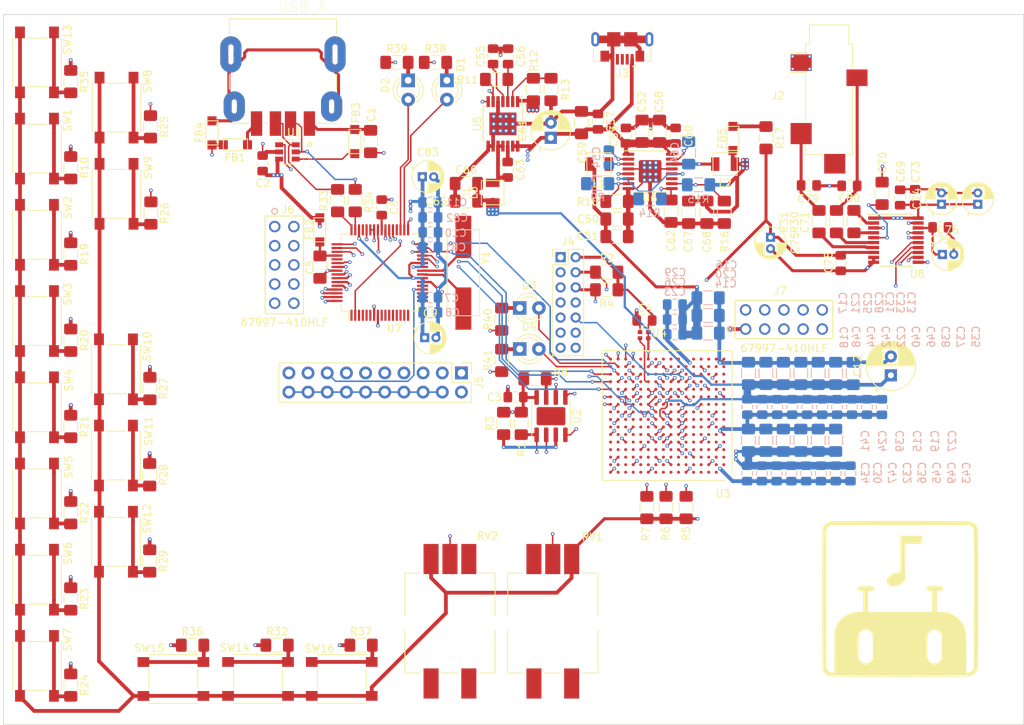
<source format=kicad_pcb>
(kicad_pcb (version 20171130) (host pcbnew "(5.1.4)-1")
  (layers (0 F.Cu signal) (1 In1.Cu signal) (2 PWR_plane power) (3 GND_plane power) (4 In4.Cu signal) (31 B.Cu signal) (34 B.Paste user) (35 F.Paste user) (36 B.SilkS user) (37 F.SilkS user) (38 B.Mask user) (39 F.Mask user) (44 Edge.Cuts user))
  (net 0 "")
  (net 1 "Net-(C1-Pad2)")
  (net 2 GND)
  (net 3 +3.3VA)
  (net 4 +3V3)
  (net 5 +1V8)
  (net 6 "Net-(C54-Pad2)")
  (net 7 "Net-(C54-Pad1)")
  (net 8 "Net-(C55-Pad1)")
  (net 9 "Net-(C56-Pad1)")
  (net 10 "Net-(C62-Pad1)")
  (net 11 "Net-(C63-Pad2)")
  (net 12 "Net-(C63-Pad1)")
  (net 13 "Net-(C64-Pad2)")
  (net 14 "Net-(C64-Pad1)")
  (net 15 +1V0)
  (net 16 "Net-(R1-Pad2)")
  (net 17 "Net-(R3-Pad2)")
  (net 18 "Net-(R5-Pad2)")
  (net 19 "Net-(R8-Pad2)")
  (net 20 "Net-(R10-Pad1)")
  (net 21 "Net-(R11-Pad2)")
  (net 22 "Net-(R12-Pad1)")
  (net 23 "Net-(R14-Pad2)")
  (net 24 "Net-(R15-Pad2)")
  (net 25 "Net-(U2-Pad6)")
  (net 26 "Net-(U2-Pad5)")
  (net 27 "Net-(U2-Pad2)")
  (net 28 "Net-(U3-PadT12)")
  (net 29 "Net-(U3-PadT10)")
  (net 30 "Net-(U3-PadT9)")
  (net 31 "Net-(U3-PadT8)")
  (net 32 "Net-(U3-PadT7)")
  (net 33 "Net-(U3-PadT5)")
  (net 34 "Net-(U3-PadT4)")
  (net 35 "Net-(U3-PadT3)")
  (net 36 "Net-(U3-PadT2)")
  (net 37 "Net-(U3-PadR13)")
  (net 38 "Net-(U3-PadR12)")
  (net 39 "Net-(U3-PadR8)")
  (net 40 "Net-(U3-PadR7)")
  (net 41 "Net-(U3-PadR6)")
  (net 42 "Net-(U3-PadR5)")
  (net 43 "Net-(U3-PadR3)")
  (net 44 "Net-(U3-PadR2)")
  (net 45 "Net-(U3-PadR1)")
  (net 46 "Net-(U3-PadP14)")
  (net 47 "Net-(U3-PadP11)")
  (net 48 "Net-(U3-PadP10)")
  (net 49 "Net-(U3-PadP6)")
  (net 50 "Net-(U3-PadP5)")
  (net 51 "Net-(U3-PadP4)")
  (net 52 "Net-(U3-PadP3)")
  (net 53 "Net-(U3-PadP1)")
  (net 54 "Net-(U3-PadN14)")
  (net 55 "Net-(U3-PadN12)")
  (net 56 "Net-(U3-PadN11)")
  (net 57 "Net-(U3-PadN4)")
  (net 58 "Net-(U3-PadN3)")
  (net 59 "Net-(U3-PadN2)")
  (net 60 "Net-(U3-PadN1)")
  (net 61 "Net-(U3-PadM15)")
  (net 62 "Net-(U3-PadM12)")
  (net 63 "Net-(U3-PadM5)")
  (net 64 "Net-(U3-PadM4)")
  (net 65 "Net-(U3-PadM2)")
  (net 66 "Net-(U3-PadM1)")
  (net 67 "Net-(U3-PadL5)")
  (net 68 "Net-(U3-PadL4)")
  (net 69 "Net-(U3-PadL3)")
  (net 70 "Net-(U3-PadL2)")
  (net 71 "Net-(U3-PadK12)")
  (net 72 "Net-(U3-PadK8)")
  (net 73 "Net-(U3-PadK7)")
  (net 74 "Net-(U3-PadK5)")
  (net 75 "Net-(U3-PadK3)")
  (net 76 "Net-(U3-PadK2)")
  (net 77 "Net-(U3-PadK1)")
  (net 78 "Net-(U3-PadJ16)")
  (net 79 "Net-(U3-PadJ15)")
  (net 80 "Net-(U3-PadJ5)")
  (net 81 "Net-(U3-PadJ4)")
  (net 82 "Net-(U3-PadJ3)")
  (net 83 "Net-(U3-PadJ1)")
  (net 84 "Net-(U3-PadH16)")
  (net 85 "Net-(U3-PadH14)")
  (net 86 "Net-(U3-PadH13)")
  (net 87 "Net-(U3-PadH12)")
  (net 88 "Net-(U3-PadH11)")
  (net 89 "Net-(U3-PadH5)")
  (net 90 "Net-(U3-PadH4)")
  (net 91 "Net-(U3-PadH3)")
  (net 92 "Net-(U3-PadH2)")
  (net 93 "Net-(U3-PadH1)")
  (net 94 "Net-(U3-PadG16)")
  (net 95 "Net-(U3-PadG15)")
  (net 96 "Net-(U3-PadG14)")
  (net 97 "Net-(U3-PadG12)")
  (net 98 "Net-(U3-PadG11)")
  (net 99 "Net-(U3-PadG5)")
  (net 100 "Net-(U3-PadG4)")
  (net 101 "Net-(U3-PadG2)")
  (net 102 "Net-(U3-PadG1)")
  (net 103 "Net-(U3-PadF15)")
  (net 104 "Net-(U3-PadF14)")
  (net 105 "Net-(U3-PadF13)")
  (net 106 "Net-(U3-PadF12)")
  (net 107 "Net-(U3-PadF5)")
  (net 108 "Net-(U3-PadF4)")
  (net 109 "Net-(U3-PadF3)")
  (net 110 "Net-(U3-PadF2)")
  (net 111 "Net-(U3-PadE16)")
  (net 112 "Net-(U3-PadE15)")
  (net 113 "Net-(U3-PadE13)")
  (net 114 "Net-(U3-PadE12)")
  (net 115 "Net-(U3-PadE11)")
  (net 116 "Net-(U3-PadE6)")
  (net 117 "Net-(U3-PadE5)")
  (net 118 "Net-(U3-PadE3)")
  (net 119 "Net-(U3-PadE2)")
  (net 120 "Net-(U3-PadE1)")
  (net 121 "Net-(U3-PadD16)")
  (net 122 "Net-(U3-PadD15)")
  (net 123 "Net-(U3-PadD14)")
  (net 124 "Net-(U3-PadD13)")
  (net 125 "Net-(U3-PadD11)")
  (net 126 "Net-(U3-PadD10)")
  (net 127 "Net-(U3-PadD9)")
  (net 128 "Net-(U3-PadD8)")
  (net 129 "Net-(U3-PadD6)")
  (net 130 "Net-(U3-PadD5)")
  (net 131 "Net-(U3-PadD4)")
  (net 132 "Net-(U3-PadD3)")
  (net 133 "Net-(U3-PadD1)")
  (net 134 "Net-(U3-PadC16)")
  (net 135 "Net-(U3-PadC14)")
  (net 136 "Net-(U3-PadC13)")
  (net 137 "Net-(U3-PadC12)")
  (net 138 "Net-(U3-PadC11)")
  (net 139 "Net-(U3-PadC9)")
  (net 140 "Net-(U3-PadC8)")
  (net 141 "Net-(U3-PadC7)")
  (net 142 "Net-(U3-PadC6)")
  (net 143 "Net-(U3-PadC4)")
  (net 144 "Net-(U3-PadC3)")
  (net 145 "Net-(U3-PadC2)")
  (net 146 "Net-(U3-PadC1)")
  (net 147 "Net-(U3-PadB16)")
  (net 148 "Net-(U3-PadB15)")
  (net 149 "Net-(U3-PadB14)")
  (net 150 "Net-(U3-PadB12)")
  (net 151 "Net-(U3-PadB11)")
  (net 152 "Net-(U3-PadB10)")
  (net 153 "Net-(U3-PadB9)")
  (net 154 "Net-(U3-PadB7)")
  (net 155 "Net-(U3-PadB6)")
  (net 156 "Net-(U3-PadB5)")
  (net 157 "Net-(U3-PadB4)")
  (net 158 "Net-(U3-PadB2)")
  (net 159 "Net-(U3-PadB1)")
  (net 160 "Net-(U3-PadA15)")
  (net 161 "Net-(U3-PadA14)")
  (net 162 "Net-(U3-PadA13)")
  (net 163 "Net-(U3-PadA12)")
  (net 164 "Net-(U3-PadA10)")
  (net 165 "Net-(U3-PadA9)")
  (net 166 "Net-(U3-PadA8)")
  (net 167 "Net-(U3-PadA7)")
  (net 168 "Net-(U3-PadA5)")
  (net 169 "Net-(U3-PadA4)")
  (net 170 "Net-(U3-PadA3)")
  (net 171 "Net-(U3-PadA2)")
  (net 172 "Net-(U6-Pad11)")
  (net 173 /Button1)
  (net 174 /Button2)
  (net 175 /Button3)
  (net 176 /Button4)
  (net 177 /Button5)
  (net 178 /Button6)
  (net 179 /Button7)
  (net 180 /Button8)
  (net 181 /Button9)
  (net 182 /Button10)
  (net 183 /Button11)
  (net 184 /Button12)
  (net 185 "Net-(C70-Pad1)")
  (net 186 "Net-(C71-Pad2)")
  (net 187 "Net-(C71-Pad1)")
  (net 188 "Net-(C72-Pad2)")
  (net 189 "/Audio DAC/OUTR")
  (net 190 "/Audio DAC/OUTL")
  (net 191 "Net-(R30-Pad2)")
  (net 192 "Net-(R31-Pad2)")
  (net 193 "Net-(U7-Pad45)")
  (net 194 "Net-(U7-Pad25)")
  (net 195 "Net-(U7-Pad24)")
  (net 196 "/Audio DAC/Soft-mute")
  (net 197 /Button13)
  (net 198 "/Audio DAC/Audio-data")
  (net 199 "/Audio DAC/Bit-clock")
  (net 200 +5V)
  (net 201 "Net-(C5-Pad1)")
  (net 202 "Net-(C6-Pad2)")
  (net 203 "Net-(FB1-Pad1)")
  (net 204 /EFM32/USB_D+)
  (net 205 /EFM32/USB_D-)
  (net 206 "Net-(J3-Pad3)")
  (net 207 "Net-(J3-Pad4)")
  (net 208 "Net-(J3-Pad2)")
  (net 209 "Net-(J4-Pad14)")
  (net 210 "Net-(J4-Pad12)")
  (net 211 "Net-(J4-Pad10)")
  (net 212 "Net-(J4-Pad8)")
  (net 213 "Net-(J4-Pad6)")
  (net 214 "Net-(J4-Pad4)")
  (net 215 "Net-(J5-Pad19)")
  (net 216 "Net-(J5-Pad17)")
  (net 217 "Net-(J5-Pad15)")
  (net 218 "Net-(J5-Pad13)")
  (net 219 "Net-(J5-Pad11)")
  (net 220 "Net-(J5-Pad9)")
  (net 221 "Net-(J5-Pad7)")
  (net 222 "Net-(J5-Pad5)")
  (net 223 "Net-(J5-Pad3)")
  (net 224 "Net-(J5-Pad2)")
  (net 225 /EFM32/FPGA_Reset)
  (net 226 /EFM32/FPGA_Ready)
  (net 227 /EFM32/USB_VBUSEN)
  (net 228 /Artix7/SPI_CS)
  (net 229 /Artix7/SPI_CLK)
  (net 230 /Artix7/SPI_MISO)
  (net 231 /Artix7/SPI_MOSI)
  (net 232 "Net-(U7-Pad53)")
  (net 233 /EFM32/Overcurrent)
  (net 234 "Net-(J6-Pad9)")
  (net 235 "Net-(J6-Pad8)")
  (net 236 "Net-(J6-Pad7)")
  (net 237 "Net-(J6-Pad6)")
  (net 238 "Net-(J6-Pad5)")
  (net 239 "Net-(J6-Pad4)")
  (net 240 "Net-(J6-Pad3)")
  (net 241 "Net-(J6-Pad2)")
  (net 242 /Button14)
  (net 243 /Button0)
  (net 244 /Button15)
  (net 245 /EFM32/GREEN_LED)
  (net 246 /Artix7/RED_LED)
  (net 247 /Artix7/GREEN_LED)
  (net 248 "Net-(FB4-Pad1)")
  (net 249 /EFM32/FPGA_extra_2)
  (net 250 /EFM32/FPGA_extra_1)
  (net 251 /EFM32/FPGA_extra_4)
  (net 252 /EFM32/RED_LED)
  (net 253 "Net-(J1-Pad2)")
  (net 254 "Net-(J1-Pad3)")
  (net 255 "Net-(D1-Pad1)")
  (net 256 "Net-(D2-Pad1)")
  (net 257 "Net-(D3-Pad1)")
  (net 258 "Net-(D4-Pad1)")
  (net 259 "Net-(FB3-Pad1)")
  (net 260 "Net-(FB5-Pad2)")
  (net 261 /Artix7/DAC_SCK)
  (net 262 /Artix7/DAC_LRCK)
  (net 263 "Net-(RV1-Pad3)")
  (net 264 "Net-(RV1-Pad2)")
  (net 265 "Net-(RV2-Pad1)")
  (net 266 "Net-(RV2-Pad2)")
  (net 267 "Net-(U7-Pad36)")
  (net 268 "Net-(J7-Pad9)")
  (net 269 "Net-(J7-Pad8)")
  (net 270 "Net-(J7-Pad7)")
  (net 271 "Net-(J7-Pad6)")
  (net 272 "Net-(J7-Pad5)")
  (net 273 "Net-(J7-Pad4)")
  (net 274 "Net-(J7-Pad3)")
  (net 275 "Net-(J7-Pad2)")
  (module Connector_PinHeader_2.54mm:PinHeader_2x10_P2.54mm_Vertical (layer F.Cu) (at 113.1824 102.0064 270)
    (fp_text reference J5 (at 1.27 -2.33 90) (layer F.SilkS))
    (fp_text value MCU_debug)
    (pad 20 thru_hole oval (at 2.54 22.86 270) (size 1.7 1.7) (drill 1) (layers *.Cu *.Mask) (net 2 GND))
    (pad 19 thru_hole oval (at 0 22.86 270) (size 1.7 1.7) (drill 1) (layers *.Cu *.Mask) (net 215 "Net-(J5-Pad19)"))
    (pad 18 thru_hole oval (at 2.54 20.32 270) (size 1.7 1.7) (drill 1) (layers *.Cu *.Mask) (net 2 GND))
    (pad 17 thru_hole oval (at 0 20.32 270) (size 1.7 1.7) (drill 1) (layers *.Cu *.Mask) (net 216 "Net-(J5-Pad17)"))
    (pad 16 thru_hole oval (at 2.54 17.78 270) (size 1.7 1.7) (drill 1) (layers *.Cu *.Mask) (net 2 GND))
    (pad 15 thru_hole oval (at 0 17.78 270) (size 1.7 1.7) (drill 1) (layers *.Cu *.Mask) (net 217 "Net-(J5-Pad15)"))
    (pad 14 thru_hole oval (at 2.54 15.24 270) (size 1.7 1.7) (drill 1) (layers *.Cu *.Mask) (net 2 GND))
    (pad 13 thru_hole oval (at 0 15.24 270) (size 1.7 1.7) (drill 1) (layers *.Cu *.Mask) (net 218 "Net-(J5-Pad13)"))
    (pad 12 thru_hole oval (at 2.54 12.7 270) (size 1.7 1.7) (drill 1) (layers *.Cu *.Mask) (net 2 GND))
    (pad 11 thru_hole oval (at 0 12.7 270) (size 1.7 1.7) (drill 1) (layers *.Cu *.Mask) (net 219 "Net-(J5-Pad11)"))
    (pad 10 thru_hole oval (at 2.54 10.16 270) (size 1.7 1.7) (drill 1) (layers *.Cu *.Mask) (net 2 GND))
    (pad 9 thru_hole oval (at 0 10.16 270) (size 1.7 1.7) (drill 1) (layers *.Cu *.Mask) (net 220 "Net-(J5-Pad9)"))
    (pad 8 thru_hole oval (at 2.54 7.62 270) (size 1.7 1.7) (drill 1) (layers *.Cu *.Mask) (net 2 GND))
    (pad 7 thru_hole oval (at 0 7.62 270) (size 1.7 1.7) (drill 1) (layers *.Cu *.Mask) (net 221 "Net-(J5-Pad7)"))
    (pad 6 thru_hole oval (at 2.54 5.08 270) (size 1.7 1.7) (drill 1) (layers *.Cu *.Mask) (net 2 GND))
    (pad 5 thru_hole oval (at 0 5.08 270) (size 1.7 1.7) (drill 1) (layers *.Cu *.Mask) (net 222 "Net-(J5-Pad5)"))
    (pad 4 thru_hole oval (at 2.54 2.54 270) (size 1.7 1.7) (drill 1) (layers *.Cu *.Mask) (net 2 GND))
    (pad 3 thru_hole oval (at 0 2.54 270) (size 1.7 1.7) (drill 1) (layers *.Cu *.Mask) (net 223 "Net-(J5-Pad3)"))
    (pad 2 thru_hole oval (at 2.54 0 270) (size 1.7 1.7) (drill 1) (layers *.Cu *.Mask) (net 224 "Net-(J5-Pad2)"))
    (pad 1 thru_hole rect (at 0 0 270) (size 1.7 1.7) (drill 1) (layers *.Cu *.Mask) (net 4 +3V3))
  )
  (module Capacitor_THT:CP_Radial_D4.0mm_P1.50mm (layer F.Cu) (at 108.0008 75.9968)
    (fp_text reference C83 (at 0.75 -3.25) (layer F.SilkS))
    (fp_text value 10u)
    (pad 2 thru_hole circle (at 1.5 0) (size 1.2 1.2) (drill 0.6) (layers *.Cu *.Mask) (net 2 GND))
    (pad 1 thru_hole rect (at 0 0) (size 1.2 1.2) (drill 0.6) (layers *.Cu *.Mask) (net 4 +3V3))
  )
  (module Capacitor_THT:CP_Radial_D4.0mm_P1.50mm (layer F.Cu) (at 181.5846 79.64424 90)
    (fp_text reference C77 (at 0.75 -3.25 90) (layer F.SilkS))
    (fp_text value 10u)
    (pad 2 thru_hole circle (at 1.5 0 90) (size 1.2 1.2) (drill 0.6) (layers *.Cu *.Mask) (net 2 GND))
    (pad 1 thru_hole rect (at 0 0 90) (size 1.2 1.2) (drill 0.6) (layers *.Cu *.Mask) (net 4 +3V3))
  )
  (module Capacitor_THT:CP_Radial_D4.0mm_P1.50mm (layer F.Cu) (at 176.90084 86.29904)
    (fp_text reference C76 (at 0.75 -3.25) (layer F.SilkS))
    (fp_text value 10u)
    (pad 2 thru_hole circle (at 1.5 0) (size 1.2 1.2) (drill 0.6) (layers *.Cu *.Mask) (net 2 GND))
    (pad 1 thru_hole rect (at 0 0) (size 1.2 1.2) (drill 0.6) (layers *.Cu *.Mask) (net 188 "Net-(C72-Pad2)"))
  )
  (module Capacitor_THT:CP_Radial_D4.0mm_P1.50mm (layer F.Cu) (at 154.1272 84.0232 270)
    (fp_text reference C75 (at 0.75 -3.25 90) (layer F.SilkS))
    (fp_text value 10u)
    (pad 2 thru_hole circle (at 1.5 0 270) (size 1.2 1.2) (drill 0.6) (layers *.Cu *.Mask) (net 2 GND))
    (pad 1 thru_hole rect (at 0 0 270) (size 1.2 1.2) (drill 0.6) (layers *.Cu *.Mask) (net 3 +3.3VA))
  )
  (module Capacitor_THT:CP_Radial_D4.0mm_P1.50mm (layer F.Cu) (at 176.78146 79.64424 90)
    (fp_text reference C74 (at 0.75 -3.25 90) (layer F.SilkS))
    (fp_text value 10u)
    (pad 2 thru_hole circle (at 1.5 0 90) (size 1.2 1.2) (drill 0.6) (layers *.Cu *.Mask) (net 2 GND))
    (pad 1 thru_hole rect (at 0 0 90) (size 1.2 1.2) (drill 0.6) (layers *.Cu *.Mask) (net 4 +3V3))
  )
  (module Capacitor_THT:CP_Radial_D4.0mm_P1.50mm (layer F.Cu) (at 108.3056 97.3328)
    (fp_text reference C9 (at 0.75 -3.25) (layer F.SilkS))
    (fp_text value 10u)
    (pad 2 thru_hole circle (at 1.5 0) (size 1.2 1.2) (drill 0.6) (layers *.Cu *.Mask) (net 2 GND))
    (pad 1 thru_hole rect (at 0 0) (size 1.2 1.2) (drill 0.6) (layers *.Cu *.Mask) (net 3 +3.3VA))
  )
  (module Capacitor_THT:CP_Radial_D5.0mm_P2.00mm (layer F.Cu) (at 125.0188 70.834 90)
    (fp_text reference C61 (at 1 -3.75 90) (layer F.SilkS))
    (fp_text value 100u)
    (pad 2 thru_hole circle (at 2 0 90) (size 1.6 1.6) (drill 0.8) (layers *.Cu *.Mask) (net 2 GND))
    (pad 1 thru_hole rect (at 0 0 90) (size 1.6 1.6) (drill 0.8) (layers *.Cu *.Mask) (net 200 +5V))
  )
  (module Capacitor_THT:CP_Radial_D6.3mm_P2.50mm (layer F.Cu) (at 170.07078 102.31882 90)
    (fp_text reference C12 (at 1.25 -4.4 90) (layer F.SilkS))
    (fp_text value 330u)
    (pad 2 thru_hole circle (at 2.5 0 90) (size 1.6 1.6) (drill 0.8) (layers *.Cu *.Mask) (net 2 GND))
    (pad 1 thru_hole rect (at 0 0 90) (size 1.6 1.6) (drill 0.8) (layers *.Cu *.Mask) (net 15 +1V0))
  )
  (module 1932638-3:TE_1932638-3 (layer F.Cu) (at 89.535 66.675 180)
    (fp_text reference J1 (at -3.24032 -7.4235 180) (layer F.SilkS) (effects (font (size 1.40274 1.40274) (thickness 0.05))))
    (fp_text value USB_A (at -2.53924 13.2031 180) (layer F.SilkS) (effects (font (size 1.40235 1.40235) (thickness 0.05))))
    (fp_poly (pts (xy 6.45 0.95) (xy 6.45 2) (xy 6.48665 2) (xy 6.55987 1.99616) (xy 6.63279 1.9885) (xy 6.70521 1.97703) (xy 6.77693 1.96179) (xy 6.84775 1.94281) (xy 6.91748 1.92015) (xy 6.98593 1.89388) (xy 7.05291 1.86406) (xy 7.11824 1.83077) (xy 7.18174 1.79411) (xy 7.24323 1.75418) (xy 7.30255 1.71108) (xy 7.35953 1.66494) (xy 7.41402 1.61588) (xy 7.46587 1.56403) (xy 7.51493 1.50955) (xy 7.56107 1.45256) (xy 7.60417 1.39325) (xy 7.6441 1.33176) (xy 7.68076 1.26826) (xy 7.71405 1.20293) (xy 7.74387 1.13595) (xy 7.77015 1.0675) (xy 7.79281 0.997766) (xy 7.81178 0.926944) (xy 7.82703 0.855225) (xy 7.8385 0.782808) (xy 7.84616 0.709889) (xy 7.85 0.636669) (xy 7.85 0.6) (xy 7.85 -0.6) (xy 7.85 -0.636652) (xy 7.84616 -0.709872) (xy 7.8385 -0.782791) (xy 7.82703 -0.855209) (xy 7.81179 -0.926927) (xy 7.79281 -0.99775) (xy 7.77015 -1.06748) (xy 7.74388 -1.13593) (xy 7.71406 -1.20291) (xy 7.68077 -1.26824) (xy 7.64411 -1.33174) (xy 7.60418 -1.39323) (xy 7.56108 -1.45255) (xy 7.51494 -1.50953) (xy 7.46588 -1.56402) (xy 7.41403 -1.61587) (xy 7.35955 -1.66493) (xy 7.30256 -1.71107) (xy 7.24325 -1.75417) (xy 7.18176 -1.7941) (xy 7.11826 -1.83076) (xy 7.05293 -1.86405) (xy 6.98595 -1.89387) (xy 6.9175 -1.92015) (xy 6.84777 -1.94281) (xy 6.77694 -1.96178) (xy 6.70523 -1.97703) (xy 6.63281 -1.9885) (xy 6.55989 -1.99616) (xy 6.48667 -2) (xy 6.45 -2) (xy 6.45 -0.95) (xy 6.45916 -0.95) (xy 6.47747 -0.949041) (xy 6.4957 -0.947125) (xy 6.5138 -0.944258) (xy 6.53173 -0.940447) (xy 6.54944 -0.935702) (xy 6.56687 -0.930038) (xy 6.58398 -0.923469) (xy 6.60073 -0.916014) (xy 6.61706 -0.907692) (xy 6.63294 -0.898527) (xy 6.64831 -0.888544) (xy 6.66314 -0.87777) (xy 6.67738 -0.866235) (xy 6.69101 -0.853969) (xy 6.70397 -0.841008) (xy 6.71623 -0.827386) (xy 6.72777 -0.813141) (xy 6.73854 -0.798312) (xy 6.74853 -0.782939) (xy 6.75769 -0.767065) (xy 6.76601 -0.750732) (xy 6.77347 -0.733987) (xy 6.78004 -0.716874) (xy 6.7857 -0.699441) (xy 6.79045 -0.681736) (xy 6.79426 -0.663806) (xy 6.79712 -0.645702) (xy 6.79904 -0.627472) (xy 6.8 -0.609167) (xy 6.8 -0.6) (xy 6.8 0.6) (xy 6.8 0.609163) (xy 6.79904 0.627468) (xy 6.79712 0.645698) (xy 6.79426 0.663802) (xy 6.79045 0.681732) (xy 6.7857 0.699437) (xy 6.78004 0.71687) (xy 6.77347 0.733983) (xy 6.76601 0.750729) (xy 6.75769 0.767061) (xy 6.74853 0.782935) (xy 6.73854 0.798308) (xy 6.72777 0.813138) (xy 6.71623 0.827383) (xy 6.70397 0.841005) (xy 6.69101 0.853967) (xy 6.67739 0.866232) (xy 6.66314 0.877768) (xy 6.64831 0.888542) (xy 6.63294 0.898525) (xy 6.61706 0.90769) (xy 6.60073 0.916012) (xy 6.58399 0.923468) (xy 6.56687 0.930037) (xy 6.54944 0.935701) (xy 6.53174 0.940446) (xy 6.51381 0.944257) (xy 6.4957 0.947124) (xy 6.47747 0.94904) (xy 6.45917 0.95)) (layer B.Cu) (width 0.001))
    (fp_poly (pts (xy 6.45 0.95) (xy 6.45 2) (xy 6.41335 2) (xy 6.34013 1.99616) (xy 6.26721 1.9885) (xy 6.19479 1.97703) (xy 6.12307 1.96179) (xy 6.05225 1.94281) (xy 5.98252 1.92015) (xy 5.91407 1.89388) (xy 5.84709 1.86406) (xy 5.78176 1.83077) (xy 5.71826 1.79411) (xy 5.65677 1.75418) (xy 5.59745 1.71108) (xy 5.54047 1.66494) (xy 5.48598 1.61588) (xy 5.43413 1.56403) (xy 5.38507 1.50955) (xy 5.33893 1.45256) (xy 5.29583 1.39325) (xy 5.2559 1.33176) (xy 5.21924 1.26826) (xy 5.18595 1.20293) (xy 5.15613 1.13595) (xy 5.12985 1.0675) (xy 5.10719 0.997766) (xy 5.08822 0.926944) (xy 5.07297 0.855225) (xy 5.0615 0.782808) (xy 5.05384 0.709889) (xy 5.05 0.636669) (xy 5.05 0.6) (xy 5.05 -0.6) (xy 5.05 -0.636652) (xy 5.05384 -0.709872) (xy 5.0615 -0.782791) (xy 5.07297 -0.855209) (xy 5.08821 -0.926927) (xy 5.10719 -0.99775) (xy 5.12985 -1.06748) (xy 5.15612 -1.13593) (xy 5.18594 -1.20291) (xy 5.21923 -1.26824) (xy 5.25589 -1.33174) (xy 5.29582 -1.39323) (xy 5.33892 -1.45255) (xy 5.38506 -1.50953) (xy 5.43412 -1.56402) (xy 5.48597 -1.61587) (xy 5.54045 -1.66493) (xy 5.59744 -1.71107) (xy 5.65675 -1.75417) (xy 5.71824 -1.7941) (xy 5.78174 -1.83076) (xy 5.84707 -1.86405) (xy 5.91405 -1.89387) (xy 5.9825 -1.92015) (xy 6.05223 -1.94281) (xy 6.12306 -1.96178) (xy 6.19477 -1.97703) (xy 6.26719 -1.9885) (xy 6.34011 -1.99616) (xy 6.41333 -2) (xy 6.45 -2) (xy 6.45 -0.95) (xy 6.44084 -0.95) (xy 6.42253 -0.949041) (xy 6.4043 -0.947125) (xy 6.3862 -0.944258) (xy 6.36827 -0.940447) (xy 6.35056 -0.935702) (xy 6.33313 -0.930038) (xy 6.31602 -0.923469) (xy 6.29927 -0.916014) (xy 6.28294 -0.907692) (xy 6.26706 -0.898527) (xy 6.25169 -0.888544) (xy 6.23686 -0.87777) (xy 6.22262 -0.866235) (xy 6.20899 -0.853969) (xy 6.19603 -0.841008) (xy 6.18377 -0.827386) (xy 6.17223 -0.813141) (xy 6.16146 -0.798312) (xy 6.15147 -0.782939) (xy 6.14231 -0.767065) (xy 6.13399 -0.750732) (xy 6.12653 -0.733987) (xy 6.11996 -0.716874) (xy 6.1143 -0.699441) (xy 6.10955 -0.681736) (xy 6.10574 -0.663806) (xy 6.10288 -0.645702) (xy 6.10096 -0.627472) (xy 6.1 -0.609167) (xy 6.1 -0.6) (xy 6.1 0.6) (xy 6.1 0.609163) (xy 6.10096 0.627468) (xy 6.10288 0.645698) (xy 6.10574 0.663802) (xy 6.10955 0.681732) (xy 6.1143 0.699437) (xy 6.11996 0.71687) (xy 6.12653 0.733983) (xy 6.13399 0.750729) (xy 6.14231 0.767061) (xy 6.15147 0.782935) (xy 6.16146 0.798308) (xy 6.17223 0.813138) (xy 6.18377 0.827383) (xy 6.19603 0.841005) (xy 6.20899 0.853967) (xy 6.22261 0.866232) (xy 6.23686 0.877768) (xy 6.25169 0.888542) (xy 6.26706 0.898525) (xy 6.28294 0.90769) (xy 6.29927 0.916012) (xy 6.31601 0.923468) (xy 6.33313 0.930037) (xy 6.35056 0.935701) (xy 6.36826 0.940446) (xy 6.38619 0.944257) (xy 6.4043 0.947124) (xy 6.42253 0.94904) (xy 6.44083 0.95)) (layer B.Cu) (width 0.001))
    (fp_poly (pts (xy 6.45 0.95) (xy 6.45 2) (xy 6.48665 2) (xy 6.55987 1.99616) (xy 6.63279 1.9885) (xy 6.70521 1.97703) (xy 6.77693 1.96179) (xy 6.84775 1.94281) (xy 6.91748 1.92015) (xy 6.98593 1.89388) (xy 7.05291 1.86406) (xy 7.11824 1.83077) (xy 7.18174 1.79411) (xy 7.24323 1.75418) (xy 7.30255 1.71108) (xy 7.35953 1.66494) (xy 7.41402 1.61588) (xy 7.46587 1.56403) (xy 7.51493 1.50955) (xy 7.56107 1.45256) (xy 7.60417 1.39325) (xy 7.6441 1.33176) (xy 7.68076 1.26826) (xy 7.71405 1.20293) (xy 7.74387 1.13595) (xy 7.77015 1.0675) (xy 7.79281 0.997766) (xy 7.81178 0.926944) (xy 7.82703 0.855225) (xy 7.8385 0.782808) (xy 7.84616 0.709889) (xy 7.85 0.636669) (xy 7.85 0.6) (xy 7.85 -0.6) (xy 7.85 -0.636652) (xy 7.84616 -0.709872) (xy 7.8385 -0.782791) (xy 7.82703 -0.855209) (xy 7.81179 -0.926927) (xy 7.79281 -0.99775) (xy 7.77015 -1.06748) (xy 7.74388 -1.13593) (xy 7.71406 -1.20291) (xy 7.68077 -1.26824) (xy 7.64411 -1.33174) (xy 7.60418 -1.39323) (xy 7.56108 -1.45255) (xy 7.51494 -1.50953) (xy 7.46588 -1.56402) (xy 7.41403 -1.61587) (xy 7.35955 -1.66493) (xy 7.30256 -1.71107) (xy 7.24325 -1.75417) (xy 7.18176 -1.7941) (xy 7.11826 -1.83076) (xy 7.05293 -1.86405) (xy 6.98595 -1.89387) (xy 6.9175 -1.92015) (xy 6.84777 -1.94281) (xy 6.77694 -1.96178) (xy 6.70523 -1.97703) (xy 6.63281 -1.9885) (xy 6.55989 -1.99616) (xy 6.48667 -2) (xy 6.45 -2) (xy 6.45 -0.95) (xy 6.45916 -0.95) (xy 6.47747 -0.949041) (xy 6.4957 -0.947125) (xy 6.5138 -0.944258) (xy 6.53173 -0.940447) (xy 6.54944 -0.935702) (xy 6.56687 -0.930038) (xy 6.58398 -0.923469) (xy 6.60073 -0.916014) (xy 6.61706 -0.907692) (xy 6.63294 -0.898527) (xy 6.64831 -0.888544) (xy 6.66314 -0.87777) (xy 6.67738 -0.866235) (xy 6.69101 -0.853969) (xy 6.70397 -0.841008) (xy 6.71623 -0.827386) (xy 6.72777 -0.813141) (xy 6.73854 -0.798312) (xy 6.74853 -0.782939) (xy 6.75769 -0.767065) (xy 6.76601 -0.750732) (xy 6.77347 -0.733987) (xy 6.78004 -0.716874) (xy 6.7857 -0.699441) (xy 6.79045 -0.681736) (xy 6.79426 -0.663806) (xy 6.79712 -0.645702) (xy 6.79904 -0.627472) (xy 6.8 -0.609167) (xy 6.8 -0.6) (xy 6.8 0.6) (xy 6.8 0.609163) (xy 6.79904 0.627468) (xy 6.79712 0.645698) (xy 6.79426 0.663802) (xy 6.79045 0.681732) (xy 6.7857 0.699437) (xy 6.78004 0.71687) (xy 6.77347 0.733983) (xy 6.76601 0.750729) (xy 6.75769 0.767061) (xy 6.74853 0.782935) (xy 6.73854 0.798308) (xy 6.72777 0.813138) (xy 6.71623 0.827383) (xy 6.70397 0.841005) (xy 6.69101 0.853967) (xy 6.67739 0.866232) (xy 6.66314 0.877768) (xy 6.64831 0.888542) (xy 6.63294 0.898525) (xy 6.61706 0.90769) (xy 6.60073 0.916012) (xy 6.58399 0.923468) (xy 6.56687 0.930037) (xy 6.54944 0.935701) (xy 6.53174 0.940446) (xy 6.51381 0.944257) (xy 6.4957 0.947124) (xy 6.47747 0.94904) (xy 6.45917 0.95)) (layer F.Cu) (width 0.0001))
    (fp_poly (pts (xy 6.45 0.95) (xy 6.45 2) (xy 6.41335 2) (xy 6.34013 1.99616) (xy 6.26721 1.9885) (xy 6.19479 1.97703) (xy 6.12307 1.96179) (xy 6.05225 1.94281) (xy 5.98252 1.92015) (xy 5.91407 1.89388) (xy 5.84709 1.86406) (xy 5.78176 1.83077) (xy 5.71826 1.79411) (xy 5.65677 1.75418) (xy 5.59745 1.71108) (xy 5.54047 1.66494) (xy 5.48598 1.61588) (xy 5.43413 1.56403) (xy 5.38507 1.50955) (xy 5.33893 1.45256) (xy 5.29583 1.39325) (xy 5.2559 1.33176) (xy 5.21924 1.26826) (xy 5.18595 1.20293) (xy 5.15613 1.13595) (xy 5.12985 1.0675) (xy 5.10719 0.997766) (xy 5.08822 0.926944) (xy 5.07297 0.855225) (xy 5.0615 0.782808) (xy 5.05384 0.709889) (xy 5.05 0.636669) (xy 5.05 0.6) (xy 5.05 -0.6) (xy 5.05 -0.636652) (xy 5.05384 -0.709872) (xy 5.0615 -0.782791) (xy 5.07297 -0.855209) (xy 5.08821 -0.926927) (xy 5.10719 -0.99775) (xy 5.12985 -1.06748) (xy 5.15612 -1.13593) (xy 5.18594 -1.20291) (xy 5.21923 -1.26824) (xy 5.25589 -1.33174) (xy 5.29582 -1.39323) (xy 5.33892 -1.45255) (xy 5.38506 -1.50953) (xy 5.43412 -1.56402) (xy 5.48597 -1.61587) (xy 5.54045 -1.66493) (xy 5.59744 -1.71107) (xy 5.65675 -1.75417) (xy 5.71824 -1.7941) (xy 5.78174 -1.83076) (xy 5.84707 -1.86405) (xy 5.91405 -1.89387) (xy 5.9825 -1.92015) (xy 6.05223 -1.94281) (xy 6.12306 -1.96178) (xy 6.19477 -1.97703) (xy 6.26719 -1.9885) (xy 6.34011 -1.99616) (xy 6.41333 -2) (xy 6.45 -2) (xy 6.45 -0.95) (xy 6.44084 -0.95) (xy 6.42253 -0.949041) (xy 6.4043 -0.947125) (xy 6.3862 -0.944258) (xy 6.36827 -0.940447) (xy 6.35056 -0.935702) (xy 6.33313 -0.930038) (xy 6.31602 -0.923469) (xy 6.29927 -0.916014) (xy 6.28294 -0.907692) (xy 6.26706 -0.898527) (xy 6.25169 -0.888544) (xy 6.23686 -0.87777) (xy 6.22262 -0.866235) (xy 6.20899 -0.853969) (xy 6.19603 -0.841008) (xy 6.18377 -0.827386) (xy 6.17223 -0.813141) (xy 6.16146 -0.798312) (xy 6.15147 -0.782939) (xy 6.14231 -0.767065) (xy 6.13399 -0.750732) (xy 6.12653 -0.733987) (xy 6.11996 -0.716874) (xy 6.1143 -0.699441) (xy 6.10955 -0.681736) (xy 6.10574 -0.663806) (xy 6.10288 -0.645702) (xy 6.10096 -0.627472) (xy 6.1 -0.609167) (xy 6.1 -0.6) (xy 6.1 0.6) (xy 6.1 0.609163) (xy 6.10096 0.627468) (xy 6.10288 0.645698) (xy 6.10574 0.663802) (xy 6.10955 0.681732) (xy 6.1143 0.699437) (xy 6.11996 0.71687) (xy 6.12653 0.733983) (xy 6.13399 0.750729) (xy 6.14231 0.767061) (xy 6.15147 0.782935) (xy 6.16146 0.798308) (xy 6.17223 0.813138) (xy 6.18377 0.827383) (xy 6.19603 0.841005) (xy 6.20899 0.853967) (xy 6.22261 0.866232) (xy 6.23686 0.877768) (xy 6.25169 0.888542) (xy 6.26706 0.898525) (xy 6.28294 0.90769) (xy 6.29927 0.916012) (xy 6.31601 0.923468) (xy 6.33313 0.930037) (xy 6.35056 0.935701) (xy 6.36826 0.940446) (xy 6.38619 0.944257) (xy 6.4043 0.947124) (xy 6.42253 0.94904) (xy 6.44083 0.95)) (layer F.Cu) (width 0.0001))
    (fp_arc (start 6.45 0.6) (end 6.45 0.95) (angle -90) (layer Edge.Cuts) (width 0.0001))
    (fp_line (start 6.8 -0.6) (end 6.8 0.6) (layer Edge.Cuts) (width 0.0001))
    (fp_arc (start 6.45 -0.6) (end 6.8 -0.6) (angle -90) (layer Edge.Cuts) (width 0.0001))
    (fp_arc (start 6.45 -0.6) (end 6.45 -0.95) (angle -90) (layer Edge.Cuts) (width 0.0001))
    (fp_line (start 6.1 0.6) (end 6.1 -0.6) (layer Edge.Cuts) (width 0.0001))
    (fp_arc (start 6.45 0.6) (end 6.1 0.6) (angle -90) (layer Edge.Cuts) (width 0.0001))
    (fp_poly (pts (xy -6.45 0.95) (xy -6.45 2) (xy -6.41335 2) (xy -6.34013 1.99616) (xy -6.26721 1.9885) (xy -6.19479 1.97703) (xy -6.12307 1.96179) (xy -6.05225 1.94281) (xy -5.98252 1.92015) (xy -5.91407 1.89388) (xy -5.84709 1.86406) (xy -5.78176 1.83077) (xy -5.71826 1.79411) (xy -5.65677 1.75418) (xy -5.59745 1.71108) (xy -5.54047 1.66494) (xy -5.48598 1.61588) (xy -5.43413 1.56403) (xy -5.38507 1.50955) (xy -5.33893 1.45256) (xy -5.29583 1.39325) (xy -5.2559 1.33176) (xy -5.21924 1.26826) (xy -5.18595 1.20293) (xy -5.15613 1.13595) (xy -5.12985 1.0675) (xy -5.10719 0.997766) (xy -5.08822 0.926944) (xy -5.07297 0.855225) (xy -5.0615 0.782808) (xy -5.05384 0.709889) (xy -5.05 0.636669) (xy -5.05 0.6) (xy -5.05 -0.6) (xy -5.05 -0.636652) (xy -5.05384 -0.709872) (xy -5.0615 -0.782791) (xy -5.07297 -0.855209) (xy -5.08821 -0.926927) (xy -5.10719 -0.99775) (xy -5.12985 -1.06748) (xy -5.15612 -1.13593) (xy -5.18594 -1.20291) (xy -5.21923 -1.26824) (xy -5.25589 -1.33174) (xy -5.29582 -1.39323) (xy -5.33892 -1.45255) (xy -5.38506 -1.50953) (xy -5.43412 -1.56402) (xy -5.48597 -1.61587) (xy -5.54045 -1.66493) (xy -5.59744 -1.71107) (xy -5.65675 -1.75417) (xy -5.71824 -1.7941) (xy -5.78174 -1.83076) (xy -5.84707 -1.86405) (xy -5.91405 -1.89387) (xy -5.9825 -1.92015) (xy -6.05223 -1.94281) (xy -6.12306 -1.96178) (xy -6.19477 -1.97703) (xy -6.26719 -1.9885) (xy -6.34011 -1.99616) (xy -6.41333 -2) (xy -6.45 -2) (xy -6.45 -0.95) (xy -6.44084 -0.95) (xy -6.42253 -0.949041) (xy -6.4043 -0.947125) (xy -6.3862 -0.944258) (xy -6.36827 -0.940447) (xy -6.35056 -0.935702) (xy -6.33313 -0.930038) (xy -6.31602 -0.923469) (xy -6.29927 -0.916014) (xy -6.28294 -0.907692) (xy -6.26706 -0.898527) (xy -6.25169 -0.888544) (xy -6.23686 -0.87777) (xy -6.22262 -0.866235) (xy -6.20899 -0.853969) (xy -6.19603 -0.841008) (xy -6.18377 -0.827386) (xy -6.17223 -0.813141) (xy -6.16146 -0.798312) (xy -6.15147 -0.782939) (xy -6.14231 -0.767065) (xy -6.13399 -0.750732) (xy -6.12653 -0.733987) (xy -6.11996 -0.716874) (xy -6.1143 -0.699441) (xy -6.10955 -0.681736) (xy -6.10574 -0.663806) (xy -6.10288 -0.645702) (xy -6.10096 -0.627472) (xy -6.1 -0.609167) (xy -6.1 -0.6) (xy -6.1 0.6) (xy -6.1 0.609163) (xy -6.10096 0.627468) (xy -6.10288 0.645698) (xy -6.10574 0.663802) (xy -6.10955 0.681732) (xy -6.1143 0.699437) (xy -6.11996 0.71687) (xy -6.12653 0.733983) (xy -6.13399 0.750729) (xy -6.14231 0.767061) (xy -6.15147 0.782935) (xy -6.16146 0.798308) (xy -6.17223 0.813138) (xy -6.18377 0.827383) (xy -6.19603 0.841005) (xy -6.20899 0.853967) (xy -6.22261 0.866232) (xy -6.23686 0.877768) (xy -6.25169 0.888542) (xy -6.26706 0.898525) (xy -6.28294 0.90769) (xy -6.29927 0.916012) (xy -6.31601 0.923468) (xy -6.33313 0.930037) (xy -6.35056 0.935701) (xy -6.36826 0.940446) (xy -6.38619 0.944257) (xy -6.4043 0.947124) (xy -6.42253 0.94904) (xy -6.44083 0.95)) (layer B.Cu) (width 0.001))
    (fp_poly (pts (xy -6.45 0.95) (xy -6.45 2) (xy -6.48665 2) (xy -6.55987 1.99616) (xy -6.63279 1.9885) (xy -6.70521 1.97703) (xy -6.77693 1.96179) (xy -6.84775 1.94281) (xy -6.91748 1.92015) (xy -6.98593 1.89388) (xy -7.05291 1.86406) (xy -7.11824 1.83077) (xy -7.18174 1.79411) (xy -7.24323 1.75418) (xy -7.30255 1.71108) (xy -7.35953 1.66494) (xy -7.41402 1.61588) (xy -7.46587 1.56403) (xy -7.51493 1.50955) (xy -7.56107 1.45256) (xy -7.60417 1.39325) (xy -7.6441 1.33176) (xy -7.68076 1.26826) (xy -7.71405 1.20293) (xy -7.74387 1.13595) (xy -7.77015 1.0675) (xy -7.79281 0.997766) (xy -7.81178 0.926944) (xy -7.82703 0.855225) (xy -7.8385 0.782808) (xy -7.84616 0.709889) (xy -7.85 0.636669) (xy -7.85 0.6) (xy -7.85 -0.6) (xy -7.85 -0.636652) (xy -7.84616 -0.709872) (xy -7.8385 -0.782791) (xy -7.82703 -0.855209) (xy -7.81179 -0.926927) (xy -7.79281 -0.99775) (xy -7.77015 -1.06748) (xy -7.74388 -1.13593) (xy -7.71406 -1.20291) (xy -7.68077 -1.26824) (xy -7.64411 -1.33174) (xy -7.60418 -1.39323) (xy -7.56108 -1.45255) (xy -7.51494 -1.50953) (xy -7.46588 -1.56402) (xy -7.41403 -1.61587) (xy -7.35955 -1.66493) (xy -7.30256 -1.71107) (xy -7.24325 -1.75417) (xy -7.18176 -1.7941) (xy -7.11826 -1.83076) (xy -7.05293 -1.86405) (xy -6.98595 -1.89387) (xy -6.9175 -1.92015) (xy -6.84777 -1.94281) (xy -6.77694 -1.96178) (xy -6.70523 -1.97703) (xy -6.63281 -1.9885) (xy -6.55989 -1.99616) (xy -6.48667 -2) (xy -6.45 -2) (xy -6.45 -0.95) (xy -6.45916 -0.95) (xy -6.47747 -0.949041) (xy -6.4957 -0.947125) (xy -6.5138 -0.944258) (xy -6.53173 -0.940447) (xy -6.54944 -0.935702) (xy -6.56687 -0.930038) (xy -6.58398 -0.923469) (xy -6.60073 -0.916014) (xy -6.61706 -0.907692) (xy -6.63294 -0.898527) (xy -6.64831 -0.888544) (xy -6.66314 -0.87777) (xy -6.67738 -0.866235) (xy -6.69101 -0.853969) (xy -6.70397 -0.841008) (xy -6.71623 -0.827386) (xy -6.72777 -0.813141) (xy -6.73854 -0.798312) (xy -6.74853 -0.782939) (xy -6.75769 -0.767065) (xy -6.76601 -0.750732) (xy -6.77347 -0.733987) (xy -6.78004 -0.716874) (xy -6.7857 -0.699441) (xy -6.79045 -0.681736) (xy -6.79426 -0.663806) (xy -6.79712 -0.645702) (xy -6.79904 -0.627472) (xy -6.8 -0.609167) (xy -6.8 -0.6) (xy -6.8 0.6) (xy -6.8 0.609163) (xy -6.79904 0.627468) (xy -6.79712 0.645698) (xy -6.79426 0.663802) (xy -6.79045 0.681732) (xy -6.7857 0.699437) (xy -6.78004 0.71687) (xy -6.77347 0.733983) (xy -6.76601 0.750729) (xy -6.75769 0.767061) (xy -6.74853 0.782935) (xy -6.73854 0.798308) (xy -6.72777 0.813138) (xy -6.71623 0.827383) (xy -6.70397 0.841005) (xy -6.69101 0.853967) (xy -6.67739 0.866232) (xy -6.66314 0.877768) (xy -6.64831 0.888542) (xy -6.63294 0.898525) (xy -6.61706 0.90769) (xy -6.60073 0.916012) (xy -6.58399 0.923468) (xy -6.56687 0.930037) (xy -6.54944 0.935701) (xy -6.53174 0.940446) (xy -6.51381 0.944257) (xy -6.4957 0.947124) (xy -6.47747 0.94904) (xy -6.45917 0.95)) (layer B.Cu) (width 0.001))
    (fp_poly (pts (xy -6.45 0.95) (xy -6.45 2) (xy -6.41335 2) (xy -6.34013 1.99616) (xy -6.26721 1.9885) (xy -6.19479 1.97703) (xy -6.12307 1.96179) (xy -6.05225 1.94281) (xy -5.98252 1.92015) (xy -5.91407 1.89388) (xy -5.84709 1.86406) (xy -5.78176 1.83077) (xy -5.71826 1.79411) (xy -5.65677 1.75418) (xy -5.59745 1.71108) (xy -5.54047 1.66494) (xy -5.48598 1.61588) (xy -5.43413 1.56403) (xy -5.38507 1.50955) (xy -5.33893 1.45256) (xy -5.29583 1.39325) (xy -5.2559 1.33176) (xy -5.21924 1.26826) (xy -5.18595 1.20293) (xy -5.15613 1.13595) (xy -5.12985 1.0675) (xy -5.10719 0.997766) (xy -5.08822 0.926944) (xy -5.07297 0.855225) (xy -5.0615 0.782808) (xy -5.05384 0.709889) (xy -5.05 0.636669) (xy -5.05 0.6) (xy -5.05 -0.6) (xy -5.05 -0.636652) (xy -5.05384 -0.709872) (xy -5.0615 -0.782791) (xy -5.07297 -0.855209) (xy -5.08821 -0.926927) (xy -5.10719 -0.99775) (xy -5.12985 -1.06748) (xy -5.15612 -1.13593) (xy -5.18594 -1.20291) (xy -5.21923 -1.26824) (xy -5.25589 -1.33174) (xy -5.29582 -1.39323) (xy -5.33892 -1.45255) (xy -5.38506 -1.50953) (xy -5.43412 -1.56402) (xy -5.48597 -1.61587) (xy -5.54045 -1.66493) (xy -5.59744 -1.71107) (xy -5.65675 -1.75417) (xy -5.71824 -1.7941) (xy -5.78174 -1.83076) (xy -5.84707 -1.86405) (xy -5.91405 -1.89387) (xy -5.9825 -1.92015) (xy -6.05223 -1.94281) (xy -6.12306 -1.96178) (xy -6.19477 -1.97703) (xy -6.26719 -1.9885) (xy -6.34011 -1.99616) (xy -6.41333 -2) (xy -6.45 -2) (xy -6.45 -0.95) (xy -6.44084 -0.95) (xy -6.42253 -0.949041) (xy -6.4043 -0.947125) (xy -6.3862 -0.944258) (xy -6.36827 -0.940447) (xy -6.35056 -0.935702) (xy -6.33313 -0.930038) (xy -6.31602 -0.923469) (xy -6.29927 -0.916014) (xy -6.28294 -0.907692) (xy -6.26706 -0.898527) (xy -6.25169 -0.888544) (xy -6.23686 -0.87777) (xy -6.22262 -0.866235) (xy -6.20899 -0.853969) (xy -6.19603 -0.841008) (xy -6.18377 -0.827386) (xy -6.17223 -0.813141) (xy -6.16146 -0.798312) (xy -6.15147 -0.782939) (xy -6.14231 -0.767065) (xy -6.13399 -0.750732) (xy -6.12653 -0.733987) (xy -6.11996 -0.716874) (xy -6.1143 -0.699441) (xy -6.10955 -0.681736) (xy -6.10574 -0.663806) (xy -6.10288 -0.645702) (xy -6.10096 -0.627472) (xy -6.1 -0.609167) (xy -6.1 -0.6) (xy -6.1 0.6) (xy -6.1 0.609163) (xy -6.10096 0.627468) (xy -6.10288 0.645698) (xy -6.10574 0.663802) (xy -6.10955 0.681732) (xy -6.1143 0.699437) (xy -6.11996 0.71687) (xy -6.12653 0.733983) (xy -6.13399 0.750729) (xy -6.14231 0.767061) (xy -6.15147 0.782935) (xy -6.16146 0.798308) (xy -6.17223 0.813138) (xy -6.18377 0.827383) (xy -6.19603 0.841005) (xy -6.20899 0.853967) (xy -6.22261 0.866232) (xy -6.23686 0.877768) (xy -6.25169 0.888542) (xy -6.26706 0.898525) (xy -6.28294 0.90769) (xy -6.29927 0.916012) (xy -6.31601 0.923468) (xy -6.33313 0.930037) (xy -6.35056 0.935701) (xy -6.36826 0.940446) (xy -6.38619 0.944257) (xy -6.4043 0.947124) (xy -6.42253 0.94904) (xy -6.44083 0.95)) (layer F.Cu) (width 0.0001))
    (fp_poly (pts (xy -6.45 0.95) (xy -6.45 2) (xy -6.48665 2) (xy -6.55987 1.99616) (xy -6.63279 1.9885) (xy -6.70521 1.97703) (xy -6.77693 1.96179) (xy -6.84775 1.94281) (xy -6.91748 1.92015) (xy -6.98593 1.89388) (xy -7.05291 1.86406) (xy -7.11824 1.83077) (xy -7.18174 1.79411) (xy -7.24323 1.75418) (xy -7.30255 1.71108) (xy -7.35953 1.66494) (xy -7.41402 1.61588) (xy -7.46587 1.56403) (xy -7.51493 1.50955) (xy -7.56107 1.45256) (xy -7.60417 1.39325) (xy -7.6441 1.33176) (xy -7.68076 1.26826) (xy -7.71405 1.20293) (xy -7.74387 1.13595) (xy -7.77015 1.0675) (xy -7.79281 0.997766) (xy -7.81178 0.926944) (xy -7.82703 0.855225) (xy -7.8385 0.782808) (xy -7.84616 0.709889) (xy -7.85 0.636669) (xy -7.85 0.6) (xy -7.85 -0.6) (xy -7.85 -0.636652) (xy -7.84616 -0.709872) (xy -7.8385 -0.782791) (xy -7.82703 -0.855209) (xy -7.81179 -0.926927) (xy -7.79281 -0.99775) (xy -7.77015 -1.06748) (xy -7.74388 -1.13593) (xy -7.71406 -1.20291) (xy -7.68077 -1.26824) (xy -7.64411 -1.33174) (xy -7.60418 -1.39323) (xy -7.56108 -1.45255) (xy -7.51494 -1.50953) (xy -7.46588 -1.56402) (xy -7.41403 -1.61587) (xy -7.35955 -1.66493) (xy -7.30256 -1.71107) (xy -7.24325 -1.75417) (xy -7.18176 -1.7941) (xy -7.11826 -1.83076) (xy -7.05293 -1.86405) (xy -6.98595 -1.89387) (xy -6.9175 -1.92015) (xy -6.84777 -1.94281) (xy -6.77694 -1.96178) (xy -6.70523 -1.97703) (xy -6.63281 -1.9885) (xy -6.55989 -1.99616) (xy -6.48667 -2) (xy -6.45 -2) (xy -6.45 -0.95) (xy -6.45916 -0.95) (xy -6.47747 -0.949041) (xy -6.4957 -0.947125) (xy -6.5138 -0.944258) (xy -6.53173 -0.940447) (xy -6.54944 -0.935702) (xy -6.56687 -0.930038) (xy -6.58398 -0.923469) (xy -6.60073 -0.916014) (xy -6.61706 -0.907692) (xy -6.63294 -0.898527) (xy -6.64831 -0.888544) (xy -6.66314 -0.87777) (xy -6.67738 -0.866235) (xy -6.69101 -0.853969) (xy -6.70397 -0.841008) (xy -6.71623 -0.827386) (xy -6.72777 -0.813141) (xy -6.73854 -0.798312) (xy -6.74853 -0.782939) (xy -6.75769 -0.767065) (xy -6.76601 -0.750732) (xy -6.77347 -0.733987) (xy -6.78004 -0.716874) (xy -6.7857 -0.699441) (xy -6.79045 -0.681736) (xy -6.79426 -0.663806) (xy -6.79712 -0.645702) (xy -6.79904 -0.627472) (xy -6.8 -0.609167) (xy -6.8 -0.6) (xy -6.8 0.6) (xy -6.8 0.609163) (xy -6.79904 0.627468) (xy -6.79712 0.645698) (xy -6.79426 0.663802) (xy -6.79045 0.681732) (xy -6.7857 0.699437) (xy -6.78004 0.71687) (xy -6.77347 0.733983) (xy -6.76601 0.750729) (xy -6.75769 0.767061) (xy -6.74853 0.782935) (xy -6.73854 0.798308) (xy -6.72777 0.813138) (xy -6.71623 0.827383) (xy -6.70397 0.841005) (xy -6.69101 0.853967) (xy -6.67739 0.866232) (xy -6.66314 0.877768) (xy -6.64831 0.888542) (xy -6.63294 0.898525) (xy -6.61706 0.90769) (xy -6.60073 0.916012) (xy -6.58399 0.923468) (xy -6.56687 0.930037) (xy -6.54944 0.935701) (xy -6.53174 0.940446) (xy -6.51381 0.944257) (xy -6.4957 0.947124) (xy -6.47747 0.94904) (xy -6.45917 0.95)) (layer F.Cu) (width 0.0001))
    (fp_arc (start -6.45 0.6) (end -6.45 0.95) (angle -90) (layer Edge.Cuts) (width 0.0001))
    (fp_line (start -6.1 -0.6) (end -6.1 0.6) (layer Edge.Cuts) (width 0.0001))
    (fp_arc (start -6.45 -0.6) (end -6.1 -0.6) (angle -90) (layer Edge.Cuts) (width 0.0001))
    (fp_arc (start -6.45 -0.6) (end -6.45 -0.95) (angle -90) (layer Edge.Cuts) (width 0.0001))
    (fp_line (start -6.8 0.6) (end -6.8 -0.6) (layer Edge.Cuts) (width 0.0001))
    (fp_arc (start -6.45 0.6) (end -6.8 0.6) (angle -90) (layer Edge.Cuts) (width 0.0001))
    (fp_poly (pts (xy 6.9 8.25) (xy 6.90916 8.25) (xy 6.92747 8.24904) (xy 6.9457 8.24712) (xy 6.9638 8.24426) (xy 6.98173 8.24045) (xy 6.99944 8.2357) (xy 7.01687 8.23004) (xy 7.03398 8.22347) (xy 7.05073 8.21601) (xy 7.06706 8.20769) (xy 7.08294 8.19853) (xy 7.09831 8.18854) (xy 7.11314 8.17777) (xy 7.12738 8.16623) (xy 7.14101 8.15397) (xy 7.15397 8.14101) (xy 7.16623 8.12739) (xy 7.17777 8.11314) (xy 7.18854 8.09831) (xy 7.19853 8.08294) (xy 7.20769 8.06706) (xy 7.21601 8.05073) (xy 7.22347 8.03399) (xy 7.23004 8.01687) (xy 7.2357 7.99944) (xy 7.24045 7.98174) (xy 7.24426 7.96381) (xy 7.24712 7.9457) (xy 7.24904 7.92747) (xy 7.25 7.90917) (xy 7.25 7.9) (xy 7.25 5.9) (xy 7.25 5.89084) (xy 7.24904 5.87253) (xy 7.24712 5.8543) (xy 7.24426 5.8362) (xy 7.24045 5.81827) (xy 7.2357 5.80056) (xy 7.23004 5.78313) (xy 7.22347 5.76602) (xy 7.21601 5.74927) (xy 7.20769 5.73294) (xy 7.19853 5.71706) (xy 7.18854 5.70169) (xy 7.17777 5.68686) (xy 7.16623 5.67262) (xy 7.15397 5.65899) (xy 7.14101 5.64603) (xy 7.12739 5.63377) (xy 7.11314 5.62223) (xy 7.09831 5.61146) (xy 7.08294 5.60147) (xy 7.06706 5.59231) (xy 7.05073 5.58399) (xy 7.03399 5.57653) (xy 7.01687 5.56996) (xy 6.99944 5.5643) (xy 6.98174 5.55955) (xy 6.96381 5.55574) (xy 6.9457 5.55288) (xy 6.92747 5.55096) (xy 6.90917 5.55) (xy 6.9 5.55) (xy 6.9 4.5) (xy 6.93665 4.5) (xy 7.00987 4.50384) (xy 7.08279 4.5115) (xy 7.15521 4.52297) (xy 7.22693 4.53821) (xy 7.29775 4.55719) (xy 7.36748 4.57985) (xy 7.43593 4.60612) (xy 7.50291 4.63594) (xy 7.56824 4.66923) (xy 7.63174 4.70589) (xy 7.69323 4.74582) (xy 7.75255 4.78892) (xy 7.80953 4.83506) (xy 7.86402 4.88412) (xy 7.91587 4.93597) (xy 7.96493 4.99045) (xy 8.01107 5.04744) (xy 8.05417 5.10675) (xy 8.0941 5.16824) (xy 8.13076 5.23174) (xy 8.16405 5.29707) (xy 8.19387 5.36405) (xy 8.22015 5.4325) (xy 8.24281 5.50223) (xy 8.26178 5.57306) (xy 8.27703 5.64477) (xy 8.2885 5.71719) (xy 8.29616 5.79011) (xy 8.3 5.86333) (xy 8.3 5.9) (xy 8.3 7.9) (xy 8.3 7.93665) (xy 8.29616 8.00987) (xy 8.2885 8.08279) (xy 8.27703 8.15521) (xy 8.26179 8.22693) (xy 8.24281 8.29775) (xy 8.22015 8.36748) (xy 8.19388 8.43593) (xy 8.16406 8.50291) (xy 8.13077 8.56824) (xy 8.09411 8.63174) (xy 8.05418 8.69323) (xy 8.01108 8.75255) (xy 7.96494 8.80953) (xy 7.91588 8.86402) (xy 7.86403 8.91587) (xy 7.80955 8.96493) (xy 7.75256 9.01107) (xy 7.69325 9.05417) (xy 7.63176 9.0941) (xy 7.56826 9.13076) (xy 7.50293 9.16405) (xy 7.43595 9.19387) (xy 7.3675 9.22015) (xy 7.29777 9.24281) (xy 7.22694 9.26178) (xy 7.15523 9.27703) (xy 7.08281 9.2885) (xy 7.00989 9.29616) (xy 6.93667 9.3) (xy 6.9 9.3)) (layer B.Cu) (width 0.001))
    (fp_poly (pts (xy 6.9 8.25) (xy 6.9 9.3) (xy 6.86335 9.3) (xy 6.79013 9.29616) (xy 6.71721 9.2885) (xy 6.64479 9.27703) (xy 6.57307 9.26179) (xy 6.50225 9.24281) (xy 6.43252 9.22015) (xy 6.36407 9.19388) (xy 6.29709 9.16406) (xy 6.23176 9.13077) (xy 6.16826 9.09411) (xy 6.10677 9.05418) (xy 6.04745 9.01108) (xy 5.99047 8.96494) (xy 5.93598 8.91588) (xy 5.88413 8.86403) (xy 5.83507 8.80955) (xy 5.78893 8.75256) (xy 5.74583 8.69325) (xy 5.7059 8.63176) (xy 5.66924 8.56826) (xy 5.63595 8.50293) (xy 5.60613 8.43595) (xy 5.57985 8.3675) (xy 5.55719 8.29777) (xy 5.53822 8.22694) (xy 5.52297 8.15523) (xy 5.5115 8.08281) (xy 5.50384 8.00989) (xy 5.5 7.93667) (xy 5.5 7.9) (xy 5.5 5.9) (xy 5.5 5.86335) (xy 5.50384 5.79013) (xy 5.5115 5.71721) (xy 5.52297 5.64479) (xy 5.53821 5.57307) (xy 5.55719 5.50225) (xy 5.57985 5.43252) (xy 5.60612 5.36407) (xy 5.63594 5.29709) (xy 5.66923 5.23176) (xy 5.70589 5.16826) (xy 5.74582 5.10677) (xy 5.78892 5.04745) (xy 5.83506 4.99047) (xy 5.88412 4.93598) (xy 5.93597 4.88413) (xy 5.99045 4.83507) (xy 6.04744 4.78893) (xy 6.10675 4.74583) (xy 6.16824 4.7059) (xy 6.23174 4.66924) (xy 6.29707 4.63595) (xy 6.36405 4.60613) (xy 6.4325 4.57985) (xy 6.50223 4.55719) (xy 6.57306 4.53822) (xy 6.64477 4.52297) (xy 6.71719 4.5115) (xy 6.79011 4.50384) (xy 6.86333 4.5) (xy 6.9 4.5) (xy 6.9 5.55) (xy 6.89084 5.55) (xy 6.87253 5.55096) (xy 6.8543 5.55288) (xy 6.8362 5.55574) (xy 6.81827 5.55955) (xy 6.80056 5.5643) (xy 6.78313 5.56996) (xy 6.76602 5.57653) (xy 6.74927 5.58399) (xy 6.73294 5.59231) (xy 6.71706 5.60147) (xy 6.70169 5.61146) (xy 6.68686 5.62223) (xy 6.67262 5.63377) (xy 6.65899 5.64603) (xy 6.64603 5.65899) (xy 6.63377 5.67261) (xy 6.62223 5.68686) (xy 6.61146 5.70169) (xy 6.60147 5.71706) (xy 6.59231 5.73294) (xy 6.58399 5.74927) (xy 6.57653 5.76601) (xy 6.56996 5.78313) (xy 6.5643 5.80056) (xy 6.55955 5.81826) (xy 6.55574 5.83619) (xy 6.55288 5.8543) (xy 6.55096 5.87253) (xy 6.55 5.89083) (xy 6.55 5.9) (xy 6.55 7.9) (xy 6.55 7.90916) (xy 6.55096 7.92747) (xy 6.55288 7.9457) (xy 6.55574 7.9638) (xy 6.55955 7.98173) (xy 6.5643 7.99944) (xy 6.56996 8.01687) (xy 6.57653 8.03398) (xy 6.58399 8.05073) (xy 6.59231 8.06706) (xy 6.60147 8.08294) (xy 6.61146 8.09831) (xy 6.62223 8.11314) (xy 6.63377 8.12738) (xy 6.64603 8.14101) (xy 6.65899 8.15397) (xy 6.67261 8.16623) (xy 6.68686 8.17777) (xy 6.70169 8.18854) (xy 6.71706 8.19853) (xy 6.73294 8.20769) (xy 6.74927 8.21601) (xy 6.76601 8.22347) (xy 6.78313 8.23004) (xy 6.80056 8.2357) (xy 6.81826 8.24045) (xy 6.83619 8.24426) (xy 6.8543 8.24712) (xy 6.87253 8.24904) (xy 6.89083 8.25)) (layer B.Cu) (width 0.001))
    (fp_poly (pts (xy 6.9 8.25) (xy 6.90916 8.25) (xy 6.92747 8.24904) (xy 6.9457 8.24712) (xy 6.9638 8.24426) (xy 6.98173 8.24045) (xy 6.99944 8.2357) (xy 7.01687 8.23004) (xy 7.03398 8.22347) (xy 7.05073 8.21601) (xy 7.06706 8.20769) (xy 7.08294 8.19853) (xy 7.09831 8.18854) (xy 7.11314 8.17777) (xy 7.12738 8.16623) (xy 7.14101 8.15397) (xy 7.15397 8.14101) (xy 7.16623 8.12739) (xy 7.17777 8.11314) (xy 7.18854 8.09831) (xy 7.19853 8.08294) (xy 7.20769 8.06706) (xy 7.21601 8.05073) (xy 7.22347 8.03399) (xy 7.23004 8.01687) (xy 7.2357 7.99944) (xy 7.24045 7.98174) (xy 7.24426 7.96381) (xy 7.24712 7.9457) (xy 7.24904 7.92747) (xy 7.25 7.90917) (xy 7.25 7.9) (xy 7.25 5.9) (xy 7.25 5.89084) (xy 7.24904 5.87253) (xy 7.24712 5.8543) (xy 7.24426 5.8362) (xy 7.24045 5.81827) (xy 7.2357 5.80056) (xy 7.23004 5.78313) (xy 7.22347 5.76602) (xy 7.21601 5.74927) (xy 7.20769 5.73294) (xy 7.19853 5.71706) (xy 7.18854 5.70169) (xy 7.17777 5.68686) (xy 7.16623 5.67262) (xy 7.15397 5.65899) (xy 7.14101 5.64603) (xy 7.12739 5.63377) (xy 7.11314 5.62223) (xy 7.09831 5.61146) (xy 7.08294 5.60147) (xy 7.06706 5.59231) (xy 7.05073 5.58399) (xy 7.03399 5.57653) (xy 7.01687 5.56996) (xy 6.99944 5.5643) (xy 6.98174 5.55955) (xy 6.96381 5.55574) (xy 6.9457 5.55288) (xy 6.92747 5.55096) (xy 6.90917 5.55) (xy 6.9 5.55) (xy 6.9 4.5) (xy 6.93665 4.5) (xy 7.00987 4.50384) (xy 7.08279 4.5115) (xy 7.15521 4.52297) (xy 7.22693 4.53821) (xy 7.29775 4.55719) (xy 7.36748 4.57985) (xy 7.43593 4.60612) (xy 7.50291 4.63594) (xy 7.56824 4.66923) (xy 7.63174 4.70589) (xy 7.69323 4.74582) (xy 7.75255 4.78892) (xy 7.80953 4.83506) (xy 7.86402 4.88412) (xy 7.91587 4.93597) (xy 7.96493 4.99045) (xy 8.01107 5.04744) (xy 8.05417 5.10675) (xy 8.0941 5.16824) (xy 8.13076 5.23174) (xy 8.16405 5.29707) (xy 8.19387 5.36405) (xy 8.22015 5.4325) (xy 8.24281 5.50223) (xy 8.26178 5.57306) (xy 8.27703 5.64477) (xy 8.2885 5.71719) (xy 8.29616 5.79011) (xy 8.3 5.86333) (xy 8.3 5.9) (xy 8.3 7.9) (xy 8.3 7.93665) (xy 8.29616 8.00987) (xy 8.2885 8.08279) (xy 8.27703 8.15521) (xy 8.26179 8.22693) (xy 8.24281 8.29775) (xy 8.22015 8.36748) (xy 8.19388 8.43593) (xy 8.16406 8.50291) (xy 8.13077 8.56824) (xy 8.09411 8.63174) (xy 8.05418 8.69323) (xy 8.01108 8.75255) (xy 7.96494 8.80953) (xy 7.91588 8.86402) (xy 7.86403 8.91587) (xy 7.80955 8.96493) (xy 7.75256 9.01107) (xy 7.69325 9.05417) (xy 7.63176 9.0941) (xy 7.56826 9.13076) (xy 7.50293 9.16405) (xy 7.43595 9.19387) (xy 7.3675 9.22015) (xy 7.29777 9.24281) (xy 7.22694 9.26178) (xy 7.15523 9.27703) (xy 7.08281 9.2885) (xy 7.00989 9.29616) (xy 6.93667 9.3) (xy 6.9 9.3)) (layer F.Cu) (width 0.0001))
    (fp_poly (pts (xy 6.9 8.25) (xy 6.9 9.3) (xy 6.86335 9.3) (xy 6.79013 9.29616) (xy 6.71721 9.2885) (xy 6.64479 9.27703) (xy 6.57307 9.26179) (xy 6.50225 9.24281) (xy 6.43252 9.22015) (xy 6.36407 9.19388) (xy 6.29709 9.16406) (xy 6.23176 9.13077) (xy 6.16826 9.09411) (xy 6.10677 9.05418) (xy 6.04745 9.01108) (xy 5.99047 8.96494) (xy 5.93598 8.91588) (xy 5.88413 8.86403) (xy 5.83507 8.80955) (xy 5.78893 8.75256) (xy 5.74583 8.69325) (xy 5.7059 8.63176) (xy 5.66924 8.56826) (xy 5.63595 8.50293) (xy 5.60613 8.43595) (xy 5.57985 8.3675) (xy 5.55719 8.29777) (xy 5.53822 8.22694) (xy 5.52297 8.15523) (xy 5.5115 8.08281) (xy 5.50384 8.00989) (xy 5.5 7.93667) (xy 5.5 7.9) (xy 5.5 5.9) (xy 5.5 5.86335) (xy 5.50384 5.79013) (xy 5.5115 5.71721) (xy 5.52297 5.64479) (xy 5.53821 5.57307) (xy 5.55719 5.50225) (xy 5.57985 5.43252) (xy 5.60612 5.36407) (xy 5.63594 5.29709) (xy 5.66923 5.23176) (xy 5.70589 5.16826) (xy 5.74582 5.10677) (xy 5.78892 5.04745) (xy 5.83506 4.99047) (xy 5.88412 4.93598) (xy 5.93597 4.88413) (xy 5.99045 4.83507) (xy 6.04744 4.78893) (xy 6.10675 4.74583) (xy 6.16824 4.7059) (xy 6.23174 4.66924) (xy 6.29707 4.63595) (xy 6.36405 4.60613) (xy 6.4325 4.57985) (xy 6.50223 4.55719) (xy 6.57306 4.53822) (xy 6.64477 4.52297) (xy 6.71719 4.5115) (xy 6.79011 4.50384) (xy 6.86333 4.5) (xy 6.9 4.5) (xy 6.9 5.55) (xy 6.89084 5.55) (xy 6.87253 5.55096) (xy 6.8543 5.55288) (xy 6.8362 5.55574) (xy 6.81827 5.55955) (xy 6.80056 5.5643) (xy 6.78313 5.56996) (xy 6.76602 5.57653) (xy 6.74927 5.58399) (xy 6.73294 5.59231) (xy 6.71706 5.60147) (xy 6.70169 5.61146) (xy 6.68686 5.62223) (xy 6.67262 5.63377) (xy 6.65899 5.64603) (xy 6.64603 5.65899) (xy 6.63377 5.67261) (xy 6.62223 5.68686) (xy 6.61146 5.70169) (xy 6.60147 5.71706) (xy 6.59231 5.73294) (xy 6.58399 5.74927) (xy 6.57653 5.76601) (xy 6.56996 5.78313) (xy 6.5643 5.80056) (xy 6.55955 5.81826) (xy 6.55574 5.83619) (xy 6.55288 5.8543) (xy 6.55096 5.87253) (xy 6.55 5.89083) (xy 6.55 5.9) (xy 6.55 7.9) (xy 6.55 7.90916) (xy 6.55096 7.92747) (xy 6.55288 7.9457) (xy 6.55574 7.9638) (xy 6.55955 7.98173) (xy 6.5643 7.99944) (xy 6.56996 8.01687) (xy 6.57653 8.03398) (xy 6.58399 8.05073) (xy 6.59231 8.06706) (xy 6.60147 8.08294) (xy 6.61146 8.09831) (xy 6.62223 8.11314) (xy 6.63377 8.12738) (xy 6.64603 8.14101) (xy 6.65899 8.15397) (xy 6.67261 8.16623) (xy 6.68686 8.17777) (xy 6.70169 8.18854) (xy 6.71706 8.19853) (xy 6.73294 8.20769) (xy 6.74927 8.21601) (xy 6.76601 8.22347) (xy 6.78313 8.23004) (xy 6.80056 8.2357) (xy 6.81826 8.24045) (xy 6.83619 8.24426) (xy 6.8543 8.24712) (xy 6.87253 8.24904) (xy 6.89083 8.25)) (layer F.Cu) (width 0.0001))
    (fp_line (start 6.55 7.9) (end 6.55 5.9) (layer Edge.Cuts) (width 0.0001))
    (fp_arc (start 6.9 7.9) (end 6.55 7.9) (angle -90) (layer Edge.Cuts) (width 0.0001))
    (fp_arc (start 6.9 7.9) (end 6.9 8.25) (angle -90) (layer Edge.Cuts) (width 0.0001))
    (fp_line (start 7.25 5.9) (end 7.25 7.9) (layer Edge.Cuts) (width 0.0001))
    (fp_arc (start 6.9 5.9) (end 7.25 5.9) (angle -90) (layer Edge.Cuts) (width 0.0001))
    (fp_arc (start 6.9 5.9) (end 6.9 5.55) (angle -90) (layer Edge.Cuts) (width 0.0001))
    (fp_poly (pts (xy -6.9 8.25) (xy -6.89084 8.25) (xy -6.87253 8.24904) (xy -6.8543 8.24712) (xy -6.8362 8.24426) (xy -6.81827 8.24045) (xy -6.80056 8.2357) (xy -6.78313 8.23004) (xy -6.76602 8.22347) (xy -6.74927 8.21601) (xy -6.73294 8.20769) (xy -6.71706 8.19853) (xy -6.70169 8.18854) (xy -6.68686 8.17777) (xy -6.67262 8.16623) (xy -6.65899 8.15397) (xy -6.64603 8.14101) (xy -6.63377 8.12739) (xy -6.62223 8.11314) (xy -6.61146 8.09831) (xy -6.60147 8.08294) (xy -6.59231 8.06706) (xy -6.58399 8.05073) (xy -6.57653 8.03399) (xy -6.56996 8.01687) (xy -6.5643 7.99944) (xy -6.55955 7.98174) (xy -6.55574 7.96381) (xy -6.55288 7.9457) (xy -6.55096 7.92747) (xy -6.55 7.90917) (xy -6.55 7.9) (xy -6.55 5.9) (xy -6.55 5.89084) (xy -6.55096 5.87253) (xy -6.55288 5.8543) (xy -6.55574 5.8362) (xy -6.55955 5.81827) (xy -6.5643 5.80056) (xy -6.56996 5.78313) (xy -6.57653 5.76602) (xy -6.58399 5.74927) (xy -6.59231 5.73294) (xy -6.60147 5.71706) (xy -6.61146 5.70169) (xy -6.62223 5.68686) (xy -6.63377 5.67262) (xy -6.64603 5.65899) (xy -6.65899 5.64603) (xy -6.67261 5.63377) (xy -6.68686 5.62223) (xy -6.70169 5.61146) (xy -6.71706 5.60147) (xy -6.73294 5.59231) (xy -6.74927 5.58399) (xy -6.76601 5.57653) (xy -6.78313 5.56996) (xy -6.80056 5.5643) (xy -6.81826 5.55955) (xy -6.83619 5.55574) (xy -6.8543 5.55288) (xy -6.87253 5.55096) (xy -6.89083 5.55) (xy -6.9 5.55) (xy -6.9 4.5) (xy -6.86335 4.5) (xy -6.79013 4.50384) (xy -6.71721 4.5115) (xy -6.64479 4.52297) (xy -6.57307 4.53821) (xy -6.50225 4.55719) (xy -6.43252 4.57985) (xy -6.36407 4.60612) (xy -6.29709 4.63594) (xy -6.23176 4.66923) (xy -6.16826 4.70589) (xy -6.10677 4.74582) (xy -6.04745 4.78892) (xy -5.99047 4.83506) (xy -5.93598 4.88412) (xy -5.88413 4.93597) (xy -5.83507 4.99045) (xy -5.78893 5.04744) (xy -5.74583 5.10675) (xy -5.7059 5.16824) (xy -5.66924 5.23174) (xy -5.63595 5.29707) (xy -5.60613 5.36405) (xy -5.57985 5.4325) (xy -5.55719 5.50223) (xy -5.53822 5.57306) (xy -5.52297 5.64477) (xy -5.5115 5.71719) (xy -5.50384 5.79011) (xy -5.5 5.86333) (xy -5.5 5.9) (xy -5.5 7.9) (xy -5.5 7.93665) (xy -5.50384 8.00987) (xy -5.5115 8.08279) (xy -5.52297 8.15521) (xy -5.53821 8.22693) (xy -5.55719 8.29775) (xy -5.57985 8.36748) (xy -5.60612 8.43593) (xy -5.63594 8.50291) (xy -5.66923 8.56824) (xy -5.70589 8.63174) (xy -5.74582 8.69323) (xy -5.78892 8.75255) (xy -5.83506 8.80953) (xy -5.88412 8.86402) (xy -5.93597 8.91587) (xy -5.99045 8.96493) (xy -6.04744 9.01107) (xy -6.10675 9.05417) (xy -6.16824 9.0941) (xy -6.23174 9.13076) (xy -6.29707 9.16405) (xy -6.36405 9.19387) (xy -6.4325 9.22015) (xy -6.50223 9.24281) (xy -6.57306 9.26178) (xy -6.64477 9.27703) (xy -6.71719 9.2885) (xy -6.79011 9.29616) (xy -6.86333 9.3) (xy -6.9 9.3)) (layer B.Cu) (width 0.001))
    (fp_poly (pts (xy -6.9 8.25) (xy -6.9 9.3) (xy -6.93665 9.3) (xy -7.00987 9.29616) (xy -7.08279 9.2885) (xy -7.15521 9.27703) (xy -7.22693 9.26179) (xy -7.29775 9.24281) (xy -7.36748 9.22015) (xy -7.43593 9.19388) (xy -7.50291 9.16406) (xy -7.56824 9.13077) (xy -7.63174 9.09411) (xy -7.69323 9.05418) (xy -7.75255 9.01108) (xy -7.80953 8.96494) (xy -7.86402 8.91588) (xy -7.91587 8.86403) (xy -7.96493 8.80955) (xy -8.01107 8.75256) (xy -8.05417 8.69325) (xy -8.0941 8.63176) (xy -8.13076 8.56826) (xy -8.16405 8.50293) (xy -8.19387 8.43595) (xy -8.22015 8.3675) (xy -8.24281 8.29777) (xy -8.26178 8.22694) (xy -8.27703 8.15523) (xy -8.2885 8.08281) (xy -8.29616 8.00989) (xy -8.3 7.93667) (xy -8.3 7.9) (xy -8.3 5.9) (xy -8.3 5.86335) (xy -8.29616 5.79013) (xy -8.2885 5.71721) (xy -8.27703 5.64479) (xy -8.26179 5.57307) (xy -8.24281 5.50225) (xy -8.22015 5.43252) (xy -8.19388 5.36407) (xy -8.16406 5.29709) (xy -8.13077 5.23176) (xy -8.09411 5.16826) (xy -8.05418 5.10677) (xy -8.01108 5.04745) (xy -7.96494 4.99047) (xy -7.91588 4.93598) (xy -7.86403 4.88413) (xy -7.80955 4.83507) (xy -7.75256 4.78893) (xy -7.69325 4.74583) (xy -7.63176 4.7059) (xy -7.56826 4.66924) (xy -7.50293 4.63595) (xy -7.43595 4.60613) (xy -7.3675 4.57985) (xy -7.29777 4.55719) (xy -7.22694 4.53822) (xy -7.15523 4.52297) (xy -7.08281 4.5115) (xy -7.00989 4.50384) (xy -6.93667 4.5) (xy -6.9 4.5) (xy -6.9 5.55) (xy -6.90916 5.55) (xy -6.92747 5.55096) (xy -6.9457 5.55288) (xy -6.9638 5.55574) (xy -6.98173 5.55955) (xy -6.99944 5.5643) (xy -7.01687 5.56996) (xy -7.03398 5.57653) (xy -7.05073 5.58399) (xy -7.06706 5.59231) (xy -7.08294 5.60147) (xy -7.09831 5.61146) (xy -7.11314 5.62223) (xy -7.12738 5.63377) (xy -7.14101 5.64603) (xy -7.15397 5.65899) (xy -7.16623 5.67261) (xy -7.17777 5.68686) (xy -7.18854 5.70169) (xy -7.19853 5.71706) (xy -7.20769 5.73294) (xy -7.21601 5.74927) (xy -7.22347 5.76601) (xy -7.23004 5.78313) (xy -7.2357 5.80056) (xy -7.24045 5.81826) (xy -7.24426 5.83619) (xy -7.24712 5.8543) (xy -7.24904 5.87253) (xy -7.25 5.89083) (xy -7.25 5.9) (xy -7.25 7.9) (xy -7.25 7.90916) (xy -7.24904 7.92747) (xy -7.24712 7.9457) (xy -7.24426 7.9638) (xy -7.24045 7.98173) (xy -7.2357 7.99944) (xy -7.23004 8.01687) (xy -7.22347 8.03398) (xy -7.21601 8.05073) (xy -7.20769 8.06706) (xy -7.19853 8.08294) (xy -7.18854 8.09831) (xy -7.17777 8.11314) (xy -7.16623 8.12738) (xy -7.15397 8.14101) (xy -7.14101 8.15397) (xy -7.12739 8.16623) (xy -7.11314 8.17777) (xy -7.09831 8.18854) (xy -7.08294 8.19853) (xy -7.06706 8.20769) (xy -7.05073 8.21601) (xy -7.03399 8.22347) (xy -7.01687 8.23004) (xy -6.99944 8.2357) (xy -6.98174 8.24045) (xy -6.96381 8.24426) (xy -6.9457 8.24712) (xy -6.92747 8.24904) (xy -6.90917 8.25)) (layer B.Cu) (width 0.001))
    (fp_poly (pts (xy -6.9 8.25) (xy -6.89084 8.25) (xy -6.87253 8.24904) (xy -6.8543 8.24712) (xy -6.8362 8.24426) (xy -6.81827 8.24045) (xy -6.80056 8.2357) (xy -6.78313 8.23004) (xy -6.76602 8.22347) (xy -6.74927 8.21601) (xy -6.73294 8.20769) (xy -6.71706 8.19853) (xy -6.70169 8.18854) (xy -6.68686 8.17777) (xy -6.67262 8.16623) (xy -6.65899 8.15397) (xy -6.64603 8.14101) (xy -6.63377 8.12739) (xy -6.62223 8.11314) (xy -6.61146 8.09831) (xy -6.60147 8.08294) (xy -6.59231 8.06706) (xy -6.58399 8.05073) (xy -6.57653 8.03399) (xy -6.56996 8.01687) (xy -6.5643 7.99944) (xy -6.55955 7.98174) (xy -6.55574 7.96381) (xy -6.55288 7.9457) (xy -6.55096 7.92747) (xy -6.55 7.90917) (xy -6.55 7.9) (xy -6.55 5.9) (xy -6.55 5.89084) (xy -6.55096 5.87253) (xy -6.55288 5.8543) (xy -6.55574 5.8362) (xy -6.55955 5.81827) (xy -6.5643 5.80056) (xy -6.56996 5.78313) (xy -6.57653 5.76602) (xy -6.58399 5.74927) (xy -6.59231 5.73294) (xy -6.60147 5.71706) (xy -6.61146 5.70169) (xy -6.62223 5.68686) (xy -6.63377 5.67262) (xy -6.64603 5.65899) (xy -6.65899 5.64603) (xy -6.67261 5.63377) (xy -6.68686 5.62223) (xy -6.70169 5.61146) (xy -6.71706 5.60147) (xy -6.73294 5.59231) (xy -6.74927 5.58399) (xy -6.76601 5.57653) (xy -6.78313 5.56996) (xy -6.80056 5.5643) (xy -6.81826 5.55955) (xy -6.83619 5.55574) (xy -6.8543 5.55288) (xy -6.87253 5.55096) (xy -6.89083 5.55) (xy -6.9 5.55) (xy -6.9 4.5) (xy -6.86335 4.5) (xy -6.79013 4.50384) (xy -6.71721 4.5115) (xy -6.64479 4.52297) (xy -6.57307 4.53821) (xy -6.50225 4.55719) (xy -6.43252 4.57985) (xy -6.36407 4.60612) (xy -6.29709 4.63594) (xy -6.23176 4.66923) (xy -6.16826 4.70589) (xy -6.10677 4.74582) (xy -6.04745 4.78892) (xy -5.99047 4.83506) (xy -5.93598 4.88412) (xy -5.88413 4.93597) (xy -5.83507 4.99045) (xy -5.78893 5.04744) (xy -5.74583 5.10675) (xy -5.7059 5.16824) (xy -5.66924 5.23174) (xy -5.63595 5.29707) (xy -5.60613 5.36405) (xy -5.57985 5.4325) (xy -5.55719 5.50223) (xy -5.53822 5.57306) (xy -5.52297 5.64477) (xy -5.5115 5.71719) (xy -5.50384 5.79011) (xy -5.5 5.86333) (xy -5.5 5.9) (xy -5.5 7.9) (xy -5.5 7.93665) (xy -5.50384 8.00987) (xy -5.5115 8.08279) (xy -5.52297 8.15521) (xy -5.53821 8.22693) (xy -5.55719 8.29775) (xy -5.57985 8.36748) (xy -5.60612 8.43593) (xy -5.63594 8.50291) (xy -5.66923 8.56824) (xy -5.70589 8.63174) (xy -5.74582 8.69323) (xy -5.78892 8.75255) (xy -5.83506 8.80953) (xy -5.88412 8.86402) (xy -5.93597 8.91587) (xy -5.99045 8.96493) (xy -6.04744 9.01107) (xy -6.10675 9.05417) (xy -6.16824 9.0941) (xy -6.23174 9.13076) (xy -6.29707 9.16405) (xy -6.36405 9.19387) (xy -6.4325 9.22015) (xy -6.50223 9.24281) (xy -6.57306 9.26178) (xy -6.64477 9.27703) (xy -6.71719 9.2885) (xy -6.79011 9.29616) (xy -6.86333 9.3) (xy -6.9 9.3)) (layer F.Cu) (width 0.0001))
    (fp_poly (pts (xy -6.9 8.25) (xy -6.9 9.3) (xy -6.93665 9.3) (xy -7.00987 9.29616) (xy -7.08279 9.2885) (xy -7.15521 9.27703) (xy -7.22693 9.26179) (xy -7.29775 9.24281) (xy -7.36748 9.22015) (xy -7.43593 9.19388) (xy -7.50291 9.16406) (xy -7.56824 9.13077) (xy -7.63174 9.09411) (xy -7.69323 9.05418) (xy -7.75255 9.01108) (xy -7.80953 8.96494) (xy -7.86402 8.91588) (xy -7.91587 8.86403) (xy -7.96493 8.80955) (xy -8.01107 8.75256) (xy -8.05417 8.69325) (xy -8.0941 8.63176) (xy -8.13076 8.56826) (xy -8.16405 8.50293) (xy -8.19387 8.43595) (xy -8.22015 8.3675) (xy -8.24281 8.29777) (xy -8.26178 8.22694) (xy -8.27703 8.15523) (xy -8.2885 8.08281) (xy -8.29616 8.00989) (xy -8.3 7.93667) (xy -8.3 7.9) (xy -8.3 5.9) (xy -8.3 5.86335) (xy -8.29616 5.79013) (xy -8.2885 5.71721) (xy -8.27703 5.64479) (xy -8.26179 5.57307) (xy -8.24281 5.50225) (xy -8.22015 5.43252) (xy -8.19388 5.36407) (xy -8.16406 5.29709) (xy -8.13077 5.23176) (xy -8.09411 5.16826) (xy -8.05418 5.10677) (xy -8.01108 5.04745) (xy -7.96494 4.99047) (xy -7.91588 4.93598) (xy -7.86403 4.88413) (xy -7.80955 4.83507) (xy -7.75256 4.78893) (xy -7.69325 4.74583) (xy -7.63176 4.7059) (xy -7.56826 4.66924) (xy -7.50293 4.63595) (xy -7.43595 4.60613) (xy -7.3675 4.57985) (xy -7.29777 4.55719) (xy -7.22694 4.53822) (xy -7.15523 4.52297) (xy -7.08281 4.5115) (xy -7.00989 4.50384) (xy -6.93667 4.5) (xy -6.9 4.5) (xy -6.9 5.55) (xy -6.90916 5.55) (xy -6.92747 5.55096) (xy -6.9457 5.55288) (xy -6.9638 5.55574) (xy -6.98173 5.55955) (xy -6.99944 5.5643) (xy -7.01687 5.56996) (xy -7.03398 5.57653) (xy -7.05073 5.58399) (xy -7.06706 5.59231) (xy -7.08294 5.60147) (xy -7.09831 5.61146) (xy -7.11314 5.62223) (xy -7.12738 5.63377) (xy -7.14101 5.64603) (xy -7.15397 5.65899) (xy -7.16623 5.67261) (xy -7.17777 5.68686) (xy -7.18854 5.70169) (xy -7.19853 5.71706) (xy -7.20769 5.73294) (xy -7.21601 5.74927) (xy -7.22347 5.76601) (xy -7.23004 5.78313) (xy -7.2357 5.80056) (xy -7.24045 5.81826) (xy -7.24426 5.83619) (xy -7.24712 5.8543) (xy -7.24904 5.87253) (xy -7.25 5.89083) (xy -7.25 5.9) (xy -7.25 7.9) (xy -7.25 7.90916) (xy -7.24904 7.92747) (xy -7.24712 7.9457) (xy -7.24426 7.9638) (xy -7.24045 7.98173) (xy -7.2357 7.99944) (xy -7.23004 8.01687) (xy -7.22347 8.03398) (xy -7.21601 8.05073) (xy -7.20769 8.06706) (xy -7.19853 8.08294) (xy -7.18854 8.09831) (xy -7.17777 8.11314) (xy -7.16623 8.12738) (xy -7.15397 8.14101) (xy -7.14101 8.15397) (xy -7.12739 8.16623) (xy -7.11314 8.17777) (xy -7.09831 8.18854) (xy -7.08294 8.19853) (xy -7.06706 8.20769) (xy -7.05073 8.21601) (xy -7.03399 8.22347) (xy -7.01687 8.23004) (xy -6.99944 8.2357) (xy -6.98174 8.24045) (xy -6.96381 8.24426) (xy -6.9457 8.24712) (xy -6.92747 8.24904) (xy -6.90917 8.25)) (layer F.Cu) (width 0.0001))
    (fp_line (start -7.25 7.9) (end -7.25 5.9) (layer Edge.Cuts) (width 0.0001))
    (fp_arc (start -6.9 7.9) (end -7.25 7.9) (angle -90) (layer Edge.Cuts) (width 0.0001))
    (fp_arc (start -6.9 7.9) (end -6.9 8.25) (angle -90) (layer Edge.Cuts) (width 0.0001))
    (fp_line (start -6.55 5.9) (end -6.55 7.9) (layer Edge.Cuts) (width 0.0001))
    (fp_arc (start -6.9 5.9) (end -6.55 5.9) (angle -90) (layer Edge.Cuts) (width 0.0001))
    (fp_arc (start -6.9 5.9) (end -6.9 5.55) (angle -90) (layer Edge.Cuts) (width 0.0001))
    (pad 5 smd rect (at 7 5.1 180) (size 0.1 0.1) (layers F.Cu F.Paste F.Mask) (net 248 "Net-(FB4-Pad1)"))
    (pad 5 smd rect (at -6.87 5.1 180) (size 0.1 0.1) (layers F.Cu F.Paste F.Mask) (net 248 "Net-(FB4-Pad1)"))
    (pad 5 smd rect (at 6.4 -1.47 180) (size 0.1 0.1) (layers F.Cu F.Paste F.Mask) (net 248 "Net-(FB4-Pad1)"))
    (pad 5 smd rect (at -6.47 -1.47 180) (size 0.1 0.1) (layers F.Cu F.Paste F.Mask) (net 248 "Net-(FB4-Pad1)"))
    (pad Hole np_thru_hole circle (at -6.45 0 180) (size 0.7 0.7) (drill 0.7) (layers *.Cu *.Mask F.SilkS))
    (pad Hole np_thru_hole circle (at 6.45 0 180) (size 0.7 0.7) (drill 0.7) (layers *.Cu *.Mask F.SilkS))
    (pad 4 smd rect (at 3.5 -2.27 270) (size 3.25 1.5) (layers F.Cu F.Paste F.Mask) (net 203 "Net-(FB1-Pad1)"))
    (pad 1 smd rect (at -3.5 -2.27 270) (size 3.25 1.5) (layers F.Cu F.Paste F.Mask) (net 1 "Net-(C1-Pad2)"))
    (pad 2 smd rect (at -1 -2.27 270) (size 3.25 1.5) (layers F.Cu F.Paste F.Mask) (net 253 "Net-(J1-Pad2)"))
    (pad 3 smd rect (at 1 -2.27 270) (size 3.25 1.5) (layers F.Cu F.Paste F.Mask) (net 254 "Net-(J1-Pad3)"))
    (pad Hole np_thru_hole circle (at 6.9 6.91 180) (size 0.7 0.7) (drill 0.7) (layers *.Cu *.Mask F.SilkS))
    (pad Hole np_thru_hole circle (at -6.9 6.91 180) (size 0.7 0.7) (drill 0.7) (layers *.Cu *.Mask F.SilkS))
  )
  (module footprints:FerriteBead_74279215 (layer F.Cu) (at 80.137 70.18 270)
    (fp_text reference FB4 (at -0.05568 1.67132 270) (layer F.SilkS))
    (fp_text value Ferrite_Bead)
    (pad 1 smd rect (at -1.6 0 270) (size 1.2 1.2) (layers F.Cu F.Paste F.Mask) (net 248 "Net-(FB4-Pad1)"))
    (pad 2 smd rect (at 1.6 0 270) (size 1.2 1.2) (layers F.Cu F.Paste F.Mask) (net 2 GND))
  )
  (module footprints:L_SPM3015 (layer F.Cu) (at 117.3226 78.105 270)
    (fp_text reference L3 (at 0 2.54 90) (layer F.SilkS))
    (fp_text value 1.5u)
    (pad 2 smd rect (at 1.3 0 270) (size 1.1 1.8) (layers F.Cu F.Paste F.Mask) (net 15 +1V0))
    (pad 1 smd rect (at -1.3 0 270) (size 1.1 1.8) (layers F.Cu F.Paste F.Mask) (net 12 "Net-(C63-Pad1)"))
  )
  (module footprints:L_SPM3015 (layer F.Cu) (at 148.1074 74.3204)
    (fp_text reference L2 (at 0 2.54) (layer F.SilkS))
    (fp_text value 2.2u)
    (pad 2 smd rect (at 1.3 0) (size 1.1 1.8) (layers F.Cu F.Paste F.Mask) (net 4 +3V3))
    (pad 1 smd rect (at -1.3 0) (size 1.1 1.8) (layers F.Cu F.Paste F.Mask) (net 13 "Net-(C64-Pad2)"))
  )
  (module footprints:L_SPM3015 (layer F.Cu) (at 131.39468 74.31532)
    (fp_text reference L1 (at 0 2.54) (layer F.SilkS))
    (fp_text value 1.5u)
    (pad 2 smd rect (at 1.3 0) (size 1.1 1.8) (layers F.Cu F.Paste F.Mask) (net 6 "Net-(C54-Pad2)"))
    (pad 1 smd rect (at -1.3 0) (size 1.1 1.8) (layers F.Cu F.Paste F.Mask) (net 5 +1V8))
  )
  (module footprints:synthlogo (layer F.Cu) (at 171.2976 131.95554)
    (fp_text reference G*** hide)
    (fp_text value LOGO hide)
  )
  (module footprints:67997-410HLF (layer F.Cu) (at 160.9852 93.6498)
    (fp_text reference J7 (at -5.588 -2.54) (layer F.SilkS))
    (fp_text value 67997-410HLF (at -5.08 5.08) (layer F.SilkS))
    (fp_text user * (at 0 0) (layer F.SilkS))
    (pad 10 thru_hole circle (at 0 0) (size 1.524 1.524) (drill 1.016) (layers *.Cu *.Mask) (net 2 GND))
    (pad 9 thru_hole circle (at -2.54 0) (size 1.524 1.524) (drill 1.016) (layers *.Cu *.Mask) (net 268 "Net-(J7-Pad9)"))
    (pad 8 thru_hole circle (at -5.08 0) (size 1.524 1.524) (drill 1.016) (layers *.Cu *.Mask) (net 269 "Net-(J7-Pad8)"))
    (pad 7 thru_hole circle (at -7.62 0) (size 1.524 1.524) (drill 1.016) (layers *.Cu *.Mask) (net 270 "Net-(J7-Pad7)"))
    (pad 6 thru_hole circle (at -10.16 0) (size 1.524 1.524) (drill 1.016) (layers *.Cu *.Mask) (net 271 "Net-(J7-Pad6)"))
    (pad 5 thru_hole circle (at 0 2.54) (size 1.524 1.524) (drill 1.016) (layers *.Cu *.Mask) (net 272 "Net-(J7-Pad5)"))
    (pad 4 thru_hole circle (at -2.54 2.54) (size 1.524 1.524) (drill 1.016) (layers *.Cu *.Mask) (net 273 "Net-(J7-Pad4)"))
    (pad 3 thru_hole circle (at -5.08 2.54) (size 1.524 1.524) (drill 1.016) (layers *.Cu *.Mask) (net 274 "Net-(J7-Pad3)"))
    (pad 2 thru_hole circle (at -7.62 2.54) (size 1.524 1.524) (drill 1.016) (layers *.Cu *.Mask) (net 275 "Net-(J7-Pad2)"))
    (pad 1 thru_hole circle (at -10.16 2.54) (size 1.524 1.524) (drill 1.016) (layers *.Cu *.Mask) (net 4 +3V3))
  )
  (module Package_QFP:TQFP-64_10x10mm_P0.5mm (layer F.Cu) (at 102.362 88.6968 90)
    (fp_text reference U7 (at -7.4168 1.9304 180) (layer F.SilkS))
    (fp_text value EFM32GG11B4xx)
    (pad 1 smd roundrect (at -5.6625 -3.75 90) (size 1.475 0.3) (layers F.Cu F.Paste F.Mask) (net 233 /EFM32/Overcurrent))
    (pad 2 smd roundrect (at -5.6625 -3.25 90) (size 1.475 0.3) (layers F.Cu F.Paste F.Mask) (net 196 "/Audio DAC/Soft-mute"))
    (pad 3 smd roundrect (at -5.6625 -2.75 90) (size 1.475 0.3) (layers F.Cu F.Paste F.Mask) (net 243 /Button0))
    (pad 4 smd roundrect (at -5.6625 -2.25 90) (size 1.475 0.3) (layers F.Cu F.Paste F.Mask) (net 173 /Button1))
    (pad 5 smd roundrect (at -5.6625 -1.75 90) (size 1.475 0.3) (layers F.Cu F.Paste F.Mask) (net 174 /Button2))
    (pad 6 smd roundrect (at -5.6625 -1.25 90) (size 1.475 0.3) (layers F.Cu F.Paste F.Mask) (net 175 /Button3))
    (pad 7 smd roundrect (at -5.6625 -0.75 90) (size 1.475 0.3) (layers F.Cu F.Paste F.Mask) (net 4 +3V3))
    (pad 8 smd roundrect (at -5.6625 -0.25 90) (size 1.475 0.3) (layers F.Cu F.Paste F.Mask) (net 2 GND))
    (pad 9 smd roundrect (at -5.6625 0.25 90) (size 1.475 0.3) (layers F.Cu F.Paste F.Mask) (net 176 /Button4))
    (pad 10 smd roundrect (at -5.6625 0.75 90) (size 1.475 0.3) (layers F.Cu F.Paste F.Mask) (net 177 /Button5))
    (pad 11 smd roundrect (at -5.6625 1.25 90) (size 1.475 0.3) (layers F.Cu F.Paste F.Mask) (net 178 /Button6))
    (pad 12 smd roundrect (at -5.6625 1.75 90) (size 1.475 0.3) (layers F.Cu F.Paste F.Mask) (net 179 /Button7))
    (pad 13 smd roundrect (at -5.6625 2.25 90) (size 1.475 0.3) (layers F.Cu F.Paste F.Mask) (net 180 /Button8))
    (pad 14 smd roundrect (at -5.6625 2.75 90) (size 1.475 0.3) (layers F.Cu F.Paste F.Mask) (net 181 /Button9))
    (pad 15 smd roundrect (at -5.6625 3.25 90) (size 1.475 0.3) (layers F.Cu F.Paste F.Mask) (net 182 /Button10))
    (pad 16 smd roundrect (at -5.6625 3.75 90) (size 1.475 0.3) (layers F.Cu F.Paste F.Mask) (net 183 /Button11))
    (pad 17 smd roundrect (at -3.75 5.6625 90) (size 0.3 1.475) (layers F.Cu F.Paste F.Mask) (net 184 /Button12))
    (pad 18 smd roundrect (at -3.25 5.6625 90) (size 0.3 1.475) (layers F.Cu F.Paste F.Mask) (net 197 /Button13))
    (pad 19 smd roundrect (at -2.75 5.6625 90) (size 0.3 1.475) (layers F.Cu F.Paste F.Mask) (net 242 /Button14))
    (pad 20 smd roundrect (at -2.25 5.6625 90) (size 0.3 1.475) (layers F.Cu F.Paste F.Mask) (net 217 "Net-(J5-Pad15)"))
    (pad 21 smd roundrect (at -1.75 5.6625 90) (size 0.3 1.475) (layers F.Cu F.Paste F.Mask) (net 244 /Button15))
    (pad 22 smd roundrect (at -1.25 5.6625 90) (size 0.3 1.475) (layers F.Cu F.Paste F.Mask) (net 2 GND))
    (pad 23 smd roundrect (at -0.75 5.6625 90) (size 0.3 1.475) (layers F.Cu F.Paste F.Mask) (net 3 +3.3VA))
    (pad 24 smd roundrect (at -0.25 5.6625 90) (size 0.3 1.475) (layers F.Cu F.Paste F.Mask) (net 195 "Net-(U7-Pad24)"))
    (pad 25 smd roundrect (at 0.25 5.6625 90) (size 0.3 1.475) (layers F.Cu F.Paste F.Mask) (net 194 "Net-(U7-Pad25)"))
    (pad 26 smd roundrect (at 0.75 5.6625 90) (size 0.3 1.475) (layers F.Cu F.Paste F.Mask) (net 4 +3V3))
    (pad 27 smd roundrect (at 1.25 5.6625 90) (size 0.3 1.475) (layers F.Cu F.Paste F.Mask) (net 3 +3.3VA))
    (pad 28 smd roundrect (at 1.75 5.6625 90) (size 0.3 1.475) (layers F.Cu F.Paste F.Mask) (net 231 /Artix7/SPI_MOSI))
    (pad 29 smd roundrect (at 2.25 5.6625 90) (size 0.3 1.475) (layers F.Cu F.Paste F.Mask) (net 230 /Artix7/SPI_MISO))
    (pad 30 smd roundrect (at 2.75 5.6625 90) (size 0.3 1.475) (layers F.Cu F.Paste F.Mask) (net 229 /Artix7/SPI_CLK))
    (pad 31 smd roundrect (at 3.25 5.6625 90) (size 0.3 1.475) (layers F.Cu F.Paste F.Mask) (net 228 /Artix7/SPI_CS))
    (pad 32 smd roundrect (at 3.75 5.6625 90) (size 0.3 1.475) (layers F.Cu F.Paste F.Mask) (net 264 "Net-(RV1-Pad2)"))
    (pad 33 smd roundrect (at 5.6625 3.75 90) (size 1.475 0.3) (layers F.Cu F.Paste F.Mask) (net 266 "Net-(RV2-Pad2)"))
    (pad 34 smd roundrect (at 5.6625 3.25 90) (size 1.475 0.3) (layers F.Cu F.Paste F.Mask) (net 252 /EFM32/RED_LED))
    (pad 35 smd roundrect (at 5.6625 2.75 90) (size 1.475 0.3) (layers F.Cu F.Paste F.Mask) (net 245 /EFM32/GREEN_LED))
    (pad 36 smd roundrect (at 5.6625 2.25 90) (size 1.475 0.3) (layers F.Cu F.Paste F.Mask) (net 267 "Net-(U7-Pad36)"))
    (pad 37 smd roundrect (at 5.6625 1.75 90) (size 1.475 0.3) (layers F.Cu F.Paste F.Mask) (net 225 /EFM32/FPGA_Reset))
    (pad 38 smd roundrect (at 5.6625 1.25 90) (size 1.475 0.3) (layers F.Cu F.Paste F.Mask) (net 226 /EFM32/FPGA_Ready))
    (pad 39 smd roundrect (at 5.6625 0.75 90) (size 1.475 0.3) (layers F.Cu F.Paste F.Mask) (net 4 +3V3))
    (pad 40 smd roundrect (at 5.6625 0.25 90) (size 1.475 0.3) (layers F.Cu F.Paste F.Mask) (net 202 "Net-(C6-Pad2)"))
    (pad 41 smd roundrect (at 5.6625 -0.25 90) (size 1.475 0.3) (layers F.Cu F.Paste F.Mask) (net 250 /EFM32/FPGA_extra_1))
    (pad 42 smd roundrect (at 5.6625 -0.75 90) (size 1.475 0.3) (layers F.Cu F.Paste F.Mask) (net 249 /EFM32/FPGA_extra_2))
    (pad 43 smd roundrect (at 5.6625 -1.25 90) (size 1.475 0.3) (layers F.Cu F.Paste F.Mask) (net 249 /EFM32/FPGA_extra_2))
    (pad 44 smd roundrect (at 5.6625 -1.75 90) (size 1.475 0.3) (layers F.Cu F.Paste F.Mask) (net 251 /EFM32/FPGA_extra_4))
    (pad 45 smd roundrect (at 5.6625 -2.25 90) (size 1.475 0.3) (layers F.Cu F.Paste F.Mask) (net 193 "Net-(U7-Pad45)"))
    (pad 46 smd roundrect (at 5.6625 -2.75 90) (size 1.475 0.3) (layers F.Cu F.Paste F.Mask) (net 3 +3.3VA))
    (pad 47 smd roundrect (at 5.6625 -3.25 90) (size 1.475 0.3) (layers F.Cu F.Paste F.Mask) (net 205 /EFM32/USB_D-))
    (pad 48 smd roundrect (at 5.6625 -3.75 90) (size 1.475 0.3) (layers F.Cu F.Paste F.Mask) (net 204 /EFM32/USB_D+))
    (pad 49 smd roundrect (at 3.75 -5.6625 90) (size 0.3 1.475) (layers F.Cu F.Paste F.Mask) (net 220 "Net-(J5-Pad9)"))
    (pad 50 smd roundrect (at 3.25 -5.6625 90) (size 0.3 1.475) (layers F.Cu F.Paste F.Mask) (net 221 "Net-(J5-Pad7)"))
    (pad 51 smd roundrect (at 2.75 -5.6625 90) (size 0.3 1.475) (layers F.Cu F.Paste F.Mask) (net 218 "Net-(J5-Pad13)"))
    (pad 52 smd roundrect (at 2.25 -5.6625 90) (size 0.3 1.475) (layers F.Cu F.Paste F.Mask) (net 201 "Net-(C5-Pad1)"))
    (pad 53 smd roundrect (at 1.75 -5.6625 90) (size 0.3 1.475) (layers F.Cu F.Paste F.Mask) (net 232 "Net-(U7-Pad53)"))
    (pad 54 smd roundrect (at 1.25 -5.6625 90) (size 0.3 1.475) (layers F.Cu F.Paste F.Mask) (net 227 /EFM32/USB_VBUSEN))
    (pad 55 smd roundrect (at 0.75 -5.6625 90) (size 0.3 1.475) (layers F.Cu F.Paste F.Mask) (net 4 +3V3))
    (pad 56 smd roundrect (at 0.25 -5.6625 90) (size 0.3 1.475) (layers F.Cu F.Paste F.Mask) (net 2 GND))
    (pad 57 smd roundrect (at -0.25 -5.6625 90) (size 0.3 1.475) (layers F.Cu F.Paste F.Mask) (net 237 "Net-(J6-Pad6)"))
    (pad 58 smd roundrect (at -0.75 -5.6625 90) (size 0.3 1.475) (layers F.Cu F.Paste F.Mask) (net 241 "Net-(J6-Pad2)"))
    (pad 59 smd roundrect (at -1.25 -5.6625 90) (size 0.3 1.475) (layers F.Cu F.Paste F.Mask) (net 236 "Net-(J6-Pad7)"))
    (pad 60 smd roundrect (at -1.75 -5.6625 90) (size 0.3 1.475) (layers F.Cu F.Paste F.Mask) (net 240 "Net-(J6-Pad3)"))
    (pad 61 smd roundrect (at -2.25 -5.6625 90) (size 0.3 1.475) (layers F.Cu F.Paste F.Mask) (net 235 "Net-(J6-Pad8)"))
    (pad 62 smd roundrect (at -2.75 -5.6625 90) (size 0.3 1.475) (layers F.Cu F.Paste F.Mask) (net 239 "Net-(J6-Pad4)"))
    (pad 63 smd roundrect (at -3.25 -5.6625 90) (size 0.3 1.475) (layers F.Cu F.Paste F.Mask) (net 234 "Net-(J6-Pad9)"))
    (pad 64 smd roundrect (at -3.75 -5.6625 90) (size 0.3 1.475) (layers F.Cu F.Paste F.Mask) (net 238 "Net-(J6-Pad5)"))
  )
  (module Button_Switch_SMD:SW_Push_1P1T_NO_6x6mm_H9.5mm (layer F.Cu) (at 56.9468 106.553 90)
    (fp_text reference SW4 (at 3.6068 4.2164 90) (layer F.SilkS))
    (fp_text value SW_Push)
    (pad 2 smd rect (at 3.975 2.25 90) (size 1.55 1.3) (layers F.Cu F.Paste F.Mask) (net 176 /Button4))
    (pad 1 smd rect (at 3.975 -2.25 90) (size 1.55 1.3) (layers F.Cu F.Paste F.Mask) (net 4 +3V3))
    (pad 1 smd rect (at -3.975 -2.25 90) (size 1.55 1.3) (layers F.Cu F.Paste F.Mask) (net 4 +3V3))
    (pad 2 smd rect (at -3.975 2.25 90) (size 1.55 1.3) (layers F.Cu F.Paste F.Mask) (net 176 /Button4))
  )
  (module Button_Switch_SMD:SW_Push_1P1T_NO_6x6mm_H9.5mm (layer F.Cu) (at 56.9468 60.833 90)
    (fp_text reference SW13 (at 3.0226 4.0386 90) (layer F.SilkS))
    (fp_text value SW_Push)
    (pad 2 smd rect (at 3.975 2.25 90) (size 1.55 1.3) (layers F.Cu F.Paste F.Mask) (net 243 /Button0))
    (pad 1 smd rect (at 3.975 -2.25 90) (size 1.55 1.3) (layers F.Cu F.Paste F.Mask) (net 4 +3V3))
    (pad 1 smd rect (at -3.975 -2.25 90) (size 1.55 1.3) (layers F.Cu F.Paste F.Mask) (net 4 +3V3))
    (pad 2 smd rect (at -3.975 2.25 90) (size 1.55 1.3) (layers F.Cu F.Paste F.Mask) (net 243 /Button0))
  )
  (module Package_BGA:Xilinx_FTG256 (layer F.Cu) (at 140.4366 107.6706 180)
    (fp_text reference U3 (at -7.4168 -10.3632) (layer F.SilkS))
    (fp_text value XC7A100T-FTG256)
    (pad T16 smd circle (at 7.5 7.5 180) (size 0.4 0.4) (layers F.Cu F.Paste F.Mask) (net 2 GND))
    (pad T15 smd circle (at 6.5 7.5 180) (size 0.4 0.4) (layers F.Cu F.Paste F.Mask) (net 249 /EFM32/FPGA_extra_2))
    (pad T14 smd circle (at 5.5 7.5 180) (size 0.4 0.4) (layers F.Cu F.Paste F.Mask) (net 250 /EFM32/FPGA_extra_1))
    (pad T13 smd circle (at 4.5 7.5 180) (size 0.4 0.4) (layers F.Cu F.Paste F.Mask) (net 271 "Net-(J7-Pad6)"))
    (pad T12 smd circle (at 3.5 7.5 180) (size 0.4 0.4) (layers F.Cu F.Paste F.Mask) (net 28 "Net-(U3-PadT12)"))
    (pad T11 smd circle (at 2.5 7.5 180) (size 0.4 0.4) (layers F.Cu F.Paste F.Mask) (net 4 +3V3))
    (pad T10 smd circle (at 1.5 7.5 180) (size 0.4 0.4) (layers F.Cu F.Paste F.Mask) (net 29 "Net-(U3-PadT10)"))
    (pad T9 smd circle (at 0.5 7.5 180) (size 0.4 0.4) (layers F.Cu F.Paste F.Mask) (net 30 "Net-(U3-PadT9)"))
    (pad T8 smd circle (at -0.5 7.5 180) (size 0.4 0.4) (layers F.Cu F.Paste F.Mask) (net 31 "Net-(U3-PadT8)"))
    (pad T7 smd circle (at -1.5 7.5 180) (size 0.4 0.4) (layers F.Cu F.Paste F.Mask) (net 32 "Net-(U3-PadT7)"))
    (pad T6 smd circle (at -2.5 7.5 180) (size 0.4 0.4) (layers F.Cu F.Paste F.Mask) (net 2 GND))
    (pad T5 smd circle (at -3.5 7.5 180) (size 0.4 0.4) (layers F.Cu F.Paste F.Mask) (net 33 "Net-(U3-PadT5)"))
    (pad T4 smd circle (at -4.5 7.5 180) (size 0.4 0.4) (layers F.Cu F.Paste F.Mask) (net 34 "Net-(U3-PadT4)"))
    (pad T3 smd circle (at -5.5 7.5 180) (size 0.4 0.4) (layers F.Cu F.Paste F.Mask) (net 35 "Net-(U3-PadT3)"))
    (pad T2 smd circle (at -6.5 7.5 180) (size 0.4 0.4) (layers F.Cu F.Paste F.Mask) (net 36 "Net-(U3-PadT2)"))
    (pad T1 smd circle (at -7.5 7.5 180) (size 0.4 0.4) (layers F.Cu F.Paste F.Mask) (net 2 GND))
    (pad R16 smd circle (at 7.5 6.5 180) (size 0.4 0.4) (layers F.Cu F.Paste F.Mask) (net 247 /Artix7/GREEN_LED))
    (pad R15 smd circle (at 6.5 6.5 180) (size 0.4 0.4) (layers F.Cu F.Paste F.Mask) (net 246 /Artix7/RED_LED))
    (pad R14 smd circle (at 5.5 6.5 180) (size 0.4 0.4) (layers F.Cu F.Paste F.Mask) (net 4 +3V3))
    (pad R13 smd circle (at 4.5 6.5 180) (size 0.4 0.4) (layers F.Cu F.Paste F.Mask) (net 37 "Net-(U3-PadR13)"))
    (pad R12 smd circle (at 3.5 6.5 180) (size 0.4 0.4) (layers F.Cu F.Paste F.Mask) (net 38 "Net-(U3-PadR12)"))
    (pad R11 smd circle (at 2.5 6.5 180) (size 0.4 0.4) (layers F.Cu F.Paste F.Mask) (net 269 "Net-(J7-Pad8)"))
    (pad R10 smd circle (at 1.5 6.5 180) (size 0.4 0.4) (layers F.Cu F.Paste F.Mask) (net 270 "Net-(J7-Pad7)"))
    (pad R9 smd circle (at 0.5 6.5 180) (size 0.4 0.4) (layers F.Cu F.Paste F.Mask) (net 2 GND))
    (pad R8 smd circle (at -0.5 6.5 180) (size 0.4 0.4) (layers F.Cu F.Paste F.Mask) (net 39 "Net-(U3-PadR8)"))
    (pad R7 smd circle (at -1.5 6.5 180) (size 0.4 0.4) (layers F.Cu F.Paste F.Mask) (net 40 "Net-(U3-PadR7)"))
    (pad R6 smd circle (at -2.5 6.5 180) (size 0.4 0.4) (layers F.Cu F.Paste F.Mask) (net 41 "Net-(U3-PadR6)"))
    (pad R5 smd circle (at -3.5 6.5 180) (size 0.4 0.4) (layers F.Cu F.Paste F.Mask) (net 42 "Net-(U3-PadR5)"))
    (pad R4 smd circle (at -4.5 6.5 180) (size 0.4 0.4) (layers F.Cu F.Paste F.Mask) (net 2 GND))
    (pad R3 smd circle (at -5.5 6.5 180) (size 0.4 0.4) (layers F.Cu F.Paste F.Mask) (net 43 "Net-(U3-PadR3)"))
    (pad R2 smd circle (at -6.5 6.5 180) (size 0.4 0.4) (layers F.Cu F.Paste F.Mask) (net 44 "Net-(U3-PadR2)"))
    (pad R1 smd circle (at -7.5 6.5 180) (size 0.4 0.4) (layers F.Cu F.Paste F.Mask) (net 45 "Net-(U3-PadR1)"))
    (pad P16 smd circle (at 7.5 5.5 180) (size 0.4 0.4) (layers F.Cu F.Paste F.Mask) (net 228 /Artix7/SPI_CS))
    (pad P15 smd circle (at 6.5 5.5 180) (size 0.4 0.4) (layers F.Cu F.Paste F.Mask) (net 229 /Artix7/SPI_CLK))
    (pad P14 smd circle (at 5.5 5.5 180) (size 0.4 0.4) (layers F.Cu F.Paste F.Mask) (net 46 "Net-(U3-PadP14)"))
    (pad P13 smd circle (at 4.5 5.5 180) (size 0.4 0.4) (layers F.Cu F.Paste F.Mask) (net 251 /EFM32/FPGA_extra_4))
    (pad P12 smd circle (at 3.5 5.5 180) (size 0.4 0.4) (layers F.Cu F.Paste F.Mask) (net 2 GND))
    (pad P11 smd circle (at 2.5 5.5 180) (size 0.4 0.4) (layers F.Cu F.Paste F.Mask) (net 47 "Net-(U3-PadP11)"))
    (pad P10 smd circle (at 1.5 5.5 180) (size 0.4 0.4) (layers F.Cu F.Paste F.Mask) (net 48 "Net-(U3-PadP10)"))
    (pad P9 smd circle (at 0.5 5.5 180) (size 0.4 0.4) (layers F.Cu F.Paste F.Mask) (net 272 "Net-(J7-Pad5)"))
    (pad P8 smd circle (at -0.5 5.5 180) (size 0.4 0.4) (layers F.Cu F.Paste F.Mask) (net 275 "Net-(J7-Pad2)"))
    (pad P7 smd circle (at -1.5 5.5 180) (size 0.4 0.4) (layers F.Cu F.Paste F.Mask) (net 4 +3V3))
    (pad P6 smd circle (at -2.5 5.5 180) (size 0.4 0.4) (layers F.Cu F.Paste F.Mask) (net 49 "Net-(U3-PadP6)"))
    (pad P5 smd circle (at -3.5 5.5 180) (size 0.4 0.4) (layers F.Cu F.Paste F.Mask) (net 50 "Net-(U3-PadP5)"))
    (pad P4 smd circle (at -4.5 5.5 180) (size 0.4 0.4) (layers F.Cu F.Paste F.Mask) (net 51 "Net-(U3-PadP4)"))
    (pad P3 smd circle (at -5.5 5.5 180) (size 0.4 0.4) (layers F.Cu F.Paste F.Mask) (net 52 "Net-(U3-PadP3)"))
    (pad P2 smd circle (at -6.5 5.5 180) (size 0.4 0.4) (layers F.Cu F.Paste F.Mask) (net 2 GND))
    (pad P1 smd circle (at -7.5 5.5 180) (size 0.4 0.4) (layers F.Cu F.Paste F.Mask) (net 53 "Net-(U3-PadP1)"))
    (pad N16 smd circle (at 7.5 4.5 180) (size 0.4 0.4) (layers F.Cu F.Paste F.Mask) (net 230 /Artix7/SPI_MISO))
    (pad N15 smd circle (at 6.5 4.5 180) (size 0.4 0.4) (layers F.Cu F.Paste F.Mask) (net 2 GND))
    (pad N14 smd circle (at 5.5 4.5 180) (size 0.4 0.4) (layers F.Cu F.Paste F.Mask) (net 54 "Net-(U3-PadN14)"))
    (pad N13 smd circle (at 4.5 4.5 180) (size 0.4 0.4) (layers F.Cu F.Paste F.Mask) (net 249 /EFM32/FPGA_extra_2))
    (pad N12 smd circle (at 3.5 4.5 180) (size 0.4 0.4) (layers F.Cu F.Paste F.Mask) (net 55 "Net-(U3-PadN12)"))
    (pad N11 smd circle (at 2.5 4.5 180) (size 0.4 0.4) (layers F.Cu F.Paste F.Mask) (net 56 "Net-(U3-PadN11)"))
    (pad N10 smd circle (at 1.5 4.5 180) (size 0.4 0.4) (layers F.Cu F.Paste F.Mask) (net 4 +3V3))
    (pad N9 smd circle (at 0.5 4.5 180) (size 0.4 0.4) (layers F.Cu F.Paste F.Mask) (net 268 "Net-(J7-Pad9)"))
    (pad N8 smd circle (at -0.5 4.5 180) (size 0.4 0.4) (layers F.Cu F.Paste F.Mask) (net 212 "Net-(J4-Pad8)"))
    (pad N7 smd circle (at -1.5 4.5 180) (size 0.4 0.4) (layers F.Cu F.Paste F.Mask) (net 211 "Net-(J4-Pad10)"))
    (pad N6 smd circle (at -2.5 4.5 180) (size 0.4 0.4) (layers F.Cu F.Paste F.Mask) (net 274 "Net-(J7-Pad3)"))
    (pad N5 smd circle (at -3.5 4.5 180) (size 0.4 0.4) (layers F.Cu F.Paste F.Mask) (net 2 GND))
    (pad N4 smd circle (at -4.5 4.5 180) (size 0.4 0.4) (layers F.Cu F.Paste F.Mask) (net 57 "Net-(U3-PadN4)"))
    (pad N3 smd circle (at -5.5 4.5 180) (size 0.4 0.4) (layers F.Cu F.Paste F.Mask) (net 58 "Net-(U3-PadN3)"))
    (pad N2 smd circle (at -6.5 4.5 180) (size 0.4 0.4) (layers F.Cu F.Paste F.Mask) (net 59 "Net-(U3-PadN2)"))
    (pad N1 smd circle (at -7.5 4.5 180) (size 0.4 0.4) (layers F.Cu F.Paste F.Mask) (net 60 "Net-(U3-PadN1)"))
    (pad M16 smd circle (at 7.5 3.5 180) (size 0.4 0.4) (layers F.Cu F.Paste F.Mask) (net 231 /Artix7/SPI_MOSI))
    (pad M15 smd circle (at 6.5 3.5 180) (size 0.4 0.4) (layers F.Cu F.Paste F.Mask) (net 61 "Net-(U3-PadM15)"))
    (pad M14 smd circle (at 5.5 3.5 180) (size 0.4 0.4) (layers F.Cu F.Paste F.Mask) (net 199 "/Audio DAC/Bit-clock"))
    (pad M13 smd circle (at 4.5 3.5 180) (size 0.4 0.4) (layers F.Cu F.Paste F.Mask) (net 4 +3V3))
    (pad M12 smd circle (at 3.5 3.5 180) (size 0.4 0.4) (layers F.Cu F.Paste F.Mask) (net 62 "Net-(U3-PadM12)"))
    (pad M11 smd circle (at 2.5 3.5 180) (size 0.4 0.4) (layers F.Cu F.Paste F.Mask) (net 2 GND))
    (pad M10 smd circle (at 1.5 3.5 180) (size 0.4 0.4) (layers F.Cu F.Paste F.Mask) (net 2 GND))
    (pad M9 smd circle (at 0.5 3.5 180) (size 0.4 0.4) (layers F.Cu F.Paste F.Mask) (net 4 +3V3))
    (pad M8 smd circle (at -0.5 3.5 180) (size 0.4 0.4) (layers F.Cu F.Paste F.Mask) (net 2 GND))
    (pad M7 smd circle (at -1.5 3.5 180) (size 0.4 0.4) (layers F.Cu F.Paste F.Mask) (net 214 "Net-(J4-Pad4)"))
    (pad M6 smd circle (at -2.5 3.5 180) (size 0.4 0.4) (layers F.Cu F.Paste F.Mask) (net 273 "Net-(J7-Pad4)"))
    (pad M5 smd circle (at -3.5 3.5 180) (size 0.4 0.4) (layers F.Cu F.Paste F.Mask) (net 63 "Net-(U3-PadM5)"))
    (pad M4 smd circle (at -4.5 3.5 180) (size 0.4 0.4) (layers F.Cu F.Paste F.Mask) (net 64 "Net-(U3-PadM4)"))
    (pad M3 smd circle (at -5.5 3.5 180) (size 0.4 0.4) (layers F.Cu F.Paste F.Mask) (net 2 GND))
    (pad M2 smd circle (at -6.5 3.5 180) (size 0.4 0.4) (layers F.Cu F.Paste F.Mask) (net 65 "Net-(U3-PadM2)"))
    (pad M1 smd circle (at -7.5 3.5 180) (size 0.4 0.4) (layers F.Cu F.Paste F.Mask) (net 66 "Net-(U3-PadM1)"))
    (pad L16 smd circle (at 7.5 2.5 180) (size 0.4 0.4) (layers F.Cu F.Paste F.Mask) (net 4 +3V3))
    (pad L15 smd circle (at 6.5 2.5 180) (size 0.4 0.4) (layers F.Cu F.Paste F.Mask) (net 2 GND))
    (pad L14 smd circle (at 5.5 2.5 180) (size 0.4 0.4) (layers F.Cu F.Paste F.Mask) (net 261 /Artix7/DAC_SCK))
    (pad L13 smd circle (at 4.5 2.5 180) (size 0.4 0.4) (layers F.Cu F.Paste F.Mask) (net 262 /Artix7/DAC_LRCK))
    (pad L12 smd circle (at 3.5 2.5 180) (size 0.4 0.4) (layers F.Cu F.Paste F.Mask) (net 16 "Net-(R1-Pad2)"))
    (pad L11 smd circle (at 2.5 2.5 180) (size 0.4 0.4) (layers F.Cu F.Paste F.Mask) (net 2 GND))
    (pad L10 smd circle (at 1.5 2.5 180) (size 0.4 0.4) (layers F.Cu F.Paste F.Mask) (net 5 +1V8))
    (pad L9 smd circle (at 0.5 2.5 180) (size 0.4 0.4) (layers F.Cu F.Paste F.Mask) (net 225 /EFM32/FPGA_Reset))
    (pad L8 smd circle (at -0.5 2.5 180) (size 0.4 0.4) (layers F.Cu F.Paste F.Mask) (net 15 +1V0))
    (pad L7 smd circle (at -1.5 2.5 180) (size 0.4 0.4) (layers F.Cu F.Paste F.Mask) (net 213 "Net-(J4-Pad6)"))
    (pad L6 smd circle (at -2.5 2.5 180) (size 0.4 0.4) (layers F.Cu F.Paste F.Mask) (net 4 +3V3))
    (pad L5 smd circle (at -3.5 2.5 180) (size 0.4 0.4) (layers F.Cu F.Paste F.Mask) (net 67 "Net-(U3-PadL5)"))
    (pad L4 smd circle (at -4.5 2.5 180) (size 0.4 0.4) (layers F.Cu F.Paste F.Mask) (net 68 "Net-(U3-PadL4)"))
    (pad L3 smd circle (at -5.5 2.5 180) (size 0.4 0.4) (layers F.Cu F.Paste F.Mask) (net 69 "Net-(U3-PadL3)"))
    (pad L2 smd circle (at -6.5 2.5 180) (size 0.4 0.4) (layers F.Cu F.Paste F.Mask) (net 70 "Net-(U3-PadL2)"))
    (pad L1 smd circle (at -7.5 2.5 180) (size 0.4 0.4) (layers F.Cu F.Paste F.Mask) (net 2 GND))
    (pad K16 smd circle (at 7.5 1.5 180) (size 0.4 0.4) (layers F.Cu F.Paste F.Mask) (net 19 "Net-(R8-Pad2)"))
    (pad K15 smd circle (at 6.5 1.5 180) (size 0.4 0.4) (layers F.Cu F.Paste F.Mask) (net 17 "Net-(R3-Pad2)"))
    (pad K14 smd circle (at 5.5 1.5 180) (size 0.4 0.4) (layers F.Cu F.Paste F.Mask) (net 2 GND))
    (pad K13 smd circle (at 4.5 1.5 180) (size 0.4 0.4) (layers F.Cu F.Paste F.Mask) (net 198 "/Audio DAC/Audio-data"))
    (pad K12 smd circle (at 3.5 1.5 180) (size 0.4 0.4) (layers F.Cu F.Paste F.Mask) (net 71 "Net-(U3-PadK12)"))
    (pad K11 smd circle (at 2.5 1.5 180) (size 0.4 0.4) (layers F.Cu F.Paste F.Mask) (net 5 +1V8))
    (pad K10 smd circle (at 1.5 1.5 180) (size 0.4 0.4) (layers F.Cu F.Paste F.Mask) (net 18 "Net-(R5-Pad2)"))
    (pad K9 smd circle (at 0.5 1.5 180) (size 0.4 0.4) (layers F.Cu F.Paste F.Mask) (net 15 +1V0))
    (pad K8 smd circle (at -0.5 1.5 180) (size 0.4 0.4) (layers F.Cu F.Paste F.Mask) (net 72 "Net-(U3-PadK8)"))
    (pad K7 smd circle (at -1.5 1.5 180) (size 0.4 0.4) (layers F.Cu F.Paste F.Mask) (net 73 "Net-(U3-PadK7)"))
    (pad K6 smd circle (at -2.5 1.5 180) (size 0.4 0.4) (layers F.Cu F.Paste F.Mask) (net 2 GND))
    (pad K5 smd circle (at -3.5 1.5 180) (size 0.4 0.4) (layers F.Cu F.Paste F.Mask) (net 74 "Net-(U3-PadK5)"))
    (pad K4 smd circle (at -4.5 1.5 180) (size 0.4 0.4) (layers F.Cu F.Paste F.Mask) (net 2 GND))
    (pad K3 smd circle (at -5.5 1.5 180) (size 0.4 0.4) (layers F.Cu F.Paste F.Mask) (net 75 "Net-(U3-PadK3)"))
    (pad K2 smd circle (at -6.5 1.5 180) (size 0.4 0.4) (layers F.Cu F.Paste F.Mask) (net 76 "Net-(U3-PadK2)"))
    (pad K1 smd circle (at -7.5 1.5 180) (size 0.4 0.4) (layers F.Cu F.Paste F.Mask) (net 77 "Net-(U3-PadK1)"))
    (pad J16 smd circle (at 7.5 0.5 180) (size 0.4 0.4) (layers F.Cu F.Paste F.Mask) (net 78 "Net-(U3-PadJ16)"))
    (pad J15 smd circle (at 6.5 0.5 180) (size 0.4 0.4) (layers F.Cu F.Paste F.Mask) (net 79 "Net-(U3-PadJ15)"))
    (pad J14 smd circle (at 5.5 0.5 180) (size 0.4 0.4) (layers F.Cu F.Paste F.Mask) (net 27 "Net-(U2-Pad2)"))
    (pad J13 smd circle (at 4.5 0.5 180) (size 0.4 0.4) (layers F.Cu F.Paste F.Mask) (net 26 "Net-(U2-Pad5)"))
    (pad J12 smd circle (at 3.5 0.5 180) (size 0.4 0.4) (layers F.Cu F.Paste F.Mask) (net 2 GND))
    (pad J11 smd circle (at 2.5 0.5 180) (size 0.4 0.4) (layers F.Cu F.Paste F.Mask) (net 2 GND))
    (pad J10 smd circle (at 1.5 0.5 180) (size 0.4 0.4) (layers F.Cu F.Paste F.Mask) (net 5 +1V8))
    (pad J9 smd circle (at 0.5 0.5 180) (size 0.4 0.4) (layers F.Cu F.Paste F.Mask) (net 2 GND))
    (pad J8 smd circle (at -0.5 0.5 180) (size 0.4 0.4) (layers F.Cu F.Paste F.Mask) (net 2 GND))
    (pad J7 smd circle (at -1.5 0.5 180) (size 0.4 0.4) (layers F.Cu F.Paste F.Mask) (net 2 GND))
    (pad J6 smd circle (at -2.5 0.5 180) (size 0.4 0.4) (layers F.Cu F.Paste F.Mask) (net 15 +1V0))
    (pad J5 smd circle (at -3.5 0.5 180) (size 0.4 0.4) (layers F.Cu F.Paste F.Mask) (net 80 "Net-(U3-PadJ5)"))
    (pad J4 smd circle (at -4.5 0.5 180) (size 0.4 0.4) (layers F.Cu F.Paste F.Mask) (net 81 "Net-(U3-PadJ4)"))
    (pad J3 smd circle (at -5.5 0.5 180) (size 0.4 0.4) (layers F.Cu F.Paste F.Mask) (net 82 "Net-(U3-PadJ3)"))
    (pad J2 smd circle (at -6.5 0.5 180) (size 0.4 0.4) (layers F.Cu F.Paste F.Mask) (net 2 GND))
    (pad J1 smd circle (at -7.5 0.5 180) (size 0.4 0.4) (layers F.Cu F.Paste F.Mask) (net 83 "Net-(U3-PadJ1)"))
    (pad H16 smd circle (at 7.5 -0.5 180) (size 0.4 0.4) (layers F.Cu F.Paste F.Mask) (net 84 "Net-(U3-PadH16)"))
    (pad H15 smd circle (at 6.5 -0.5 180) (size 0.4 0.4) (layers F.Cu F.Paste F.Mask) (net 2 GND))
    (pad H14 smd circle (at 5.5 -0.5 180) (size 0.4 0.4) (layers F.Cu F.Paste F.Mask) (net 85 "Net-(U3-PadH14)"))
    (pad H13 smd circle (at 4.5 -0.5 180) (size 0.4 0.4) (layers F.Cu F.Paste F.Mask) (net 86 "Net-(U3-PadH13)"))
    (pad H12 smd circle (at 3.5 -0.5 180) (size 0.4 0.4) (layers F.Cu F.Paste F.Mask) (net 87 "Net-(U3-PadH12)"))
    (pad H11 smd circle (at 2.5 -0.5 180) (size 0.4 0.4) (layers F.Cu F.Paste F.Mask) (net 88 "Net-(U3-PadH11)"))
    (pad H10 smd circle (at 1.5 -0.5 180) (size 0.4 0.4) (layers F.Cu F.Paste F.Mask) (net 226 /EFM32/FPGA_Ready))
    (pad H9 smd circle (at 0.5 -0.5 180) (size 0.4 0.4) (layers F.Cu F.Paste F.Mask) (net 15 +1V0))
    (pad H8 smd circle (at -0.5 -0.5 180) (size 0.4 0.4) (layers F.Cu F.Paste F.Mask) (net 2 GND))
    (pad H7 smd circle (at -1.5 -0.5 180) (size 0.4 0.4) (layers F.Cu F.Paste F.Mask) (net 2 GND))
    (pad H6 smd circle (at -2.5 -0.5 180) (size 0.4 0.4) (layers F.Cu F.Paste F.Mask) (net 2 GND))
    (pad H5 smd circle (at -3.5 -0.5 180) (size 0.4 0.4) (layers F.Cu F.Paste F.Mask) (net 89 "Net-(U3-PadH5)"))
    (pad H4 smd circle (at -4.5 -0.5 180) (size 0.4 0.4) (layers F.Cu F.Paste F.Mask) (net 90 "Net-(U3-PadH4)"))
    (pad H3 smd circle (at -5.5 -0.5 180) (size 0.4 0.4) (layers F.Cu F.Paste F.Mask) (net 91 "Net-(U3-PadH3)"))
    (pad H2 smd circle (at -6.5 -0.5 180) (size 0.4 0.4) (layers F.Cu F.Paste F.Mask) (net 92 "Net-(U3-PadH2)"))
    (pad H1 smd circle (at -7.5 -0.5 180) (size 0.4 0.4) (layers F.Cu F.Paste F.Mask) (net 93 "Net-(U3-PadH1)"))
    (pad G16 smd circle (at 7.5 -1.5 180) (size 0.4 0.4) (layers F.Cu F.Paste F.Mask) (net 94 "Net-(U3-PadG16)"))
    (pad G15 smd circle (at 6.5 -1.5 180) (size 0.4 0.4) (layers F.Cu F.Paste F.Mask) (net 95 "Net-(U3-PadG15)"))
    (pad G14 smd circle (at 5.5 -1.5 180) (size 0.4 0.4) (layers F.Cu F.Paste F.Mask) (net 96 "Net-(U3-PadG14)"))
    (pad G13 smd circle (at 4.5 -1.5 180) (size 0.4 0.4) (layers F.Cu F.Paste F.Mask) (net 2 GND))
    (pad G12 smd circle (at 3.5 -1.5 180) (size 0.4 0.4) (layers F.Cu F.Paste F.Mask) (net 97 "Net-(U3-PadG12)"))
    (pad G11 smd circle (at 2.5 -1.5 180) (size 0.4 0.4) (layers F.Cu F.Paste F.Mask) (net 98 "Net-(U3-PadG11)"))
    (pad G10 smd circle (at 1.5 -1.5 180) (size 0.4 0.4) (layers F.Cu F.Paste F.Mask) (net 5 +1V8))
    (pad G9 smd circle (at 0.5 -1.5 180) (size 0.4 0.4) (layers F.Cu F.Paste F.Mask) (net 2 GND))
    (pad G8 smd circle (at -0.5 -1.5 180) (size 0.4 0.4) (layers F.Cu F.Paste F.Mask) (net 5 +1V8))
    (pad G7 smd circle (at -1.5 -1.5 180) (size 0.4 0.4) (layers F.Cu F.Paste F.Mask) (net 2 GND))
    (pad G6 smd circle (at -2.5 -1.5 180) (size 0.4 0.4) (layers F.Cu F.Paste F.Mask) (net 15 +1V0))
    (pad G5 smd circle (at -3.5 -1.5 180) (size 0.4 0.4) (layers F.Cu F.Paste F.Mask) (net 99 "Net-(U3-PadG5)"))
    (pad G4 smd circle (at -4.5 -1.5 180) (size 0.4 0.4) (layers F.Cu F.Paste F.Mask) (net 100 "Net-(U3-PadG4)"))
    (pad G3 smd circle (at -5.5 -1.5 180) (size 0.4 0.4) (layers F.Cu F.Paste F.Mask) (net 2 GND))
    (pad G2 smd circle (at -6.5 -1.5 180) (size 0.4 0.4) (layers F.Cu F.Paste F.Mask) (net 101 "Net-(U3-PadG2)"))
    (pad G1 smd circle (at -7.5 -1.5 180) (size 0.4 0.4) (layers F.Cu F.Paste F.Mask) (net 102 "Net-(U3-PadG1)"))
    (pad F16 smd circle (at 7.5 -2.5 180) (size 0.4 0.4) (layers F.Cu F.Paste F.Mask) (net 2 GND))
    (pad F15 smd circle (at 6.5 -2.5 180) (size 0.4 0.4) (layers F.Cu F.Paste F.Mask) (net 103 "Net-(U3-PadF15)"))
    (pad F14 smd circle (at 5.5 -2.5 180) (size 0.4 0.4) (layers F.Cu F.Paste F.Mask) (net 104 "Net-(U3-PadF14)"))
    (pad F13 smd circle (at 4.5 -2.5 180) (size 0.4 0.4) (layers F.Cu F.Paste F.Mask) (net 105 "Net-(U3-PadF13)"))
    (pad F12 smd circle (at 3.5 -2.5 180) (size 0.4 0.4) (layers F.Cu F.Paste F.Mask) (net 106 "Net-(U3-PadF12)"))
    (pad F11 smd circle (at 2.5 -2.5 180) (size 0.4 0.4) (layers F.Cu F.Paste F.Mask) (net 15 +1V0))
    (pad F10 smd circle (at 1.5 -2.5 180) (size 0.4 0.4) (layers F.Cu F.Paste F.Mask) (net 2 GND))
    (pad F9 smd circle (at 0.5 -2.5 180) (size 0.4 0.4) (layers F.Cu F.Paste F.Mask) (net 15 +1V0))
    (pad F8 smd circle (at -0.5 -2.5 180) (size 0.4 0.4) (layers F.Cu F.Paste F.Mask) (net 2 GND))
    (pad F7 smd circle (at -1.5 -2.5 180) (size 0.4 0.4) (layers F.Cu F.Paste F.Mask) (net 15 +1V0))
    (pad F6 smd circle (at -2.5 -2.5 180) (size 0.4 0.4) (layers F.Cu F.Paste F.Mask) (net 2 GND))
    (pad F5 smd circle (at -3.5 -2.5 180) (size 0.4 0.4) (layers F.Cu F.Paste F.Mask) (net 107 "Net-(U3-PadF5)"))
    (pad F4 smd circle (at -4.5 -2.5 180) (size 0.4 0.4) (layers F.Cu F.Paste F.Mask) (net 108 "Net-(U3-PadF4)"))
    (pad F3 smd circle (at -5.5 -2.5 180) (size 0.4 0.4) (layers F.Cu F.Paste F.Mask) (net 109 "Net-(U3-PadF3)"))
    (pad F2 smd circle (at -6.5 -2.5 180) (size 0.4 0.4) (layers F.Cu F.Paste F.Mask) (net 110 "Net-(U3-PadF2)"))
    (pad F1 smd circle (at -7.5 -2.5 180) (size 0.4 0.4) (layers F.Cu F.Paste F.Mask) (net 2 GND))
    (pad E16 smd circle (at 7.5 -3.5 180) (size 0.4 0.4) (layers F.Cu F.Paste F.Mask) (net 111 "Net-(U3-PadE16)"))
    (pad E15 smd circle (at 6.5 -3.5 180) (size 0.4 0.4) (layers F.Cu F.Paste F.Mask) (net 112 "Net-(U3-PadE15)"))
    (pad E14 smd circle (at 5.5 -3.5 180) (size 0.4 0.4) (layers F.Cu F.Paste F.Mask) (net 2 GND))
    (pad E13 smd circle (at 4.5 -3.5 180) (size 0.4 0.4) (layers F.Cu F.Paste F.Mask) (net 113 "Net-(U3-PadE13)"))
    (pad E12 smd circle (at 3.5 -3.5 180) (size 0.4 0.4) (layers F.Cu F.Paste F.Mask) (net 114 "Net-(U3-PadE12)"))
    (pad E11 smd circle (at 2.5 -3.5 180) (size 0.4 0.4) (layers F.Cu F.Paste F.Mask) (net 115 "Net-(U3-PadE11)"))
    (pad E10 smd circle (at 1.5 -3.5 180) (size 0.4 0.4) (layers F.Cu F.Paste F.Mask) (net 15 +1V0))
    (pad E9 smd circle (at 0.5 -3.5 180) (size 0.4 0.4) (layers F.Cu F.Paste F.Mask) (net 2 GND))
    (pad E8 smd circle (at -0.5 -3.5 180) (size 0.4 0.4) (layers F.Cu F.Paste F.Mask) (net 25 "Net-(U2-Pad6)"))
    (pad E7 smd circle (at -1.5 -3.5 180) (size 0.4 0.4) (layers F.Cu F.Paste F.Mask) (net 4 +3V3))
    (pad E6 smd circle (at -2.5 -3.5 180) (size 0.4 0.4) (layers F.Cu F.Paste F.Mask) (net 116 "Net-(U3-PadE6)"))
    (pad E5 smd circle (at -3.5 -3.5 180) (size 0.4 0.4) (layers F.Cu F.Paste F.Mask) (net 117 "Net-(U3-PadE5)"))
    (pad E4 smd circle (at -4.5 -3.5 180) (size 0.4 0.4) (layers F.Cu F.Paste F.Mask) (net 2 GND))
    (pad E3 smd circle (at -5.5 -3.5 180) (size 0.4 0.4) (layers F.Cu F.Paste F.Mask) (net 118 "Net-(U3-PadE3)"))
    (pad E2 smd circle (at -6.5 -3.5 180) (size 0.4 0.4) (layers F.Cu F.Paste F.Mask) (net 119 "Net-(U3-PadE2)"))
    (pad E1 smd circle (at -7.5 -3.5 180) (size 0.4 0.4) (layers F.Cu F.Paste F.Mask) (net 120 "Net-(U3-PadE1)"))
    (pad D16 smd circle (at 7.5 -4.5 180) (size 0.4 0.4) (layers F.Cu F.Paste F.Mask) (net 121 "Net-(U3-PadD16)"))
    (pad D15 smd circle (at 6.5 -4.5 180) (size 0.4 0.4) (layers F.Cu F.Paste F.Mask) (net 122 "Net-(U3-PadD15)"))
    (pad D14 smd circle (at 5.5 -4.5 180) (size 0.4 0.4) (layers F.Cu F.Paste F.Mask) (net 123 "Net-(U3-PadD14)"))
    (pad D13 smd circle (at 4.5 -4.5 180) (size 0.4 0.4) (layers F.Cu F.Paste F.Mask) (net 124 "Net-(U3-PadD13)"))
    (pad D12 smd circle (at 3.5 -4.5 180) (size 0.4 0.4) (layers F.Cu F.Paste F.Mask) (net 2 GND))
    (pad D11 smd circle (at 2.5 -4.5 180) (size 0.4 0.4) (layers F.Cu F.Paste F.Mask) (net 125 "Net-(U3-PadD11)"))
    (pad D10 smd circle (at 1.5 -4.5 180) (size 0.4 0.4) (layers F.Cu F.Paste F.Mask) (net 126 "Net-(U3-PadD10)"))
    (pad D9 smd circle (at 0.5 -4.5 180) (size 0.4 0.4) (layers F.Cu F.Paste F.Mask) (net 127 "Net-(U3-PadD9)"))
    (pad D8 smd circle (at -0.5 -4.5 180) (size 0.4 0.4) (layers F.Cu F.Paste F.Mask) (net 128 "Net-(U3-PadD8)"))
    (pad D7 smd circle (at -1.5 -4.5 180) (size 0.4 0.4) (layers F.Cu F.Paste F.Mask) (net 2 GND))
    (pad D6 smd circle (at -2.5 -4.5 180) (size 0.4 0.4) (layers F.Cu F.Paste F.Mask) (net 129 "Net-(U3-PadD6)"))
    (pad D5 smd circle (at -3.5 -4.5 180) (size 0.4 0.4) (layers F.Cu F.Paste F.Mask) (net 130 "Net-(U3-PadD5)"))
    (pad D4 smd circle (at -4.5 -4.5 180) (size 0.4 0.4) (layers F.Cu F.Paste F.Mask) (net 131 "Net-(U3-PadD4)"))
    (pad D3 smd circle (at -5.5 -4.5 180) (size 0.4 0.4) (layers F.Cu F.Paste F.Mask) (net 132 "Net-(U3-PadD3)"))
    (pad D2 smd circle (at -6.5 -4.5 180) (size 0.4 0.4) (layers F.Cu F.Paste F.Mask) (net 2 GND))
    (pad D1 smd circle (at -7.5 -4.5 180) (size 0.4 0.4) (layers F.Cu F.Paste F.Mask) (net 133 "Net-(U3-PadD1)"))
    (pad C16 smd circle (at 7.5 -5.5 180) (size 0.4 0.4) (layers F.Cu F.Paste F.Mask) (net 134 "Net-(U3-PadC16)"))
    (pad C15 smd circle (at 6.5 -5.5 180) (size 0.4 0.4) (layers F.Cu F.Paste F.Mask) (net 2 GND))
    (pad C14 smd circle (at 5.5 -5.5 180) (size 0.4 0.4) (layers F.Cu F.Paste F.Mask) (net 135 "Net-(U3-PadC14)"))
    (pad C13 smd circle (at 4.5 -5.5 180) (size 0.4 0.4) (layers F.Cu F.Paste F.Mask) (net 136 "Net-(U3-PadC13)"))
    (pad C12 smd circle (at 3.5 -5.5 180) (size 0.4 0.4) (layers F.Cu F.Paste F.Mask) (net 137 "Net-(U3-PadC12)"))
    (pad C11 smd circle (at 2.5 -5.5 180) (size 0.4 0.4) (layers F.Cu F.Paste F.Mask) (net 138 "Net-(U3-PadC11)"))
    (pad C10 smd circle (at 1.5 -5.5 180) (size 0.4 0.4) (layers F.Cu F.Paste F.Mask) (net 2 GND))
    (pad C9 smd circle (at 0.5 -5.5 180) (size 0.4 0.4) (layers F.Cu F.Paste F.Mask) (net 139 "Net-(U3-PadC9)"))
    (pad C8 smd circle (at -0.5 -5.5 180) (size 0.4 0.4) (layers F.Cu F.Paste F.Mask) (net 140 "Net-(U3-PadC8)"))
    (pad C7 smd circle (at -1.5 -5.5 180) (size 0.4 0.4) (layers F.Cu F.Paste F.Mask) (net 141 "Net-(U3-PadC7)"))
    (pad C6 smd circle (at -2.5 -5.5 180) (size 0.4 0.4) (layers F.Cu F.Paste F.Mask) (net 142 "Net-(U3-PadC6)"))
    (pad C5 smd circle (at -3.5 -5.5 180) (size 0.4 0.4) (layers F.Cu F.Paste F.Mask) (net 2 GND))
    (pad C4 smd circle (at -4.5 -5.5 180) (size 0.4 0.4) (layers F.Cu F.Paste F.Mask) (net 143 "Net-(U3-PadC4)"))
    (pad C3 smd circle (at -5.5 -5.5 180) (size 0.4 0.4) (layers F.Cu F.Paste F.Mask) (net 144 "Net-(U3-PadC3)"))
    (pad C2 smd circle (at -6.5 -5.5 180) (size 0.4 0.4) (layers F.Cu F.Paste F.Mask) (net 145 "Net-(U3-PadC2)"))
    (pad C1 smd circle (at -7.5 -5.5 180) (size 0.4 0.4) (layers F.Cu F.Paste F.Mask) (net 146 "Net-(U3-PadC1)"))
    (pad B16 smd circle (at 7.5 -6.5 180) (size 0.4 0.4) (layers F.Cu F.Paste F.Mask) (net 147 "Net-(U3-PadB16)"))
    (pad B15 smd circle (at 6.5 -6.5 180) (size 0.4 0.4) (layers F.Cu F.Paste F.Mask) (net 148 "Net-(U3-PadB15)"))
    (pad B14 smd circle (at 5.5 -6.5 180) (size 0.4 0.4) (layers F.Cu F.Paste F.Mask) (net 149 "Net-(U3-PadB14)"))
    (pad B13 smd circle (at 4.5 -6.5 180) (size 0.4 0.4) (layers F.Cu F.Paste F.Mask) (net 2 GND))
    (pad B12 smd circle (at 3.5 -6.5 180) (size 0.4 0.4) (layers F.Cu F.Paste F.Mask) (net 150 "Net-(U3-PadB12)"))
    (pad B11 smd circle (at 2.5 -6.5 180) (size 0.4 0.4) (layers F.Cu F.Paste F.Mask) (net 151 "Net-(U3-PadB11)"))
    (pad B10 smd circle (at 1.5 -6.5 180) (size 0.4 0.4) (layers F.Cu F.Paste F.Mask) (net 152 "Net-(U3-PadB10)"))
    (pad B9 smd circle (at 0.5 -6.5 180) (size 0.4 0.4) (layers F.Cu F.Paste F.Mask) (net 153 "Net-(U3-PadB9)"))
    (pad B8 smd circle (at -0.5 -6.5 180) (size 0.4 0.4) (layers F.Cu F.Paste F.Mask) (net 2 GND))
    (pad B7 smd circle (at -1.5 -6.5 180) (size 0.4 0.4) (layers F.Cu F.Paste F.Mask) (net 154 "Net-(U3-PadB7)"))
    (pad B6 smd circle (at -2.5 -6.5 180) (size 0.4 0.4) (layers F.Cu F.Paste F.Mask) (net 155 "Net-(U3-PadB6)"))
    (pad B5 smd circle (at -3.5 -6.5 180) (size 0.4 0.4) (layers F.Cu F.Paste F.Mask) (net 156 "Net-(U3-PadB5)"))
    (pad B4 smd circle (at -4.5 -6.5 180) (size 0.4 0.4) (layers F.Cu F.Paste F.Mask) (net 157 "Net-(U3-PadB4)"))
    (pad B3 smd circle (at -5.5 -6.5 180) (size 0.4 0.4) (layers F.Cu F.Paste F.Mask) (net 2 GND))
    (pad B2 smd circle (at -6.5 -6.5 180) (size 0.4 0.4) (layers F.Cu F.Paste F.Mask) (net 158 "Net-(U3-PadB2)"))
    (pad B1 smd circle (at -7.5 -6.5 180) (size 0.4 0.4) (layers F.Cu F.Paste F.Mask) (net 159 "Net-(U3-PadB1)"))
    (pad A16 smd circle (at 7.5 -7.5 180) (size 0.4 0.4) (layers F.Cu F.Paste F.Mask) (net 2 GND))
    (pad A15 smd circle (at 6.5 -7.5 180) (size 0.4 0.4) (layers F.Cu F.Paste F.Mask) (net 160 "Net-(U3-PadA15)"))
    (pad A14 smd circle (at 5.5 -7.5 180) (size 0.4 0.4) (layers F.Cu F.Paste F.Mask) (net 161 "Net-(U3-PadA14)"))
    (pad A13 smd circle (at 4.5 -7.5 180) (size 0.4 0.4) (layers F.Cu F.Paste F.Mask) (net 162 "Net-(U3-PadA13)"))
    (pad A12 smd circle (at 3.5 -7.5 180) (size 0.4 0.4) (layers F.Cu F.Paste F.Mask) (net 163 "Net-(U3-PadA12)"))
    (pad A11 smd circle (at 2.5 -7.5 180) (size 0.4 0.4) (layers F.Cu F.Paste F.Mask) (net 2 GND))
    (pad A10 smd circle (at 1.5 -7.5 180) (size 0.4 0.4) (layers F.Cu F.Paste F.Mask) (net 164 "Net-(U3-PadA10)"))
    (pad A9 smd circle (at 0.5 -7.5 180) (size 0.4 0.4) (layers F.Cu F.Paste F.Mask) (net 165 "Net-(U3-PadA9)"))
    (pad A8 smd circle (at -0.5 -7.5 180) (size 0.4 0.4) (layers F.Cu F.Paste F.Mask) (net 166 "Net-(U3-PadA8)"))
    (pad A7 smd circle (at -1.5 -7.5 180) (size 0.4 0.4) (layers F.Cu F.Paste F.Mask) (net 167 "Net-(U3-PadA7)"))
    (pad A6 smd circle (at -2.5 -7.5 180) (size 0.4 0.4) (layers F.Cu F.Paste F.Mask) (net 2 GND))
    (pad A5 smd circle (at -3.5 -7.5 180) (size 0.4 0.4) (layers F.Cu F.Paste F.Mask) (net 168 "Net-(U3-PadA5)"))
    (pad A4 smd circle (at -4.5 -7.5 180) (size 0.4 0.4) (layers F.Cu F.Paste F.Mask) (net 169 "Net-(U3-PadA4)"))
    (pad A3 smd circle (at -5.5 -7.5 180) (size 0.4 0.4) (layers F.Cu F.Paste F.Mask) (net 170 "Net-(U3-PadA3)"))
    (pad A2 smd circle (at -6.5 -7.5 180) (size 0.4 0.4) (layers F.Cu F.Paste F.Mask) (net 171 "Net-(U3-PadA2)"))
    (pad A1 smd circle (at -7.5 -7.5 180) (size 0.4 0.4) (layers F.Cu F.Paste F.Mask) (net 2 GND))
  )
  (module Resistor_SMD:R_1206_3216Metric_Pad1.42x1.75mm_HandSolder (layer B.Cu) (at 138.1617 78.9178 180)
    (fp_text reference R14 (at 0.0365 -1.905 180) (layer B.SilkS) (effects (justify mirror)))
    (fp_text value 100k)
    (pad 2 smd roundrect (at 1.4875 0 180) (size 1.425 1.75) (layers B.Cu B.Paste B.Mask) (roundrect_rratio 0.175439) (net 23 "Net-(R14-Pad2)"))
    (pad 1 smd roundrect (at -1.4875 0 180) (size 1.425 1.75) (layers B.Cu B.Paste B.Mask) (roundrect_rratio 0.175439) (net 10 "Net-(C62-Pad1)"))
  )
  (module Capacitor_SMD:C_0805_2012Metric_Pad1.15x1.40mm_HandSolder (layer F.Cu) (at 141.5542 70.5522 90)
    (fp_text reference C60 (at -0.0344 1.7272 90) (layer F.SilkS))
    (fp_text value 100n)
    (pad 1 smd roundrect (at -1.025 0 90) (size 1.15 1.4) (layers F.Cu F.Paste F.Mask) (roundrect_rratio 0.217391) (net 200 +5V))
    (pad 2 smd roundrect (at 1.025 0 90) (size 1.15 1.4) (layers F.Cu F.Paste F.Mask) (roundrect_rratio 0.217391) (net 2 GND))
  )
  (module Capacitor_SMD:C_1206_3216Metric_Pad1.42x1.75mm_HandSolder (layer F.Cu) (at 139.4206 69.9627 90)
    (fp_text reference C58 (at 3.8973 -0.0508 90) (layer F.SilkS))
    (fp_text value 10u)
    (pad 2 smd roundrect (at 1.4875 0 90) (size 1.425 1.75) (layers F.Cu F.Paste F.Mask) (roundrect_rratio 0.175439) (net 2 GND))
    (pad 1 smd roundrect (at -1.4875 0 90) (size 1.425 1.75) (layers F.Cu F.Paste F.Mask) (roundrect_rratio 0.175439) (net 200 +5V))
  )
  (module Capacitor_SMD:C_1206_3216Metric_Pad1.42x1.75mm_HandSolder (layer B.Cu) (at 143.2814 72.8329 270)
    (fp_text reference C64 (at 0 1.82 90) (layer B.SilkS) (effects (justify mirror)))
    (fp_text value 100n)
    (pad 1 smd roundrect (at -1.4875 0 270) (size 1.425 1.75) (layers B.Cu B.Paste B.Mask) (roundrect_rratio 0.175439) (net 14 "Net-(C64-Pad1)"))
    (pad 2 smd roundrect (at 1.4875 0 270) (size 1.425 1.75) (layers B.Cu B.Paste B.Mask) (roundrect_rratio 0.175439) (net 13 "Net-(C64-Pad2)"))
  )
  (module Capacitor_SMD:C_0805_2012Metric_Pad1.15x1.40mm_HandSolder (layer F.Cu) (at 119.3546 60.0366 90)
    (fp_text reference C56 (at -0.009 1.7018 90) (layer F.SilkS))
    (fp_text value 1u)
    (pad 2 smd roundrect (at 1.025 0 90) (size 1.15 1.4) (layers F.Cu F.Paste F.Mask) (roundrect_rratio 0.217391) (net 2 GND))
    (pad 1 smd roundrect (at -1.025 0 90) (size 1.15 1.4) (layers F.Cu F.Paste F.Mask) (roundrect_rratio 0.217391) (net 9 "Net-(C56-Pad1)"))
  )
  (module Capacitor_SMD:C_0805_2012Metric_Pad1.15x1.40mm_HandSolder (layer B.Cu) (at 109.0586 81.3816)
    (fp_text reference C82 (at 3.5396 0.0762) (layer B.SilkS) (effects (justify mirror)))
    (fp_text value 100n)
    (pad 2 smd roundrect (at 1.025 0) (size 1.15 1.4) (layers B.Cu B.Paste B.Mask) (roundrect_rratio 0.217391) (net 2 GND))
    (pad 1 smd roundrect (at -1.025 0) (size 1.15 1.4) (layers B.Cu B.Paste B.Mask) (roundrect_rratio 0.217391) (net 4 +3V3))
  )
  (module Capacitor_SMD:C_0805_2012Metric_Pad1.15x1.40mm_HandSolder (layer B.Cu) (at 109.0586 85.344)
    (fp_text reference C81 (at 3.2856 0) (layer B.SilkS) (effects (justify mirror)))
    (fp_text value 100n)
    (pad 2 smd roundrect (at 1.025 0) (size 1.15 1.4) (layers B.Cu B.Paste B.Mask) (roundrect_rratio 0.217391) (net 2 GND))
    (pad 1 smd roundrect (at -1.025 0) (size 1.15 1.4) (layers B.Cu B.Paste B.Mask) (roundrect_rratio 0.217391) (net 4 +3V3))
  )
  (module Capacitor_SMD:C_0805_2012Metric_Pad1.15x1.40mm_HandSolder (layer F.Cu) (at 164.583 77.1906 180)
    (fp_text reference C80 (at 0 -1.65) (layer F.SilkS))
    (fp_text value 2.2n)
    (pad 2 smd roundrect (at 1.025 0 180) (size 1.15 1.4) (layers F.Cu F.Paste F.Mask) (roundrect_rratio 0.217391) (net 2 GND))
    (pad 1 smd roundrect (at -1.025 0 180) (size 1.15 1.4) (layers F.Cu F.Paste F.Mask) (roundrect_rratio 0.217391) (net 190 "/Audio DAC/OUTL"))
  )
  (module Capacitor_SMD:C_0805_2012Metric_Pad1.15x1.40mm_HandSolder (layer F.Cu) (at 159.2072 77.1398)
    (fp_text reference C79 (at -0.0762 1.778) (layer F.SilkS))
    (fp_text value 2.2n)
    (pad 2 smd roundrect (at 1.025 0) (size 1.15 1.4) (layers F.Cu F.Paste F.Mask) (roundrect_rratio 0.217391) (net 2 GND))
    (pad 1 smd roundrect (at -1.025 0) (size 1.15 1.4) (layers F.Cu F.Paste F.Mask) (roundrect_rratio 0.217391) (net 189 "/Audio DAC/OUTR"))
  )
  (module Capacitor_SMD:C_0805_2012Metric_Pad1.15x1.40mm_HandSolder (layer F.Cu) (at 163.4236 87.4358 270)
    (fp_text reference C78 (at -0.0852 1.6002 90) (layer F.SilkS))
    (fp_text value 100n)
    (pad 2 smd roundrect (at 1.025 0 270) (size 1.15 1.4) (layers F.Cu F.Paste F.Mask) (roundrect_rratio 0.217391) (net 2 GND))
    (pad 1 smd roundrect (at -1.025 0 270) (size 1.15 1.4) (layers F.Cu F.Paste F.Mask) (roundrect_rratio 0.217391) (net 3 +3.3VA))
  )
  (module Capacitor_SMD:C_0805_2012Metric_Pad1.15x1.40mm_HandSolder (layer F.Cu) (at 173.2788 78.6802 270)
    (fp_text reference C73 (at -3.3184 -0.0762 90) (layer F.SilkS))
    (fp_text value 100n)
    (pad 2 smd roundrect (at 1.025 0 270) (size 1.15 1.4) (layers F.Cu F.Paste F.Mask) (roundrect_rratio 0.217391) (net 4 +3V3))
    (pad 1 smd roundrect (at -1.025 0 270) (size 1.15 1.4) (layers F.Cu F.Paste F.Mask) (roundrect_rratio 0.217391) (net 2 GND))
  )
  (module Capacitor_SMD:C_0805_2012Metric_Pad1.15x1.40mm_HandSolder (layer F.Cu) (at 176.6226 82.7024 180)
    (fp_text reference C72 (at 0 -1.65) (layer F.SilkS))
    (fp_text value 100n)
    (pad 2 smd roundrect (at 1.025 0 180) (size 1.15 1.4) (layers F.Cu F.Paste F.Mask) (roundrect_rratio 0.217391) (net 188 "Net-(C72-Pad2)"))
    (pad 1 smd roundrect (at -1.025 0 180) (size 1.15 1.4) (layers F.Cu F.Paste F.Mask) (roundrect_rratio 0.217391) (net 2 GND))
  )
  (module Capacitor_SMD:C_0805_2012Metric_Pad1.15x1.40mm_HandSolder (layer F.Cu) (at 171.2976 78.749 90)
    (fp_text reference C69 (at 3.4454 0.0762 90) (layer F.SilkS))
    (fp_text value 100n)
    (pad 2 smd roundrect (at 1.025 0 90) (size 1.15 1.4) (layers F.Cu F.Paste F.Mask) (roundrect_rratio 0.217391) (net 2 GND))
    (pad 1 smd roundrect (at -1.025 0 90) (size 1.15 1.4) (layers F.Cu F.Paste F.Mask) (roundrect_rratio 0.217391) (net 4 +3V3))
  )
  (module Capacitor_SMD:C_0805_2012Metric_Pad1.15x1.40mm_HandSolder (layer F.Cu) (at 119.3038 75.066 90)
    (fp_text reference C63 (at -0.0164 1.7018 90) (layer F.SilkS))
    (fp_text value 100n)
    (pad 2 smd roundrect (at 1.025 0 90) (size 1.15 1.4) (layers F.Cu F.Paste F.Mask) (roundrect_rratio 0.217391) (net 11 "Net-(C63-Pad2)"))
    (pad 1 smd roundrect (at -1.025 0 90) (size 1.15 1.4) (layers F.Cu F.Paste F.Mask) (roundrect_rratio 0.217391) (net 12 "Net-(C63-Pad1)"))
  )
  (module Capacitor_SMD:C_0805_2012Metric_Pad1.15x1.40mm_HandSolder (layer F.Cu) (at 131.2672 68.6906 90)
    (fp_text reference C57 (at -0.0344 1.7018 90) (layer F.SilkS))
    (fp_text value 100n)
    (pad 2 smd roundrect (at 1.025 0 90) (size 1.15 1.4) (layers F.Cu F.Paste F.Mask) (roundrect_rratio 0.217391) (net 2 GND))
    (pad 1 smd roundrect (at -1.025 0 90) (size 1.15 1.4) (layers F.Cu F.Paste F.Mask) (roundrect_rratio 0.217391) (net 200 +5V))
  )
  (module Capacitor_SMD:C_0805_2012Metric_Pad1.15x1.40mm_HandSolder (layer F.Cu) (at 117.3734 60.0366 90)
    (fp_text reference C55 (at 0 -1.65 90) (layer F.SilkS))
    (fp_text value 3.3n)
    (pad 2 smd roundrect (at 1.025 0 90) (size 1.15 1.4) (layers F.Cu F.Paste F.Mask) (roundrect_rratio 0.217391) (net 2 GND))
    (pad 1 smd roundrect (at -1.025 0 90) (size 1.15 1.4) (layers F.Cu F.Paste F.Mask) (roundrect_rratio 0.217391) (net 8 "Net-(C55-Pad1)"))
  )
  (module Capacitor_SMD:C_0805_2012Metric_Pad1.15x1.40mm_HandSolder (layer B.Cu) (at 132.715 73.4224 270)
    (fp_text reference C54 (at 0 1.65 270) (layer B.SilkS) (effects (justify mirror)))
    (fp_text value 100n)
    (pad 2 smd roundrect (at 1.025 0 270) (size 1.15 1.4) (layers B.Cu B.Paste B.Mask) (roundrect_rratio 0.217391) (net 6 "Net-(C54-Pad2)"))
    (pad 1 smd roundrect (at -1.025 0 270) (size 1.15 1.4) (layers B.Cu B.Paste B.Mask) (roundrect_rratio 0.217391) (net 7 "Net-(C54-Pad1)"))
  )
  (module Capacitor_SMD:C_0805_2012Metric_Pad1.15x1.40mm_HandSolder (layer F.Cu) (at 134.9756 70.5522 90)
    (fp_text reference C53 (at -0.0598 -1.6002 90) (layer F.SilkS))
    (fp_text value 100n)
    (pad 1 smd roundrect (at -1.025 0 90) (size 1.15 1.4) (layers F.Cu F.Paste F.Mask) (roundrect_rratio 0.217391) (net 200 +5V))
    (pad 2 smd roundrect (at 1.025 0 90) (size 1.15 1.4) (layers F.Cu F.Paste F.Mask) (roundrect_rratio 0.217391) (net 2 GND))
  )
  (module Capacitor_SMD:C_0805_2012Metric_Pad1.15x1.40mm_HandSolder (layer B.Cu) (at 162.7632 115.325 270)
    (fp_text reference C49 (at -0.0762 -15.368 90) (layer B.SilkS) (effects (justify mirror)))
    (fp_text value 470n)
    (pad 2 smd roundrect (at 1.025 0 270) (size 1.15 1.4) (layers B.Cu B.Paste B.Mask) (roundrect_rratio 0.217391) (net 2 GND))
    (pad 1 smd roundrect (at -1.025 0 270) (size 1.15 1.4) (layers B.Cu B.Paste B.Mask) (roundrect_rratio 0.217391) (net 4 +3V3))
  )
  (module Capacitor_SMD:C_0805_2012Metric_Pad1.15x1.40mm_HandSolder (layer B.Cu) (at 153.035 106.5112 270)
    (fp_text reference C48 (at -9.3218 -12.4724 90) (layer B.SilkS) (effects (justify mirror)))
    (fp_text value 470n)
    (pad 2 smd roundrect (at 1.025 0 270) (size 1.15 1.4) (layers B.Cu B.Paste B.Mask) (roundrect_rratio 0.217391) (net 2 GND))
    (pad 1 smd roundrect (at -1.025 0 270) (size 1.15 1.4) (layers B.Cu B.Paste B.Mask) (roundrect_rratio 0.217391) (net 15 +1V0))
  )
  (module Capacitor_SMD:C_0805_2012Metric_Pad1.15x1.40mm_HandSolder (layer B.Cu) (at 154.94 115.325 270)
    (fp_text reference C47 (at -0.0762 -15.368 90) (layer B.SilkS) (effects (justify mirror)))
    (fp_text value 470n)
    (pad 2 smd roundrect (at 1.025 0 270) (size 1.15 1.4) (layers B.Cu B.Paste B.Mask) (roundrect_rratio 0.217391) (net 2 GND))
    (pad 1 smd roundrect (at -1.025 0 270) (size 1.15 1.4) (layers B.Cu B.Paste B.Mask) (roundrect_rratio 0.217391) (net 4 +3V3))
  )
  (module Capacitor_SMD:C_0805_2012Metric_Pad1.15x1.40mm_HandSolder (layer B.Cu) (at 162.941 106.5186 270)
    (fp_text reference C46 (at -9.3218 -12.4724 90) (layer B.SilkS) (effects (justify mirror)))
    (fp_text value 470n)
    (pad 2 smd roundrect (at 1.025 0 270) (size 1.15 1.4) (layers B.Cu B.Paste B.Mask) (roundrect_rratio 0.217391) (net 2 GND))
    (pad 1 smd roundrect (at -1.025 0 270) (size 1.15 1.4) (layers B.Cu B.Paste B.Mask) (roundrect_rratio 0.217391) (net 15 +1V0))
  )
  (module Capacitor_SMD:C_0805_2012Metric_Pad1.15x1.40mm_HandSolder (layer B.Cu) (at 160.8074 115.325 270)
    (fp_text reference C45 (at -0.0762 -15.368 90) (layer B.SilkS) (effects (justify mirror)))
    (fp_text value 470n)
    (pad 2 smd roundrect (at 1.025 0 270) (size 1.15 1.4) (layers B.Cu B.Paste B.Mask) (roundrect_rratio 0.217391) (net 2 GND))
    (pad 1 smd roundrect (at -1.025 0 270) (size 1.15 1.4) (layers B.Cu B.Paste B.Mask) (roundrect_rratio 0.217391) (net 4 +3V3))
  )
  (module Capacitor_SMD:C_0805_2012Metric_Pad1.15x1.40mm_HandSolder (layer B.Cu) (at 155.0162 106.5186 270)
    (fp_text reference C44 (at -9.3218 -12.4724 90) (layer B.SilkS) (effects (justify mirror)))
    (fp_text value 470n)
    (pad 1 smd roundrect (at -1.025 0 270) (size 1.15 1.4) (layers B.Cu B.Paste B.Mask) (roundrect_rratio 0.217391) (net 15 +1V0))
    (pad 2 smd roundrect (at 1.025 0 270) (size 1.15 1.4) (layers B.Cu B.Paste B.Mask) (roundrect_rratio 0.217391) (net 2 GND))
  )
  (module Capacitor_SMD:C_0805_2012Metric_Pad1.15x1.40mm_HandSolder (layer B.Cu) (at 164.719 115.325 270)
    (fp_text reference C43 (at -0.0762 -15.368 90) (layer B.SilkS) (effects (justify mirror)))
    (fp_text value 470n)
    (pad 2 smd roundrect (at 1.025 0 270) (size 1.15 1.4) (layers B.Cu B.Paste B.Mask) (roundrect_rratio 0.217391) (net 2 GND))
    (pad 1 smd roundrect (at -1.025 0 270) (size 1.15 1.4) (layers B.Cu B.Paste B.Mask) (roundrect_rratio 0.217391) (net 4 +3V3))
  )
  (module Capacitor_SMD:C_0805_2012Metric_Pad1.15x1.40mm_HandSolder (layer B.Cu) (at 156.9974 106.5186 270)
    (fp_text reference C42 (at -9.3218 -12.4724 90) (layer B.SilkS) (effects (justify mirror)))
    (fp_text value 470n)
    (pad 1 smd roundrect (at -1.025 0 270) (size 1.15 1.4) (layers B.Cu B.Paste B.Mask) (roundrect_rratio 0.217391) (net 15 +1V0))
    (pad 2 smd roundrect (at 1.025 0 270) (size 1.15 1.4) (layers B.Cu B.Paste B.Mask) (roundrect_rratio 0.217391) (net 2 GND))
  )
  (module Capacitor_SMD:C_0805_2012Metric_Pad1.15x1.40mm_HandSolder (layer B.Cu) (at 160.9598 106.5186 270)
    (fp_text reference C40 (at -9.3218 -12.4724 90) (layer B.SilkS) (effects (justify mirror)))
    (fp_text value 470n)
    (pad 1 smd roundrect (at -1.025 0 270) (size 1.15 1.4) (layers B.Cu B.Paste B.Mask) (roundrect_rratio 0.217391) (net 15 +1V0))
    (pad 2 smd roundrect (at 1.025 0 270) (size 1.15 1.4) (layers B.Cu B.Paste B.Mask) (roundrect_rratio 0.217391) (net 2 GND))
  )
  (module Capacitor_SMD:C_0805_2012Metric_Pad1.15x1.40mm_HandSolder (layer B.Cu) (at 164.9222 106.5186 270)
    (fp_text reference C38 (at -9.3218 -12.4724 90) (layer B.SilkS) (effects (justify mirror)))
    (fp_text value 470n)
    (pad 2 smd roundrect (at 1.025 0 270) (size 1.15 1.4) (layers B.Cu B.Paste B.Mask) (roundrect_rratio 0.217391) (net 2 GND))
    (pad 1 smd roundrect (at -1.025 0 270) (size 1.15 1.4) (layers B.Cu B.Paste B.Mask) (roundrect_rratio 0.217391) (net 15 +1V0))
  )
  (module Capacitor_SMD:C_0805_2012Metric_Pad1.15x1.40mm_HandSolder (layer B.Cu) (at 166.9034 106.5186 270)
    (fp_text reference C37 (at -9.3218 -12.4724 90) (layer B.SilkS) (effects (justify mirror)))
    (fp_text value 470n)
    (pad 2 smd roundrect (at 1.025 0 270) (size 1.15 1.4) (layers B.Cu B.Paste B.Mask) (roundrect_rratio 0.217391) (net 2 GND))
    (pad 1 smd roundrect (at -1.025 0 270) (size 1.15 1.4) (layers B.Cu B.Paste B.Mask) (roundrect_rratio 0.217391) (net 15 +1V0))
  )
  (module Capacitor_SMD:C_0805_2012Metric_Pad1.15x1.40mm_HandSolder (layer B.Cu) (at 158.8516 115.325 270)
    (fp_text reference C36 (at -0.0762 -15.368 90) (layer B.SilkS) (effects (justify mirror)))
    (fp_text value 470n)
    (pad 2 smd roundrect (at 1.025 0 270) (size 1.15 1.4) (layers B.Cu B.Paste B.Mask) (roundrect_rratio 0.217391) (net 2 GND))
    (pad 1 smd roundrect (at -1.025 0 270) (size 1.15 1.4) (layers B.Cu B.Paste B.Mask) (roundrect_rratio 0.217391) (net 4 +3V3))
  )
  (module Capacitor_SMD:C_0805_2012Metric_Pad1.15x1.40mm_HandSolder (layer B.Cu) (at 168.8846 106.5276 270)
    (fp_text reference C35 (at -9.3218 -12.4724 90) (layer B.SilkS) (effects (justify mirror)))
    (fp_text value 470n)
    (pad 2 smd roundrect (at 1.025 0 270) (size 1.15 1.4) (layers B.Cu B.Paste B.Mask) (roundrect_rratio 0.217391) (net 2 GND))
    (pad 1 smd roundrect (at -1.025 0 270) (size 1.15 1.4) (layers B.Cu B.Paste B.Mask) (roundrect_rratio 0.217391) (net 15 +1V0))
  )
  (module Capacitor_SMD:C_0805_2012Metric_Pad1.15x1.40mm_HandSolder (layer B.Cu) (at 151.0284 115.325 270)
    (fp_text reference C34 (at -0.0598 -15.6972 90) (layer B.SilkS) (effects (justify mirror)))
    (fp_text value 470n)
    (pad 2 smd roundrect (at 1.025 0 270) (size 1.15 1.4) (layers B.Cu B.Paste B.Mask) (roundrect_rratio 0.217391) (net 2 GND))
    (pad 1 smd roundrect (at -1.025 0 270) (size 1.15 1.4) (layers B.Cu B.Paste B.Mask) (roundrect_rratio 0.217391) (net 4 +3V3))
  )
  (module Capacitor_SMD:C_0805_2012Metric_Pad1.15x1.40mm_HandSolder (layer B.Cu) (at 156.8958 115.325 270)
    (fp_text reference C32 (at -0.0762 -15.368 90) (layer B.SilkS) (effects (justify mirror)))
    (fp_text value 470n)
    (pad 2 smd roundrect (at 1.025 0 270) (size 1.15 1.4) (layers B.Cu B.Paste B.Mask) (roundrect_rratio 0.217391) (net 2 GND))
    (pad 1 smd roundrect (at -1.025 0 270) (size 1.15 1.4) (layers B.Cu B.Paste B.Mask) (roundrect_rratio 0.217391) (net 4 +3V3))
  )
  (module Capacitor_SMD:C_0805_2012Metric_Pad1.15x1.40mm_HandSolder (layer B.Cu) (at 152.9842 115.325 270)
    (fp_text reference C30 (at -0.0762 -15.368 90) (layer B.SilkS) (effects (justify mirror)))
    (fp_text value 470n)
    (pad 2 smd roundrect (at 1.025 0 270) (size 1.15 1.4) (layers B.Cu B.Paste B.Mask) (roundrect_rratio 0.217391) (net 2 GND))
    (pad 1 smd roundrect (at -1.025 0 270) (size 1.15 1.4) (layers B.Cu B.Paste B.Mask) (roundrect_rratio 0.217391) (net 4 +3V3))
  )
  (module Capacitor_SMD:C_0805_2012Metric_Pad1.15x1.40mm_HandSolder (layer B.Cu) (at 141.4616 92.9386 180)
    (fp_text reference C29 (at -0.0418 4.2672) (layer B.SilkS) (effects (justify mirror)))
    (fp_text value 470n)
    (pad 2 smd roundrect (at 1.025 0 180) (size 1.15 1.4) (layers B.Cu B.Paste B.Mask) (roundrect_rratio 0.217391) (net 2 GND))
    (pad 1 smd roundrect (at -1.025 0 180) (size 1.15 1.4) (layers B.Cu B.Paste B.Mask) (roundrect_rratio 0.217391) (net 5 +1V8))
  )
  (module Capacitor_SMD:C_0805_2012Metric_Pad1.15x1.40mm_HandSolder (layer B.Cu) (at 141.4616 94.9198 180)
    (fp_text reference C26 (at -0.0164 4.953) (layer B.SilkS) (effects (justify mirror)))
    (fp_text value 470n)
    (pad 2 smd roundrect (at 1.025 0 180) (size 1.15 1.4) (layers B.Cu B.Paste B.Mask) (roundrect_rratio 0.217391) (net 2 GND))
    (pad 1 smd roundrect (at -1.025 0 180) (size 1.15 1.4) (layers B.Cu B.Paste B.Mask) (roundrect_rratio 0.217391) (net 5 +1V8))
  )
  (module Capacitor_SMD:C_0805_2012Metric_Pad1.15x1.40mm_HandSolder (layer B.Cu) (at 141.4616 96.901 180)
    (fp_text reference C23 (at 0 5.6378) (layer B.SilkS) (effects (justify mirror)))
    (fp_text value 470n)
    (pad 2 smd roundrect (at 1.025 0 180) (size 1.15 1.4) (layers B.Cu B.Paste B.Mask) (roundrect_rratio 0.217391) (net 2 GND))
    (pad 1 smd roundrect (at -1.025 0 180) (size 1.15 1.4) (layers B.Cu B.Paste B.Mask) (roundrect_rratio 0.217391) (net 5 +1V8))
  )
  (module Capacitor_SMD:C_0805_2012Metric_Pad1.15x1.40mm_HandSolder (layer B.Cu) (at 158.9786 106.5186 270)
    (fp_text reference C22 (at -9.3218 -12.4724 90) (layer B.SilkS) (effects (justify mirror)))
    (fp_text value 470n)
    (pad 2 smd roundrect (at 1.025 0 270) (size 1.15 1.4) (layers B.Cu B.Paste B.Mask) (roundrect_rratio 0.217391) (net 2 GND))
    (pad 1 smd roundrect (at -1.025 0 270) (size 1.15 1.4) (layers B.Cu B.Paste B.Mask) (roundrect_rratio 0.217391) (net 15 +1V0))
  )
  (module Capacitor_SMD:C_0805_2012Metric_Pad1.15x1.40mm_HandSolder (layer B.Cu) (at 151.0538 106.5112 270)
    (fp_text reference C18 (at -9.2292 -12.827 90) (layer B.SilkS) (effects (justify mirror)))
    (fp_text value 470n)
    (pad 2 smd roundrect (at 1.025 0 270) (size 1.15 1.4) (layers B.Cu B.Paste B.Mask) (roundrect_rratio 0.217391) (net 2 GND))
    (pad 1 smd roundrect (at -1.025 0 270) (size 1.15 1.4) (layers B.Cu B.Paste B.Mask) (roundrect_rratio 0.217391) (net 15 +1V0))
  )
  (module Capacitor_SMD:C_0805_2012Metric_Pad1.15x1.40mm_HandSolder (layer B.Cu) (at 109.0512 79.4004)
    (fp_text reference C11 (at 3.4454 -0.0254) (layer B.SilkS) (effects (justify mirror)))
    (fp_text value 100n)
    (pad 2 smd roundrect (at 1.025 0) (size 1.15 1.4) (layers B.Cu B.Paste B.Mask) (roundrect_rratio 0.217391) (net 2 GND))
    (pad 1 smd roundrect (at -1.025 0) (size 1.15 1.4) (layers B.Cu B.Paste B.Mask) (roundrect_rratio 0.217391) (net 4 +3V3))
  )
  (module Capacitor_SMD:C_0805_2012Metric_Pad1.15x1.40mm_HandSolder (layer B.Cu) (at 109.0586 83.3628)
    (fp_text reference C10 (at 3.3618 0.0762) (layer B.SilkS) (effects (justify mirror)))
    (fp_text value 100n)
    (pad 2 smd roundrect (at 1.025 0) (size 1.15 1.4) (layers B.Cu B.Paste B.Mask) (roundrect_rratio 0.217391) (net 2 GND))
    (pad 1 smd roundrect (at -1.025 0) (size 1.15 1.4) (layers B.Cu B.Paste B.Mask) (roundrect_rratio 0.217391) (net 4 +3V3))
  )
  (module Capacitor_SMD:C_0805_2012Metric_Pad1.15x1.40mm_HandSolder (layer B.Cu) (at 109.0512 93.98)
    (fp_text reference C8 (at 2.9374 0.0254) (layer B.SilkS) (effects (justify mirror)))
    (fp_text value 100n)
    (pad 1 smd roundrect (at -1.025 0) (size 1.15 1.4) (layers B.Cu B.Paste B.Mask) (roundrect_rratio 0.217391) (net 3 +3.3VA))
    (pad 2 smd roundrect (at 1.025 0) (size 1.15 1.4) (layers B.Cu B.Paste B.Mask) (roundrect_rratio 0.217391) (net 2 GND))
  )
  (module Capacitor_SMD:C_0805_2012Metric_Pad1.15x1.40mm_HandSolder (layer B.Cu) (at 109.0512 91.9988)
    (fp_text reference C7 (at 2.8358 0.0762) (layer B.SilkS) (effects (justify mirror)))
    (fp_text value 100n)
    (pad 1 smd roundrect (at -1.025 0) (size 1.15 1.4) (layers B.Cu B.Paste B.Mask) (roundrect_rratio 0.217391) (net 3 +3.3VA))
    (pad 2 smd roundrect (at 1.025 0) (size 1.15 1.4) (layers B.Cu B.Paste B.Mask) (roundrect_rratio 0.217391) (net 2 GND))
  )
  (module Capacitor_SMD:C_0805_2012Metric_Pad1.15x1.40mm_HandSolder (layer F.Cu) (at 102.616 80.0518 270)
    (fp_text reference C6 (at 0 -1.65 90) (layer F.SilkS))
    (fp_text value 1u)
    (pad 1 smd roundrect (at -1.025 0 270) (size 1.15 1.4) (layers F.Cu F.Paste F.Mask) (roundrect_rratio 0.217391) (net 2 GND))
    (pad 2 smd roundrect (at 1.025 0 270) (size 1.15 1.4) (layers F.Cu F.Paste F.Mask) (roundrect_rratio 0.217391) (net 202 "Net-(C6-Pad2)"))
  )
  (module Capacitor_SMD:C_0805_2012Metric_Pad1.15x1.40mm_HandSolder (layer F.Cu) (at 137.423 95.0468 180)
    (fp_text reference C4 (at -0.118 1.6002) (layer F.SilkS))
    (fp_text value 100n)
    (pad 2 smd roundrect (at 1.025 0 180) (size 1.15 1.4) (layers F.Cu F.Paste F.Mask) (roundrect_rratio 0.217391) (net 2 GND))
    (pad 1 smd roundrect (at -1.025 0 180) (size 1.15 1.4) (layers F.Cu F.Paste F.Mask) (roundrect_rratio 0.217391) (net 4 +3V3))
  )
  (module Capacitor_SMD:C_0805_2012Metric_Pad1.15x1.40mm_HandSolder (layer F.Cu) (at 120.3542 105.2068 180)
    (fp_text reference C3 (at 2.803 -0.0254) (layer F.SilkS))
    (fp_text value 100n)
    (pad 2 smd roundrect (at 1.025 0 180) (size 1.15 1.4) (layers F.Cu F.Paste F.Mask) (roundrect_rratio 0.217391) (net 2 GND))
    (pad 1 smd roundrect (at -1.025 0 180) (size 1.15 1.4) (layers F.Cu F.Paste F.Mask) (roundrect_rratio 0.217391) (net 4 +3V3))
  )
  (module Capacitor_SMD:C_0805_2012Metric_Pad1.15x1.40mm_HandSolder (layer F.Cu) (at 86.8426 74.21256 270)
    (fp_text reference C2 (at 2.63006 -0.02286 180) (layer F.SilkS))
    (fp_text value 100n)
    (pad 1 smd roundrect (at -1.025 0 270) (size 1.15 1.4) (layers F.Cu F.Paste F.Mask) (roundrect_rratio 0.217391) (net 2 GND))
    (pad 2 smd roundrect (at 1.025 0 270) (size 1.15 1.4) (layers F.Cu F.Paste F.Mask) (roundrect_rratio 0.217391) (net 200 +5V))
  )
  (module Package_SO:TSSOP-14-1EP_4.4x5mm_P0.65mm (layer F.Cu) (at 118.67472 68.98316 270)
    (fp_text reference U5 (at 0 3.40952 90) (layer F.SilkS))
    (fp_text value TPS54325)
    (pad 15 smd rect (at -0.75 -0.9 270) (size 1.5 1.8) (layers F.Cu F.Paste F.Mask) (net 2 GND))
    (pad 14 smd rect (at 2.95 -1.95 270) (size 1.45 0.45) (layers F.Cu F.Paste F.Mask) (net 200 +5V))
    (pad 13 smd rect (at 2.95 -1.3 270) (size 1.45 0.45) (layers F.Cu F.Paste F.Mask) (net 200 +5V))
    (pad 12 smd rect (at 2.95 -0.65 270) (size 1.45 0.45) (layers F.Cu F.Paste F.Mask) (net 11 "Net-(C63-Pad2)"))
    (pad 11 smd rect (at 2.95 0 270) (size 1.45 0.45) (layers F.Cu F.Paste F.Mask) (net 12 "Net-(C63-Pad1)"))
    (pad 10 smd rect (at 2.95 0.65 270) (size 1.45 0.45) (layers F.Cu F.Paste F.Mask) (net 12 "Net-(C63-Pad1)"))
    (pad 9 smd rect (at 2.95 1.3 270) (size 1.45 0.45) (layers F.Cu F.Paste F.Mask) (net 2 GND))
    (pad 8 smd rect (at 2.95 1.95 270) (size 1.45 0.45) (layers F.Cu F.Paste F.Mask) (net 2 GND))
    (pad 7 smd rect (at -2.95 1.95 270) (size 1.45 0.45) (layers F.Cu F.Paste F.Mask) (net 200 +5V))
    (pad 6 smd rect (at -2.95 1.3 270) (size 1.45 0.45) (layers F.Cu F.Paste F.Mask) (net 21 "Net-(R11-Pad2)"))
    (pad 5 smd rect (at -2.95 0.65 270) (size 1.45 0.45) (layers F.Cu F.Paste F.Mask) (net 2 GND))
    (pad 4 smd rect (at -2.95 0 270) (size 1.45 0.45) (layers F.Cu F.Paste F.Mask) (net 8 "Net-(C55-Pad1)"))
    (pad 3 smd rect (at -2.95 -0.65 270) (size 1.45 0.45) (layers F.Cu F.Paste F.Mask) (net 9 "Net-(C56-Pad1)"))
    (pad 2 smd rect (at -2.95 -1.3 270) (size 1.45 0.45) (layers F.Cu F.Paste F.Mask) (net 22 "Net-(R12-Pad1)"))
    (pad 1 smd rect (at -2.95 -1.95 270) (size 1.45 0.45) (layers F.Cu F.Paste F.Mask) (net 15 +1V0))
    (pad 15 smd rect (at 0.75 -0.9 270) (size 1.5 1.8) (layers F.Cu F.Paste F.Mask) (net 2 GND))
    (pad 15 smd rect (at 0.75 0.9 270) (size 1.5 1.8) (layers F.Cu F.Paste F.Mask) (net 2 GND))
    (pad 15 smd rect (at -0.75 0.9 270) (size 1.5 1.8) (layers F.Cu F.Paste F.Mask) (net 2 GND))
  )
  (module Capacitor_SMD:C_1206_3216Metric_Pad1.42x1.75mm_HandSolder (layer B.Cu) (at 151.2062 110.9329 90)
    (fp_text reference C41 (at -0.1016 15.4598 270) (layer B.SilkS) (effects (justify mirror)))
    (fp_text value 4.7u)
    (pad 1 smd roundrect (at -1.4875 0 90) (size 1.425 1.75) (layers B.Cu B.Paste B.Mask) (roundrect_rratio 0.175439) (net 4 +3V3))
    (pad 2 smd roundrect (at 1.4875 0 90) (size 1.425 1.75) (layers B.Cu B.Paste B.Mask) (roundrect_rratio 0.175439) (net 2 GND))
  )
  (module Capacitor_SMD:C_1206_3216Metric_Pad1.42x1.75mm_HandSolder (layer B.Cu) (at 155.829 110.9329 90)
    (fp_text reference C39 (at -0.1016 15.4598 270) (layer B.SilkS) (effects (justify mirror)))
    (fp_text value 4.7u)
    (pad 2 smd roundrect (at 1.4875 0 90) (size 1.425 1.75) (layers B.Cu B.Paste B.Mask) (roundrect_rratio 0.175439) (net 2 GND))
    (pad 1 smd roundrect (at -1.4875 0 90) (size 1.425 1.75) (layers B.Cu B.Paste B.Mask) (roundrect_rratio 0.175439) (net 4 +3V3))
  )
  (module Capacitor_SMD:C_1206_3216Metric_Pad1.42x1.75mm_HandSolder (layer B.Cu) (at 162.7632 102.0715 90)
    (fp_text reference C33 (at 9.4123 8.636 270) (layer B.SilkS) (effects (justify mirror)))
    (fp_text value 4.7u)
    (pad 2 smd roundrect (at 1.4875 0 90) (size 1.425 1.75) (layers B.Cu B.Paste B.Mask) (roundrect_rratio 0.175439) (net 2 GND))
    (pad 1 smd roundrect (at -1.4875 0 90) (size 1.425 1.75) (layers B.Cu B.Paste B.Mask) (roundrect_rratio 0.175439) (net 15 +1V0))
  )
  (module Capacitor_SMD:C_1206_3216Metric_Pad1.42x1.75mm_HandSolder (layer B.Cu) (at 165.0746 102.0826 90)
    (fp_text reference C13 (at 9.4234 7.747 270) (layer B.SilkS) (effects (justify mirror)))
    (fp_text value 100u)
    (pad 2 smd roundrect (at 1.4875 0 90) (size 1.425 1.75) (layers B.Cu B.Paste B.Mask) (roundrect_rratio 0.175439) (net 2 GND))
    (pad 1 smd roundrect (at -1.4875 0 90) (size 1.425 1.75) (layers B.Cu B.Paste B.Mask) (roundrect_rratio 0.175439) (net 15 +1V0))
  )
  (module Capacitor_SMD:C_1206_3216Metric_Pad1.42x1.75mm_HandSolder (layer B.Cu) (at 145.8611 96.7232)
    (fp_text reference C14 (at 2.3479 -6.5532 180) (layer B.SilkS) (effects (justify mirror)))
    (fp_text value 47u)
    (pad 2 smd roundrect (at 1.4875 0) (size 1.425 1.75) (layers B.Cu B.Paste B.Mask) (roundrect_rratio 0.175439) (net 2 GND))
    (pad 1 smd roundrect (at -1.4875 0) (size 1.425 1.75) (layers B.Cu B.Paste B.Mask) (roundrect_rratio 0.175439) (net 5 +1V8))
  )
  (module Capacitor_SMD:C_1206_3216Metric_Pad1.42x1.75mm_HandSolder (layer B.Cu) (at 145.8579 92.0496)
    (fp_text reference C16 (at 2.4273 -4.3688 180) (layer B.SilkS) (effects (justify mirror)))
    (fp_text value 4.7u)
    (pad 1 smd roundrect (at -1.4875 0) (size 1.425 1.75) (layers B.Cu B.Paste B.Mask) (roundrect_rratio 0.175439) (net 5 +1V8))
    (pad 2 smd roundrect (at 1.4875 0) (size 1.425 1.75) (layers B.Cu B.Paste B.Mask) (roundrect_rratio 0.175439) (net 2 GND))
  )
  (module Capacitor_SMD:C_1206_3216Metric_Pad1.42x1.75mm_HandSolder (layer B.Cu) (at 160.4518 110.9329 90)
    (fp_text reference C19 (at -0.1016 15.4598 270) (layer B.SilkS) (effects (justify mirror)))
    (fp_text value 100u)
    (pad 2 smd roundrect (at 1.4875 0 90) (size 1.425 1.75) (layers B.Cu B.Paste B.Mask) (roundrect_rratio 0.175439) (net 2 GND))
    (pad 1 smd roundrect (at -1.4875 0 90) (size 1.425 1.75) (layers B.Cu B.Paste B.Mask) (roundrect_rratio 0.175439) (net 4 +3V3))
  )
  (module Capacitor_SMD:C_1206_3216Metric_Pad1.42x1.75mm_HandSolder (layer B.Cu) (at 158.1404 110.9329 90)
    (fp_text reference C15 (at -0.1016 15.4598 270) (layer B.SilkS) (effects (justify mirror)))
    (fp_text value 47u)
    (pad 1 smd roundrect (at -1.4875 0 90) (size 1.425 1.75) (layers B.Cu B.Paste B.Mask) (roundrect_rratio 0.175439) (net 4 +3V3))
    (pad 2 smd roundrect (at 1.4875 0 90) (size 1.425 1.75) (layers B.Cu B.Paste B.Mask) (roundrect_rratio 0.175439) (net 2 GND))
  )
  (module Capacitor_SMD:C_1206_3216Metric_Pad1.42x1.75mm_HandSolder (layer B.Cu) (at 151.2062 102.0683 90)
    (fp_text reference C17 (at 9.3472 12.5388 270) (layer B.SilkS) (effects (justify mirror)))
    (fp_text value 4.7u)
    (pad 2 smd roundrect (at 1.4875 0 90) (size 1.425 1.75) (layers B.Cu B.Paste B.Mask) (roundrect_rratio 0.175439) (net 2 GND))
    (pad 1 smd roundrect (at -1.4875 0 90) (size 1.425 1.75) (layers B.Cu B.Paste B.Mask) (roundrect_rratio 0.175439) (net 15 +1V0))
  )
  (module Capacitor_SMD:C_1206_3216Metric_Pad1.42x1.75mm_HandSolder (layer B.Cu) (at 145.8579 94.3864)
    (fp_text reference C20 (at 2.3765 -5.461 180) (layer B.SilkS) (effects (justify mirror)))
    (fp_text value 4.7u)
    (pad 2 smd roundrect (at 1.4875 0) (size 1.425 1.75) (layers B.Cu B.Paste B.Mask) (roundrect_rratio 0.175439) (net 2 GND))
    (pad 1 smd roundrect (at -1.4875 0) (size 1.425 1.75) (layers B.Cu B.Paste B.Mask) (roundrect_rratio 0.175439) (net 5 +1V8))
  )
  (module Capacitor_SMD:C_1206_3216Metric_Pad1.42x1.75mm_HandSolder (layer B.Cu) (at 155.829 102.0715 90)
    (fp_text reference C25 (at 9.3615 11.2014 270) (layer B.SilkS) (effects (justify mirror)))
    (fp_text value 4.7u)
    (pad 1 smd roundrect (at -1.4875 0 90) (size 1.425 1.75) (layers B.Cu B.Paste B.Mask) (roundrect_rratio 0.175439) (net 15 +1V0))
    (pad 2 smd roundrect (at 1.4875 0 90) (size 1.425 1.75) (layers B.Cu B.Paste B.Mask) (roundrect_rratio 0.175439) (net 2 GND))
  )
  (module Capacitor_SMD:C_1206_3216Metric_Pad1.42x1.75mm_HandSolder (layer B.Cu) (at 162.75304 110.9329 90)
    (fp_text reference C27 (at -0.1016 15.4598 270) (layer B.SilkS) (effects (justify mirror)))
    (fp_text value 4.7u)
    (pad 1 smd roundrect (at -1.4875 0 90) (size 1.425 1.75) (layers B.Cu B.Paste B.Mask) (roundrect_rratio 0.175439) (net 4 +3V3))
    (pad 2 smd roundrect (at 1.4875 0 90) (size 1.425 1.75) (layers B.Cu B.Paste B.Mask) (roundrect_rratio 0.175439) (net 2 GND))
  )
  (module Capacitor_SMD:C_1206_3216Metric_Pad1.42x1.75mm_HandSolder (layer B.Cu) (at 153.5176 110.9329 90)
    (fp_text reference C24 (at -0.1016 15.4598 270) (layer B.SilkS) (effects (justify mirror)))
    (fp_text value 4.7u)
    (pad 2 smd roundrect (at 1.4875 0 90) (size 1.425 1.75) (layers B.Cu B.Paste B.Mask) (roundrect_rratio 0.175439) (net 2 GND))
    (pad 1 smd roundrect (at -1.4875 0 90) (size 1.425 1.75) (layers B.Cu B.Paste B.Mask) (roundrect_rratio 0.175439) (net 4 +3V3))
  )
  (module Capacitor_SMD:C_1206_3216Metric_Pad1.42x1.75mm_HandSolder (layer B.Cu) (at 158.1404 102.0715 90)
    (fp_text reference C28 (at 9.4123 10.414 270) (layer B.SilkS) (effects (justify mirror)))
    (fp_text value 4.7u)
    (pad 2 smd roundrect (at 1.4875 0 90) (size 1.425 1.75) (layers B.Cu B.Paste B.Mask) (roundrect_rratio 0.175439) (net 2 GND))
    (pad 1 smd roundrect (at -1.4875 0 90) (size 1.425 1.75) (layers B.Cu B.Paste B.Mask) (roundrect_rratio 0.175439) (net 15 +1V0))
  )
  (module Capacitor_SMD:C_1206_3216Metric_Pad1.42x1.75mm_HandSolder (layer B.Cu) (at 153.5176 102.0715 90)
    (fp_text reference C21 (at 9.3107 11.8872 270) (layer B.SilkS) (effects (justify mirror)))
    (fp_text value 4.7u)
    (pad 1 smd roundrect (at -1.4875 0 90) (size 1.425 1.75) (layers B.Cu B.Paste B.Mask) (roundrect_rratio 0.175439) (net 15 +1V0))
    (pad 2 smd roundrect (at 1.4875 0 90) (size 1.425 1.75) (layers B.Cu B.Paste B.Mask) (roundrect_rratio 0.175439) (net 2 GND))
  )
  (module Capacitor_SMD:C_1206_3216Metric_Pad1.42x1.75mm_HandSolder (layer B.Cu) (at 160.4518 102.0715 90)
    (fp_text reference C31 (at 9.4123 9.525 270) (layer B.SilkS) (effects (justify mirror)))
    (fp_text value 4.7u)
    (pad 1 smd roundrect (at -1.4875 0 90) (size 1.425 1.75) (layers B.Cu B.Paste B.Mask) (roundrect_rratio 0.175439) (net 15 +1V0))
    (pad 2 smd roundrect (at 1.4875 0 90) (size 1.425 1.75) (layers B.Cu B.Paste B.Mask) (roundrect_rratio 0.175439) (net 2 GND))
  )
  (module Connector_Audio:Jack_3.5mm_CUI_SJ-3524-SMT_Horizontal (layer F.Cu) (at 161.8862 64.4696)
    (fp_text reference J2 (at -6.7564 0.7874) (layer F.SilkS))
    (fp_text value AudioJack3)
    (pad "" np_thru_hole circle (at 0 4.5) (size 1.7 1.7) (drill 1.7) (layers *.Cu *.Mask))
    (pad "" np_thru_hole circle (at 0 -2.5) (size 1.7 1.7) (drill 1.7) (layers *.Cu *.Mask))
    (pad T smd rect (at -3.7 5.8) (size 2.8 2.8) (layers F.Cu F.Paste F.Mask) (net 189 "/Audio DAC/OUTR"))
    (pad TN smd rect (at 0.75 9.8) (size 2.8 2.6) (layers F.Cu F.Paste F.Mask))
    (pad S smd rect (at -3.7 -3.6) (size 2.8 2.2) (layers F.Cu F.Paste F.Mask) (net 2 GND))
    (pad R smd rect (at 3.7 -1.6) (size 2.8 2.2) (layers F.Cu F.Paste F.Mask) (net 190 "/Audio DAC/OUTL"))
  )
  (module LED_THT:LED_D3.0mm (layer F.Cu) (at 120.904 98.8314)
    (fp_text reference D4 (at 1.27 -2.96) (layer F.SilkS))
    (fp_text value LED)
    (pad 2 thru_hole circle (at 2.54 0) (size 1.8 1.8) (drill 0.9) (layers *.Cu *.Mask) (net 247 /Artix7/GREEN_LED))
    (pad 1 thru_hole rect (at 0 0) (size 1.8 1.8) (drill 0.9) (layers *.Cu *.Mask) (net 258 "Net-(D4-Pad1)"))
  )
  (module LED_THT:LED_D3.0mm (layer F.Cu) (at 120.904 93.3958)
    (fp_text reference D3 (at 1.27 -2.96) (layer F.SilkS))
    (fp_text value LED)
    (pad 2 thru_hole circle (at 2.54 0) (size 1.8 1.8) (drill 0.9) (layers *.Cu *.Mask) (net 246 /Artix7/RED_LED))
    (pad 1 thru_hole rect (at 0 0) (size 1.8 1.8) (drill 0.9) (layers *.Cu *.Mask) (net 257 "Net-(D3-Pad1)"))
  )
  (module LED_THT:LED_D3.0mm (layer F.Cu) (at 106.1212 63.2206 270)
    (fp_text reference D2 (at 0.6604 3.0226 90) (layer F.SilkS))
    (fp_text value LED)
    (pad 2 thru_hole circle (at 2.54 0 270) (size 1.8 1.8) (drill 0.9) (layers *.Cu *.Mask) (net 245 /EFM32/GREEN_LED))
    (pad 1 thru_hole rect (at 0 0 270) (size 1.8 1.8) (drill 0.9) (layers *.Cu *.Mask) (net 256 "Net-(D2-Pad1)"))
  )
  (module LED_THT:LED_D3.0mm (layer F.Cu) (at 111.252 63.2206 270)
    (fp_text reference D1 (at -2.1082 -1.8288 90) (layer F.SilkS))
    (fp_text value LED)
    (pad 2 thru_hole circle (at 2.54 0 270) (size 1.8 1.8) (drill 0.9) (layers *.Cu *.Mask) (net 252 /EFM32/RED_LED))
    (pad 1 thru_hole rect (at 0 0 270) (size 1.8 1.8) (drill 0.9) (layers *.Cu *.Mask) (net 255 "Net-(D1-Pad1)"))
  )
  (module Button_Switch_SMD:SW_Push_1P1T_NO_6x6mm_H9.5mm (layer F.Cu) (at 97.325405 142.568904 180)
    (fp_text reference SW16 (at 2.939005 4.011904) (layer F.SilkS))
    (fp_text value SW_Push)
    (pad 2 smd rect (at 3.975 2.25 180) (size 1.55 1.3) (layers F.Cu F.Paste F.Mask) (net 244 /Button15))
    (pad 1 smd rect (at 3.975 -2.25 180) (size 1.55 1.3) (layers F.Cu F.Paste F.Mask) (net 4 +3V3))
    (pad 1 smd rect (at -3.975 -2.25 180) (size 1.55 1.3) (layers F.Cu F.Paste F.Mask) (net 4 +3V3))
    (pad 2 smd rect (at -3.975 2.25 180) (size 1.55 1.3) (layers F.Cu F.Paste F.Mask) (net 244 /Button15))
  )
  (module Button_Switch_SMD:SW_Push_1P1T_NO_6x6mm_H9.5mm (layer F.Cu) (at 75.015416 142.578996 180)
    (fp_text reference SW15 (at 3.184216 4.098196) (layer F.SilkS))
    (fp_text value SW_Push)
    (pad 2 smd rect (at 3.975 2.25 180) (size 1.55 1.3) (layers F.Cu F.Paste F.Mask) (net 197 /Button13))
    (pad 1 smd rect (at 3.975 -2.25 180) (size 1.55 1.3) (layers F.Cu F.Paste F.Mask) (net 4 +3V3))
    (pad 1 smd rect (at -3.975 -2.25 180) (size 1.55 1.3) (layers F.Cu F.Paste F.Mask) (net 4 +3V3))
    (pad 2 smd rect (at -3.975 2.25 180) (size 1.55 1.3) (layers F.Cu F.Paste F.Mask) (net 197 /Button13))
  )
  (module footprints:67997-410HLF (layer F.Cu) (at 90.9828 92.7608 270)
    (fp_text reference J6 (at -12.4206 0.7874 180) (layer F.SilkS))
    (fp_text value 67997-410HLF (at 2.54 1.27 180) (layer F.SilkS))
    (fp_text user * (at 0 0 90) (layer F.SilkS))
    (pad 1 thru_hole circle (at -10.16 2.54 270) (size 1.524 1.524) (drill 1.016) (layers *.Cu *.Mask) (net 4 +3V3))
    (pad 2 thru_hole circle (at -7.62 2.54 270) (size 1.524 1.524) (drill 1.016) (layers *.Cu *.Mask) (net 241 "Net-(J6-Pad2)"))
    (pad 3 thru_hole circle (at -5.08 2.54 270) (size 1.524 1.524) (drill 1.016) (layers *.Cu *.Mask) (net 240 "Net-(J6-Pad3)"))
    (pad 4 thru_hole circle (at -2.54 2.54 270) (size 1.524 1.524) (drill 1.016) (layers *.Cu *.Mask) (net 239 "Net-(J6-Pad4)"))
    (pad 5 thru_hole circle (at 0 2.54 270) (size 1.524 1.524) (drill 1.016) (layers *.Cu *.Mask) (net 238 "Net-(J6-Pad5)"))
    (pad 6 thru_hole circle (at -10.16 0 270) (size 1.524 1.524) (drill 1.016) (layers *.Cu *.Mask) (net 237 "Net-(J6-Pad6)"))
    (pad 7 thru_hole circle (at -7.62 0 270) (size 1.524 1.524) (drill 1.016) (layers *.Cu *.Mask) (net 236 "Net-(J6-Pad7)"))
    (pad 8 thru_hole circle (at -5.08 0 270) (size 1.524 1.524) (drill 1.016) (layers *.Cu *.Mask) (net 235 "Net-(J6-Pad8)"))
    (pad 9 thru_hole circle (at -2.54 0 270) (size 1.524 1.524) (drill 1.016) (layers *.Cu *.Mask) (net 234 "Net-(J6-Pad9)"))
    (pad 10 thru_hole circle (at 0 0 270) (size 1.524 1.524) (drill 1.016) (layers *.Cu *.Mask) (net 2 GND))
  )
  (module Package_TO_SOT_SMD:SOT-23-6 (layer F.Cu) (at 90.127 72.705)
    (fp_text reference U1 (at 0.9398 -2.5908) (layer F.SilkS))
    (fp_text value TPD3S014)
    (pad 5 smd rect (at 1.1 0) (size 1.06 0.65) (layers F.Cu F.Paste F.Mask) (net 253 "Net-(J1-Pad2)"))
    (pad 6 smd rect (at 1.1 -0.95) (size 1.06 0.65) (layers F.Cu F.Paste F.Mask) (net 254 "Net-(J1-Pad3)"))
    (pad 4 smd rect (at 1.1 0.95) (size 1.06 0.65) (layers F.Cu F.Paste F.Mask) (net 259 "Net-(FB3-Pad1)"))
    (pad 3 smd rect (at -1.1 0.95) (size 1.06 0.65) (layers F.Cu F.Paste F.Mask) (net 200 +5V))
    (pad 2 smd rect (at -1.1 0) (size 1.06 0.65) (layers F.Cu F.Paste F.Mask) (net 2 GND))
    (pad 1 smd rect (at -1.1 -0.95) (size 1.06 0.65) (layers F.Cu F.Paste F.Mask) (net 227 /EFM32/USB_VBUSEN))
  )
  (module Connector_USB:USB_Micro-B_GCT_USB3076-30-A (layer F.Cu) (at 134.493 58.9766 180)
    (fp_text reference J3 (at 0 -3.3) (layer F.SilkS))
    (fp_text value USB_B_Micro)
    (pad 6 smd rect (at 1.125 1.2 180) (size 1.75 1.9) (layers F.Cu F.Paste F.Mask) (net 2 GND))
    (pad 2 smd rect (at -0.65 -1.45 180) (size 0.4 1.4) (layers F.Cu F.Paste F.Mask) (net 208 "Net-(J3-Pad2)"))
    (pad 1 smd rect (at -1.3 -1.45 180) (size 0.4 1.4) (layers F.Cu F.Paste F.Mask) (net 200 +5V))
    (pad 5 smd rect (at 1.3 -1.45 180) (size 0.4 1.4) (layers F.Cu F.Paste F.Mask) (net 2 GND))
    (pad 4 smd rect (at 0.65 -1.45 180) (size 0.4 1.4) (layers F.Cu F.Paste F.Mask) (net 207 "Net-(J3-Pad4)"))
    (pad 3 smd rect (at 0 -1.45 180) (size 0.4 1.4) (layers F.Cu F.Paste F.Mask) (net 206 "Net-(J3-Pad3)"))
    (pad 6 smd rect (at -1.125 1.2 180) (size 1.75 1.9) (layers F.Cu F.Paste F.Mask) (net 2 GND))
    (pad 6 thru_hole oval (at -3.575 1.2) (size 1.05 1.9) (drill oval 0.45 1.25) (layers *.Cu *.Mask) (net 2 GND))
    (pad 6 thru_hole oval (at 3.575 1.2 180) (size 1.05 1.9) (drill oval 0.45 1.25) (layers *.Cu *.Mask) (net 2 GND))
    (pad 6 smd rect (at 2.32 -1.03 180) (size 1.15 1.45) (layers F.Cu F.Paste F.Mask) (net 2 GND))
    (pad 6 smd rect (at -2.32 -1.03 180) (size 1.15 1.45) (layers F.Cu F.Paste F.Mask) (net 2 GND))
  )
  (module Button_Switch_SMD:SW_Push_1P1T_NO_6x6mm_H9.5mm (layer F.Cu) (at 86.233 142.5702 180)
    (fp_text reference SW14 (at 3.0734 4.1402) (layer F.SilkS))
    (fp_text value SW_Push)
    (pad 2 smd rect (at -3.975 2.25 180) (size 1.55 1.3) (layers F.Cu F.Paste F.Mask) (net 242 /Button14))
    (pad 1 smd rect (at -3.975 -2.25 180) (size 1.55 1.3) (layers F.Cu F.Paste F.Mask) (net 4 +3V3))
    (pad 1 smd rect (at 3.975 -2.25 180) (size 1.55 1.3) (layers F.Cu F.Paste F.Mask) (net 4 +3V3))
    (pad 2 smd rect (at 3.975 2.25 180) (size 1.55 1.3) (layers F.Cu F.Paste F.Mask) (net 242 /Button14))
  )
  (module Connector_PinHeader_2.00mm:PinHeader_2x07_P2.00mm_Vertical (layer F.Cu) (at 126.3142 86.6648)
    (fp_text reference J4 (at 1 -2.06) (layer F.SilkS))
    (fp_text value FPGA_debug)
    (pad 14 thru_hole oval (at 2 12) (size 1.35 1.35) (drill 0.8) (layers *.Cu *.Mask) (net 209 "Net-(J4-Pad14)"))
    (pad 13 thru_hole oval (at 0 12) (size 1.35 1.35) (drill 0.8) (layers *.Cu *.Mask) (net 2 GND))
    (pad 12 thru_hole oval (at 2 10) (size 1.35 1.35) (drill 0.8) (layers *.Cu *.Mask) (net 210 "Net-(J4-Pad12)"))
    (pad 11 thru_hole oval (at 0 10) (size 1.35 1.35) (drill 0.8) (layers *.Cu *.Mask) (net 2 GND))
    (pad 10 thru_hole oval (at 2 8) (size 1.35 1.35) (drill 0.8) (layers *.Cu *.Mask) (net 211 "Net-(J4-Pad10)"))
    (pad 9 thru_hole oval (at 0 8) (size 1.35 1.35) (drill 0.8) (layers *.Cu *.Mask) (net 2 GND))
    (pad 8 thru_hole oval (at 2 6) (size 1.35 1.35) (drill 0.8) (layers *.Cu *.Mask) (net 212 "Net-(J4-Pad8)"))
    (pad 7 thru_hole oval (at 0 6) (size 1.35 1.35) (drill 0.8) (layers *.Cu *.Mask) (net 2 GND))
    (pad 6 thru_hole oval (at 2 4) (size 1.35 1.35) (drill 0.8) (layers *.Cu *.Mask) (net 213 "Net-(J4-Pad6)"))
    (pad 5 thru_hole oval (at 0 4) (size 1.35 1.35) (drill 0.8) (layers *.Cu *.Mask) (net 2 GND))
    (pad 4 thru_hole oval (at 2 2) (size 1.35 1.35) (drill 0.8) (layers *.Cu *.Mask) (net 214 "Net-(J4-Pad4)"))
    (pad 3 thru_hole oval (at 0 2) (size 1.35 1.35) (drill 0.8) (layers *.Cu *.Mask) (net 2 GND))
    (pad 2 thru_hole oval (at 2 0) (size 1.35 1.35) (drill 0.8) (layers *.Cu *.Mask) (net 4 +3V3))
    (pad 1 thru_hole rect (at 0 0) (size 1.35 1.35) (drill 0.8) (layers *.Cu *.Mask) (net 2 GND))
  )
  (module Package_SO:TSSOP-20_4.4x6.5mm_P0.65mm (layer F.Cu) (at 170.7388 84.4042)
    (fp_text reference U8 (at 2.8448 4.4958) (layer F.SilkS))
    (fp_text value PCM5102)
    (pad 20 smd rect (at 2.95 -2.925) (size 1.45 0.45) (layers F.Cu F.Paste F.Mask) (net 4 +3V3))
    (pad 19 smd rect (at 2.95 -2.275) (size 1.45 0.45) (layers F.Cu F.Paste F.Mask) (net 2 GND))
    (pad 18 smd rect (at 2.95 -1.625) (size 1.45 0.45) (layers F.Cu F.Paste F.Mask) (net 188 "Net-(C72-Pad2)"))
    (pad 17 smd rect (at 2.95 -0.975) (size 1.45 0.45) (layers F.Cu F.Paste F.Mask) (net 196 "/Audio DAC/Soft-mute"))
    (pad 16 smd rect (at 2.95 -0.325) (size 1.45 0.45) (layers F.Cu F.Paste F.Mask) (net 2 GND))
    (pad 15 smd rect (at 2.95 0.325) (size 1.45 0.45) (layers F.Cu F.Paste F.Mask) (net 262 /Artix7/DAC_LRCK))
    (pad 14 smd rect (at 2.95 0.975) (size 1.45 0.45) (layers F.Cu F.Paste F.Mask) (net 198 "/Audio DAC/Audio-data"))
    (pad 13 smd rect (at 2.95 1.625) (size 1.45 0.45) (layers F.Cu F.Paste F.Mask) (net 199 "/Audio DAC/Bit-clock"))
    (pad 12 smd rect (at 2.95 2.275) (size 1.45 0.45) (layers F.Cu F.Paste F.Mask) (net 261 /Artix7/DAC_SCK))
    (pad 11 smd rect (at 2.95 2.925) (size 1.45 0.45) (layers F.Cu F.Paste F.Mask) (net 2 GND))
    (pad 10 smd rect (at -2.95 2.925) (size 1.45 0.45) (layers F.Cu F.Paste F.Mask) (net 2 GND))
    (pad 9 smd rect (at -2.95 2.275) (size 1.45 0.45) (layers F.Cu F.Paste F.Mask) (net 2 GND))
    (pad 8 smd rect (at -2.95 1.625) (size 1.45 0.45) (layers F.Cu F.Paste F.Mask) (net 3 +3.3VA))
    (pad 7 smd rect (at -2.95 0.975) (size 1.45 0.45) (layers F.Cu F.Paste F.Mask) (net 192 "Net-(R31-Pad2)"))
    (pad 6 smd rect (at -2.95 0.325) (size 1.45 0.45) (layers F.Cu F.Paste F.Mask) (net 191 "Net-(R30-Pad2)"))
    (pad 5 smd rect (at -2.95 -0.325) (size 1.45 0.45) (layers F.Cu F.Paste F.Mask) (net 185 "Net-(C70-Pad1)"))
    (pad 4 smd rect (at -2.95 -0.975) (size 1.45 0.45) (layers F.Cu F.Paste F.Mask) (net 186 "Net-(C71-Pad2)"))
    (pad 3 smd rect (at -2.95 -1.625) (size 1.45 0.45) (layers F.Cu F.Paste F.Mask) (net 2 GND))
    (pad 2 smd rect (at -2.95 -2.275) (size 1.45 0.45) (layers F.Cu F.Paste F.Mask) (net 187 "Net-(C71-Pad1)"))
    (pad 1 smd rect (at -2.95 -2.925) (size 1.45 0.45) (layers F.Cu F.Paste F.Mask) (net 4 +3V3))
  )
  (module Button_Switch_SMD:SW_Push_1P1T_NO_6x6mm_H9.5mm (layer F.Cu) (at 67.4116 124.3838 90)
    (fp_text reference SW12 (at 3.048 4.1148 90) (layer F.SilkS))
    (fp_text value SW_Push)
    (pad 2 smd rect (at 3.975 2.25 90) (size 1.55 1.3) (layers F.Cu F.Paste F.Mask) (net 184 /Button12))
    (pad 1 smd rect (at 3.975 -2.25 90) (size 1.55 1.3) (layers F.Cu F.Paste F.Mask) (net 4 +3V3))
    (pad 1 smd rect (at -3.975 -2.25 90) (size 1.55 1.3) (layers F.Cu F.Paste F.Mask) (net 4 +3V3))
    (pad 2 smd rect (at -3.975 2.25 90) (size 1.55 1.3) (layers F.Cu F.Paste F.Mask) (net 184 /Button12))
  )
  (module Button_Switch_SMD:SW_Push_1P1T_NO_6x6mm_H9.5mm (layer F.Cu) (at 67.4116 112.9538 90)
    (fp_text reference SW11 (at 3.2512 4.318 90) (layer F.SilkS))
    (fp_text value SW_Push)
    (pad 2 smd rect (at 3.975 2.25 90) (size 1.55 1.3) (layers F.Cu F.Paste F.Mask) (net 183 /Button11))
    (pad 1 smd rect (at 3.975 -2.25 90) (size 1.55 1.3) (layers F.Cu F.Paste F.Mask) (net 4 +3V3))
    (pad 1 smd rect (at -3.975 -2.25 90) (size 1.55 1.3) (layers F.Cu F.Paste F.Mask) (net 4 +3V3))
    (pad 2 smd rect (at -3.975 2.25 90) (size 1.55 1.3) (layers F.Cu F.Paste F.Mask) (net 183 /Button11))
  )
  (module Button_Switch_SMD:SW_Push_1P1T_NO_6x6mm_H9.5mm (layer F.Cu) (at 67.4116 101.5238 90)
    (fp_text reference SW10 (at 3.048 4.1402 90) (layer F.SilkS))
    (fp_text value SW_Push)
    (pad 2 smd rect (at 3.975 2.25 90) (size 1.55 1.3) (layers F.Cu F.Paste F.Mask) (net 182 /Button10))
    (pad 1 smd rect (at 3.975 -2.25 90) (size 1.55 1.3) (layers F.Cu F.Paste F.Mask) (net 4 +3V3))
    (pad 1 smd rect (at -3.975 -2.25 90) (size 1.55 1.3) (layers F.Cu F.Paste F.Mask) (net 4 +3V3))
    (pad 2 smd rect (at -3.975 2.25 90) (size 1.55 1.3) (layers F.Cu F.Paste F.Mask) (net 182 /Button10))
  )
  (module Button_Switch_SMD:SW_Push_1P1T_NO_6x6mm_H9.5mm (layer F.Cu) (at 67.4878 78.2574 90)
    (fp_text reference SW9 (at 3.4798 4.191 90) (layer F.SilkS))
    (fp_text value SW_Push)
    (pad 2 smd rect (at 3.975 2.25 90) (size 1.55 1.3) (layers F.Cu F.Paste F.Mask) (net 181 /Button9))
    (pad 1 smd rect (at 3.975 -2.25 90) (size 1.55 1.3) (layers F.Cu F.Paste F.Mask) (net 4 +3V3))
    (pad 1 smd rect (at -3.975 -2.25 90) (size 1.55 1.3) (layers F.Cu F.Paste F.Mask) (net 4 +3V3))
    (pad 2 smd rect (at -3.975 2.25 90) (size 1.55 1.3) (layers F.Cu F.Paste F.Mask) (net 181 /Button9))
  )
  (module Button_Switch_SMD:SW_Push_1P1T_NO_6x6mm_H9.5mm (layer F.Cu) (at 67.4878 66.8274 90)
    (fp_text reference SW8 (at 3.5052 4.1148 90) (layer F.SilkS))
    (fp_text value SW_Push)
    (pad 2 smd rect (at 3.975 2.25 90) (size 1.55 1.3) (layers F.Cu F.Paste F.Mask) (net 180 /Button8))
    (pad 1 smd rect (at 3.975 -2.25 90) (size 1.55 1.3) (layers F.Cu F.Paste F.Mask) (net 4 +3V3))
    (pad 1 smd rect (at -3.975 -2.25 90) (size 1.55 1.3) (layers F.Cu F.Paste F.Mask) (net 4 +3V3))
    (pad 2 smd rect (at -3.975 2.25 90) (size 1.55 1.3) (layers F.Cu F.Paste F.Mask) (net 180 /Button8))
  )
  (module Button_Switch_SMD:SW_Push_1P1T_NO_6x6mm_H9.5mm (layer F.Cu) (at 56.9468 140.843 90)
    (fp_text reference SW7 (at 3.4544 4.064 90) (layer F.SilkS))
    (fp_text value SW_Push)
    (pad 2 smd rect (at 3.975 2.25 90) (size 1.55 1.3) (layers F.Cu F.Paste F.Mask) (net 179 /Button7))
    (pad 1 smd rect (at 3.975 -2.25 90) (size 1.55 1.3) (layers F.Cu F.Paste F.Mask) (net 4 +3V3))
    (pad 1 smd rect (at -3.975 -2.25 90) (size 1.55 1.3) (layers F.Cu F.Paste F.Mask) (net 4 +3V3))
    (pad 2 smd rect (at -3.975 2.25 90) (size 1.55 1.3) (layers F.Cu F.Paste F.Mask) (net 179 /Button7))
  )
  (module Button_Switch_SMD:SW_Push_1P1T_NO_6x6mm_H9.5mm (layer F.Cu) (at 56.9468 129.413 90)
    (fp_text reference SW6 (at 3.4798 4.0894 90) (layer F.SilkS))
    (fp_text value SW_Push)
    (pad 2 smd rect (at 3.975 2.25 90) (size 1.55 1.3) (layers F.Cu F.Paste F.Mask) (net 178 /Button6))
    (pad 1 smd rect (at 3.975 -2.25 90) (size 1.55 1.3) (layers F.Cu F.Paste F.Mask) (net 4 +3V3))
    (pad 1 smd rect (at -3.975 -2.25 90) (size 1.55 1.3) (layers F.Cu F.Paste F.Mask) (net 4 +3V3))
    (pad 2 smd rect (at -3.975 2.25 90) (size 1.55 1.3) (layers F.Cu F.Paste F.Mask) (net 178 /Button6))
  )
  (module Button_Switch_SMD:SW_Push_1P1T_NO_6x6mm_H9.5mm (layer F.Cu) (at 56.9468 117.983 90)
    (fp_text reference SW5 (at 3.5052 4.191 90) (layer F.SilkS))
    (fp_text value SW_Push)
    (pad 2 smd rect (at 3.975 2.25 90) (size 1.55 1.3) (layers F.Cu F.Paste F.Mask) (net 177 /Button5))
    (pad 1 smd rect (at 3.975 -2.25 90) (size 1.55 1.3) (layers F.Cu F.Paste F.Mask) (net 4 +3V3))
    (pad 1 smd rect (at -3.975 -2.25 90) (size 1.55 1.3) (layers F.Cu F.Paste F.Mask) (net 4 +3V3))
    (pad 2 smd rect (at -3.975 2.25 90) (size 1.55 1.3) (layers F.Cu F.Paste F.Mask) (net 177 /Button5))
  )
  (module Button_Switch_SMD:SW_Push_1P1T_NO_6x6mm_H9.5mm (layer F.Cu) (at 56.9468 95.123 90)
    (fp_text reference SW3 (at 3.5814 4.064 90) (layer F.SilkS))
    (fp_text value SW_Push)
    (pad 2 smd rect (at 3.975 2.25 90) (size 1.55 1.3) (layers F.Cu F.Paste F.Mask) (net 175 /Button3))
    (pad 1 smd rect (at 3.975 -2.25 90) (size 1.55 1.3) (layers F.Cu F.Paste F.Mask) (net 4 +3V3))
    (pad 1 smd rect (at -3.975 -2.25 90) (size 1.55 1.3) (layers F.Cu F.Paste F.Mask) (net 4 +3V3))
    (pad 2 smd rect (at -3.975 2.25 90) (size 1.55 1.3) (layers F.Cu F.Paste F.Mask) (net 175 /Button3))
  )
  (module Button_Switch_SMD:SW_Push_1P1T_NO_6x6mm_H9.5mm (layer F.Cu) (at 56.9468 83.693 90)
    (fp_text reference SW2 (at 3.6068 4.0894 90) (layer F.SilkS))
    (fp_text value SW_Push)
    (pad 2 smd rect (at 3.975 2.25 90) (size 1.55 1.3) (layers F.Cu F.Paste F.Mask) (net 174 /Button2))
    (pad 1 smd rect (at 3.975 -2.25 90) (size 1.55 1.3) (layers F.Cu F.Paste F.Mask) (net 4 +3V3))
    (pad 1 smd rect (at -3.975 -2.25 90) (size 1.55 1.3) (layers F.Cu F.Paste F.Mask) (net 4 +3V3))
    (pad 2 smd rect (at -3.975 2.25 90) (size 1.55 1.3) (layers F.Cu F.Paste F.Mask) (net 174 /Button2))
  )
  (module Button_Switch_SMD:SW_Push_1P1T_NO_6x6mm_H9.5mm (layer F.Cu) (at 56.9468 72.263 90)
    (fp_text reference SW1 (at 3.7592 4.0386 90) (layer F.SilkS))
    (fp_text value SW_Push)
    (pad 2 smd rect (at 3.975 2.25 90) (size 1.55 1.3) (layers F.Cu F.Paste F.Mask) (net 173 /Button1))
    (pad 1 smd rect (at 3.975 -2.25 90) (size 1.55 1.3) (layers F.Cu F.Paste F.Mask) (net 4 +3V3))
    (pad 1 smd rect (at -3.975 -2.25 90) (size 1.55 1.3) (layers F.Cu F.Paste F.Mask) (net 4 +3V3))
    (pad 2 smd rect (at -3.975 2.25 90) (size 1.55 1.3) (layers F.Cu F.Paste F.Mask) (net 173 /Button1))
  )
  (module Package_SO:HTSSOP-16-1EP_4.4x5mm_P0.65mm_EP3x3mm (layer F.Cu) (at 138.176 75.2856)
    (fp_text reference U6 (at -0.0254 3.556) (layer F.SilkS))
    (fp_text value TPS54294)
    (pad 16 smd roundrect (at 2.875 -2.275) (size 1.55 0.4) (layers F.Cu F.Paste F.Mask) (net 200 +5V))
    (pad 15 smd roundrect (at 2.875 -1.625) (size 1.55 0.4) (layers F.Cu F.Paste F.Mask) (net 14 "Net-(C64-Pad1)"))
    (pad 14 smd roundrect (at 2.875 -0.975) (size 1.55 0.4) (layers F.Cu F.Paste F.Mask) (net 13 "Net-(C64-Pad2)"))
    (pad 13 smd roundrect (at 2.875 -0.325) (size 1.55 0.4) (layers F.Cu F.Paste F.Mask) (net 2 GND))
    (pad 12 smd roundrect (at 2.875 0.325) (size 1.55 0.4) (layers F.Cu F.Paste F.Mask) (net 23 "Net-(R14-Pad2)"))
    (pad 11 smd roundrect (at 2.875 0.975) (size 1.55 0.4) (layers F.Cu F.Paste F.Mask) (net 172 "Net-(U6-Pad11)"))
    (pad 10 smd roundrect (at 2.875 1.625) (size 1.55 0.4) (layers F.Cu F.Paste F.Mask) (net 24 "Net-(R15-Pad2)"))
    (pad 9 smd roundrect (at 2.875 2.275) (size 1.55 0.4) (layers F.Cu F.Paste F.Mask) (net 10 "Net-(C62-Pad1)"))
    (pad 8 smd roundrect (at -2.875 2.275) (size 1.55 0.4) (layers F.Cu F.Paste F.Mask) (net 2 GND))
    (pad 7 smd roundrect (at -2.875 1.625) (size 1.55 0.4) (layers F.Cu F.Paste F.Mask) (net 20 "Net-(R10-Pad1)"))
    (pad 6 smd roundrect (at -2.875 0.975) (size 1.55 0.4) (layers F.Cu F.Paste F.Mask) (net 23 "Net-(R14-Pad2)"))
    (pad 5 smd roundrect (at -2.875 0.325) (size 1.55 0.4) (layers F.Cu F.Paste F.Mask) (net 21 "Net-(R11-Pad2)"))
    (pad 4 smd roundrect (at -2.875 -0.325) (size 1.55 0.4) (layers F.Cu F.Paste F.Mask) (net 2 GND))
    (pad 3 smd roundrect (at -2.875 -0.975) (size 1.55 0.4) (layers F.Cu F.Paste F.Mask) (net 6 "Net-(C54-Pad2)"))
    (pad 2 smd roundrect (at -2.875 -1.625) (size 1.55 0.4) (layers F.Cu F.Paste F.Mask) (net 7 "Net-(C54-Pad1)"))
    (pad 1 smd roundrect (at -2.875 -2.275) (size 1.55 0.4) (layers F.Cu F.Paste F.Mask) (net 200 +5V))
    (pad 17 smd roundrect (at 0 0) (size 3 3) (layers F.Cu F.Mask) (roundrect_rratio 0.083333) (net 2 GND))
  )
  (module Oscillator:Oscillator_SMD_Abracon_ASCO-4Pin_1.6x1.2mm (layer F.Cu) (at 137.3886 97.0026 270)
    (fp_text reference U4 (at -0.3048 -2.0066 180) (layer F.SilkS))
    (fp_text value Oscillator)
    (pad 4 smd rect (at 0.4 -0.55 270) (size 0.5 0.6) (layers F.Cu F.Paste F.Mask) (net 4 +3V3))
    (pad 3 smd rect (at 0.4 0.55 270) (size 0.5 0.6) (layers F.Cu F.Paste F.Mask) (net 56 "Net-(U3-PadN11)"))
    (pad 2 smd rect (at -0.4 0.55 270) (size 0.5 0.6) (layers F.Cu F.Paste F.Mask) (net 2 GND))
    (pad 1 smd rect (at -0.4 -0.55 270) (size 0.5 0.6) (layers F.Cu F.Paste F.Mask) (net 4 +3V3))
  )
  (module Package_SO:SOIC-8-1EP_3.9x4.9mm_P1.27mm_EP2.41x3.81mm (layer F.Cu) (at 125.0442 107.7356 90)
    (fp_text reference U2 (at -0.0112 3.429 90) (layer F.SilkS))
    (fp_text value S25FL127S)
    (pad 8 smd roundrect (at 2.475 -1.905 90) (size 1.95 0.6) (layers F.Cu F.Paste F.Mask) (net 4 +3V3))
    (pad 7 smd roundrect (at 2.475 -0.635 90) (size 1.95 0.6) (layers F.Cu F.Paste F.Mask) (net 19 "Net-(R8-Pad2)"))
    (pad 6 smd roundrect (at 2.475 0.635 90) (size 1.95 0.6) (layers F.Cu F.Paste F.Mask) (net 25 "Net-(U2-Pad6)"))
    (pad 5 smd roundrect (at 2.475 1.905 90) (size 1.95 0.6) (layers F.Cu F.Paste F.Mask) (net 26 "Net-(U2-Pad5)"))
    (pad 4 smd roundrect (at -2.475 1.905 90) (size 1.95 0.6) (layers F.Cu F.Paste F.Mask) (net 2 GND))
    (pad 3 smd roundrect (at -2.475 0.635 90) (size 1.95 0.6) (layers F.Cu F.Paste F.Mask) (net 17 "Net-(R3-Pad2)"))
    (pad 2 smd roundrect (at -2.475 -0.635 90) (size 1.95 0.6) (layers F.Cu F.Paste F.Mask) (net 27 "Net-(U2-Pad2)"))
    (pad 1 smd roundrect (at -2.475 -1.905 90) (size 1.95 0.6) (layers F.Cu F.Paste F.Mask) (net 16 "Net-(R1-Pad2)"))
    (pad 9 smd roundrect (at 0 0 90) (size 2.41 3.81) (layers F.Cu F.Mask) (roundrect_rratio 0.103734))
  )
  (module Capacitor_SMD:C_1206_3216Metric_Pad1.42x1.75mm_HandSolder (layer F.Cu) (at 101.15042 71.32734 90)
    (fp_text reference C1 (at 3.5703 0.08636 90) (layer F.SilkS))
    (fp_text value 100u)
    (pad 1 smd roundrect (at -1.4875 0 90) (size 1.425 1.75) (layers F.Cu F.Paste F.Mask) (roundrect_rratio 0.175439) (net 2 GND))
    (pad 2 smd roundrect (at 1.4875 0 90) (size 1.425 1.75) (layers F.Cu F.Paste F.Mask) (roundrect_rratio 0.175439) (net 1 "Net-(C1-Pad2)"))
  )
  (module Capacitor_SMD:C_1206_3216Metric_Pad1.42x1.75mm_HandSolder (layer F.Cu) (at 94.4372 87.9745 270)
    (fp_text reference C5 (at 0.0111 1.3462 90) (layer F.SilkS))
    (fp_text value 100u)
    (pad 1 smd roundrect (at -1.4875 0 270) (size 1.425 1.75) (layers F.Cu F.Paste F.Mask) (roundrect_rratio 0.175439) (net 201 "Net-(C5-Pad1)"))
    (pad 2 smd roundrect (at 1.4875 0 270) (size 1.425 1.75) (layers F.Cu F.Paste F.Mask) (roundrect_rratio 0.175439) (net 2 GND))
  )
  (module Capacitor_SMD:C_1206_3216Metric_Pad1.42x1.75mm_HandSolder (layer F.Cu) (at 133.78942 81.60258)
    (fp_text reference C50 (at -3.84302 0.00762 180) (layer F.SilkS))
    (fp_text value 22u)
    (pad 2 smd roundrect (at 1.4875 0) (size 1.425 1.75) (layers F.Cu F.Paste F.Mask) (roundrect_rratio 0.175439) (net 2 GND))
    (pad 1 smd roundrect (at -1.4875 0) (size 1.425 1.75) (layers F.Cu F.Paste F.Mask) (roundrect_rratio 0.175439) (net 5 +1V8))
  )
  (module Capacitor_SMD:C_1206_3216Metric_Pad1.42x1.75mm_HandSolder (layer F.Cu) (at 133.78942 83.9216)
    (fp_text reference C51 (at -3.91922 -0.0508 180) (layer F.SilkS))
    (fp_text value 22u)
    (pad 1 smd roundrect (at -1.4875 0) (size 1.425 1.75) (layers F.Cu F.Paste F.Mask) (roundrect_rratio 0.175439) (net 5 +1V8))
    (pad 2 smd roundrect (at 1.4875 0) (size 1.425 1.75) (layers F.Cu F.Paste F.Mask) (roundrect_rratio 0.175439) (net 2 GND))
  )
  (module Capacitor_SMD:C_1206_3216Metric_Pad1.42x1.75mm_HandSolder (layer F.Cu) (at 137.1092 69.9627 90)
    (fp_text reference C52 (at 3.8973 -0.0254 90) (layer F.SilkS))
    (fp_text value 10u)
    (pad 1 smd roundrect (at -1.4875 0 90) (size 1.425 1.75) (layers F.Cu F.Paste F.Mask) (roundrect_rratio 0.175439) (net 200 +5V))
    (pad 2 smd roundrect (at 1.4875 0 90) (size 1.425 1.75) (layers F.Cu F.Paste F.Mask) (roundrect_rratio 0.175439) (net 2 GND))
  )
  (module Capacitor_SMD:C_1206_3216Metric_Pad1.42x1.75mm_HandSolder (layer F.Cu) (at 129.0828 68.8197 90)
    (fp_text reference C59 (at -3.9767 0.1016 90) (layer F.SilkS))
    (fp_text value 10u)
    (pad 1 smd roundrect (at -1.4875 0 90) (size 1.425 1.75) (layers F.Cu F.Paste F.Mask) (roundrect_rratio 0.175439) (net 200 +5V))
    (pad 2 smd roundrect (at 1.4875 0 90) (size 1.425 1.75) (layers F.Cu F.Paste F.Mask) (roundrect_rratio 0.175439) (net 2 GND))
  )
  (module Capacitor_SMD:C_1206_3216Metric_Pad1.42x1.75mm_HandSolder (layer F.Cu) (at 140.9446 80.5577 270)
    (fp_text reference C62 (at 3.9227 0 90) (layer F.SilkS))
    (fp_text value 1u)
    (pad 1 smd roundrect (at -1.4875 0 270) (size 1.425 1.75) (layers F.Cu F.Paste F.Mask) (roundrect_rratio 0.175439) (net 10 "Net-(C62-Pad1)"))
    (pad 2 smd roundrect (at 1.4875 0 270) (size 1.425 1.75) (layers F.Cu F.Paste F.Mask) (roundrect_rratio 0.175439) (net 2 GND))
  )
  (module Capacitor_SMD:C_1206_3216Metric_Pad1.42x1.75mm_HandSolder (layer F.Cu) (at 113.8317 79.22514 180)
    (fp_text reference C65 (at 3.9767 -0.04826) (layer F.SilkS))
    (fp_text value 22u)
    (pad 1 smd roundrect (at -1.4875 0 180) (size 1.425 1.75) (layers F.Cu F.Paste F.Mask) (roundrect_rratio 0.175439) (net 15 +1V0))
    (pad 2 smd roundrect (at 1.4875 0 180) (size 1.425 1.75) (layers F.Cu F.Paste F.Mask) (roundrect_rratio 0.175439) (net 2 GND))
  )
  (module Capacitor_SMD:C_1206_3216Metric_Pad1.42x1.75mm_HandSolder (layer F.Cu) (at 113.8317 76.8858 180)
    (fp_text reference C66 (at 0.0143 1.8034) (layer F.SilkS))
    (fp_text value 22u)
    (pad 2 smd roundrect (at 1.4875 0 180) (size 1.425 1.75) (layers F.Cu F.Paste F.Mask) (roundrect_rratio 0.175439) (net 2 GND))
    (pad 1 smd roundrect (at -1.4875 0 180) (size 1.425 1.75) (layers F.Cu F.Paste F.Mask) (roundrect_rratio 0.175439) (net 15 +1V0))
  )
  (module Capacitor_SMD:C_1206_3216Metric_Pad1.42x1.75mm_HandSolder (layer F.Cu) (at 143.2814 80.7069 270)
    (fp_text reference C67 (at 3.9005 0.0508 90) (layer F.SilkS))
    (fp_text value 22u)
    (pad 2 smd roundrect (at 1.4875 0 270) (size 1.425 1.75) (layers F.Cu F.Paste F.Mask) (roundrect_rratio 0.175439) (net 2 GND))
    (pad 1 smd roundrect (at -1.4875 0 270) (size 1.425 1.75) (layers F.Cu F.Paste F.Mask) (roundrect_rratio 0.175439) (net 4 +3V3))
  )
  (module Capacitor_SMD:C_1206_3216Metric_Pad1.42x1.75mm_HandSolder (layer F.Cu) (at 145.6944 80.7069 270)
    (fp_text reference C68 (at 3.9259 0 90) (layer F.SilkS))
    (fp_text value 22u)
    (pad 1 smd roundrect (at -1.4875 0 270) (size 1.425 1.75) (layers F.Cu F.Paste F.Mask) (roundrect_rratio 0.175439) (net 4 +3V3))
    (pad 2 smd roundrect (at 1.4875 0 270) (size 1.425 1.75) (layers F.Cu F.Paste F.Mask) (roundrect_rratio 0.175439) (net 2 GND))
  )
  (module Capacitor_SMD:C_1206_3216Metric_Pad1.42x1.75mm_HandSolder (layer F.Cu) (at 168.91 78.1955 90)
    (fp_text reference C70 (at 4.0783 0.1016 90) (layer F.SilkS))
    (fp_text value 2.2u)
    (pad 1 smd roundrect (at -1.4875 0 90) (size 1.425 1.75) (layers F.Cu F.Paste F.Mask) (roundrect_rratio 0.175439) (net 185 "Net-(C70-Pad1)"))
    (pad 2 smd roundrect (at 1.4875 0 90) (size 1.425 1.75) (layers F.Cu F.Paste F.Mask) (roundrect_rratio 0.175439) (net 2 GND))
  )
  (module Capacitor_SMD:C_1206_3216Metric_Pad1.42x1.75mm_HandSolder (layer F.Cu) (at 165.179124 81.944692 270)
    (fp_text reference C71 (at 0.071908 6.505324 90) (layer F.SilkS))
    (fp_text value 2.2u)
    (pad 1 smd roundrect (at -1.4875 0 270) (size 1.425 1.75) (layers F.Cu F.Paste F.Mask) (roundrect_rratio 0.175439) (net 187 "Net-(C71-Pad1)"))
    (pad 2 smd roundrect (at 1.4875 0 270) (size 1.425 1.75) (layers F.Cu F.Paste F.Mask) (roundrect_rratio 0.175439) (net 186 "Net-(C71-Pad2)"))
  )
  (module footprints:FerriteBead_74279215 (layer F.Cu) (at 83.236 71.755 180)
    (fp_text reference FB1 (at 0.06878 -1.68656) (layer F.SilkS))
    (fp_text value Ferrite_Bead)
    (pad 2 smd rect (at 1.6 0 180) (size 1.2 1.2) (layers F.Cu F.Paste F.Mask) (net 2 GND))
    (pad 1 smd rect (at -1.6 0 180) (size 1.2 1.2) (layers F.Cu F.Paste F.Mask) (net 203 "Net-(FB1-Pad1)"))
  )
  (module footprints:FerriteBead_74279215 (layer F.Cu) (at 94.4118 83.0328 270)
    (fp_text reference FB2 (at -0.051 1.397 90) (layer F.SilkS))
    (fp_text value Ferrite_Bead)
    (pad 2 smd rect (at 1.6 0 270) (size 1.2 1.2) (layers F.Cu F.Paste F.Mask) (net 201 "Net-(C5-Pad1)"))
    (pad 1 smd rect (at -1.6 0 270) (size 1.2 1.2) (layers F.Cu F.Paste F.Mask) (net 200 +5V))
  )
  (module footprints:FerriteBead_74279215 (layer F.Cu) (at 99.04984 71.33062 90)
    (fp_text reference FB3 (at 3.80472 0.15748 90) (layer F.SilkS))
    (fp_text value Ferrite_Bead)
    (pad 1 smd rect (at -1.6 0 90) (size 1.2 1.2) (layers F.Cu F.Paste F.Mask) (net 259 "Net-(FB3-Pad1)"))
    (pad 2 smd rect (at 1.6 0 90) (size 1.2 1.2) (layers F.Cu F.Paste F.Mask) (net 1 "Net-(C1-Pad2)"))
  )
  (module footprints:FerriteBead_74279215 (layer F.Cu) (at 149.1488 70.9168 90)
    (fp_text reference FB5 (at -0.0254 -1.4478 90) (layer F.SilkS))
    (fp_text value Ferrite_Bead)
    (pad 1 smd rect (at -1.6 0 90) (size 1.2 1.2) (layers F.Cu F.Paste F.Mask) (net 4 +3V3))
    (pad 2 smd rect (at 1.6 0 90) (size 1.2 1.2) (layers F.Cu F.Paste F.Mask) (net 260 "Net-(FB5-Pad2)"))
  )
  (module Resistor_SMD:R_1206_3216Metric_Pad1.42x1.75mm_HandSolder (layer F.Cu) (at 121.1072 108.6977 270)
    (fp_text reference R1 (at 3.4433 -0.0254 90) (layer F.SilkS))
    (fp_text value 2.4k)
    (pad 2 smd roundrect (at 1.4875 0 270) (size 1.425 1.75) (layers F.Cu F.Paste F.Mask) (roundrect_rratio 0.175439) (net 16 "Net-(R1-Pad2)"))
    (pad 1 smd roundrect (at -1.4875 0 270) (size 1.425 1.75) (layers F.Cu F.Paste F.Mask) (roundrect_rratio 0.175439) (net 4 +3V3))
  )
  (module Resistor_SMD:R_1206_3216Metric_Pad1.42x1.75mm_HandSolder (layer F.Cu) (at 132.4245 88.646 180)
    (fp_text reference R2 (at -0.0619 1.8542) (layer F.SilkS))
    (fp_text value 10k)
    (pad 2 smd roundrect (at 1.4875 0 180) (size 1.425 1.75) (layers F.Cu F.Paste F.Mask) (roundrect_rratio 0.175439) (net 214 "Net-(J4-Pad4)"))
    (pad 1 smd roundrect (at -1.4875 0 180) (size 1.425 1.75) (layers F.Cu F.Paste F.Mask) (roundrect_rratio 0.175439) (net 4 +3V3))
  )
  (module Resistor_SMD:R_1206_3216Metric_Pad1.42x1.75mm_HandSolder (layer F.Cu) (at 118.7704 108.6977 270)
    (fp_text reference R3 (at -0.0111 1.8034 90) (layer F.SilkS))
    (fp_text value 4.7k)
    (pad 1 smd roundrect (at -1.4875 0 270) (size 1.425 1.75) (layers F.Cu F.Paste F.Mask) (roundrect_rratio 0.175439) (net 4 +3V3))
    (pad 2 smd roundrect (at 1.4875 0 270) (size 1.425 1.75) (layers F.Cu F.Paste F.Mask) (roundrect_rratio 0.175439) (net 17 "Net-(R3-Pad2)"))
  )
  (module Resistor_SMD:R_1206_3216Metric_Pad1.42x1.75mm_HandSolder (layer F.Cu) (at 132.4245 90.9828 180)
    (fp_text reference R4 (at 0 -1.82) (layer F.SilkS))
    (fp_text value 10k)
    (pad 2 smd roundrect (at 1.4875 0 180) (size 1.425 1.75) (layers F.Cu F.Paste F.Mask) (roundrect_rratio 0.175439) (net 213 "Net-(J4-Pad6)"))
    (pad 1 smd roundrect (at -1.4875 0 180) (size 1.425 1.75) (layers F.Cu F.Paste F.Mask) (roundrect_rratio 0.175439) (net 4 +3V3))
  )
  (module Resistor_SMD:R_1206_3216Metric_Pad1.42x1.75mm_HandSolder (layer F.Cu) (at 142.9512 119.8515 90)
    (fp_text reference R5 (at -3.4401 0 90) (layer F.SilkS))
    (fp_text value 4.7k)
    (pad 2 smd roundrect (at 1.4875 0 90) (size 1.425 1.75) (layers F.Cu F.Paste F.Mask) (roundrect_rratio 0.175439) (net 18 "Net-(R5-Pad2)"))
    (pad 1 smd roundrect (at -1.4875 0 90) (size 1.425 1.75) (layers F.Cu F.Paste F.Mask) (roundrect_rratio 0.175439) (net 4 +3V3))
  )
  (module Resistor_SMD:R_1206_3216Metric_Pad1.42x1.75mm_HandSolder (layer F.Cu) (at 140.2842 119.8515 90)
    (fp_text reference R6 (at -3.4401 -0.0254 90) (layer F.SilkS))
    (fp_text value 4.7k)
    (pad 2 smd roundrect (at 1.4875 0 90) (size 1.425 1.75) (layers F.Cu F.Paste F.Mask) (roundrect_rratio 0.175439) (net 225 /EFM32/FPGA_Reset))
    (pad 1 smd roundrect (at -1.4875 0 90) (size 1.425 1.75) (layers F.Cu F.Paste F.Mask) (roundrect_rratio 0.175439) (net 4 +3V3))
  )
  (module Resistor_SMD:R_1206_3216Metric_Pad1.42x1.75mm_HandSolder (layer F.Cu) (at 137.7442 119.8515 90)
    (fp_text reference R7 (at -3.5163 -0.127 90) (layer F.SilkS))
    (fp_text value 330)
    (pad 1 smd roundrect (at -1.4875 0 90) (size 1.425 1.75) (layers F.Cu F.Paste F.Mask) (roundrect_rratio 0.175439) (net 4 +3V3))
    (pad 2 smd roundrect (at 1.4875 0 90) (size 1.425 1.75) (layers F.Cu F.Paste F.Mask) (roundrect_rratio 0.175439) (net 226 /EFM32/FPGA_Ready))
  )
  (module Resistor_SMD:R_1206_3216Metric_Pad1.42x1.75mm_HandSolder (layer F.Cu) (at 122.9217 102.7938)
    (fp_text reference R8 (at 3.3925 -0.8636) (layer F.SilkS))
    (fp_text value 4.7k)
    (pad 1 smd roundrect (at -1.4875 0) (size 1.425 1.75) (layers F.Cu F.Paste F.Mask) (roundrect_rratio 0.175439) (net 4 +3V3))
    (pad 2 smd roundrect (at 1.4875 0) (size 1.425 1.75) (layers F.Cu F.Paste F.Mask) (roundrect_rratio 0.175439) (net 19 "Net-(R8-Pad2)"))
  )
  (module Resistor_SMD:R_1206_3216Metric_Pad1.42x1.75mm_HandSolder (layer B.Cu) (at 131.2275 76.9112)
    (fp_text reference R9 (at 0 1.82) (layer B.SilkS) (effects (justify mirror)))
    (fp_text value 30.1k)
    (pad 2 smd roundrect (at 1.4875 0) (size 1.425 1.75) (layers B.Cu B.Paste B.Mask) (roundrect_rratio 0.175439) (net 20 "Net-(R10-Pad1)"))
    (pad 1 smd roundrect (at -1.4875 0) (size 1.425 1.75) (layers B.Cu B.Paste B.Mask) (roundrect_rratio 0.175439) (net 5 +1V8))
  )
  (module Resistor_SMD:R_1206_3216Metric_Pad1.42x1.75mm_HandSolder (layer F.Cu) (at 133.7929 79.2734)
    (fp_text reference R10 (at -3.8719 0.0508 180) (layer F.SilkS))
    (fp_text value 22.1k)
    (pad 1 smd roundrect (at -1.4875 0) (size 1.425 1.75) (layers F.Cu F.Paste F.Mask) (roundrect_rratio 0.175439) (net 20 "Net-(R10-Pad1)"))
    (pad 2 smd roundrect (at 1.4875 0) (size 1.425 1.75) (layers F.Cu F.Paste F.Mask) (roundrect_rratio 0.175439) (net 2 GND))
  )
  (module Resistor_SMD:R_1206_3216Metric_Pad1.42x1.75mm_HandSolder (layer F.Cu) (at 117.8417 63.0936 180)
    (fp_text reference R11 (at 3.8465 -0.0508) (layer F.SilkS))
    (fp_text value 100k)
    (pad 1 smd roundrect (at -1.4875 0 180) (size 1.425 1.75) (layers F.Cu F.Paste F.Mask) (roundrect_rratio 0.175439) (net 9 "Net-(C56-Pad1)"))
    (pad 2 smd roundrect (at 1.4875 0 180) (size 1.425 1.75) (layers F.Cu F.Paste F.Mask) (roundrect_rratio 0.175439) (net 21 "Net-(R11-Pad2)"))
  )
  (module Resistor_SMD:R_1206_3216Metric_Pad1.42x1.75mm_HandSolder (layer F.Cu) (at 122.7074 64.4287 270)
    (fp_text reference R12 (at -3.7989 -0.0508 90) (layer F.SilkS))
    (fp_text value 6.81k)
    (pad 2 smd roundrect (at 1.4875 0 270) (size 1.425 1.75) (layers F.Cu F.Paste F.Mask) (roundrect_rratio 0.175439) (net 15 +1V0))
    (pad 1 smd roundrect (at -1.4875 0 270) (size 1.425 1.75) (layers F.Cu F.Paste F.Mask) (roundrect_rratio 0.175439) (net 22 "Net-(R12-Pad1)"))
  )
  (module Resistor_SMD:R_1206_3216Metric_Pad1.42x1.75mm_HandSolder (layer F.Cu) (at 125.0442 64.4287 90)
    (fp_text reference R13 (at 0 1.9304 90) (layer F.SilkS))
    (fp_text value 22.1k)
    (pad 1 smd roundrect (at -1.4875 0 90) (size 1.425 1.75) (layers F.Cu F.Paste F.Mask) (roundrect_rratio 0.175439) (net 2 GND))
    (pad 2 smd roundrect (at 1.4875 0 90) (size 1.425 1.75) (layers F.Cu F.Paste F.Mask) (roundrect_rratio 0.175439) (net 22 "Net-(R12-Pad1)"))
  )
  (module Resistor_SMD:R_1206_3216Metric_Pad1.42x1.75mm_HandSolder (layer B.Cu) (at 144.5911 77.0636 180)
    (fp_text reference R15 (at 0.0143 -1.905 180) (layer B.SilkS) (effects (justify mirror)))
    (fp_text value 73.2k)
    (pad 1 smd roundrect (at -1.4875 0 180) (size 1.425 1.75) (layers B.Cu B.Paste B.Mask) (roundrect_rratio 0.175439) (net 4 +3V3))
    (pad 2 smd roundrect (at 1.4875 0 180) (size 1.425 1.75) (layers B.Cu B.Paste B.Mask) (roundrect_rratio 0.175439) (net 24 "Net-(R15-Pad2)"))
  )
  (module Resistor_SMD:R_1206_3216Metric_Pad1.42x1.75mm_HandSolder (layer F.Cu) (at 148.0058 80.7069 270)
    (fp_text reference R16 (at 3.8751 -0.0254 90) (layer F.SilkS))
    (fp_text value 22.1k)
    (pad 2 smd roundrect (at 1.4875 0 270) (size 1.425 1.75) (layers F.Cu F.Paste F.Mask) (roundrect_rratio 0.175439) (net 2 GND))
    (pad 1 smd roundrect (at -1.4875 0 270) (size 1.425 1.75) (layers F.Cu F.Paste F.Mask) (roundrect_rratio 0.175439) (net 24 "Net-(R15-Pad2)"))
  )
  (module Resistor_SMD:R_1206_3216Metric_Pad1.42x1.75mm_HandSolder (layer F.Cu) (at 153.53284 70.8295 90)
    (fp_text reference R17 (at -0.0397 1.8542 90) (layer F.SilkS))
    (fp_text value 1)
    (pad 1 smd roundrect (at -1.4875 0 90) (size 1.425 1.75) (layers F.Cu F.Paste F.Mask) (roundrect_rratio 0.175439) (net 3 +3.3VA))
    (pad 2 smd roundrect (at 1.4875 0 90) (size 1.425 1.75) (layers F.Cu F.Paste F.Mask) (roundrect_rratio 0.175439) (net 260 "Net-(FB5-Pad2)"))
  )
  (module Resistor_SMD:R_1206_3216Metric_Pad1.42x1.75mm_HandSolder (layer F.Cu) (at 61.4172 74.803 270)
    (fp_text reference R18 (at 0 -1.82 90) (layer F.SilkS))
    (fp_text value R)
    (pad 2 smd roundrect (at 1.4875 0 270) (size 1.425 1.75) (layers F.Cu F.Paste F.Mask) (roundrect_rratio 0.175439) (net 173 /Button1))
    (pad 1 smd roundrect (at -1.4875 0 270) (size 1.425 1.75) (layers F.Cu F.Paste F.Mask) (roundrect_rratio 0.175439) (net 2 GND))
  )
  (module Resistor_SMD:R_1206_3216Metric_Pad1.42x1.75mm_HandSolder (layer F.Cu) (at 61.4172 86.2441 270)
    (fp_text reference R19 (at 0 -1.82 90) (layer F.SilkS))
    (fp_text value R)
    (pad 2 smd roundrect (at 1.4875 0 270) (size 1.425 1.75) (layers F.Cu F.Paste F.Mask) (roundrect_rratio 0.175439) (net 174 /Button2))
    (pad 1 smd roundrect (at -1.4875 0 270) (size 1.425 1.75) (layers F.Cu F.Paste F.Mask) (roundrect_rratio 0.175439) (net 2 GND))
  )
  (module Resistor_SMD:R_1206_3216Metric_Pad1.42x1.75mm_HandSolder (layer F.Cu) (at 61.4172 97.6741 270)
    (fp_text reference R20 (at 0 -1.82 90) (layer F.SilkS))
    (fp_text value R)
    (pad 2 smd roundrect (at 1.4875 0 270) (size 1.425 1.75) (layers F.Cu F.Paste F.Mask) (roundrect_rratio 0.175439) (net 175 /Button3))
    (pad 1 smd roundrect (at -1.4875 0 270) (size 1.425 1.75) (layers F.Cu F.Paste F.Mask) (roundrect_rratio 0.175439) (net 2 GND))
  )
  (module Resistor_SMD:R_1206_3216Metric_Pad1.42x1.75mm_HandSolder (layer F.Cu) (at 61.4172 109.1041 270)
    (fp_text reference R21 (at 0 -1.82 90) (layer F.SilkS))
    (fp_text value R)
    (pad 2 smd roundrect (at 1.4875 0 270) (size 1.425 1.75) (layers F.Cu F.Paste F.Mask) (roundrect_rratio 0.175439) (net 176 /Button4))
    (pad 1 smd roundrect (at -1.4875 0 270) (size 1.425 1.75) (layers F.Cu F.Paste F.Mask) (roundrect_rratio 0.175439) (net 2 GND))
  )
  (module Resistor_SMD:R_1206_3216Metric_Pad1.42x1.75mm_HandSolder (layer F.Cu) (at 61.4172 120.5341 270)
    (fp_text reference R22 (at 0 -1.82 90) (layer F.SilkS))
    (fp_text value R)
    (pad 2 smd roundrect (at 1.4875 0 270) (size 1.425 1.75) (layers F.Cu F.Paste F.Mask) (roundrect_rratio 0.175439) (net 177 /Button5))
    (pad 1 smd roundrect (at -1.4875 0 270) (size 1.425 1.75) (layers F.Cu F.Paste F.Mask) (roundrect_rratio 0.175439) (net 2 GND))
  )
  (module Resistor_SMD:R_1206_3216Metric_Pad1.42x1.75mm_HandSolder (layer F.Cu) (at 61.4172 131.9641 270)
    (fp_text reference R23 (at 0 -1.82 90) (layer F.SilkS))
    (fp_text value R)
    (pad 1 smd roundrect (at -1.4875 0 270) (size 1.425 1.75) (layers F.Cu F.Paste F.Mask) (roundrect_rratio 0.175439) (net 2 GND))
    (pad 2 smd roundrect (at 1.4875 0 270) (size 1.425 1.75) (layers F.Cu F.Paste F.Mask) (roundrect_rratio 0.175439) (net 178 /Button6))
  )
  (module Resistor_SMD:R_1206_3216Metric_Pad1.42x1.75mm_HandSolder (layer F.Cu) (at 61.4172 143.3941 270)
    (fp_text reference R24 (at 0 -1.82 90) (layer F.SilkS))
    (fp_text value R)
    (pad 1 smd roundrect (at -1.4875 0 270) (size 1.425 1.75) (layers F.Cu F.Paste F.Mask) (roundrect_rratio 0.175439) (net 2 GND))
    (pad 2 smd roundrect (at 1.4875 0 270) (size 1.425 1.75) (layers F.Cu F.Paste F.Mask) (roundrect_rratio 0.175439) (net 179 /Button7))
  )
  (module Resistor_SMD:R_1206_3216Metric_Pad1.42x1.75mm_HandSolder (layer F.Cu) (at 71.9836 69.3785 270)
    (fp_text reference R25 (at 0 -1.82 90) (layer F.SilkS))
    (fp_text value R)
    (pad 1 smd roundrect (at -1.4875 0 270) (size 1.425 1.75) (layers F.Cu F.Paste F.Mask) (roundrect_rratio 0.175439) (net 2 GND))
    (pad 2 smd roundrect (at 1.4875 0 270) (size 1.425 1.75) (layers F.Cu F.Paste F.Mask) (roundrect_rratio 0.175439) (net 180 /Button8))
  )
  (module Resistor_SMD:R_1206_3216Metric_Pad1.42x1.75mm_HandSolder (layer F.Cu) (at 72.0344 80.8085 270)
    (fp_text reference R26 (at 0 -1.82 90) (layer F.SilkS))
    (fp_text value R)
    (pad 1 smd roundrect (at -1.4875 0 270) (size 1.425 1.75) (layers F.Cu F.Paste F.Mask) (roundrect_rratio 0.175439) (net 2 GND))
    (pad 2 smd roundrect (at 1.4875 0 270) (size 1.425 1.75) (layers F.Cu F.Paste F.Mask) (roundrect_rratio 0.175439) (net 181 /Button9))
  )
  (module Resistor_SMD:R_1206_3216Metric_Pad1.42x1.75mm_HandSolder (layer F.Cu) (at 71.9074 104.0749 270)
    (fp_text reference R27 (at 0 -1.82 90) (layer F.SilkS))
    (fp_text value R)
    (pad 2 smd roundrect (at 1.4875 0 270) (size 1.425 1.75) (layers F.Cu F.Paste F.Mask) (roundrect_rratio 0.175439) (net 182 /Button10))
    (pad 1 smd roundrect (at -1.4875 0 270) (size 1.425 1.75) (layers F.Cu F.Paste F.Mask) (roundrect_rratio 0.175439) (net 2 GND))
  )
  (module Resistor_SMD:R_1206_3216Metric_Pad1.42x1.75mm_HandSolder (layer F.Cu) (at 71.882 115.5049 270)
    (fp_text reference R28 (at 0 -1.82 90) (layer F.SilkS))
    (fp_text value R)
    (pad 2 smd roundrect (at 1.4875 0 270) (size 1.425 1.75) (layers F.Cu F.Paste F.Mask) (roundrect_rratio 0.175439) (net 183 /Button11))
    (pad 1 smd roundrect (at -1.4875 0 270) (size 1.425 1.75) (layers F.Cu F.Paste F.Mask) (roundrect_rratio 0.175439) (net 2 GND))
  )
  (module Resistor_SMD:R_1206_3216Metric_Pad1.42x1.75mm_HandSolder (layer F.Cu) (at 71.882 126.9349 270)
    (fp_text reference R29 (at 0 -1.82 90) (layer F.SilkS))
    (fp_text value R)
    (pad 1 smd roundrect (at -1.4875 0 270) (size 1.425 1.75) (layers F.Cu F.Paste F.Mask) (roundrect_rratio 0.175439) (net 2 GND))
    (pad 2 smd roundrect (at 1.4875 0 270) (size 1.425 1.75) (layers F.Cu F.Paste F.Mask) (roundrect_rratio 0.175439) (net 184 /Button12))
  )
  (module Resistor_SMD:R_1206_3216Metric_Pad1.42x1.75mm_HandSolder (layer F.Cu) (at 162.8648 81.9515 270)
    (fp_text reference R30 (at 0.0905 5.5372 90) (layer F.SilkS))
    (fp_text value 470)
    (pad 1 smd roundrect (at -1.4875 0 270) (size 1.425 1.75) (layers F.Cu F.Paste F.Mask) (roundrect_rratio 0.175439) (net 190 "/Audio DAC/OUTL"))
    (pad 2 smd roundrect (at 1.4875 0 270) (size 1.425 1.75) (layers F.Cu F.Paste F.Mask) (roundrect_rratio 0.175439) (net 191 "Net-(R30-Pad2)"))
  )
  (module Resistor_SMD:R_1206_3216Metric_Pad1.42x1.75mm_HandSolder (layer F.Cu) (at 160.5534 81.9515 270)
    (fp_text reference R31 (at 0.0651 4.6228 90) (layer F.SilkS))
    (fp_text value 470)
    (pad 2 smd roundrect (at 1.4875 0 270) (size 1.425 1.75) (layers F.Cu F.Paste F.Mask) (roundrect_rratio 0.175439) (net 192 "Net-(R31-Pad2)"))
    (pad 1 smd roundrect (at -1.4875 0 270) (size 1.425 1.75) (layers F.Cu F.Paste F.Mask) (roundrect_rratio 0.175439) (net 189 "/Audio DAC/OUTR"))
  )
  (module Resistor_SMD:R_1206_3216Metric_Pad1.42x1.75mm_HandSolder (layer F.Cu) (at 88.7587 138.0998)
    (fp_text reference R32 (at 0 -1.82) (layer F.SilkS))
    (fp_text value R)
    (pad 1 smd roundrect (at -1.4875 0) (size 1.425 1.75) (layers F.Cu F.Paste F.Mask) (roundrect_rratio 0.175439) (net 2 GND))
    (pad 2 smd roundrect (at 1.4875 0) (size 1.425 1.75) (layers F.Cu F.Paste F.Mask) (roundrect_rratio 0.175439) (net 242 /Button14))
  )
  (module Resistor_SMD:R_1206_3216Metric_Pad1.42x1.75mm_HandSolder (layer F.Cu) (at 96.774 79.1575 90)
    (fp_text reference R33 (at 0 -1.82 90) (layer F.SilkS))
    (fp_text value 33)
    (pad 1 smd roundrect (at -1.4875 0 90) (size 1.425 1.75) (layers F.Cu F.Paste F.Mask) (roundrect_rratio 0.175439) (net 204 /EFM32/USB_D+))
    (pad 2 smd roundrect (at 1.4875 0 90) (size 1.425 1.75) (layers F.Cu F.Paste F.Mask) (roundrect_rratio 0.175439) (net 254 "Net-(J1-Pad3)"))
  )
  (module Resistor_SMD:R_1206_3216Metric_Pad1.42x1.75mm_HandSolder (layer F.Cu) (at 99.1108 79.1575 90)
    (fp_text reference R34 (at -0.2175 1.8288 90) (layer F.SilkS))
    (fp_text value 33)
    (pad 2 smd roundrect (at 1.4875 0 90) (size 1.425 1.75) (layers F.Cu F.Paste F.Mask) (roundrect_rratio 0.175439) (net 253 "Net-(J1-Pad2)"))
    (pad 1 smd roundrect (at -1.4875 0 90) (size 1.425 1.75) (layers F.Cu F.Paste F.Mask) (roundrect_rratio 0.175439) (net 205 /EFM32/USB_D-))
  )
  (module Resistor_SMD:R_1206_3216Metric_Pad1.42x1.75mm_HandSolder (layer F.Cu) (at 61.4172 63.3841 270)
    (fp_text reference R35 (at 0 -1.82 90) (layer F.SilkS))
    (fp_text value R)
    (pad 1 smd roundrect (at -1.4875 0 270) (size 1.425 1.75) (layers F.Cu F.Paste F.Mask) (roundrect_rratio 0.175439) (net 2 GND))
    (pad 2 smd roundrect (at 1.4875 0 270) (size 1.425 1.75) (layers F.Cu F.Paste F.Mask) (roundrect_rratio 0.175439) (net 243 /Button0))
  )
  (module Resistor_SMD:R_1206_3216Metric_Pad1.42x1.75mm_HandSolder (layer F.Cu) (at 77.5573 138.0998)
    (fp_text reference R36 (at 0 -1.82) (layer F.SilkS))
    (fp_text value R)
    (pad 1 smd roundrect (at -1.4875 0) (size 1.425 1.75) (layers F.Cu F.Paste F.Mask) (roundrect_rratio 0.175439) (net 2 GND))
    (pad 2 smd roundrect (at 1.4875 0) (size 1.425 1.75) (layers F.Cu F.Paste F.Mask) (roundrect_rratio 0.175439) (net 197 /Button13))
  )
  (module Resistor_SMD:R_1206_3216Metric_Pad1.42x1.75mm_HandSolder (layer F.Cu) (at 99.8839 138.0998)
    (fp_text reference R37 (at 0 -1.82) (layer F.SilkS))
    (fp_text value R)
    (pad 2 smd roundrect (at 1.4875 0) (size 1.425 1.75) (layers F.Cu F.Paste F.Mask) (roundrect_rratio 0.175439) (net 244 /Button15))
    (pad 1 smd roundrect (at -1.4875 0) (size 1.425 1.75) (layers F.Cu F.Paste F.Mask) (roundrect_rratio 0.175439) (net 2 GND))
  )
  (module Resistor_SMD:R_1206_3216Metric_Pad1.42x1.75mm_HandSolder (layer F.Cu) (at 109.7391 60.833)
    (fp_text reference R38 (at 0 -1.82) (layer F.SilkS))
    (fp_text value 100)
    (pad 1 smd roundrect (at -1.4875 0) (size 1.425 1.75) (layers F.Cu F.Paste F.Mask) (roundrect_rratio 0.175439) (net 2 GND))
    (pad 2 smd roundrect (at 1.4875 0) (size 1.425 1.75) (layers F.Cu F.Paste F.Mask) (roundrect_rratio 0.175439) (net 255 "Net-(D1-Pad1)"))
  )
  (module Resistor_SMD:R_1206_3216Metric_Pad1.42x1.75mm_HandSolder (layer F.Cu) (at 104.6337 60.833)
    (fp_text reference R39 (at 0 -1.82) (layer F.SilkS))
    (fp_text value 160)
    (pad 1 smd roundrect (at -1.4875 0) (size 1.425 1.75) (layers F.Cu F.Paste F.Mask) (roundrect_rratio 0.175439) (net 2 GND))
    (pad 2 smd roundrect (at 1.4875 0) (size 1.425 1.75) (layers F.Cu F.Paste F.Mask) (roundrect_rratio 0.175439) (net 256 "Net-(D2-Pad1)"))
  )
  (module Resistor_SMD:R_1206_3216Metric_Pad1.42x1.75mm_HandSolder (layer F.Cu) (at 118.5164 94.8833 90)
    (fp_text reference R40 (at 0 -1.82 90) (layer F.SilkS))
    (fp_text value 250)
    (pad 2 smd roundrect (at 1.4875 0 90) (size 1.425 1.75) (layers F.Cu F.Paste F.Mask) (roundrect_rratio 0.175439) (net 257 "Net-(D3-Pad1)"))
    (pad 1 smd roundrect (at -1.4875 0 90) (size 1.425 1.75) (layers F.Cu F.Paste F.Mask) (roundrect_rratio 0.175439) (net 2 GND))
  )
  (module Resistor_SMD:R_1206_3216Metric_Pad1.42x1.75mm_HandSolder (layer F.Cu) (at 118.5164 100.3411 90)
    (fp_text reference R41 (at 0 -1.82 90) (layer F.SilkS))
    (fp_text value 400)
    (pad 1 smd roundrect (at -1.4875 0 90) (size 1.425 1.75) (layers F.Cu F.Paste F.Mask) (roundrect_rratio 0.175439) (net 2 GND))
    (pad 2 smd roundrect (at 1.4875 0 90) (size 1.425 1.75) (layers F.Cu F.Paste F.Mask) (roundrect_rratio 0.175439) (net 258 "Net-(D4-Pad1)"))
  )
  (module footprints:Crystal_SMD_Abracon_L11.4mm_W4.70mm_2pin (layer F.Cu) (at 113.4364 88.722 90)
    (fp_text reference Y1 (at 2.0318 2.9464 90) (layer F.SilkS))
    (fp_text value 48Mhz)
    (pad 1 smd rect (at -4.75 0 90) (size 5.6 2.1) (layers F.Cu F.Paste F.Mask) (net 195 "Net-(U7-Pad24)"))
    (pad 2 smd rect (at 4.75 0 90) (size 5.6 2.1) (layers F.Cu F.Paste F.Mask) (net 194 "Net-(U7-Pad25)"))
  )
  (module Potentiometer_SMD:Potentiometer_Bourns_PRS11S_Vertical (layer F.Cu) (at 125.2836 134.9298 270)
    (fp_text reference RV1 (at -11.181 -5.247 180) (layer F.SilkS))
    (fp_text value R_POT)
    (pad "" np_thru_hole circle (at 0.25 5.65 270) (size 1.5 1.5) (drill 1.5) (layers *.Cu *.Mask))
    (pad "" np_thru_hole circle (at 0.25 -5.65 270) (size 1.5 1.5) (drill 1.5) (layers *.Cu *.Mask))
    (pad 5 smd rect (at 8.25 2.5 270) (size 4 2) (layers F.Cu F.Paste F.Mask))
    (pad 4 smd rect (at 8.25 -2.5 270) (size 4 2) (layers F.Cu F.Paste F.Mask))
    (pad 3 smd rect (at -8.25 2.5 270) (size 4 2) (layers F.Cu F.Paste F.Mask) (net 263 "Net-(RV1-Pad3)"))
    (pad 2 smd rect (at -8.25 0 270) (size 4 2) (layers F.Cu F.Paste F.Mask) (net 264 "Net-(RV1-Pad2)"))
    (pad 1 smd rect (at -8.25 -2.5 270) (size 4 2) (layers F.Cu F.Paste F.Mask) (net 4 +3V3))
  )
  (module Potentiometer_SMD:Potentiometer_Bourns_PRS11S_Vertical (layer F.Cu) (at 111.6584 134.9248 270)
    (fp_text reference RV2 (at -11.303 -4.9784 180) (layer F.SilkS))
    (fp_text value R_POT)
    (pad 1 smd rect (at -8.25 -2.5 270) (size 4 2) (layers F.Cu F.Paste F.Mask) (net 265 "Net-(RV2-Pad1)"))
    (pad 2 smd rect (at -8.25 0 270) (size 4 2) (layers F.Cu F.Paste F.Mask) (net 266 "Net-(RV2-Pad2)"))
    (pad 3 smd rect (at -8.25 2.5 270) (size 4 2) (layers F.Cu F.Paste F.Mask) (net 4 +3V3))
    (pad 4 smd rect (at 8.25 -2.5 270) (size 4 2) (layers F.Cu F.Paste F.Mask))
    (pad 5 smd rect (at 8.25 2.5 270) (size 4 2) (layers F.Cu F.Paste F.Mask))
    (pad "" np_thru_hole circle (at 0.25 -5.65 270) (size 1.5 1.5) (drill 1.5) (layers *.Cu *.Mask))
    (pad "" np_thru_hole circle (at 0.25 5.65 270) (size 1.5 1.5) (drill 1.5) (layers *.Cu *.Mask))
  )
  (gr_line (start 52.5272 148.6408) (end 52.5272 54.483) (layer Edge.Cuts) (width 0.1))
  (gr_line (start 187.6806 148.6408) (end 52.5272 148.6408) (layer Edge.Cuts) (width 0.1))
  (gr_line (start 187.6806 54.483) (end 187.6806 148.6408) (layer Edge.Cuts) (width 0.1))
  (gr_line (start 52.5272 54.483) (end 187.6806 54.483) (layer Edge.Cuts) (width 0.1))
  (segment (start 98.877 69.667) (end 98.933 69.723) (width 0.4) (layer F.Cu) (net 1))
  (segment (start 100.965 69.723) (end 101.092 69.85) (width 0.4) (layer F.Cu) (net 1))
  (segment (start 98.933 69.723) (end 100.965 69.723) (width 0.4) (layer F.Cu) (net 1))
  (segment (start 94.107 69.723) (end 98.933 69.723) (width 0.4) (layer F.Cu) (net 1))
  (segment (start 93.035 68.945) (end 93.329 68.945) (width 0.4) (layer F.Cu) (net 1))
  (segment (start 93.329 68.945) (end 94.107 69.723) (width 0.4) (layer F.Cu) (net 1))
  (via (at 157.0482 61.6966) (size 0.48) (drill 0.25) (layers F.Cu B.Cu) (net 2))
  (via (at 157.0482 60.0456) (size 0.48) (drill 0.25) (layers F.Cu B.Cu) (net 2))
  (via (at 159.3088 60.0456) (size 0.48) (drill 0.25) (layers F.Cu B.Cu) (net 2))
  (via (at 159.3088 61.6966) (size 0.48) (drill 0.25) (layers F.Cu B.Cu) (net 2))
  (via (at 137.414 76.4286) (size 0.6) (drill 0.3) (layers F.Cu B.Cu) (net 2))
  (via (at 137.414 75.6666) (size 0.6) (drill 0.3) (layers F.Cu B.Cu) (net 2))
  (via (at 137.414 74.7776) (size 0.6) (drill 0.3) (layers F.Cu B.Cu) (net 2))
  (via (at 137.414 74.1426) (size 0.6) (drill 0.3) (layers F.Cu B.Cu) (net 2))
  (via (at 138.938 74.1426) (size 0.6) (drill 0.3) (layers F.Cu B.Cu) (net 2))
  (via (at 138.938 74.7776) (size 0.6) (drill 0.3) (layers F.Cu B.Cu) (net 2))
  (via (at 138.938 75.6666) (size 0.6) (drill 0.3) (layers F.Cu B.Cu) (net 2))
  (via (at 138.938 76.4286) (size 0.6) (drill 0.3) (layers F.Cu B.Cu) (net 2))
  (via (at 138.176 74.7776) (size 0.6) (drill 0.3) (layers F.Cu B.Cu) (net 2))
  (via (at 138.176 74.1426) (size 0.6) (drill 0.3) (layers F.Cu B.Cu) (net 2))
  (via (at 138.176 75.6666) (size 0.6) (drill 0.3) (layers F.Cu B.Cu) (net 2))
  (via (at 138.176 76.4286) (size 0.6) (drill 0.3) (layers F.Cu B.Cu) (net 2))
  (via (at 118.3386 69.9008) (size 0.6) (drill 0.3) (layers F.Cu B.Cu) (net 2))
  (via (at 118.3386 69.0118) (size 0.6) (drill 0.3) (layers F.Cu B.Cu) (net 2))
  (via (at 118.3386 67.9958) (size 0.6) (drill 0.3) (layers F.Cu B.Cu) (net 2))
  (via (at 117.4496 69.9008) (size 0.6) (drill 0.3) (layers F.Cu B.Cu) (net 2))
  (via (at 119.1006 69.9008) (size 0.6) (drill 0.3) (layers F.Cu B.Cu) (net 2))
  (via (at 119.1006 69.0118) (size 0.6) (drill 0.3) (layers F.Cu B.Cu) (net 2))
  (via (at 117.4496 69.0118) (size 0.6) (drill 0.3) (layers F.Cu B.Cu) (net 2))
  (via (at 117.4496 67.9958) (size 0.6) (drill 0.3) (layers F.Cu B.Cu) (net 2))
  (via (at 119.1006 67.9958) (size 0.6) (drill 0.3) (layers F.Cu B.Cu) (net 2))
  (via (at 119.9896 67.9958) (size 0.6) (drill 0.3) (layers F.Cu B.Cu) (net 2))
  (via (at 119.9896 69.0118) (size 0.6) (drill 0.3) (layers F.Cu B.Cu) (net 2))
  (via (at 119.9896 69.9008) (size 0.6) (drill 0.3) (layers F.Cu B.Cu) (net 2))
  (via (at 133.43382 108.67136) (size 0.48) (drill 0.25) (layers F.Cu B.Cu) (net 2))
  (segment (start 133.9366 108.1706) (end 133.93458 108.1706) (width 0.2) (layer F.Cu) (net 2))
  (segment (start 133.93458 108.1706) (end 133.43382 108.67136) (width 0.2) (layer F.Cu) (net 2))
  (via (at 132.317978 99.578942) (size 0.48) (drill 0.25) (layers F.Cu B.Cu) (net 2))
  (segment (start 132.9366 100.1706) (end 132.909636 100.1706) (width 0.2) (layer F.Cu) (net 2))
  (segment (start 132.909636 100.1706) (end 132.317978 99.578942) (width 0.2) (layer F.Cu) (net 2))
  (via (at 134.43712 102.66934) (size 0.48) (drill 0.25) (layers F.Cu B.Cu) (net 2))
  (segment (start 133.94094 103.1706) (end 133.9366 103.1706) (width 0.2) (layer F.Cu) (net 2))
  (segment (start 134.43712 102.66934) (end 133.94094 103.1706) (width 0.2) (layer F.Cu) (net 2))
  (via (at 136.43102 102.66934) (size 0.48) (drill 0.25) (layers F.Cu B.Cu) (net 2))
  (segment (start 136.9366 102.1706) (end 136.92976 102.1706) (width 0.2) (layer F.Cu) (net 2))
  (segment (start 136.92976 102.1706) (end 136.43102 102.66934) (width 0.2) (layer F.Cu) (net 2))
  (via (at 138.43762 104.66832) (size 0.48) (drill 0.25) (layers F.Cu B.Cu) (net 2))
  (segment (start 138.9366 104.1706) (end 138.93534 104.1706) (width 0.2) (layer F.Cu) (net 2))
  (segment (start 138.93534 104.1706) (end 138.43762 104.66832) (width 0.2) (layer F.Cu) (net 2))
  (segment (start 137.9399 104.1706) (end 138.43762 104.66832) (width 0.2) (layer F.Cu) (net 2))
  (segment (start 137.9366 104.1706) (end 137.9399 104.1706) (width 0.2) (layer F.Cu) (net 2))
  (segment (start 137.9366 105.16934) (end 138.43762 104.66832) (width 0.2) (layer F.Cu) (net 2))
  (segment (start 137.9366 105.1706) (end 137.9366 105.16934) (width 0.2) (layer F.Cu) (net 2))
  (via (at 140.4366 104.67086) (size 0.48) (drill 0.25) (layers F.Cu B.Cu) (net 2))
  (segment (start 140.9366 104.1706) (end 140.9366 104.17086) (width 0.2) (layer F.Cu) (net 2))
  (segment (start 140.9366 104.17086) (end 140.4366 104.67086) (width 0.2) (layer F.Cu) (net 2))
  (via (at 140.44168 107.67314) (size 0.48) (drill 0.25) (layers F.Cu B.Cu) (net 2))
  (segment (start 139.9366 107.1706) (end 139.93914 107.1706) (width 0.2) (layer F.Cu) (net 2))
  (segment (start 139.93914 107.1706) (end 140.44168 107.67314) (width 0.2) (layer F.Cu) (net 2))
  (segment (start 140.9366 107.17822) (end 140.44168 107.67314) (width 0.2) (layer F.Cu) (net 2))
  (segment (start 140.9366 107.1706) (end 140.9366 107.17822) (width 0.2) (layer F.Cu) (net 2))
  (segment (start 140.9366 108.16806) (end 140.44168 107.67314) (width 0.2) (layer F.Cu) (net 2))
  (segment (start 140.9366 108.1706) (end 140.9366 108.16806) (width 0.2) (layer F.Cu) (net 2))
  (via (at 139.43584 109.67466) (size 0.48) (drill 0.25) (layers F.Cu B.Cu) (net 2))
  (segment (start 139.9366 109.1706) (end 139.9366 109.1739) (width 0.2) (layer F.Cu) (net 2))
  (segment (start 139.9366 109.1739) (end 139.43584 109.67466) (width 0.2) (layer F.Cu) (net 2))
  (segment (start 138.9399 110.1706) (end 139.43584 109.67466) (width 0.2) (layer F.Cu) (net 2))
  (segment (start 138.9366 110.1706) (end 138.9399 110.1706) (width 0.2) (layer F.Cu) (net 2))
  (via (at 140.4366 110.67288) (size 0.48) (drill 0.25) (layers F.Cu B.Cu) (net 2))
  (segment (start 139.9366 111.1706) (end 139.93888 111.1706) (width 0.2) (layer F.Cu) (net 2))
  (segment (start 139.93888 111.1706) (end 140.4366 110.67288) (width 0.2) (layer F.Cu) (net 2))
  (segment (start 140.9366 110.17288) (end 140.4366 110.67288) (width 0.2) (layer F.Cu) (net 2))
  (segment (start 140.9366 110.1706) (end 140.9366 110.17288) (width 0.2) (layer F.Cu) (net 2))
  (via (at 142.43304 108.6739) (size 0.48) (drill 0.25) (layers F.Cu B.Cu) (net 2))
  (segment (start 141.9366 109.1706) (end 141.9366 109.17034) (width 0.2) (layer F.Cu) (net 2))
  (segment (start 141.9366 109.17034) (end 142.43304 108.6739) (width 0.2) (layer F.Cu) (net 2))
  (segment (start 141.9366 108.17746) (end 142.43304 108.6739) (width 0.2) (layer F.Cu) (net 2))
  (segment (start 141.9366 108.1706) (end 141.9366 108.17746) (width 0.2) (layer F.Cu) (net 2))
  (segment (start 142.93634 108.1706) (end 142.43304 108.6739) (width 0.2) (layer F.Cu) (net 2))
  (segment (start 142.9366 108.1706) (end 142.93634 108.1706) (width 0.2) (layer F.Cu) (net 2))
  (via (at 142.43304 106.6673) (size 0.48) (drill 0.25) (layers F.Cu B.Cu) (net 2))
  (segment (start 141.9366 107.1706) (end 141.9366 107.16374) (width 0.2) (layer F.Cu) (net 2))
  (segment (start 141.9366 107.16374) (end 142.43304 106.6673) (width 0.2) (layer F.Cu) (net 2))
  (segment (start 142.92974 106.1706) (end 142.43304 106.6673) (width 0.2) (layer F.Cu) (net 2))
  (segment (start 142.9366 106.1706) (end 142.92974 106.1706) (width 0.2) (layer F.Cu) (net 2))
  (via (at 137.4394 107.66806) (size 0.48) (drill 0.25) (layers F.Cu B.Cu) (net 2))
  (segment (start 136.9366 107.1706) (end 136.94194 107.1706) (width 0.2) (layer F.Cu) (net 2))
  (segment (start 136.94194 107.1706) (end 137.4394 107.66806) (width 0.2) (layer F.Cu) (net 2))
  (segment (start 137.9366 107.17086) (end 137.4394 107.66806) (width 0.2) (layer F.Cu) (net 2))
  (segment (start 137.9366 107.1706) (end 137.9366 107.17086) (width 0.2) (layer F.Cu) (net 2))
  (via (at 134.4422 105.67162) (size 0.48) (drill 0.25) (layers F.Cu B.Cu) (net 2))
  (segment (start 133.9366 105.1706) (end 133.94118 105.1706) (width 0.2) (layer F.Cu) (net 2))
  (segment (start 133.94118 105.1706) (end 134.4422 105.67162) (width 0.2) (layer F.Cu) (net 2))
  (segment (start 134.9366 106.16602) (end 134.4422 105.67162) (width 0.2) (layer F.Cu) (net 2))
  (segment (start 134.9366 106.1706) (end 134.9366 106.16602) (width 0.2) (layer F.Cu) (net 2))
  (via (at 133.43636 109.67212) (size 0.48) (drill 0.25) (layers F.Cu B.Cu) (net 2))
  (segment (start 132.9366 110.1706) (end 132.93788 110.1706) (width 0.2) (layer F.Cu) (net 2))
  (segment (start 132.93788 110.1706) (end 133.43636 109.67212) (width 0.2) (layer F.Cu) (net 2))
  (via (at 134.43712 110.6805) (size 0.48) (drill 0.25) (layers F.Cu B.Cu) (net 2))
  (segment (start 134.9366 111.1706) (end 134.92722 111.1706) (width 0.2) (layer F.Cu) (net 2))
  (segment (start 134.92722 111.1706) (end 134.43712 110.6805) (width 0.2) (layer F.Cu) (net 2))
  (via (at 137.43178 111.67364) (size 0.48) (drill 0.25) (layers F.Cu B.Cu) (net 2))
  (segment (start 136.9366 112.1706) (end 136.9366 112.16882) (width 0.2) (layer F.Cu) (net 2))
  (segment (start 136.9366 112.16882) (end 137.43178 111.67364) (width 0.2) (layer F.Cu) (net 2))
  (via (at 136.43356 113.67516) (size 0.48) (drill 0.25) (layers F.Cu B.Cu) (net 2))
  (segment (start 135.9366 114.1706) (end 135.93812 114.1706) (width 0.2) (layer F.Cu) (net 2))
  (segment (start 135.93812 114.1706) (end 136.43356 113.67516) (width 0.2) (layer F.Cu) (net 2))
  (via (at 138.43762 114.67592) (size 0.48) (drill 0.25) (layers F.Cu B.Cu) (net 2))
  (segment (start 137.9366 115.1706) (end 137.94294 115.1706) (width 0.2) (layer F.Cu) (net 2))
  (segment (start 137.94294 115.1706) (end 138.43762 114.67592) (width 0.2) (layer F.Cu) (net 2))
  (via (at 140.43914 113.67008) (size 0.48) (drill 0.25) (layers F.Cu B.Cu) (net 2))
  (segment (start 140.9366 114.1706) (end 140.9366 114.16754) (width 0.2) (layer F.Cu) (net 2))
  (segment (start 140.9366 114.16754) (end 140.43914 113.67008) (width 0.2) (layer F.Cu) (net 2))
  (via (at 139.43584 113.67262) (size 0.48) (drill 0.25) (layers F.Cu B.Cu) (net 2))
  (segment (start 138.9366 113.1706) (end 138.9366 113.17338) (width 0.2) (layer F.Cu) (net 2))
  (segment (start 138.9366 113.17338) (end 139.43584 113.67262) (width 0.2) (layer F.Cu) (net 2))
  (via (at 143.43634 114.67846) (size 0.48) (drill 0.25) (layers F.Cu B.Cu) (net 2))
  (segment (start 142.9366 115.1706) (end 142.9442 115.1706) (width 0.2) (layer F.Cu) (net 2))
  (segment (start 142.9442 115.1706) (end 143.43634 114.67846) (width 0.2) (layer F.Cu) (net 2))
  (via (at 142.44066 112.66932) (size 0.48) (drill 0.25) (layers F.Cu B.Cu) (net 2))
  (segment (start 141.9366 112.1706) (end 141.94194 112.1706) (width 0.2) (layer F.Cu) (net 2))
  (segment (start 141.94194 112.1706) (end 142.44066 112.66932) (width 0.2) (layer F.Cu) (net 2))
  (via (at 144.4371 106.67238) (size 0.48) (drill 0.25) (layers F.Cu B.Cu) (net 2))
  (segment (start 144.9366 106.1706) (end 144.9366 106.17288) (width 0.2) (layer F.Cu) (net 2))
  (segment (start 144.9366 106.17288) (end 144.4371 106.67238) (width 0.2) (layer F.Cu) (net 2))
  (via (at 143.43634 100.67036) (size 0.48) (drill 0.25) (layers F.Cu B.Cu) (net 2))
  (segment (start 142.9366 100.1706) (end 142.9366 100.17062) (width 0.2) (layer F.Cu) (net 2))
  (segment (start 142.9366 100.17062) (end 143.43634 100.67036) (width 0.2) (layer F.Cu) (net 2))
  (via (at 145.44294 101.67112) (size 0.48) (drill 0.25) (layers F.Cu B.Cu) (net 2))
  (segment (start 144.9366 101.1706) (end 144.94242 101.1706) (width 0.2) (layer F.Cu) (net 2))
  (segment (start 144.94242 101.1706) (end 145.44294 101.67112) (width 0.2) (layer F.Cu) (net 2))
  (via (at 146.43862 102.6668) (size 0.48) (drill 0.25) (layers F.Cu B.Cu) (net 2))
  (segment (start 146.9366 102.1706) (end 146.93482 102.1706) (width 0.2) (layer F.Cu) (net 2))
  (segment (start 146.93482 102.1706) (end 146.43862 102.6668) (width 0.2) (layer F.Cu) (net 2))
  (via (at 147.43938 100.67036) (size 0.48) (drill 0.25) (layers F.Cu B.Cu) (net 2))
  (segment (start 147.9366 100.1706) (end 147.9366 100.17314) (width 0.2) (layer F.Cu) (net 2))
  (segment (start 147.9366 100.17314) (end 147.43938 100.67036) (width 0.2) (layer F.Cu) (net 2))
  (via (at 144.4371 103.6701) (size 0.48) (drill 0.25) (layers F.Cu B.Cu) (net 2))
  (segment (start 143.9376 103.1706) (end 144.4371 103.6701) (width 0.2) (layer F.Cu) (net 2))
  (via (at 145.4404 103.6701) (size 0.48) (drill 0.25) (layers F.Cu B.Cu) (net 2))
  (segment (start 145.9366 104.1706) (end 145.9366 104.1663) (width 0.2) (layer F.Cu) (net 2))
  (segment (start 145.9366 104.1663) (end 145.4404 103.6701) (width 0.2) (layer F.Cu) (net 2))
  (via (at 147.4343 104.67086) (size 0.48) (drill 0.25) (layers F.Cu B.Cu) (net 2))
  (segment (start 147.9366 105.1706) (end 147.93404 105.1706) (width 0.2) (layer F.Cu) (net 2))
  (segment (start 147.93404 105.1706) (end 147.4343 104.67086) (width 0.2) (layer F.Cu) (net 2))
  (via (at 146.43354 107.6706) (size 0.48) (drill 0.25) (layers F.Cu B.Cu) (net 2))
  (segment (start 146.9366 107.1706) (end 146.93354 107.1706) (width 0.2) (layer F.Cu) (net 2))
  (segment (start 146.93354 107.1706) (end 146.43354 107.6706) (width 0.2) (layer F.Cu) (net 2))
  (via (at 146.43608 108.6739) (size 0.48) (drill 0.25) (layers F.Cu B.Cu) (net 2))
  (segment (start 145.9366 109.1706) (end 145.93938 109.1706) (width 0.2) (layer F.Cu) (net 2))
  (segment (start 145.93938 109.1706) (end 146.43608 108.6739) (width 0.2) (layer F.Cu) (net 2))
  (via (at 147.43938 109.66958) (size 0.48) (drill 0.25) (layers F.Cu B.Cu) (net 2))
  (segment (start 147.9366 110.1706) (end 147.9366 110.1668) (width 0.2) (layer F.Cu) (net 2))
  (segment (start 147.9366 110.1668) (end 147.43938 109.66958) (width 0.2) (layer F.Cu) (net 2))
  (via (at 147.43176 111.67364) (size 0.48) (drill 0.25) (layers F.Cu B.Cu) (net 2))
  (segment (start 146.9366 112.1706) (end 146.9366 112.1688) (width 0.2) (layer F.Cu) (net 2))
  (segment (start 146.9366 112.1688) (end 147.43176 111.67364) (width 0.2) (layer F.Cu) (net 2))
  (via (at 145.43786 110.67796) (size 0.48) (drill 0.25) (layers F.Cu B.Cu) (net 2))
  (segment (start 144.9366 111.1706) (end 144.94522 111.1706) (width 0.2) (layer F.Cu) (net 2))
  (segment (start 144.94522 111.1706) (end 145.43786 110.67796) (width 0.2) (layer F.Cu) (net 2))
  (via (at 143.4338 112.67186) (size 0.48) (drill 0.25) (layers F.Cu B.Cu) (net 2))
  (segment (start 143.9366 113.1706) (end 143.93254 113.1706) (width 0.2) (layer F.Cu) (net 2))
  (segment (start 143.93254 113.1706) (end 143.4338 112.67186) (width 0.2) (layer F.Cu) (net 2))
  (via (at 146.44116 113.67516) (size 0.48) (drill 0.25) (layers F.Cu B.Cu) (net 2))
  (segment (start 145.9366 114.1706) (end 145.94572 114.1706) (width 0.2) (layer F.Cu) (net 2))
  (segment (start 145.94572 114.1706) (end 146.44116 113.67516) (width 0.2) (layer F.Cu) (net 2))
  (via (at 147.4343 114.67084) (size 0.48) (drill 0.25) (layers F.Cu B.Cu) (net 2))
  (segment (start 147.9366 115.1706) (end 147.93406 115.1706) (width 0.2) (layer F.Cu) (net 2))
  (segment (start 147.93406 115.1706) (end 147.4343 114.67084) (width 0.2) (layer F.Cu) (net 2))
  (via (at 140.4366 101.66858) (size 0.48) (drill 0.25) (layers F.Cu B.Cu) (net 2))
  (segment (start 139.9366 101.1706) (end 139.93862 101.1706) (width 0.2) (layer F.Cu) (net 2))
  (segment (start 139.93862 101.1706) (end 140.4366 101.66858) (width 0.2) (layer F.Cu) (net 2))
  (via (at 133.43636 114.67338) (size 0.48) (drill 0.25) (layers F.Cu B.Cu) (net 2))
  (segment (start 132.9366 115.1706) (end 132.93914 115.1706) (width 0.2) (layer F.Cu) (net 2))
  (segment (start 132.93914 115.1706) (end 133.43636 114.67338) (width 0.2) (layer F.Cu) (net 2))
  (via (at 133.43636 113.67262) (size 0.48) (drill 0.25) (layers F.Cu B.Cu) (net 2))
  (segment (start 133.9366 113.1706) (end 133.9366 113.17238) (width 0.2) (layer F.Cu) (net 2))
  (segment (start 133.9366 113.17238) (end 133.43636 113.67262) (width 0.2) (layer F.Cu) (net 2))
  (segment (start 137.851 74.9606) (end 138.176 75.2856) (width 0.2) (layer F.Cu) (net 2))
  (segment (start 135.301 74.9606) (end 137.851 74.9606) (width 0.2) (layer F.Cu) (net 2))
  (segment (start 138.501 74.9606) (end 138.176 75.2856) (width 0.2) (layer F.Cu) (net 2))
  (segment (start 141.051 74.9606) (end 138.501 74.9606) (width 0.2) (layer F.Cu) (net 2))
  (segment (start 137.1092 75.2858) (end 137.1092 76.8858) (width 0.2) (layer F.Cu) (net 2))
  (segment (start 136.4234 77.5606) (end 137.0984 76.8856) (width 0.2) (layer F.Cu) (net 2))
  (segment (start 135.301 77.5606) (end 136.4234 77.5606) (width 0.2) (layer F.Cu) (net 2))
  (segment (start 135.27692 83.9216) (end 135.27692 77.77828) (width 0.6) (layer F.Cu) (net 2))
  (segment (start 141.0938 82.1944) (end 140.9446 82.0452) (width 0.5) (layer F.Cu) (net 2))
  (segment (start 145.6944 82.1944) (end 141.0938 82.1944) (width 0.5) (layer F.Cu) (net 2))
  (segment (start 140.4726 69.5272) (end 139.4206 68.4752) (width 0.5) (layer F.Cu) (net 2))
  (segment (start 141.5542 69.5272) (end 140.4726 69.5272) (width 0.5) (layer F.Cu) (net 2))
  (segment (start 136.0572 69.5272) (end 137.1092 68.4752) (width 0.5) (layer F.Cu) (net 2))
  (segment (start 134.9756 69.5272) (end 136.0572 69.5272) (width 0.5) (layer F.Cu) (net 2))
  (via (at 138.2522 69.5706) (size 0.48) (drill 0.25) (layers F.Cu B.Cu) (net 2))
  (segment (start 138.249 69.5674) (end 138.2522 69.5706) (width 0.5) (layer F.Cu) (net 2))
  (segment (start 138.249 68.4752) (end 138.249 69.5674) (width 0.5) (layer F.Cu) (net 2))
  (segment (start 138.249 68.4752) (end 137.1092 68.4752) (width 0.5) (layer F.Cu) (net 2))
  (segment (start 139.4206 68.4752) (end 138.249 68.4752) (width 0.5) (layer F.Cu) (net 2))
  (segment (start 138.176 76.8856) (end 138.176 75.2856) (width 0.5) (layer F.Cu) (net 2))
  (segment (start 138.176 80.2516) (end 138.176 76.8856) (width 0.5) (layer F.Cu) (net 2))
  (segment (start 139.9696 82.0452) (end 138.176 80.2516) (width 0.5) (layer F.Cu) (net 2))
  (segment (start 140.9446 82.0452) (end 139.9696 82.0452) (width 0.5) (layer F.Cu) (net 2))
  (segment (start 119.1038 69.0086) (end 119.1006 69.0118) (width 0.5) (layer F.Cu) (net 2))
  (segment (start 118.02472 67.98316) (end 117.77472 68.23316) (width 0.5) (layer F.Cu) (net 2))
  (segment (start 118.02472 66.03316) (end 118.02472 67.98316) (width 0.5) (layer F.Cu) (net 2))
  (via (at 118.364 59.8424) (size 0.48) (drill 0.25) (layers F.Cu B.Cu) (net 2))
  (segment (start 118.3566 59.835) (end 118.364 59.8424) (width 0.5) (layer F.Cu) (net 2))
  (segment (start 118.3566 59.0116) (end 118.3566 59.835) (width 0.5) (layer F.Cu) (net 2))
  (segment (start 118.3566 59.0116) (end 117.3734 59.0116) (width 0.5) (layer F.Cu) (net 2))
  (segment (start 119.3546 59.0116) (end 118.3566 59.0116) (width 0.5) (layer F.Cu) (net 2))
  (segment (start 117.37472 70.13316) (end 117.77472 69.73316) (width 0.5) (layer F.Cu) (net 2))
  (segment (start 117.37472 71.93316) (end 117.37472 70.13316) (width 0.5) (layer F.Cu) (net 2))
  (segment (start 116.72472 71.93316) (end 117.37472 71.93316) (width 0.5) (layer F.Cu) (net 2))
  (segment (start 112.3442 76.8858) (end 112.3442 79.22514) (width 0.5) (layer F.Cu) (net 2))
  (segment (start 116.72472 72.50528) (end 116.72472 71.93316) (width 0.5) (layer F.Cu) (net 2))
  (segment (start 112.3442 76.8858) (end 116.72472 72.50528) (width 0.5) (layer F.Cu) (net 2))
  (segment (start 133.368 57.7766) (end 133.193 57.9516) (width 0.5) (layer F.Cu) (net 2))
  (segment (start 132.8464 60.0066) (end 133.193 59.66) (width 0.5) (layer F.Cu) (net 2))
  (segment (start 132.173 60.0066) (end 132.8464 60.0066) (width 0.5) (layer F.Cu) (net 2))
  (segment (start 133.193 57.9516) (end 133.193 59.66) (width 0.5) (layer F.Cu) (net 2))
  (segment (start 133.193 59.66) (end 133.193 60.4266) (width 0.5) (layer F.Cu) (net 2))
  (segment (start 132.773 60.0066) (end 133.193 60.4266) (width 0.5) (layer F.Cu) (net 2))
  (segment (start 132.173 60.0066) (end 132.773 60.0066) (width 0.5) (layer F.Cu) (net 2))
  (segment (start 167.7888 87.3292) (end 167.7408 87.3292) (width 0.4) (layer F.Cu) (net 2))
  (segment (start 167.7888 86.6792) (end 167.7888 87.3292) (width 0.4) (layer F.Cu) (net 2))
  (segment (start 166.6092 88.4608) (end 163.4236 88.4608) (width 0.4) (layer F.Cu) (net 2))
  (segment (start 166.8542 88.2158) (end 166.6092 88.4608) (width 0.4) (layer F.Cu) (net 2))
  (segment (start 167.7408 87.3292) (end 166.9939 88.0761) (width 0.4) (layer F.Cu) (net 2))
  (segment (start 163.558 77.1906) (end 161.9504 77.1906) (width 0.4) (layer F.Cu) (net 2))
  (segment (start 161.9504 77.1906) (end 160.283 77.1906) (width 0.4) (layer F.Cu) (net 2))
  (via (at 161.9504 77.1906) (size 0.48) (drill 0.25) (layers F.Cu B.Cu) (net 2))
  (segment (start 130.918 57.7766) (end 138.068 57.7766) (width 1) (layer F.Cu) (net 2))
  (segment (start 136.813 58.9716) (end 135.618 57.7766) (width 0.5) (layer F.Cu) (net 2))
  (segment (start 136.813 60.0066) (end 136.813 58.9716) (width 0.5) (layer F.Cu) (net 2))
  (segment (start 110.0762 86.4489) (end 110.0762 86.4489) (width 0.5) (layer B.Cu) (net 2))
  (segment (start 110.0762 79.4004) (end 110.0762 86.4489) (width 0.5) (layer B.Cu) (net 2))
  (segment (start 110.0762 90.8918) (end 111.1282 89.8398) (width 0.5) (layer B.Cu) (net 2))
  (segment (start 110.0762 93.98) (end 110.0762 90.8918) (width 0.5) (layer B.Cu) (net 2))
  (segment (start 111.1303 89.8377) (end 111.1282 89.8398) (width 0.5) (layer B.Cu) (net 2))
  (segment (start 111.1303 87.503) (end 111.1303 89.8377) (width 0.5) (layer B.Cu) (net 2))
  (segment (start 110.0762 86.4489) (end 111.1303 87.503) (width 0.5) (layer B.Cu) (net 2))
  (via (at 110.0762 86.4489) (size 0.48) (drill 0.25) (layers F.Cu B.Cu) (net 2))
  (segment (start 110.0762 90.8918) (end 110.0762 90.8918) (width 0.5) (layer B.Cu) (net 2))
  (via (at 110.0762 90.8918) (size 0.48) (drill 0.25) (layers F.Cu B.Cu) (net 2))
  (segment (start 95.4524 88.4468) (end 95.4524 88.4468) (width 0.3) (layer F.Cu) (net 2))
  (segment (start 96.6995 88.4468) (end 95.4524 88.4468) (width 0.3) (layer F.Cu) (net 2))
  (via (at 110.617 91.2622) (size 0.48) (drill 0.25) (layers F.Cu B.Cu) (net 2))
  (segment (start 102.112 94.3593) (end 102.112 95.7366) (width 0.3) (layer F.Cu) (net 2))
  (segment (start 110.5956 91.2836) (end 110.617 91.2622) (width 0.3) (layer F.Cu) (net 2))
  (segment (start 109.1312 89.9468) (end 110.0762 90.8918) (width 0.3) (layer F.Cu) (net 2))
  (segment (start 108.0245 89.9468) (end 109.1312 89.9468) (width 0.3) (layer F.Cu) (net 2))
  (segment (start 95.4524 88.4468) (end 94.4372 89.462) (width 0.3) (layer F.Cu) (net 2))
  (via (at 95.4524 88.4468) (size 0.48) (drill 0.25) (layers F.Cu B.Cu) (net 2))
  (via (at 142.4432 110.6678) (size 0.48) (drill 0.25) (layers F.Cu B.Cu) (net 2))
  (segment (start 142.9366 110.1706) (end 142.9366 110.1744) (width 0.2) (layer F.Cu) (net 2))
  (segment (start 142.9366 110.1744) (end 142.4432 110.6678) (width 0.2) (layer F.Cu) (net 2))
  (segment (start 136.8386 95.4874) (end 136.398 95.0468) (width 0.2) (layer F.Cu) (net 2))
  (segment (start 136.8386 96.6026) (end 136.8386 95.4874) (width 0.2) (layer F.Cu) (net 2))
  (via (at 119.3292 103.8352) (size 0.48) (drill 0.25) (layers F.Cu B.Cu) (net 2))
  (segment (start 119.3292 105.2068) (end 119.3292 103.8352) (width 0.5) (layer F.Cu) (net 2))
  (segment (start 166.9939 88.0761) (end 166.8542 88.2158) (width 0.4) (layer F.Cu) (net 2))
  (via (at 166.9939 88.0761) (size 0.48) (drill 0.25) (layers F.Cu B.Cu) (net 2))
  (via (at 169.037 82.7786) (size 0.48) (drill 0.25) (layers F.Cu B.Cu) (net 2))
  (segment (start 167.7888 82.7792) (end 169.0364 82.7792) (width 0.3) (layer F.Cu) (net 2))
  (segment (start 169.0364 82.7792) (end 169.037 82.7786) (width 0.3) (layer F.Cu) (net 2))
  (via (at 172.4406 82.1436) (size 0.48) (drill 0.25) (layers F.Cu B.Cu) (net 2))
  (segment (start 173.6888 82.1292) (end 172.455 82.1292) (width 0.3) (layer F.Cu) (net 2))
  (segment (start 172.455 82.1292) (end 172.4406 82.1436) (width 0.3) (layer F.Cu) (net 2))
  (via (at 172.4406 84.074) (size 0.48) (drill 0.25) (layers F.Cu B.Cu) (net 2))
  (segment (start 173.6888 84.0792) (end 172.4458 84.0792) (width 0.3) (layer F.Cu) (net 2))
  (segment (start 172.4458 84.0792) (end 172.4406 84.074) (width 0.3) (layer F.Cu) (net 2))
  (via (at 174.9552 87.3252) (size 0.48) (drill 0.25) (layers F.Cu B.Cu) (net 2))
  (segment (start 173.6888 87.3292) (end 174.9512 87.3292) (width 0.3) (layer F.Cu) (net 2))
  (segment (start 174.9512 87.3292) (end 174.9552 87.3252) (width 0.3) (layer F.Cu) (net 2))
  (segment (start 147.3454 100.57638) (end 147.43938 100.67036) (width 0.5) (layer B.Cu) (net 2))
  (segment (start 147.3454 92.0496) (end 147.3454 100.57638) (width 0.5) (layer B.Cu) (net 2))
  (segment (start 151.0702 107.5526) (end 151.0538 107.5362) (width 0.5) (layer B.Cu) (net 2))
  (segment (start 168.8846 107.5526) (end 151.0702 107.5526) (width 0.5) (layer B.Cu) (net 2))
  (segment (start 162.75304 109.4454) (end 151.2062 109.4454) (width 0.5) (layer B.Cu) (net 2))
  (segment (start 151.0538 109.293) (end 151.2062 109.4454) (width 0.5) (layer B.Cu) (net 2))
  (segment (start 151.0538 107.5362) (end 151.0538 109.293) (width 0.5) (layer B.Cu) (net 2))
  (segment (start 147.66356 109.4454) (end 147.43938 109.66958) (width 0.5) (layer B.Cu) (net 2))
  (segment (start 151.2062 109.4454) (end 147.66356 109.4454) (width 0.5) (layer B.Cu) (net 2))
  (segment (start 149.11346 116.35) (end 147.4343 114.67084) (width 0.5) (layer B.Cu) (net 2))
  (segment (start 164.719 116.35) (end 149.11346 116.35) (width 0.5) (layer B.Cu) (net 2))
  (segment (start 140.4366 97.67062) (end 143.43634 100.67036) (width 0.5) (layer B.Cu) (net 2))
  (segment (start 140.4366 92.9386) (end 140.4366 97.67062) (width 0.5) (layer B.Cu) (net 2))
  (via (at 136.398 93.7006) (size 0.48) (drill 0.25) (layers F.Cu B.Cu) (net 2))
  (segment (start 136.398 95.0468) (end 136.398 93.7006) (width 0.5) (layer F.Cu) (net 2))
  (via (at 103.9368 79.0194) (size 0.48) (drill 0.25) (layers F.Cu B.Cu) (net 2))
  (segment (start 102.616 79.0268) (end 103.9294 79.0268) (width 0.3) (layer F.Cu) (net 2))
  (segment (start 103.9294 79.0268) (end 103.9368 79.0194) (width 0.3) (layer F.Cu) (net 2))
  (via (at 104.4194 60.833) (size 0.48) (drill 0.25) (layers F.Cu B.Cu) (net 2))
  (segment (start 103.1462 60.833) (end 104.4194 60.833) (width 0.2) (layer F.Cu) (net 2))
  (via (at 109.5502 60.833) (size 0.48) (drill 0.25) (layers F.Cu B.Cu) (net 2))
  (segment (start 108.2516 60.833) (end 109.5502 60.833) (width 0.2) (layer F.Cu) (net 2))
  (segment (start 102.112 95.7366) (end 102.112 95.7366) (width 0.3) (layer F.Cu) (net 2))
  (via (at 102.112 95.7366) (size 0.48) (drill 0.25) (layers F.Cu B.Cu) (net 2))
  (via (at 71.9074 101.1936) (size 0.48) (drill 0.25) (layers F.Cu B.Cu) (net 2))
  (segment (start 71.9074 102.5874) (end 71.9074 101.1936) (width 0.5) (layer F.Cu) (net 2))
  (via (at 71.882 112.649) (size 0.48) (drill 0.25) (layers F.Cu B.Cu) (net 2))
  (segment (start 71.882 114.0174) (end 71.882 112.649) (width 0.5) (layer F.Cu) (net 2))
  (via (at 71.882 124.0536) (size 0.48) (drill 0.25) (layers F.Cu B.Cu) (net 2))
  (segment (start 71.882 125.4474) (end 71.882 124.0536) (width 0.5) (layer F.Cu) (net 2))
  (via (at 74.676 138.0998) (size 0.48) (drill 0.25) (layers F.Cu B.Cu) (net 2))
  (segment (start 76.0698 138.0998) (end 74.676 138.0998) (width 0.5) (layer F.Cu) (net 2))
  (via (at 85.852 138.0998) (size 0.48) (drill 0.25) (layers F.Cu B.Cu) (net 2))
  (segment (start 87.2712 138.0998) (end 85.852 138.0998) (width 0.5) (layer F.Cu) (net 2))
  (via (at 97.0534 138.0998) (size 0.48) (drill 0.25) (layers F.Cu B.Cu) (net 2))
  (segment (start 98.3964 138.0998) (end 97.0534 138.0998) (width 0.5) (layer F.Cu) (net 2))
  (via (at 61.4172 140.5382) (size 0.48) (drill 0.25) (layers F.Cu B.Cu) (net 2))
  (segment (start 61.4172 141.9066) (end 61.4172 140.5382) (width 0.5) (layer F.Cu) (net 2))
  (via (at 61.4172 129.0574) (size 0.48) (drill 0.25) (layers F.Cu B.Cu) (net 2))
  (segment (start 61.4172 130.4766) (end 61.4172 129.0574) (width 0.5) (layer F.Cu) (net 2))
  (via (at 61.4172 117.6528) (size 0.48) (drill 0.25) (layers F.Cu B.Cu) (net 2))
  (segment (start 61.4172 119.0466) (end 61.4172 117.6528) (width 0.5) (layer F.Cu) (net 2))
  (via (at 61.4426 106.2482) (size 0.48) (drill 0.25) (layers F.Cu B.Cu) (net 2))
  (segment (start 61.4172 107.6166) (end 61.4172 106.2736) (width 0.5) (layer F.Cu) (net 2))
  (segment (start 61.4172 106.2736) (end 61.4426 106.2482) (width 0.5) (layer F.Cu) (net 2))
  (via (at 61.4172 94.8436) (size 0.48) (drill 0.25) (layers F.Cu B.Cu) (net 2))
  (segment (start 61.4172 96.1866) (end 61.4172 94.8436) (width 0.5) (layer F.Cu) (net 2))
  (via (at 61.4172 83.4136) (size 0.48) (drill 0.25) (layers F.Cu B.Cu) (net 2))
  (segment (start 61.4172 84.7566) (end 61.4172 83.4136) (width 0.5) (layer F.Cu) (net 2))
  (via (at 61.4172 71.9836) (size 0.48) (drill 0.25) (layers F.Cu B.Cu) (net 2))
  (segment (start 61.4172 73.3155) (end 61.4172 71.9836) (width 0.5) (layer F.Cu) (net 2))
  (via (at 61.4172 60.5282) (size 0.48) (drill 0.25) (layers F.Cu B.Cu) (net 2))
  (segment (start 61.4172 61.8966) (end 61.4172 60.5282) (width 0.5) (layer F.Cu) (net 2))
  (via (at 135.4328 109.6772) (size 0.48) (drill 0.25) (layers F.Cu B.Cu) (net 2))
  (segment (start 135.9366 109.1706) (end 135.9366 109.1734) (width 0.2) (layer F.Cu) (net 2))
  (segment (start 135.9366 109.1734) (end 135.4328 109.6772) (width 0.2) (layer F.Cu) (net 2))
  (via (at 116.9924 96.4184) (size 0.48) (drill 0.25) (layers F.Cu B.Cu) (net 2))
  (segment (start 118.5164 96.3708) (end 117.04 96.3708) (width 0.2) (layer F.Cu) (net 2))
  (segment (start 117.04 96.3708) (end 116.9924 96.4184) (width 0.2) (layer F.Cu) (net 2))
  (via (at 116.9924 101.8794) (size 0.48) (drill 0.25) (layers F.Cu B.Cu) (net 2))
  (segment (start 118.5164 101.8286) (end 117.0432 101.8286) (width 0.2) (layer F.Cu) (net 2))
  (segment (start 117.0432 101.8286) (end 116.9924 101.8794) (width 0.2) (layer F.Cu) (net 2))
  (segment (start 81.611 71.78) (end 81.636 71.755) (width 0.4) (layer F.Cu) (net 2))
  (segment (start 80.137 71.78) (end 81.611 71.78) (width 0.4) (layer F.Cu) (net 2))
  (segment (start 164.99934 100.67036) (end 165.0746 100.5951) (width 0.5) (layer B.Cu) (net 2))
  (segment (start 147.43938 100.67036) (end 164.99934 100.67036) (width 0.5) (layer B.Cu) (net 2))
  (segment (start 143.9366 103.1706) (end 143.9376 103.1706) (width 0.2) (layer F.Cu) (net 2))
  (via (at 168.9608 74.6252) (size 0.48) (drill 0.25) (layers F.Cu B.Cu) (net 2))
  (segment (start 168.91 76.708) (end 168.91 74.676) (width 0.2) (layer F.Cu) (net 2))
  (segment (start 168.91 74.676) (end 168.9608 74.6252) (width 0.2) (layer F.Cu) (net 2))
  (segment (start 171.3664 77.6552) (end 171.2976 77.724) (width 0.3) (layer F.Cu) (net 2))
  (segment (start 173.2788 77.6552) (end 171.3664 77.6552) (width 0.3) (layer F.Cu) (net 2))
  (segment (start 125.0442 68.5038) (end 124.587 68.961) (width 0.5) (layer F.Cu) (net 2))
  (segment (start 125.0442 65.9162) (end 125.0442 68.5038) (width 0.5) (layer F.Cu) (net 2))
  (segment (start 124.587 68.961) (end 120.30256 68.961) (width 0.5) (layer F.Cu) (net 2))
  (segment (start 133.193 65.0794) (end 133.193 60.4266) (width 0.5) (layer F.Cu) (net 2))
  (segment (start 133.193 65.7398) (end 131.2164 67.7164) (width 0.5) (layer F.Cu) (net 2))
  (segment (start 133.193 65.0794) (end 133.193 65.7398) (width 0.5) (layer F.Cu) (net 2))
  (segment (start 129.4162 67.6656) (end 129.0828 67.3322) (width 0.5) (layer F.Cu) (net 2))
  (segment (start 131.2672 67.6656) (end 129.4162 67.6656) (width 0.5) (layer F.Cu) (net 2))
  (segment (start 126.5206 67.3322) (end 125.0188 68.834) (width 0.5) (layer F.Cu) (net 2))
  (segment (start 129.0828 67.3322) (end 126.5206 67.3322) (width 0.5) (layer F.Cu) (net 2))
  (segment (start 110.0762 76.5722) (end 109.5008 75.9968) (width 0.5) (layer B.Cu) (net 2))
  (segment (start 110.0762 79.4004) (end 110.0762 76.5722) (width 0.5) (layer B.Cu) (net 2))
  (segment (start 110.0762 97.0622) (end 109.8056 97.3328) (width 0.5) (layer B.Cu) (net 2))
  (segment (start 110.0762 93.98) (end 110.0762 97.0622) (width 0.5) (layer B.Cu) (net 2))
  (segment (start 91.524481 104.5464) (end 110.6424 104.5464) (width 0.2) (layer B.Cu) (net 2))
  (segment (start 90.3224 104.5464) (end 91.524481 104.5464) (width 0.2) (layer B.Cu) (net 2))
  (segment (start 176.29242 77.6552) (end 176.78146 78.14424) (width 0.3) (layer F.Cu) (net 2))
  (segment (start 173.2788 77.6552) (end 176.29242 77.6552) (width 0.3) (layer F.Cu) (net 2))
  (segment (start 177.629988 78.14424) (end 181.5846 78.14424) (width 0.3) (layer F.Cu) (net 2))
  (segment (start 176.78146 78.14424) (end 177.629988 78.14424) (width 0.3) (layer F.Cu) (net 2))
  (segment (start 178.40084 85.450512) (end 178.40084 86.29904) (width 0.3) (layer F.Cu) (net 2))
  (segment (start 178.40084 84.25564) (end 178.40084 85.450512) (width 0.3) (layer F.Cu) (net 2))
  (segment (start 177.6476 83.5024) (end 178.40084 84.25564) (width 0.3) (layer F.Cu) (net 2))
  (segment (start 177.6476 82.7024) (end 177.6476 83.5024) (width 0.3) (layer F.Cu) (net 2))
  (segment (start 157.0648 88.4608) (end 154.1272 85.5232) (width 0.4) (layer F.Cu) (net 2))
  (segment (start 163.4236 88.4608) (end 157.0648 88.4608) (width 0.4) (layer F.Cu) (net 2))
  (via (at 102.88778 72.84466) (size 0.48) (drill 0.25) (layers F.Cu B.Cu) (net 2))
  (segment (start 101.092 72.825) (end 102.86812 72.825) (width 0.2) (layer F.Cu) (net 2))
  (segment (start 102.86812 72.825) (end 102.88778 72.84466) (width 0.2) (layer F.Cu) (net 2))
  (segment (start 87.32516 72.705) (end 86.8426 73.18756) (width 0.5) (layer F.Cu) (net 2))
  (segment (start 89.027 72.705) (end 87.32516 72.705) (width 0.5) (layer F.Cu) (net 2))
  (via (at 86.86546 71.628) (size 0.48) (drill 0.25) (layers F.Cu B.Cu) (net 2))
  (segment (start 86.8426 73.18756) (end 86.8426 71.65086) (width 0.2) (layer F.Cu) (net 2))
  (segment (start 86.8426 71.65086) (end 86.86546 71.628) (width 0.2) (layer F.Cu) (net 2))
  (via (at 80.12684 73.08342) (size 0.48) (drill 0.25) (layers F.Cu B.Cu) (net 2))
  (segment (start 80.137 71.78) (end 80.137 73.07326) (width 0.2) (layer F.Cu) (net 2))
  (segment (start 80.137 73.07326) (end 80.12684 73.08342) (width 0.2) (layer F.Cu) (net 2))
  (via (at 72.03948 77.79004) (size 0.48) (drill 0.25) (layers F.Cu B.Cu) (net 2))
  (segment (start 72.0344 79.321) (end 72.0344 77.79512) (width 0.2) (layer F.Cu) (net 2))
  (segment (start 72.0344 77.79512) (end 72.03948 77.79004) (width 0.2) (layer F.Cu) (net 2))
  (via (at 71.97852 66.36258) (size 0.48) (drill 0.25) (layers F.Cu B.Cu) (net 2))
  (segment (start 71.9836 67.891) (end 71.9836 66.36766) (width 0.2) (layer F.Cu) (net 2))
  (segment (start 71.9836 66.36766) (end 71.97852 66.36258) (width 0.2) (layer F.Cu) (net 2))
  (via (at 128.38938 109.42828) (size 0.48) (drill 0.25) (layers F.Cu B.Cu) (net 2))
  (segment (start 126.9492 110.2106) (end 127.60706 110.2106) (width 0.2) (layer F.Cu) (net 2))
  (segment (start 127.60706 110.2106) (end 128.38938 109.42828) (width 0.2) (layer F.Cu) (net 2))
  (segment (start 145.6944 82.1944) (end 148.0058 82.1944) (width 0.5) (layer F.Cu) (net 2))
  (segment (start 169.2945 100.5951) (end 170.07078 99.81882) (width 0.5) (layer B.Cu) (net 2))
  (segment (start 165.0746 100.5951) (end 169.2945 100.5951) (width 0.5) (layer B.Cu) (net 2))
  (via (at 106.840151 89.438199) (size 0.48) (drill 0.25) (layers F.Cu B.Cu) (net 3))
  (segment (start 108.0245 89.4468) (end 106.848752 89.4468) (width 0.3) (layer F.Cu) (net 3))
  (segment (start 106.848752 89.4468) (end 106.840151 89.438199) (width 0.3) (layer F.Cu) (net 3))
  (segment (start 107.751599 89.438199) (end 108.1532 89.8398) (width 0.3) (layer B.Cu) (net 3))
  (segment (start 106.840151 89.438199) (end 107.751599 89.438199) (width 0.3) (layer B.Cu) (net 3))
  (segment (start 106.600152 89.1982) (end 106.840151 89.438199) (width 0.3) (layer F.Cu) (net 3))
  (segment (start 106.279939 88.877987) (end 106.600152 89.1982) (width 0.3) (layer F.Cu) (net 3))
  (segment (start 106.279939 87.700985) (end 106.279939 88.877987) (width 0.3) (layer F.Cu) (net 3))
  (segment (start 106.560739 87.420185) (end 106.279939 87.700985) (width 0.3) (layer F.Cu) (net 3))
  (segment (start 107.319185 87.420185) (end 106.560739 87.420185) (width 0.3) (layer F.Cu) (net 3))
  (segment (start 107.3458 87.4468) (end 107.319185 87.420185) (width 0.3) (layer F.Cu) (net 3))
  (segment (start 108.0245 87.4468) (end 107.3458 87.4468) (width 0.3) (layer F.Cu) (net 3))
  (via (at 99.6188 84.201) (size 0.48) (drill 0.25) (layers F.Cu B.Cu) (net 3))
  (segment (start 99.612 83.0343) (end 99.612 84.1942) (width 0.3) (layer F.Cu) (net 3))
  (segment (start 99.612 84.1942) (end 99.6188 84.201) (width 0.3) (layer F.Cu) (net 3))
  (segment (start 104.855999 89.438199) (end 106.840151 89.438199) (width 0.3) (layer B.Cu) (net 3))
  (segment (start 99.6188 84.201) (end 104.855999 89.438199) (width 0.3) (layer B.Cu) (net 3))
  (segment (start 108.0262 89.9668) (end 108.1532 89.8398) (width 0.5) (layer B.Cu) (net 3))
  (segment (start 108.0262 93.98) (end 108.0262 89.9668) (width 0.5) (layer B.Cu) (net 3))
  (via (at 145.659798 89.678198) (size 0.48) (drill 0.25) (layers F.Cu B.Cu) (net 3))
  (segment (start 151.314796 84.0232) (end 145.659798 89.678198) (width 0.4) (layer F.Cu) (net 3))
  (segment (start 163.8052 86.0292) (end 163.4236 86.4108) (width 0.4) (layer F.Cu) (net 3))
  (segment (start 167.7888 86.0292) (end 163.8052 86.0292) (width 0.4) (layer F.Cu) (net 3))
  (segment (start 108.0262 97.0534) (end 108.3056 97.3328) (width 0.5) (layer B.Cu) (net 3))
  (segment (start 108.0262 93.98) (end 108.0262 97.0534) (width 0.5) (layer B.Cu) (net 3))
  (segment (start 153.53284 81.805156) (end 151.314796 84.0232) (width 0.4) (layer F.Cu) (net 3))
  (segment (start 153.53284 72.317) (end 153.53284 81.805156) (width 0.4) (layer F.Cu) (net 3))
  (segment (start 153.53284 81.805156) (end 153.539836 81.805156) (width 0.4) (layer F.Cu) (net 3))
  (segment (start 154.1272 82.39252) (end 154.1272 84.0232) (width 0.4) (layer F.Cu) (net 3))
  (segment (start 153.539836 81.805156) (end 154.1272 82.39252) (width 0.4) (layer F.Cu) (net 3))
  (segment (start 162.6236 86.4108) (end 163.4236 86.4108) (width 0.4) (layer F.Cu) (net 3))
  (segment (start 157.5148 86.4108) (end 162.6236 86.4108) (width 0.4) (layer F.Cu) (net 3))
  (segment (start 155.1272 84.0232) (end 157.5148 86.4108) (width 0.4) (layer F.Cu) (net 3))
  (segment (start 154.1272 84.0232) (end 155.1272 84.0232) (width 0.4) (layer F.Cu) (net 3))
  (via (at 106.43616 79.91348) (size 0.48) (drill 0.25) (layers F.Cu B.Cu) (net 4))
  (via (at 106.42854 79.2734) (size 0.48) (drill 0.25) (layers F.Cu B.Cu) (net 4))
  (via (at 150.46452 74.31786) (size 0.48) (drill 0.25) (layers F.Cu B.Cu) (net 4))
  (via (at 150.4696 73.78446) (size 0.48) (drill 0.25) (layers F.Cu B.Cu) (net 4))
  (via (at 151.02332 73.77176) (size 0.48) (drill 0.25) (layers F.Cu B.Cu) (net 4))
  (via (at 151.01062 74.33056) (size 0.48) (drill 0.25) (layers F.Cu B.Cu) (net 4))
  (via (at 151.01062 74.86396) (size 0.48) (drill 0.25) (layers F.Cu B.Cu) (net 4))
  (via (at 150.47722 74.85126) (size 0.48) (drill 0.25) (layers F.Cu B.Cu) (net 4))
  (via (at 149.5552 112.395) (size 0.48) (drill 0.25) (layers F.Cu B.Cu) (net 4))
  (via (at 149.5552 112.9284) (size 0.48) (drill 0.25) (layers F.Cu B.Cu) (net 4))
  (via (at 149.5552 113.4618) (size 0.48) (drill 0.25) (layers F.Cu B.Cu) (net 4))
  (via (at 132.159652 105.230599) (size 0.48) (drill 0.25) (layers F.Cu B.Cu) (net 4))
  (segment (start 132.9366 105.1706) (end 132.219651 105.1706) (width 0.2) (layer F.Cu) (net 4))
  (segment (start 132.219651 105.1706) (end 132.159652 105.230599) (width 0.2) (layer F.Cu) (net 4))
  (via (at 136.43102 103.67264) (size 0.48) (drill 0.25) (layers F.Cu B.Cu) (net 4))
  (segment (start 135.9366 104.1706) (end 135.9366 104.16706) (width 0.2) (layer F.Cu) (net 4))
  (segment (start 135.9366 104.16706) (end 136.43102 103.67264) (width 0.2) (layer F.Cu) (net 4))
  (via (at 135.43788 100.67544) (size 0.48) (drill 0.25) (layers F.Cu B.Cu) (net 4))
  (segment (start 134.9366 101.1706) (end 134.94272 101.1706) (width 0.2) (layer F.Cu) (net 4))
  (segment (start 134.94272 101.1706) (end 135.43788 100.67544) (width 0.2) (layer F.Cu) (net 4))
  (segment (start 137.9366 100.1706) (end 137.9366 99.1997) (width 0.2) (layer F.Cu) (net 4))
  (segment (start 137.9366 99.1997) (end 137.9366 99.1997) (width 0.2) (layer F.Cu) (net 4))
  (via (at 137.9366 99.1997) (size 0.48) (drill 0.25) (layers F.Cu B.Cu) (net 4))
  (via (at 139.43584 103.6701) (size 0.48) (drill 0.25) (layers F.Cu B.Cu) (net 4))
  (segment (start 139.9366 104.1706) (end 139.93634 104.1706) (width 0.2) (layer F.Cu) (net 4))
  (segment (start 139.93634 104.1706) (end 139.43584 103.6701) (width 0.2) (layer F.Cu) (net 4))
  (segment (start 138.9366 103.17086) (end 139.43584 103.6701) (width 0.2) (layer F.Cu) (net 4))
  (segment (start 138.9366 103.1706) (end 138.9366 103.17086) (width 0.2) (layer F.Cu) (net 4))
  (via (at 142.43812 111.66856) (size 0.48) (drill 0.25) (layers F.Cu B.Cu) (net 4))
  (segment (start 141.9366 111.1706) (end 141.94016 111.1706) (width 0.2) (layer F.Cu) (net 4))
  (segment (start 141.94016 111.1706) (end 142.43812 111.66856) (width 0.2) (layer F.Cu) (net 4))
  (via (at 143.4338 105.66908) (size 0.48) (drill 0.25) (layers F.Cu B.Cu) (net 4))
  (segment (start 142.9366 105.1706) (end 142.9366 105.17188) (width 0.2) (layer F.Cu) (net 4))
  (segment (start 142.9366 105.17188) (end 143.4338 105.66908) (width 0.2) (layer F.Cu) (net 4))
  (segment (start 145.6944 79.2194) (end 143.2814 79.2194) (width 0.5) (layer F.Cu) (net 4))
  (via (at 148.5392 77.0636) (size 0.48) (drill 0.25) (layers F.Cu B.Cu) (net 4))
  (segment (start 148.59 77.0636) (end 148.5392 77.0636) (width 0.5) (layer F.Cu) (net 4))
  (segment (start 148.5392 77.0636) (end 146.0786 77.0636) (width 0.5) (layer B.Cu) (net 4))
  (segment (start 149.1324 72.5332) (end 149.1488 72.5168) (width 0.5) (layer F.Cu) (net 4))
  (segment (start 149.1324 74.3204) (end 149.1324 72.5332) (width 0.5) (layer F.Cu) (net 4))
  (segment (start 167.7888 81.4792) (end 170.4126 81.4792) (width 0.4) (layer F.Cu) (net 4))
  (via (at 106.81994 87.960186) (size 0.48) (drill 0.25) (layers F.Cu B.Cu) (net 4))
  (segment (start 108.0245 87.9468) (end 106.833326 87.9468) (width 0.3) (layer F.Cu) (net 4))
  (segment (start 106.833326 87.9468) (end 106.81994 87.960186) (width 0.3) (layer F.Cu) (net 4))
  (segment (start 107.698114 87.960186) (end 108.1553 87.503) (width 0.3) (layer B.Cu) (net 4))
  (segment (start 106.81994 87.960186) (end 107.698114 87.960186) (width 0.3) (layer B.Cu) (net 4))
  (via (at 103.124 84.1756) (size 0.48) (drill 0.25) (layers F.Cu B.Cu) (net 4))
  (segment (start 103.112 83.0343) (end 103.112 84.1636) (width 0.3) (layer F.Cu) (net 4))
  (segment (start 103.112 84.1636) (end 103.124 84.1756) (width 0.3) (layer F.Cu) (net 4))
  (segment (start 107.3586 85.344) (end 108.0336 85.344) (width 0.3) (layer B.Cu) (net 4))
  (via (at 97.8662 87.9348) (size 0.48) (drill 0.25) (layers F.Cu B.Cu) (net 4))
  (segment (start 96.6995 87.9468) (end 97.8542 87.9468) (width 0.3) (layer F.Cu) (net 4))
  (segment (start 97.8542 87.9468) (end 97.8662 87.9348) (width 0.3) (layer F.Cu) (net 4))
  (via (at 101.6 93.1926) (size 0.48) (drill 0.25) (layers F.Cu B.Cu) (net 4))
  (segment (start 101.612 94.3593) (end 101.612 93.2046) (width 0.3) (layer F.Cu) (net 4))
  (segment (start 101.612 93.2046) (end 101.6 93.1926) (width 0.3) (layer F.Cu) (net 4))
  (segment (start 137.9386 95.5562) (end 138.448 95.0468) (width 0.2) (layer F.Cu) (net 4))
  (segment (start 137.9386 97.4026) (end 137.9386 95.5562) (width 0.2) (layer F.Cu) (net 4))
  (segment (start 121.433 105.2606) (end 121.3792 105.2068) (width 0.4) (layer F.Cu) (net 4))
  (segment (start 123.1392 105.2606) (end 121.433 105.2606) (width 0.4) (layer F.Cu) (net 4))
  (segment (start 118.7704 107.2102) (end 119.942 107.2102) (width 0.4) (layer F.Cu) (net 4))
  (segment (start 121.1072 103.1208) (end 121.4342 102.7938) (width 0.4) (layer F.Cu) (net 4))
  (segment (start 121.3612 107.188) (end 121.3612 103.0986) (width 0.4) (layer F.Cu) (net 4))
  (segment (start 151.0284 114.3) (end 164.719 114.3) (width 1) (layer B.Cu) (net 4))
  (segment (start 151.2062 112.4204) (end 162.75304 112.4204) (width 1) (layer B.Cu) (net 4))
  (segment (start 151.2062 114.1222) (end 151.0284 114.3) (width 1) (layer B.Cu) (net 4))
  (segment (start 151.2062 112.4204) (end 151.2062 114.1222) (width 1) (layer B.Cu) (net 4))
  (segment (start 131.9308 86.6648) (end 133.912 88.646) (width 0.4) (layer F.Cu) (net 4))
  (segment (start 128.3142 86.6648) (end 131.9308 86.6648) (width 0.4) (layer F.Cu) (net 4))
  (segment (start 133.912 88.646) (end 133.912 90.9828) (width 0.4) (layer F.Cu) (net 4))
  (segment (start 149.5806 112.4204) (end 149.5552 112.395) (width 0.4) (layer B.Cu) (net 4))
  (segment (start 151.2062 112.4204) (end 149.5806 112.4204) (width 0.4) (layer B.Cu) (net 4))
  (segment (start 150.3934 114.3) (end 149.5552 113.4618) (width 0.4) (layer B.Cu) (net 4))
  (segment (start 151.0284 114.3) (end 150.3934 114.3) (width 0.4) (layer B.Cu) (net 4))
  (segment (start 149.5552 113.4618) (end 149.5552 112.395) (width 0.4) (layer B.Cu) (net 4))
  (segment (start 173.6888 81.4792) (end 174.1888 81.4792) (width 0.5) (layer F.Cu) (net 4))
  (segment (start 170.4126 81.4792) (end 170.9714 81.4792) (width 0.4) (layer F.Cu) (net 4))
  (segment (start 170.9714 81.4792) (end 171.5048 81.4792) (width 0.4) (layer F.Cu) (net 4))
  (via (at 170.9714 81.4792) (size 0.48) (drill 0.25) (layers F.Cu B.Cu) (net 4))
  (segment (start 171.5048 81.4792) (end 173.6888 81.4792) (width 0.4) (layer F.Cu) (net 4))
  (via (at 171.5048 81.4792) (size 0.48) (drill 0.25) (layers F.Cu B.Cu) (net 4))
  (segment (start 137.9386 99.1977) (end 137.9366 99.1997) (width 0.3) (layer F.Cu) (net 4))
  (segment (start 137.9386 97.4026) (end 137.9386 99.1977) (width 0.3) (layer F.Cu) (net 4))
  (segment (start 141.9366 102.1706) (end 141.9366 102.1856) (width 0.3) (layer F.Cu) (net 4))
  (segment (start 137.7442 121.339) (end 142.9512 121.339) (width 0.5) (layer F.Cu) (net 4))
  (via (at 144.4752 121.3358) (size 0.48) (drill 0.25) (layers F.Cu B.Cu) (net 4))
  (segment (start 144.472 121.339) (end 144.4752 121.3358) (width 0.3) (layer F.Cu) (net 4))
  (via (at 148.7932 96.1898) (size 0.48) (drill 0.25) (layers F.Cu B.Cu) (net 4))
  (segment (start 150.8252 96.1898) (end 148.7932 96.1898) (width 0.5) (layer F.Cu) (net 4))
  (segment (start 134.7245 90.9828) (end 133.912 90.9828) (width 0.3) (layer F.Cu) (net 4))
  (segment (start 135.184 90.9828) (end 134.7245 90.9828) (width 0.3) (layer F.Cu) (net 4))
  (segment (start 138.448 94.2468) (end 135.184 90.9828) (width 0.3) (layer F.Cu) (net 4))
  (segment (start 138.448 95.0468) (end 138.448 94.2468) (width 0.3) (layer F.Cu) (net 4))
  (segment (start 108.0262 87.3739) (end 108.1553 87.503) (width 0.5) (layer B.Cu) (net 4))
  (segment (start 108.0262 79.4004) (end 108.0262 87.3739) (width 0.5) (layer B.Cu) (net 4))
  (segment (start 127.7836 129.1798) (end 125.8232 131.1402) (width 0.5) (layer F.Cu) (net 4))
  (segment (start 127.7836 126.6798) (end 127.7836 129.1798) (width 0.5) (layer F.Cu) (net 4))
  (segment (start 109.1584 129.1748) (end 109.1584 126.6748) (width 0.5) (layer F.Cu) (net 4))
  (segment (start 111.1238 131.1402) (end 109.1584 129.1748) (width 0.5) (layer F.Cu) (net 4))
  (segment (start 125.8232 131.1402) (end 111.1238 131.1402) (width 0.5) (layer F.Cu) (net 4))
  (segment (start 101.300405 143.668904) (end 101.300405 144.818904) (width 0.5) (layer F.Cu) (net 4))
  (segment (start 111.1238 133.845509) (end 101.300405 143.668904) (width 0.5) (layer F.Cu) (net 4))
  (segment (start 111.1238 131.1402) (end 111.1238 133.845509) (width 0.5) (layer F.Cu) (net 4))
  (segment (start 71.050508 144.818904) (end 71.040416 144.828996) (width 0.5) (layer F.Cu) (net 4))
  (segment (start 101.300405 144.818904) (end 71.050508 144.818904) (width 0.5) (layer F.Cu) (net 4))
  (segment (start 54.6968 144.943) (end 56.5658 146.812) (width 0.5) (layer F.Cu) (net 4))
  (segment (start 54.6968 144.818) (end 54.6968 144.943) (width 0.5) (layer F.Cu) (net 4))
  (segment (start 69.765416 144.828996) (end 71.040416 144.828996) (width 0.5) (layer F.Cu) (net 4))
  (segment (start 67.782412 146.812) (end 69.765416 144.828996) (width 0.5) (layer F.Cu) (net 4))
  (segment (start 56.5658 146.812) (end 67.782412 146.812) (width 0.5) (layer F.Cu) (net 4))
  (segment (start 54.6968 143.543) (end 54.6968 56.858) (width 0.5) (layer F.Cu) (net 4))
  (segment (start 54.6968 144.818) (end 54.6968 143.543) (width 0.5) (layer F.Cu) (net 4))
  (segment (start 65.2378 128.2826) (end 65.1616 128.3588) (width 0.5) (layer F.Cu) (net 4))
  (segment (start 65.2378 62.8524) (end 65.2378 128.2826) (width 0.5) (layer F.Cu) (net 4))
  (segment (start 65.1616 140.22518) (end 69.765416 144.828996) (width 0.5) (layer F.Cu) (net 4))
  (segment (start 65.1616 128.3588) (end 65.1616 140.22518) (width 0.5) (layer F.Cu) (net 4))
  (segment (start 119.942 107.2102) (end 121.1072 107.2102) (width 0.4) (layer F.Cu) (net 4))
  (via (at 119.942 107.2102) (size 0.48) (drill 0.25) (layers F.Cu B.Cu) (net 4))
  (segment (start 142.9544 121.3358) (end 142.9512 121.339) (width 0.4) (layer F.Cu) (net 4))
  (segment (start 144.4752 121.3358) (end 142.9544 121.3358) (width 0.4) (layer F.Cu) (net 4))
  (segment (start 127.7836 125.6798) (end 127.7836 126.6798) (width 0.4) (layer F.Cu) (net 4))
  (segment (start 132.1244 121.339) (end 127.7836 125.6798) (width 0.4) (layer F.Cu) (net 4))
  (segment (start 137.7442 121.339) (end 132.1244 121.339) (width 0.4) (layer F.Cu) (net 4))
  (segment (start 170.9714 80.1002) (end 171.2976 79.774) (width 0.3) (layer F.Cu) (net 4))
  (via (at 170.4126 81.4792) (size 0.48) (drill 0.25) (layers F.Cu B.Cu) (net 4))
  (segment (start 173.21 79.774) (end 173.2788 79.7052) (width 0.3) (layer F.Cu) (net 4))
  (segment (start 173.6888 80.1152) (end 173.2788 79.7052) (width 0.3) (layer F.Cu) (net 4))
  (segment (start 173.6888 81.4792) (end 173.6888 80.1152) (width 0.3) (layer F.Cu) (net 4))
  (segment (start 171.3664 79.7052) (end 171.2976 79.774) (width 0.3) (layer F.Cu) (net 4))
  (segment (start 173.2788 79.7052) (end 171.3664 79.7052) (width 0.3) (layer F.Cu) (net 4))
  (segment (start 108.0262 76.0222) (end 108.0008 75.9968) (width 0.5) (layer B.Cu) (net 4))
  (segment (start 108.0262 79.4004) (end 108.0262 76.0222) (width 0.5) (layer B.Cu) (net 4))
  (via (at 142.43558 101.67366) (size 0.48) (drill 0.25) (layers F.Cu B.Cu) (net 4))
  (segment (start 141.9366 102.1706) (end 141.93864 102.1706) (width 0.2) (layer F.Cu) (net 4))
  (segment (start 141.93864 102.1706) (end 142.43558 101.67366) (width 0.2) (layer F.Cu) (net 4))
  (segment (start 176.7205 79.7052) (end 176.78146 79.64424) (width 0.3) (layer F.Cu) (net 4))
  (segment (start 173.2788 79.7052) (end 176.7205 79.7052) (width 0.3) (layer F.Cu) (net 4))
  (segment (start 177.68146 79.64424) (end 181.5846 79.64424) (width 0.3) (layer F.Cu) (net 4))
  (segment (start 176.78146 79.64424) (end 177.68146 79.64424) (width 0.3) (layer F.Cu) (net 4))
  (segment (start 150.46198 74.3204) (end 150.46452 74.31786) (width 0.5) (layer F.Cu) (net 4))
  (segment (start 149.4074 74.3204) (end 150.46198 74.3204) (width 0.5) (layer F.Cu) (net 4))
  (segment (start 150.4696 74.84364) (end 150.47722 74.85126) (width 0.5) (layer F.Cu) (net 4))
  (segment (start 150.4696 73.78446) (end 150.4696 74.84364) (width 0.5) (layer F.Cu) (net 4))
  (segment (start 151.02332 74.85126) (end 151.01062 74.86396) (width 0.5) (layer F.Cu) (net 4))
  (segment (start 150.48992 74.86396) (end 150.47722 74.85126) (width 0.5) (layer F.Cu) (net 4))
  (segment (start 151.01062 74.86396) (end 150.48992 74.86396) (width 0.5) (layer F.Cu) (net 4))
  (segment (start 150.47722 74.33056) (end 150.46452 74.31786) (width 0.5) (layer F.Cu) (net 4))
  (segment (start 151.01062 74.33056) (end 150.47722 74.33056) (width 0.5) (layer F.Cu) (net 4))
  (segment (start 150.7363 74.05116) (end 150.4696 73.78446) (width 0.5) (layer F.Cu) (net 4))
  (segment (start 151.02332 74.05116) (end 150.7363 74.05116) (width 0.5) (layer F.Cu) (net 4))
  (segment (start 151.02332 74.05116) (end 151.02332 74.85126) (width 0.5) (layer F.Cu) (net 4))
  (segment (start 151.02332 73.77176) (end 151.02332 74.05116) (width 0.5) (layer F.Cu) (net 4))
  (segment (start 150.4823 73.77176) (end 150.4696 73.78446) (width 0.5) (layer F.Cu) (net 4))
  (segment (start 151.02332 73.77176) (end 150.4823 73.77176) (width 0.5) (layer F.Cu) (net 4))
  (segment (start 151.01062 74.86396) (end 150.46452 74.31786) (width 0.5) (layer F.Cu) (net 4))
  (segment (start 150.48992 74.85126) (end 151.01062 74.33056) (width 0.5) (layer F.Cu) (net 4))
  (segment (start 150.47722 74.85126) (end 150.48992 74.85126) (width 0.5) (layer F.Cu) (net 4))
  (segment (start 151.01062 73.77176) (end 150.46452 74.31786) (width 0.5) (layer F.Cu) (net 4))
  (segment (start 151.02332 73.77176) (end 151.01062 73.77176) (width 0.5) (layer F.Cu) (net 4))
  (segment (start 150.4696 73.78954) (end 151.01062 74.33056) (width 0.5) (layer F.Cu) (net 4))
  (segment (start 150.4696 73.78446) (end 150.4696 73.78954) (width 0.5) (layer F.Cu) (net 4))
  (segment (start 150.47722 74.85126) (end 150.47722 75.12558) (width 0.5) (layer F.Cu) (net 4))
  (segment (start 149.7076 75.8952) (end 149.72284 75.87996) (width 0.5) (layer F.Cu) (net 4))
  (segment (start 149.7076 79.8576) (end 149.7076 75.8952) (width 0.5) (layer F.Cu) (net 4))
  (segment (start 149.72284 75.87996) (end 148.5392 77.0636) (width 0.5) (layer F.Cu) (net 4))
  (segment (start 150.47722 75.12558) (end 149.72284 75.87996) (width 0.5) (layer F.Cu) (net 4))
  (segment (start 145.6944 79.2194) (end 145.6944 80.0319) (width 0.5) (layer F.Cu) (net 4))
  (segment (start 145.6944 80.0319) (end 146.2821 80.6196) (width 0.5) (layer F.Cu) (net 4))
  (segment (start 146.2821 80.6196) (end 148.9456 80.6196) (width 0.5) (layer F.Cu) (net 4))
  (segment (start 148.9456 80.6196) (end 149.7076 79.8576) (width 0.5) (layer F.Cu) (net 4))
  (via (at 106.43616 80.55356) (size 0.48) (drill 0.25) (layers F.Cu B.Cu) (net 4))
  (segment (start 106.43616 80.55356) (end 106.43616 79.91348) (width 0.4) (layer B.Cu) (net 4))
  (segment (start 106.43616 79.28102) (end 106.42854 79.2734) (width 0.4) (layer B.Cu) (net 4))
  (segment (start 106.43616 79.91348) (end 106.43616 79.28102) (width 0.4) (layer B.Cu) (net 4))
  (segment (start 107.8992 79.2734) (end 108.0262 79.4004) (width 0.4) (layer B.Cu) (net 4))
  (segment (start 106.42854 79.2734) (end 107.8992 79.2734) (width 0.4) (layer B.Cu) (net 4))
  (segment (start 137.9366 106.1706) (end 137.9366 106.1701) (width 0.2) (layer F.Cu) (net 5))
  (segment (start 138.9366 105.1706) (end 138.9361 105.1706) (width 0.2) (layer F.Cu) (net 5))
  (via (at 138.43762 108.6739) (size 0.48) (drill 0.25) (layers F.Cu B.Cu) (net 5))
  (segment (start 138.9366 109.1706) (end 138.93432 109.1706) (width 0.2) (layer F.Cu) (net 5))
  (segment (start 138.93432 109.1706) (end 138.43762 108.6739) (width 0.2) (layer F.Cu) (net 5))
  (segment (start 130.792 80.09266) (end 132.30192 81.60258) (width 0.5) (layer F.Cu) (net 5))
  (segment (start 132.30192 83.9216) (end 132.30192 81.60258) (width 0.5) (layer F.Cu) (net 5))
  (via (at 130.792 76.9186) (size 0.48) (drill 0.25) (layers F.Cu B.Cu) (net 5))
  (segment (start 130.7846 76.9112) (end 130.792 76.9186) (width 0.5) (layer B.Cu) (net 5))
  (segment (start 129.74 76.9112) (end 130.7846 76.9112) (width 0.5) (layer B.Cu) (net 5))
  (segment (start 130.792 76.9186) (end 130.792 80.09266) (width 0.5) (layer F.Cu) (net 5))
  (segment (start 144.3736 92.0528) (end 144.3704 92.0496) (width 1) (layer B.Cu) (net 5))
  (segment (start 144.3736 96.7232) (end 144.3736 92.0528) (width 1) (layer B.Cu) (net 5))
  (segment (start 144.1958 96.901) (end 144.3736 96.7232) (width 1) (layer B.Cu) (net 5))
  (segment (start 142.4866 96.901) (end 144.1958 96.901) (width 1) (layer B.Cu) (net 5))
  (via (at 140.4366 108.6612) (size 0.48) (drill 0.25) (layers F.Cu B.Cu) (net 5))
  (segment (start 140.9366 109.1706) (end 140.9366 109.1612) (width 0.3) (layer F.Cu) (net 5))
  (segment (start 140.9366 109.1612) (end 140.4366 108.6612) (width 0.3) (layer F.Cu) (net 5))
  (segment (start 138.9366 105.1706) (end 137.9366 106.1706) (width 0.2) (layer F.Cu) (net 5))
  (via (at 138.43 106.68) (size 0.48) (drill 0.25) (layers F.Cu B.Cu) (net 5))
  (segment (start 138.9366 107.1706) (end 138.9206 107.1706) (width 0.2) (layer F.Cu) (net 5))
  (segment (start 138.9206 107.1706) (end 138.43 106.68) (width 0.2) (layer F.Cu) (net 5))
  (segment (start 137.9366 106.1866) (end 138.43 106.68) (width 0.2) (layer F.Cu) (net 5))
  (segment (start 137.9366 106.1706) (end 137.9366 106.1866) (width 0.2) (layer F.Cu) (net 5))
  (segment (start 142.4866 93.9334) (end 142.4866 94.2922) (width 0.5) (layer B.Cu) (net 5))
  (segment (start 144.3704 92.0496) (end 142.4866 93.9334) (width 0.5) (layer B.Cu) (net 5))
  (segment (start 142.4866 96.901) (end 142.4866 94.2922) (width 1) (layer B.Cu) (net 5))
  (segment (start 142.4866 94.2922) (end 142.4866 92.9386) (width 1) (layer B.Cu) (net 5))
  (via (at 144.3736 90.6018) (size 0.48) (drill 0.25) (layers F.Cu B.Cu) (net 5))
  (segment (start 144.3704 92.0496) (end 144.3704 90.605) (width 0.5) (layer B.Cu) (net 5))
  (segment (start 144.3704 90.605) (end 144.3736 90.6018) (width 0.5) (layer B.Cu) (net 5))
  (segment (start 138.98212 90.6018) (end 144.3736 90.6018) (width 0.4) (layer F.Cu) (net 5))
  (segment (start 132.30192 83.9216) (end 138.98212 90.6018) (width 0.4) (layer F.Cu) (net 5))
  (segment (start 130.792 75.01264) (end 130.09468 74.31532) (width 0.5) (layer F.Cu) (net 5))
  (segment (start 130.792 76.9186) (end 130.792 75.01264) (width 0.5) (layer F.Cu) (net 5))
  (via (at 133.985 74.3204) (size 0.48) (drill 0.25) (layers F.Cu B.Cu) (net 6))
  (segment (start 135.301 74.3106) (end 133.9948 74.3106) (width 0.2) (layer F.Cu) (net 6))
  (segment (start 133.9948 74.3106) (end 133.985 74.3204) (width 0.2) (layer F.Cu) (net 6))
  (segment (start 132.842 74.3204) (end 132.715 74.4474) (width 0.2) (layer B.Cu) (net 6))
  (segment (start 133.985 74.3204) (end 132.842 74.3204) (width 0.2) (layer B.Cu) (net 6))
  (segment (start 132.69976 74.3204) (end 132.69468 74.31532) (width 0.2) (layer F.Cu) (net 6))
  (segment (start 133.985 74.3204) (end 132.69976 74.3204) (width 0.2) (layer F.Cu) (net 6))
  (via (at 133.985 73.66) (size 0.48) (drill 0.25) (layers F.Cu B.Cu) (net 7))
  (segment (start 135.301 73.6606) (end 133.9856 73.6606) (width 0.2) (layer F.Cu) (net 7))
  (segment (start 133.9856 73.6606) (end 133.985 73.66) (width 0.2) (layer F.Cu) (net 7))
  (segment (start 133.9776 73.66) (end 132.715 72.3974) (width 0.2) (layer B.Cu) (net 7))
  (segment (start 133.985 73.66) (end 133.9776 73.66) (width 0.2) (layer B.Cu) (net 7))
  (segment (start 117.3734 61.7366) (end 117.8306 62.1938) (width 0.2) (layer F.Cu) (net 8))
  (segment (start 117.3734 61.0616) (end 117.3734 61.7366) (width 0.2) (layer F.Cu) (net 8))
  (segment (start 118.67472 65.10816) (end 118.67472 66.03316) (width 0.2) (layer F.Cu) (net 8))
  (segment (start 117.8306 64.26404) (end 118.67472 65.10816) (width 0.2) (layer F.Cu) (net 8))
  (segment (start 117.8306 62.1938) (end 117.8306 64.26404) (width 0.2) (layer F.Cu) (net 8))
  (segment (start 119.32472 63.09808) (end 119.3292 63.0936) (width 0.2) (layer F.Cu) (net 9))
  (segment (start 119.32472 66.03316) (end 119.32472 63.09808) (width 0.2) (layer F.Cu) (net 9))
  (segment (start 119.3546 63.0682) (end 119.3292 63.0936) (width 0.2) (layer F.Cu) (net 9))
  (segment (start 119.3546 61.0616) (end 119.3546 63.0682) (width 0.2) (layer F.Cu) (net 9))
  (via (at 139.6492 77.5716) (size 0.48) (drill 0.25) (layers F.Cu B.Cu) (net 10))
  (segment (start 139.6492 78.9178) (end 139.6492 77.5716) (width 0.2) (layer B.Cu) (net 10))
  (segment (start 141.04 77.5716) (end 141.051 77.5606) (width 0.2) (layer F.Cu) (net 10))
  (segment (start 139.6492 77.5716) (end 141.04 77.5716) (width 0.2) (layer F.Cu) (net 10))
  (segment (start 140.9446 77.667) (end 141.051 77.5606) (width 0.2) (layer F.Cu) (net 10))
  (segment (start 140.9446 79.0702) (end 140.9446 77.667) (width 0.2) (layer F.Cu) (net 10))
  (segment (start 119.32472 74.02008) (end 119.3038 74.041) (width 0.5) (layer F.Cu) (net 11))
  (segment (start 119.32472 71.93316) (end 119.32472 74.02008) (width 0.5) (layer F.Cu) (net 11))
  (segment (start 118.67472 71.93316) (end 118.02472 71.93316) (width 0.5) (layer F.Cu) (net 12))
  (segment (start 118.02472 76.37788) (end 117.3226 77.08) (width 0.5) (layer F.Cu) (net 12))
  (segment (start 118.02472 71.93316) (end 118.02472 76.37788) (width 0.5) (layer F.Cu) (net 12))
  (segment (start 118.3116 76.091) (end 117.3226 77.08) (width 0.5) (layer F.Cu) (net 12))
  (segment (start 119.3038 76.091) (end 118.3116 76.091) (width 0.5) (layer F.Cu) (net 12))
  (via (at 144.6784 74.3204) (size 0.48) (drill 0.25) (layers F.Cu B.Cu) (net 13))
  (segment (start 141.051 74.3106) (end 144.6686 74.3106) (width 0.4) (layer F.Cu) (net 13))
  (segment (start 144.6686 74.3106) (end 144.6784 74.3204) (width 0.4) (layer F.Cu) (net 13))
  (segment (start 144.6784 74.3204) (end 143.2814 74.3204) (width 0.4) (layer B.Cu) (net 13))
  (segment (start 147.0824 74.3204) (end 144.6784 74.3204) (width 0.4) (layer F.Cu) (net 13))
  (via (at 142.6718 72.5678) (size 0.48) (drill 0.25) (layers F.Cu B.Cu) (net 14))
  (segment (start 143.2814 71.3454) (end 143.2814 71.9582) (width 0.2) (layer B.Cu) (net 14))
  (segment (start 143.2814 71.9582) (end 142.6718 72.5678) (width 0.2) (layer B.Cu) (net 14))
  (segment (start 141.926 73.6606) (end 141.051 73.6606) (width 0.2) (layer F.Cu) (net 14))
  (segment (start 142.6718 72.9148) (end 141.926 73.6606) (width 0.2) (layer F.Cu) (net 14))
  (segment (start 142.6718 72.5678) (end 142.6718 72.9148) (width 0.2) (layer F.Cu) (net 14))
  (via (at 117.3226 80.8482) (size 0.48) (drill 0.25) (layers F.Cu B.Cu) (net 15))
  (via (at 116.8146 80.8482) (size 0.48) (drill 0.25) (layers F.Cu B.Cu) (net 15))
  (via (at 117.8306 80.8482) (size 0.48) (drill 0.25) (layers F.Cu B.Cu) (net 15))
  (via (at 117.8306 80.3402) (size 0.48) (drill 0.25) (layers F.Cu B.Cu) (net 15))
  (via (at 117.3226 80.3402) (size 0.48) (drill 0.25) (layers F.Cu B.Cu) (net 15))
  (via (at 116.8146 80.3402) (size 0.48) (drill 0.25) (layers F.Cu B.Cu) (net 15))
  (via (at 122.1486 67.1576) (size 0.48) (drill 0.25) (layers F.Cu B.Cu) (net 15))
  (via (at 122.6566 67.1576) (size 0.48) (drill 0.25) (layers F.Cu B.Cu) (net 15))
  (via (at 123.1646 67.1576) (size 0.48) (drill 0.25) (layers F.Cu B.Cu) (net 15))
  (segment (start 140.9366 105.1706) (end 140.9366 105.17162) (width 0.2) (layer F.Cu) (net 15))
  (segment (start 140.9366 105.17162) (end 140.43406 105.67416) (width 0.2) (layer F.Cu) (net 15))
  (segment (start 139.93762 106.1706) (end 140.43406 105.67416) (width 0.2) (layer F.Cu) (net 15))
  (segment (start 139.9366 106.1706) (end 139.93762 106.1706) (width 0.2) (layer F.Cu) (net 15))
  (via (at 140.43406 105.67416) (size 0.48) (drill 0.25) (layers F.Cu B.Cu) (net 15))
  (segment (start 139.486599 107.720599) (end 139.9366 108.1706) (width 0.2) (layer F.Cu) (net 15))
  (segment (start 139.486599 106.954599) (end 139.486599 107.720599) (width 0.2) (layer F.Cu) (net 15))
  (segment (start 139.720599 106.720599) (end 139.486599 106.954599) (width 0.2) (layer F.Cu) (net 15))
  (segment (start 140.144541 106.720599) (end 139.720599 106.720599) (width 0.2) (layer F.Cu) (net 15))
  (segment (start 140.43406 105.67416) (end 140.43406 106.43108) (width 0.2) (layer F.Cu) (net 15))
  (segment (start 140.43406 106.43108) (end 140.144541 106.720599) (width 0.2) (layer F.Cu) (net 15))
  (via (at 138.43508 110.67288) (size 0.48) (drill 0.25) (layers F.Cu B.Cu) (net 15))
  (segment (start 137.9366 110.1706) (end 137.9366 110.1744) (width 0.2) (layer F.Cu) (net 15))
  (segment (start 137.9366 110.1744) (end 138.43508 110.67288) (width 0.2) (layer F.Cu) (net 15))
  (segment (start 138.9328 111.1706) (end 138.43508 110.67288) (width 0.2) (layer F.Cu) (net 15))
  (segment (start 138.9366 111.1706) (end 138.9328 111.1706) (width 0.2) (layer F.Cu) (net 15))
  (via (at 142.43304 109.67466) (size 0.48) (drill 0.25) (layers F.Cu B.Cu) (net 15))
  (segment (start 141.9366 110.1706) (end 141.9371 110.1706) (width 0.2) (layer F.Cu) (net 15))
  (segment (start 141.9371 110.1706) (end 142.43304 109.67466) (width 0.2) (layer F.Cu) (net 15))
  (segment (start 142.9366 109.1711) (end 142.43304 109.67466) (width 0.2) (layer F.Cu) (net 15))
  (segment (start 142.9366 109.1706) (end 142.9366 109.1711) (width 0.2) (layer F.Cu) (net 15))
  (via (at 142.44066 107.66806) (size 0.48) (drill 0.25) (layers F.Cu B.Cu) (net 15))
  (segment (start 142.9366 107.1706) (end 142.9366 107.17212) (width 0.2) (layer F.Cu) (net 15))
  (segment (start 142.9366 107.17212) (end 142.44066 107.66806) (width 0.2) (layer F.Cu) (net 15))
  (via (at 139.4333 110.67034) (size 0.48) (drill 0.25) (layers F.Cu B.Cu) (net 15))
  (segment (start 139.93304 110.1706) (end 139.4333 110.67034) (width 0.2) (layer F.Cu) (net 15))
  (segment (start 120.74168 65.9162) (end 120.62472 66.03316) (width 0.5) (layer F.Cu) (net 15))
  (segment (start 122.7074 65.9162) (end 120.74168 65.9162) (width 0.5) (layer F.Cu) (net 15))
  (segment (start 115.41434 79.13) (end 115.3192 79.22514) (width 0.5) (layer F.Cu) (net 15))
  (segment (start 117.3226 79.13) (end 115.41434 79.13) (width 0.5) (layer F.Cu) (net 15))
  (segment (start 123.1646 66.3734) (end 122.7074 65.9162) (width 0.7) (layer F.Cu) (net 15))
  (segment (start 123.1646 67.1576) (end 123.1646 66.3734) (width 0.7) (layer F.Cu) (net 15))
  (segment (start 122.1486 66.475) (end 122.7074 65.9162) (width 0.7) (layer F.Cu) (net 15))
  (segment (start 122.1486 67.1576) (end 122.1486 66.475) (width 0.7) (layer F.Cu) (net 15))
  (segment (start 122.6566 65.967) (end 122.7074 65.9162) (width 0.7) (layer F.Cu) (net 15))
  (segment (start 122.6566 67.1576) (end 122.6566 65.967) (width 0.7) (layer F.Cu) (net 15))
  (segment (start 117.8306 79.638) (end 117.3226 79.13) (width 0.7) (layer F.Cu) (net 15))
  (segment (start 117.8306 80.8482) (end 117.8306 79.638) (width 0.7) (layer F.Cu) (net 15))
  (segment (start 116.8146 79.638) (end 117.3226 79.13) (width 0.7) (layer F.Cu) (net 15))
  (segment (start 116.8146 80.8482) (end 116.8146 79.638) (width 0.7) (layer F.Cu) (net 15))
  (segment (start 117.3226 80.8482) (end 117.3226 79.13) (width 0.7) (layer F.Cu) (net 15))
  (segment (start 115.3192 76.8858) (end 115.3192 79.22514) (width 0.5) (layer F.Cu) (net 15))
  (segment (start 151.0702 105.5026) (end 151.0538 105.4862) (width 1) (layer B.Cu) (net 15))
  (segment (start 168.8846 105.5026) (end 151.0702 105.5026) (width 1) (layer B.Cu) (net 15))
  (segment (start 151.0538 103.7844) (end 151.2316 103.6066) (width 1) (layer B.Cu) (net 15))
  (segment (start 151.0538 105.4862) (end 151.0538 103.7844) (width 1) (layer B.Cu) (net 15))
  (segment (start 150.2538 105.4862) (end 151.0538 105.4862) (width 0.3) (layer B.Cu) (net 15))
  (segment (start 142.239102 105.67416) (end 142.838542 106.2736) (width 0.3) (layer B.Cu) (net 15))
  (segment (start 140.43406 105.67416) (end 142.239102 105.67416) (width 0.3) (layer B.Cu) (net 15))
  (segment (start 165.0603 103.5558) (end 165.0746 103.5701) (width 1) (layer B.Cu) (net 15))
  (segment (start 151.2062 103.5558) (end 165.0603 103.5558) (width 1) (layer B.Cu) (net 15))
  (segment (start 146.3294 103.5558) (end 151.2062 103.5558) (width 0.3) (layer B.Cu) (net 15))
  (segment (start 146.304 103.5812) (end 146.3294 103.5558) (width 0.3) (layer B.Cu) (net 15))
  (segment (start 126.365 80.8482) (end 134.8232 89.3064) (width 0.3) (layer B.Cu) (net 15))
  (segment (start 117.8306 80.8482) (end 126.365 80.8482) (width 0.3) (layer B.Cu) (net 15))
  (segment (start 134.8232 89.3064) (end 134.8232 93.256998) (width 0.3) (layer B.Cu) (net 15))
  (segment (start 134.8232 93.256998) (end 143.973801 102.407599) (width 0.3) (layer B.Cu) (net 15))
  (segment (start 143.973801 102.407599) (end 145.130399 102.407599) (width 0.3) (layer B.Cu) (net 15))
  (segment (start 145.130399 102.407599) (end 146.304 103.5812) (width 0.3) (layer B.Cu) (net 15))
  (segment (start 142.838542 106.2736) (end 144.036678 106.2736) (width 0.3) (layer B.Cu) (net 15))
  (segment (start 144.036678 106.2736) (end 144.824078 105.4862) (width 0.3) (layer B.Cu) (net 15))
  (segment (start 144.824078 105.4862) (end 150.2538 105.4862) (width 0.3) (layer B.Cu) (net 15))
  (segment (start 117.8306 80.8482) (end 117.8306 80.3402) (width 0.5) (layer B.Cu) (net 15))
  (segment (start 117.3226 80.8482) (end 117.3226 80.3402) (width 0.5) (layer B.Cu) (net 15))
  (segment (start 117.8306 80.8482) (end 117.3226 80.3402) (width 0.5) (layer B.Cu) (net 15))
  (segment (start 116.8146 80.8482) (end 117.3226 80.3402) (width 0.5) (layer B.Cu) (net 15))
  (segment (start 116.8146 80.8482) (end 116.8146 80.3402) (width 0.5) (layer B.Cu) (net 15))
  (segment (start 117.8306 80.8482) (end 116.8146 80.8482) (width 0.7) (layer B.Cu) (net 15))
  (segment (start 116.8146 80.3402) (end 117.8306 80.3402) (width 0.7) (layer B.Cu) (net 15))
  (segment (start 168.8195 103.5701) (end 170.07078 102.31882) (width 0.5) (layer B.Cu) (net 15))
  (segment (start 165.0746 103.5701) (end 168.8195 103.5701) (width 0.5) (layer B.Cu) (net 15))
  (via (at 123.1646 112.4966) (size 0.48) (drill 0.25) (layers F.Cu B.Cu) (net 16))
  (segment (start 123.1138 110.1852) (end 123.1392 110.2106) (width 0.4) (layer F.Cu) (net 16))
  (segment (start 121.1072 110.1852) (end 123.1138 110.1852) (width 0.4) (layer F.Cu) (net 16))
  (via (at 136.4234 105.6894) (size 0.48) (drill 0.25) (layers F.Cu B.Cu) (net 16))
  (segment (start 136.9366 105.1706) (end 136.9366 105.1762) (width 0.2) (layer F.Cu) (net 16))
  (segment (start 136.9366 105.1762) (end 136.4234 105.6894) (width 0.2) (layer F.Cu) (net 16))
  (segment (start 123.1646 110.236) (end 123.1392 110.2106) (width 0.2) (layer F.Cu) (net 16))
  (segment (start 123.1646 112.4966) (end 123.1646 110.236) (width 0.2) (layer F.Cu) (net 16))
  (segment (start 133.9366 106.1706) (end 133.9366 106.2458) (width 0.2) (layer F.Cu) (net 17))
  (via (at 125.6792 111.8616) (size 0.48) (drill 0.25) (layers F.Cu B.Cu) (net 17))
  (segment (start 125.6792 110.2106) (end 125.6792 111.8616) (width 0.4) (layer F.Cu) (net 17))
  (via (at 118.7704 111.8616) (size 0.48) (drill 0.25) (layers F.Cu B.Cu) (net 17))
  (segment (start 125.6792 111.8616) (end 118.7704 111.8616) (width 0.4) (layer B.Cu) (net 17))
  (segment (start 118.7704 111.8616) (end 118.7704 110.1852) (width 0.4) (layer F.Cu) (net 17))
  (via (at 133.4262 106.68) (size 0.48) (drill 0.25) (layers F.Cu B.Cu) (net 17))
  (segment (start 133.9366 106.1706) (end 133.9356 106.1706) (width 0.2) (layer F.Cu) (net 17))
  (segment (start 133.9356 106.1706) (end 133.4262 106.68) (width 0.2) (layer F.Cu) (net 17))
  (via (at 139.446 105.664) (size 0.48) (drill 0.25) (layers F.Cu B.Cu) (net 18))
  (segment (start 138.9366 106.1706) (end 138.9394 106.1706) (width 0.2) (layer F.Cu) (net 18))
  (segment (start 138.9394 106.1706) (end 139.446 105.664) (width 0.2) (layer F.Cu) (net 18))
  (via (at 142.9512 116.9924) (size 0.48) (drill 0.25) (layers F.Cu B.Cu) (net 18))
  (segment (start 142.9512 116.9924) (end 142.9512 118.364) (width 0.2) (layer F.Cu) (net 18))
  (segment (start 124.4092 105.2606) (end 124.4092 102.7938) (width 0.4) (layer F.Cu) (net 19))
  (via (at 132.1816 106.172) (size 0.48) (drill 0.25) (layers F.Cu B.Cu) (net 19))
  (segment (start 132.9366 106.1706) (end 132.183 106.1706) (width 0.2) (layer F.Cu) (net 19))
  (segment (start 132.183 106.1706) (end 132.1816 106.172) (width 0.2) (layer F.Cu) (net 19))
  (via (at 125.6792 102.7938) (size 0.48) (drill 0.25) (layers F.Cu B.Cu) (net 19))
  (segment (start 125.6792 102.7938) (end 124.4092 102.7938) (width 0.2) (layer F.Cu) (net 19))
  (via (at 133.985 76.9112) (size 0.48) (drill 0.25) (layers F.Cu B.Cu) (net 20))
  (segment (start 135.301 76.9106) (end 133.9856 76.9106) (width 0.2) (layer F.Cu) (net 20))
  (segment (start 133.9856 76.9106) (end 133.985 76.9112) (width 0.2) (layer F.Cu) (net 20))
  (segment (start 133.985 76.9112) (end 132.715 76.9112) (width 0.2) (layer B.Cu) (net 20))
  (segment (start 133.985 77.5938) (end 133.985 76.9112) (width 0.2) (layer F.Cu) (net 20))
  (segment (start 132.3054 79.2734) (end 133.985 77.5938) (width 0.2) (layer F.Cu) (net 20))
  (segment (start 117.37472 64.11412) (end 116.3542 63.0936) (width 0.2) (layer F.Cu) (net 21))
  (segment (start 117.37472 66.03316) (end 117.37472 64.11412) (width 0.2) (layer F.Cu) (net 21))
  (via (at 133.985 75.6158) (size 0.48) (drill 0.25) (layers F.Cu B.Cu) (net 21))
  (segment (start 135.301 75.6106) (end 133.9902 75.6106) (width 0.2) (layer F.Cu) (net 21))
  (segment (start 133.9902 75.6106) (end 133.985 75.6158) (width 0.2) (layer F.Cu) (net 21))
  (via (at 116.8908 64.6176) (size 0.48) (drill 0.25) (layers F.Cu B.Cu) (net 21))
  (segment (start 117.37472 66.03316) (end 117.37472 65.10152) (width 0.2) (layer F.Cu) (net 21))
  (segment (start 117.37472 65.10152) (end 116.8908 64.6176) (width 0.2) (layer F.Cu) (net 21))
  (segment (start 124.0692 62.9412) (end 122.7074 62.9412) (width 0.2) (layer F.Cu) (net 22))
  (segment (start 125.0442 62.9412) (end 124.0692 62.9412) (width 0.2) (layer F.Cu) (net 22))
  (segment (start 119.97472 65.10816) (end 119.97472 66.03316) (width 0.2) (layer F.Cu) (net 22))
  (segment (start 119.97472 64.69888) (end 119.97472 65.10816) (width 0.2) (layer F.Cu) (net 22))
  (segment (start 121.7324 62.9412) (end 119.97472 64.69888) (width 0.2) (layer F.Cu) (net 22))
  (segment (start 122.7074 62.9412) (end 121.7324 62.9412) (width 0.2) (layer F.Cu) (net 22))
  (via (at 133.985 76.2508) (size 0.48) (drill 0.25) (layers F.Cu B.Cu) (net 23))
  (segment (start 135.301 76.2606) (end 133.9948 76.2606) (width 0.2) (layer F.Cu) (net 23))
  (segment (start 133.9948 76.2606) (end 133.985 76.2508) (width 0.2) (layer F.Cu) (net 23))
  (segment (start 136.6742 77.9428) (end 136.6742 78.9178) (width 0.2) (layer B.Cu) (net 23))
  (segment (start 134.9822 76.2508) (end 136.6742 77.9428) (width 0.2) (layer B.Cu) (net 23))
  (segment (start 133.985 76.2508) (end 134.9822 76.2508) (width 0.2) (layer B.Cu) (net 23))
  (segment (start 138.237802 77.9428) (end 139.244002 76.9366) (width 0.2) (layer B.Cu) (net 23))
  (segment (start 136.6742 77.9428) (end 138.237802 77.9428) (width 0.2) (layer B.Cu) (net 23))
  (segment (start 139.488001 76.692601) (end 139.488001 76.691399) (width 0.2) (layer B.Cu) (net 23))
  (segment (start 139.244002 76.9366) (end 139.488001 76.692601) (width 0.2) (layer B.Cu) (net 23))
  (via (at 142.494 75.6158) (size 0.48) (drill 0.25) (layers F.Cu B.Cu) (net 23))
  (segment (start 139.488001 76.691399) (end 140.5636 75.6158) (width 0.2) (layer B.Cu) (net 23))
  (segment (start 140.5636 75.6158) (end 142.494 75.6158) (width 0.2) (layer B.Cu) (net 23))
  (segment (start 141.0562 75.6158) (end 141.051 75.6106) (width 0.2) (layer F.Cu) (net 23))
  (segment (start 142.494 75.6158) (end 141.0562 75.6158) (width 0.2) (layer F.Cu) (net 23))
  (segment (start 142.9506 76.9106) (end 143.1036 77.0636) (width 0.2) (layer F.Cu) (net 24))
  (segment (start 141.051 76.9106) (end 142.9506 76.9106) (width 0.2) (layer F.Cu) (net 24))
  (via (at 144.2212 77.0636) (size 0.48) (drill 0.25) (layers F.Cu B.Cu) (net 24))
  (segment (start 143.1036 77.0636) (end 144.2212 77.0636) (width 0.2) (layer F.Cu) (net 24))
  (segment (start 144.2212 77.0636) (end 143.1036 77.0636) (width 0.2) (layer B.Cu) (net 24))
  (segment (start 145.85 77.0636) (end 148.0058 79.2194) (width 0.2) (layer F.Cu) (net 24))
  (segment (start 144.2212 77.0636) (end 145.85 77.0636) (width 0.2) (layer F.Cu) (net 24))
  (via (at 140.4366 111.6838) (size 0.48) (drill 0.25) (layers F.Cu B.Cu) (net 25))
  (segment (start 140.9366 111.1706) (end 140.9366 111.1838) (width 0.2) (layer F.Cu) (net 25))
  (segment (start 140.9366 111.1838) (end 140.4366 111.6838) (width 0.2) (layer F.Cu) (net 25))
  (via (at 125.7046 103.5558) (size 0.48) (drill 0.25) (layers F.Cu B.Cu) (net 25))
  (segment (start 125.7046 105.2352) (end 125.6792 105.2606) (width 0.2) (layer F.Cu) (net 25))
  (segment (start 125.7046 103.5558) (end 125.7046 105.2352) (width 0.2) (layer F.Cu) (net 25))
  (via (at 135.4328 107.6706) (size 0.48) (drill 0.25) (layers F.Cu B.Cu) (net 26))
  (segment (start 135.9366 107.1706) (end 135.9328 107.1706) (width 0.2) (layer F.Cu) (net 26))
  (segment (start 135.9328 107.1706) (end 135.4328 107.6706) (width 0.2) (layer F.Cu) (net 26))
  (via (at 128.1684 104.7496) (size 0.48) (drill 0.25) (layers F.Cu B.Cu) (net 26))
  (segment (start 127.4602 104.7496) (end 126.9492 105.2606) (width 0.2) (layer F.Cu) (net 26))
  (segment (start 128.1684 104.7496) (end 127.4602 104.7496) (width 0.2) (layer F.Cu) (net 26))
  (via (at 124.4346 112.4966) (size 0.48) (drill 0.25) (layers F.Cu B.Cu) (net 27))
  (via (at 134.4422 107.6706) (size 0.48) (drill 0.25) (layers F.Cu B.Cu) (net 27))
  (segment (start 134.9366 107.1706) (end 134.9366 107.1762) (width 0.2) (layer F.Cu) (net 27))
  (segment (start 134.9366 107.1762) (end 134.4422 107.6706) (width 0.2) (layer F.Cu) (net 27))
  (segment (start 124.4346 110.236) (end 124.4092 110.2106) (width 0.2) (layer F.Cu) (net 27))
  (segment (start 124.4346 112.4966) (end 124.4346 110.236) (width 0.2) (layer F.Cu) (net 27))
  (segment (start 137.653758 103.1706) (end 137.4394 102.956242) (width 0.2) (layer F.Cu) (net 56))
  (segment (start 137.9366 103.1706) (end 137.653758 103.1706) (width 0.2) (layer F.Cu) (net 56))
  (segment (start 136.8386 97.8526) (end 136.8386 97.4026) (width 0.2) (layer F.Cu) (net 56))
  (segment (start 137.4394 98.4534) (end 136.8386 97.8526) (width 0.2) (layer F.Cu) (net 56))
  (segment (start 137.4394 102.956242) (end 137.4394 98.4534) (width 0.2) (layer F.Cu) (net 56))
  (segment (start 137.9366 108.1706) (end 137.9366 108.181781) (width 0.2) (layer F.Cu) (net 88))
  (segment (start 59.3618 76.073) (end 59.1968 76.238) (width 0.2) (layer F.Cu) (net 173))
  (segment (start 59.1968 69.563) (end 59.1968 76.238) (width 0.5) (layer F.Cu) (net 173))
  (segment (start 59.1968 68.288) (end 59.1968 69.563) (width 0.5) (layer F.Cu) (net 173))
  (segment (start 61.3647 76.238) (end 61.4172 76.2905) (width 0.5) (layer F.Cu) (net 173))
  (segment (start 59.1968 76.238) (end 61.3647 76.238) (width 0.5) (layer F.Cu) (net 173))
  (segment (start 59.3618 87.503) (end 59.1968 87.668) (width 0.2) (layer F.Cu) (net 174))
  (segment (start 59.1968 80.993) (end 59.1968 87.668) (width 0.5) (layer F.Cu) (net 174))
  (segment (start 59.1968 79.718) (end 59.1968 80.993) (width 0.5) (layer F.Cu) (net 174))
  (segment (start 61.3536 87.668) (end 61.4172 87.7316) (width 0.5) (layer F.Cu) (net 174))
  (segment (start 59.1968 87.668) (end 61.3536 87.668) (width 0.5) (layer F.Cu) (net 174))
  (segment (start 59.1968 92.423) (end 59.1968 99.098) (width 0.5) (layer F.Cu) (net 175))
  (segment (start 59.1968 91.148) (end 59.1968 92.423) (width 0.5) (layer F.Cu) (net 175))
  (segment (start 61.3536 99.098) (end 61.4172 99.1616) (width 0.5) (layer F.Cu) (net 175))
  (segment (start 59.1968 99.098) (end 61.3536 99.098) (width 0.5) (layer F.Cu) (net 175))
  (segment (start 61.9743 110.528) (end 62.0268 110.5805) (width 0.2) (layer F.Cu) (net 176))
  (segment (start 59.1968 103.853) (end 59.1968 110.528) (width 0.5) (layer F.Cu) (net 176))
  (segment (start 59.1968 102.578) (end 59.1968 103.853) (width 0.5) (layer F.Cu) (net 176))
  (segment (start 61.3536 110.528) (end 61.4172 110.5916) (width 0.5) (layer F.Cu) (net 176))
  (segment (start 59.1968 110.528) (end 61.3536 110.528) (width 0.5) (layer F.Cu) (net 176))
  (segment (start 59.1968 115.283) (end 59.1968 121.958) (width 0.5) (layer F.Cu) (net 177))
  (segment (start 59.1968 114.008) (end 59.1968 115.283) (width 0.5) (layer F.Cu) (net 177))
  (segment (start 61.3536 121.958) (end 61.4172 122.0216) (width 0.5) (layer F.Cu) (net 177))
  (segment (start 59.1968 121.958) (end 61.3536 121.958) (width 0.5) (layer F.Cu) (net 177))
  (segment (start 59.2604 133.4516) (end 59.1968 133.388) (width 0.5) (layer F.Cu) (net 178))
  (segment (start 61.4172 133.4516) (end 59.2604 133.4516) (width 0.5) (layer F.Cu) (net 178))
  (segment (start 59.1968 132.113) (end 59.1968 125.438) (width 0.5) (layer F.Cu) (net 178))
  (segment (start 59.1968 133.388) (end 59.1968 132.113) (width 0.5) (layer F.Cu) (net 178))
  (segment (start 59.2604 144.8816) (end 59.1968 144.818) (width 0.5) (layer F.Cu) (net 179))
  (segment (start 61.4172 144.8816) (end 59.2604 144.8816) (width 0.5) (layer F.Cu) (net 179))
  (segment (start 59.1968 136.868) (end 59.1968 144.818) (width 0.5) (layer F.Cu) (net 179))
  (segment (start 69.7378 62.8524) (end 69.7378 62.7274) (width 0.2) (layer F.Cu) (net 180))
  (segment (start 69.7378 62.8524) (end 69.7378 70.8024) (width 0.5) (layer F.Cu) (net 180))
  (segment (start 69.8014 70.866) (end 69.7378 70.8024) (width 0.5) (layer F.Cu) (net 180))
  (segment (start 71.9836 70.866) (end 69.8014 70.866) (width 0.5) (layer F.Cu) (net 180))
  (segment (start 69.7378 74.2824) (end 69.7378 82.2324) (width 0.5) (layer F.Cu) (net 181))
  (segment (start 69.8014 82.296) (end 69.7378 82.2324) (width 0.5) (layer F.Cu) (net 181))
  (segment (start 72.0344 82.296) (end 69.8014 82.296) (width 0.5) (layer F.Cu) (net 181))
  (segment (start 69.6616 98.8238) (end 69.6616 105.4988) (width 0.5) (layer F.Cu) (net 182))
  (segment (start 69.6616 97.5488) (end 69.6616 98.8238) (width 0.5) (layer F.Cu) (net 182))
  (segment (start 71.8438 105.4988) (end 71.9074 105.5624) (width 0.5) (layer F.Cu) (net 182))
  (segment (start 69.6616 105.4988) (end 71.8438 105.4988) (width 0.5) (layer F.Cu) (net 182))
  (segment (start 69.8266 116.7638) (end 69.6616 116.9288) (width 0.2) (layer F.Cu) (net 183))
  (segment (start 69.6616 110.2538) (end 69.6616 116.9288) (width 0.5) (layer F.Cu) (net 183))
  (segment (start 69.6616 108.9788) (end 69.6616 110.2538) (width 0.5) (layer F.Cu) (net 183))
  (segment (start 71.8184 116.9288) (end 71.882 116.9924) (width 0.5) (layer F.Cu) (net 183))
  (segment (start 69.6616 116.9288) (end 71.8184 116.9288) (width 0.5) (layer F.Cu) (net 183))
  (segment (start 69.8266 128.1938) (end 69.6616 128.3588) (width 0.2) (layer F.Cu) (net 184))
  (segment (start 69.6616 121.6838) (end 69.6616 128.3588) (width 0.5) (layer F.Cu) (net 184))
  (segment (start 69.6616 120.4088) (end 69.6616 121.6838) (width 0.5) (layer F.Cu) (net 184))
  (segment (start 69.7252 128.4224) (end 69.6616 128.3588) (width 0.5) (layer F.Cu) (net 184))
  (segment (start 71.882 128.4224) (end 69.7252 128.4224) (width 0.5) (layer F.Cu) (net 184))
  (via (at 169.5704 84.074) (size 0.48) (drill 0.25) (layers F.Cu B.Cu) (net 185))
  (segment (start 167.794 84.074) (end 167.7888 84.0792) (width 0.2) (layer F.Cu) (net 185))
  (segment (start 169.5704 84.074) (end 167.794 84.074) (width 0.2) (layer F.Cu) (net 185))
  (via (at 167.132 79.756) (size 0.48) (drill 0.25) (layers F.Cu B.Cu) (net 185))
  (segment (start 169.5704 84.074) (end 169.5704 82.1944) (width 0.2) (layer B.Cu) (net 185))
  (segment (start 169.5704 82.1944) (end 167.132 79.756) (width 0.2) (layer B.Cu) (net 185))
  (segment (start 168.837 79.756) (end 168.91 79.683) (width 0.2) (layer F.Cu) (net 185))
  (segment (start 167.132 79.756) (end 168.837 79.756) (width 0.2) (layer F.Cu) (net 185))
  (segment (start 165.182116 83.4292) (end 165.179124 83.432192) (width 0.4) (layer F.Cu) (net 186))
  (segment (start 167.7888 83.4292) (end 165.182116 83.4292) (width 0.4) (layer F.Cu) (net 186))
  (segment (start 166.851132 82.1292) (end 165.179124 80.457192) (width 0.4) (layer F.Cu) (net 187))
  (segment (start 167.7888 82.1292) (end 166.851132 82.1292) (width 0.4) (layer F.Cu) (net 187))
  (segment (start 175.5208 82.7792) (end 175.5976 82.7024) (width 0.3) (layer F.Cu) (net 188))
  (segment (start 173.6888 82.7792) (end 175.5208 82.7792) (width 0.3) (layer F.Cu) (net 188))
  (segment (start 176.00084 86.29904) (end 176.90084 86.29904) (width 0.3) (layer F.Cu) (net 188))
  (segment (start 175.5976 85.8958) (end 176.00084 86.29904) (width 0.3) (layer F.Cu) (net 188))
  (segment (start 175.5976 82.7024) (end 175.5976 85.8958) (width 0.3) (layer F.Cu) (net 188))
  (segment (start 158.1822 78.0928) (end 158.1822 77.1398) (width 0.4) (layer F.Cu) (net 189))
  (segment (start 160.5534 80.464) (end 158.1822 78.0928) (width 0.4) (layer F.Cu) (net 189))
  (segment (start 158.1822 70.2736) (end 158.1862 70.2696) (width 0.4) (layer F.Cu) (net 189))
  (segment (start 158.1822 77.1398) (end 158.1822 70.2736) (width 0.4) (layer F.Cu) (net 189))
  (segment (start 165.608 77.7208) (end 165.608 77.1906) (width 0.4) (layer F.Cu) (net 190))
  (segment (start 162.8648 80.464) (end 165.608 77.7208) (width 0.4) (layer F.Cu) (net 190))
  (segment (start 165.608 62.8914) (end 165.5862 62.8696) (width 0.4) (layer F.Cu) (net 190))
  (segment (start 165.608 77.1906) (end 165.608 62.8914) (width 0.4) (layer F.Cu) (net 190))
  (segment (start 164.155 84.7292) (end 162.8648 83.439) (width 0.4) (layer F.Cu) (net 191))
  (segment (start 167.7888 84.7292) (end 164.155 84.7292) (width 0.4) (layer F.Cu) (net 191))
  (segment (start 161.324747 84.210347) (end 160.5534 83.439) (width 0.4) (layer F.Cu) (net 192))
  (segment (start 162.39361 85.27921) (end 161.324747 84.210347) (width 0.4) (layer F.Cu) (net 192))
  (segment (start 166.76241 85.27921) (end 162.39361 85.27921) (width 0.4) (layer F.Cu) (net 192))
  (segment (start 166.8624 85.3792) (end 166.76241 85.27921) (width 0.4) (layer F.Cu) (net 192))
  (segment (start 167.7888 85.3792) (end 166.8624 85.3792) (width 0.4) (layer F.Cu) (net 192))
  (segment (start 113.4364 85.722) (end 113.4364 83.972) (width 0.3) (layer F.Cu) (net 194))
  (segment (start 110.7116 88.4468) (end 113.4364 85.722) (width 0.3) (layer F.Cu) (net 194))
  (segment (start 108.0245 88.4468) (end 110.7116 88.4468) (width 0.3) (layer F.Cu) (net 194))
  (segment (start 113.4364 91.722) (end 113.4364 93.472) (width 0.3) (layer F.Cu) (net 195))
  (segment (start 110.71119 88.99679) (end 113.4364 91.722) (width 0.3) (layer F.Cu) (net 195))
  (segment (start 108.37699 88.99679) (end 110.71119 88.99679) (width 0.3) (layer F.Cu) (net 195))
  (segment (start 108.327 88.9468) (end 108.37699 88.99679) (width 0.3) (layer F.Cu) (net 195))
  (segment (start 108.0245 88.9468) (end 108.327 88.9468) (width 0.3) (layer F.Cu) (net 195))
  (segment (start 173.6888 83.4292) (end 172.360198 83.4292) (width 0.2) (layer F.Cu) (net 196))
  (via (at 105.0798 84.5566) (size 0.48) (drill 0.25) (layers F.Cu B.Cu) (net 196))
  (segment (start 105.0798 85.154802) (end 105.0798 84.5566) (width 0.2) (layer F.Cu) (net 196))
  (segment (start 99.112 94.3593) (end 99.112 91.122602) (width 0.2) (layer F.Cu) (net 196))
  (segment (start 99.112 91.122602) (end 105.0798 85.154802) (width 0.2) (layer F.Cu) (net 196))
  (via (at 172.360198 83.4292) (size 0.48) (drill 0.25) (layers F.Cu B.Cu) (net 196))
  (segment (start 72.315416 140.328996) (end 78.990416 140.328996) (width 0.5) (layer F.Cu) (net 197))
  (segment (start 71.040416 140.328996) (end 72.315416 140.328996) (width 0.5) (layer F.Cu) (net 197))
  (segment (start 79.0448 140.274612) (end 78.990416 140.328996) (width 0.5) (layer F.Cu) (net 197))
  (segment (start 79.0448 138.0998) (end 79.0448 140.274612) (width 0.5) (layer F.Cu) (net 197))
  (segment (start 172.7638 85.3792) (end 170.7416 87.4014) (width 0.2) (layer F.Cu) (net 198))
  (segment (start 173.6888 85.3792) (end 172.7638 85.3792) (width 0.2) (layer F.Cu) (net 198))
  (via (at 135.4328 106.6546) (size 0.48) (drill 0.25) (layers F.Cu B.Cu) (net 198))
  (segment (start 135.9366 106.1706) (end 135.9168 106.1706) (width 0.2) (layer F.Cu) (net 198))
  (segment (start 135.9168 106.1706) (end 135.4328 106.6546) (width 0.2) (layer F.Cu) (net 198))
  (via (at 170.710477 90.446477) (size 0.48) (drill 0.25) (layers F.Cu B.Cu) (net 198))
  (segment (start 170.7416 87.4014) (end 170.7416 90.415354) (width 0.2) (layer F.Cu) (net 198))
  (segment (start 170.7416 90.415354) (end 170.710477 90.446477) (width 0.2) (layer F.Cu) (net 198))
  (segment (start 172.7638 86.0292) (end 171.2722 87.5208) (width 0.2) (layer F.Cu) (net 199))
  (segment (start 173.6888 86.0292) (end 172.7638 86.0292) (width 0.2) (layer F.Cu) (net 199))
  (via (at 134.4422 104.6734) (size 0.48) (drill 0.25) (layers F.Cu B.Cu) (net 199))
  (segment (start 134.9366 104.1706) (end 134.9366 104.179) (width 0.2) (layer F.Cu) (net 199))
  (segment (start 134.9366 104.179) (end 134.4422 104.6734) (width 0.2) (layer F.Cu) (net 199))
  (via (at 171.293683 87.542283) (size 0.48) (drill 0.25) (layers F.Cu B.Cu) (net 199))
  (via (at 121.95302 72.6186) (size 0.48) (drill 0.25) (layers F.Cu B.Cu) (net 200))
  (via (at 121.96318 73.18248) (size 0.48) (drill 0.25) (layers F.Cu B.Cu) (net 200))
  (via (at 121.95302 73.76668) (size 0.48) (drill 0.25) (layers F.Cu B.Cu) (net 200))
  (segment (start 134.9756 71.5772) (end 141.5542 71.5772) (width 1) (layer F.Cu) (net 200))
  (segment (start 140.981 73.0106) (end 139.4206 71.4502) (width 0.4) (layer F.Cu) (net 200))
  (segment (start 141.051 73.0106) (end 140.981 73.0106) (width 0.4) (layer F.Cu) (net 200))
  (via (at 94.4118 82.5754) (size 0.48) (drill 0.25) (layers F.Cu B.Cu) (net 200))
  (segment (start 94.4118 81.4328) (end 94.4118 82.5754) (width 0.5) (layer F.Cu) (net 200))
  (segment (start 134.1374 70.739) (end 134.9756 71.5772) (width 0.5) (layer F.Cu) (net 200))
  (segment (start 134.9756 72.6852) (end 135.301 73.0106) (width 0.5) (layer F.Cu) (net 200))
  (segment (start 134.9756 71.5772) (end 134.9756 72.6852) (width 0.5) (layer F.Cu) (net 200))
  (segment (start 119.97472 71.93316) (end 120.62472 71.93316) (width 0.5) (layer F.Cu) (net 200))
  (segment (start 120.62472 72.43316) (end 120.62472 71.93316) (width 0.5) (layer F.Cu) (net 200))
  (segment (start 135.743001 61.106999) (end 135.743001 66.339399) (width 0.5) (layer F.Cu) (net 200))
  (segment (start 135.793 60.4266) (end 135.793 61.057) (width 0.5) (layer F.Cu) (net 200))
  (segment (start 135.793 61.057) (end 135.743001 61.106999) (width 0.5) (layer F.Cu) (net 200))
  (segment (start 133.114 69.7156) (end 134.1374 70.739) (width 0.5) (layer F.Cu) (net 200))
  (segment (start 131.9964 69.7156) (end 133.114 69.7156) (width 0.5) (layer F.Cu) (net 200))
  (segment (start 131.9964 69.7156) (end 131.2672 69.7156) (width 0.5) (layer F.Cu) (net 200))
  (segment (start 132.3668 69.7156) (end 131.9964 69.7156) (width 0.5) (layer F.Cu) (net 200))
  (segment (start 133.114 69.106) (end 133.0452 69.0372) (width 0.5) (layer F.Cu) (net 200))
  (segment (start 133.114 69.7156) (end 133.114 69.106) (width 0.5) (layer F.Cu) (net 200))
  (segment (start 135.743001 66.339399) (end 133.0452 69.0372) (width 0.5) (layer F.Cu) (net 200))
  (segment (start 133.0452 69.0372) (end 132.3668 69.7156) (width 0.5) (layer F.Cu) (net 200))
  (via (at 115.9764 66.04) (size 0.48) (drill 0.25) (layers F.Cu B.Cu) (net 200))
  (segment (start 116.72472 66.03316) (end 115.98324 66.03316) (width 0.2) (layer F.Cu) (net 200))
  (segment (start 115.98324 66.03316) (end 115.9764 66.04) (width 0.5) (layer F.Cu) (net 200))
  (segment (start 129.6744 69.7156) (end 129.0828 70.3072) (width 0.5) (layer F.Cu) (net 200))
  (segment (start 131.2672 69.7156) (end 129.6744 69.7156) (width 0.5) (layer F.Cu) (net 200))
  (segment (start 125.5456 70.3072) (end 125.0188 70.834) (width 0.5) (layer F.Cu) (net 200))
  (segment (start 129.0828 70.3072) (end 125.5456 70.3072) (width 0.5) (layer F.Cu) (net 200))
  (segment (start 122.61964 71.93316) (end 120.62472 71.93316) (width 0.5) (layer F.Cu) (net 200))
  (segment (start 125.0188 70.834) (end 123.7188 70.834) (width 0.5) (layer F.Cu) (net 200))
  (segment (start 123.7188 70.834) (end 122.61964 71.93316) (width 0.5) (layer F.Cu) (net 200))
  (segment (start 122.61964 71.95198) (end 121.95302 72.6186) (width 0.5) (layer F.Cu) (net 200))
  (segment (start 122.61964 71.93316) (end 122.61964 71.95198) (width 0.5) (layer F.Cu) (net 200))
  (via (at 88.3031 75.78852) (size 0.48) (drill 0.25) (layers F.Cu B.Cu) (net 200))
  (via (at 88.81872 75.78852) (size 0.48) (drill 0.25) (layers F.Cu B.Cu) (net 200))
  (via (at 89.35212 75.78852) (size 0.48) (drill 0.25) (layers F.Cu B.Cu) (net 200))
  (segment (start 89.35212 75.78852) (end 88.3031 75.78852) (width 0.5) (layer F.Cu) (net 200))
  (segment (start 88.81872 73.86328) (end 89.027 73.655) (width 0.5) (layer F.Cu) (net 200))
  (segment (start 88.81872 75.78852) (end 88.81872 73.86328) (width 0.5) (layer F.Cu) (net 200))
  (segment (start 93.3118 81.4328) (end 94.4118 81.4328) (width 0.5) (layer F.Cu) (net 200))
  (segment (start 89.35212 77.47312) (end 93.3118 81.4328) (width 0.5) (layer F.Cu) (net 200))
  (segment (start 89.35212 75.78852) (end 89.35212 77.47312) (width 0.5) (layer F.Cu) (net 200))
  (segment (start 87.39356 75.78852) (end 86.8426 75.23756) (width 0.5) (layer F.Cu) (net 200))
  (segment (start 88.3031 75.78852) (end 87.39356 75.78852) (width 0.5) (layer F.Cu) (net 200))
  (segment (start 94.4372 84.6582) (end 94.4118 84.6328) (width 0.3) (layer F.Cu) (net 201))
  (segment (start 94.4372 86.487) (end 94.4372 84.6582) (width 0.3) (layer F.Cu) (net 201))
  (segment (start 94.4774 86.4468) (end 94.4372 86.487) (width 0.3) (layer F.Cu) (net 201))
  (segment (start 96.6995 86.4468) (end 94.4774 86.4468) (width 0.3) (layer F.Cu) (net 201))
  (segment (start 102.612 81.0808) (end 102.616 81.0768) (width 0.3) (layer F.Cu) (net 202))
  (segment (start 102.612 83.0343) (end 102.612 81.0808) (width 0.3) (layer F.Cu) (net 202))
  (segment (start 84.836 70.144) (end 86.035 68.945) (width 0.4) (layer F.Cu) (net 203))
  (segment (start 84.836 71.755) (end 84.836 70.144) (width 0.4) (layer F.Cu) (net 203))
  (segment (start 98.612 82.483) (end 98.612 83.0343) (width 0.2) (layer F.Cu) (net 204))
  (segment (start 96.774 80.645) (end 98.612 82.483) (width 0.2) (layer F.Cu) (net 204))
  (segment (start 99.112 80.6462) (end 99.1108 80.645) (width 0.2) (layer F.Cu) (net 205))
  (segment (start 99.112 83.0343) (end 99.112 80.6462) (width 0.2) (layer F.Cu) (net 205))
  (segment (start 141.9366 103.1706) (end 141.931 103.1706) (width 0.2) (layer F.Cu) (net 211))
  (via (at 142.4432 102.6922) (size 0.48) (drill 0.25) (layers F.Cu B.Cu) (net 211))
  (segment (start 141.9366 103.1706) (end 141.9648 103.1706) (width 0.2) (layer F.Cu) (net 211))
  (segment (start 141.9648 103.1706) (end 142.4432 102.6922) (width 0.2) (layer F.Cu) (net 211))
  (segment (start 141.927799 102.176799) (end 142.4432 102.6922) (width 0.2) (layer B.Cu) (net 211))
  (segment (start 131.114397 95.339799) (end 137.951397 102.176799) (width 0.2) (layer B.Cu) (net 211))
  (segment (start 128.3142 94.6648) (end 128.989199 95.339799) (width 0.2) (layer B.Cu) (net 211))
  (segment (start 128.989199 95.339799) (end 131.114397 95.339799) (width 0.2) (layer B.Cu) (net 211))
  (segment (start 137.951397 102.176799) (end 141.927799 102.176799) (width 0.2) (layer B.Cu) (net 211))
  (via (at 141.44498 102.666799) (size 0.48) (drill 0.25) (layers F.Cu B.Cu) (net 212))
  (segment (start 140.9366 103.1706) (end 140.941179 103.1706) (width 0.3) (layer F.Cu) (net 212))
  (segment (start 140.941179 103.1706) (end 141.44498 102.666799) (width 0.3) (layer F.Cu) (net 212))
  (segment (start 141.9366 105.1706) (end 141.94218 105.1706) (width 0.2) (layer F.Cu) (net 213))
  (segment (start 128.6322 90.9828) (end 128.3142 90.6648) (width 0.4) (layer F.Cu) (net 213))
  (segment (start 130.937 90.9828) (end 128.6322 90.9828) (width 0.4) (layer F.Cu) (net 213))
  (segment (start 130.937 92.5322) (end 130.937 90.9828) (width 0.2) (layer F.Cu) (net 213))
  (segment (start 141.9366 105.1574) (end 141.4526 104.6734) (width 0.2) (layer F.Cu) (net 213))
  (segment (start 141.9366 105.1706) (end 141.9366 105.1574) (width 0.2) (layer F.Cu) (net 213))
  (via (at 130.937 92.5322) (size 0.48) (drill 0.25) (layers F.Cu B.Cu) (net 213))
  (via (at 141.4526 104.6734) (size 0.48) (drill 0.25) (layers F.Cu B.Cu) (net 213))
  (segment (start 128.333 88.646) (end 128.3142 88.6648) (width 0.4) (layer F.Cu) (net 214))
  (segment (start 130.937 88.646) (end 128.333 88.646) (width 0.4) (layer F.Cu) (net 214))
  (via (at 132.4102 90.932) (size 0.48) (drill 0.25) (layers F.Cu B.Cu) (net 214))
  (segment (start 132.4102 90.1192) (end 132.4102 90.932) (width 0.2) (layer F.Cu) (net 214))
  (segment (start 130.937 88.646) (end 132.4102 90.1192) (width 0.2) (layer F.Cu) (net 214))
  (via (at 142.44066 104.6734) (size 0.48) (drill 0.25) (layers F.Cu B.Cu) (net 214))
  (segment (start 141.93786 104.1706) (end 142.44066 104.6734) (width 0.2) (layer F.Cu) (net 214))
  (segment (start 141.9366 104.1706) (end 141.93786 104.1706) (width 0.2) (layer F.Cu) (net 214))
  (via (at 106.87812 90.95232) (size 0.48) (drill 0.25) (layers F.Cu B.Cu) (net 217))
  (segment (start 108.0245 90.9468) (end 106.88364 90.9468) (width 0.2) (layer F.Cu) (net 217))
  (segment (start 106.88364 90.9468) (end 106.87812 90.95232) (width 0.2) (layer F.Cu) (net 217))
  (segment (start 96.252399 102.856399) (end 95.4024 102.0064) (width 0.2) (layer B.Cu) (net 217))
  (segment (start 96.502401 103.106401) (end 96.252399 102.856399) (width 0.2) (layer B.Cu) (net 217))
  (segment (start 106.090401 103.106401) (end 96.502401 103.106401) (width 0.2) (layer B.Cu) (net 217))
  (segment (start 106.87812 102.318682) (end 106.090401 103.106401) (width 0.2) (layer B.Cu) (net 217))
  (segment (start 106.87812 90.95232) (end 106.87812 102.318682) (width 0.2) (layer B.Cu) (net 217))
  (via (at 98.9076 86.3854) (size 0.48) (drill 0.25) (layers F.Cu B.Cu) (net 218))
  (segment (start 96.6995 85.9468) (end 98.469 85.9468) (width 0.2) (layer F.Cu) (net 218))
  (segment (start 98.469 85.9468) (end 98.8822 86.36) (width 0.2) (layer F.Cu) (net 218))
  (via (at 99.06 84.86394) (size 0.48) (drill 0.25) (layers F.Cu B.Cu) (net 220))
  (segment (start 96.6995 84.9468) (end 98.97714 84.9468) (width 0.2) (layer F.Cu) (net 220))
  (segment (start 98.97714 84.9468) (end 99.06 84.86394) (width 0.2) (layer F.Cu) (net 220))
  (via (at 100.0506 86.2584) (size 0.48) (drill 0.25) (layers F.Cu B.Cu) (net 221))
  (segment (start 96.6995 85.4468) (end 99.239 85.4468) (width 0.2) (layer F.Cu) (net 221))
  (segment (start 99.239 85.4468) (end 100.0506 86.2584) (width 0.2) (layer F.Cu) (net 221))
  (via (at 140.2842 116.7892) (size 0.48) (drill 0.25) (layers F.Cu B.Cu) (net 225))
  (segment (start 140.2842 118.364) (end 140.2842 116.7892) (width 0.2) (layer F.Cu) (net 225))
  (via (at 139.446 104.6734) (size 0.48) (drill 0.25) (layers F.Cu B.Cu) (net 225))
  (segment (start 139.9366 105.1706) (end 139.9366 105.164) (width 0.2) (layer F.Cu) (net 225))
  (segment (start 139.9366 105.164) (end 139.446 104.6734) (width 0.2) (layer F.Cu) (net 225))
  (via (at 104.41686 84.2518) (size 0.48) (drill 0.25) (layers F.Cu B.Cu) (net 225))
  (segment (start 104.112 83.0343) (end 104.112 83.94694) (width 0.2) (layer F.Cu) (net 225))
  (segment (start 104.112 83.94694) (end 104.41686 84.2518) (width 0.2) (layer F.Cu) (net 225))
  (via (at 137.7442 116.8146) (size 0.48) (drill 0.25) (layers F.Cu B.Cu) (net 226))
  (segment (start 137.7442 118.364) (end 137.7442 116.8146) (width 0.2) (layer F.Cu) (net 226))
  (via (at 138.4554 107.6706) (size 0.48) (drill 0.25) (layers F.Cu B.Cu) (net 226))
  (segment (start 138.9366 108.1706) (end 138.9366 108.1518) (width 0.2) (layer F.Cu) (net 226))
  (segment (start 138.9366 108.1518) (end 138.4554 107.6706) (width 0.2) (layer F.Cu) (net 226))
  (via (at 103.78948 84.35848) (size 0.48) (drill 0.25) (layers F.Cu B.Cu) (net 226))
  (segment (start 103.76199 84.33099) (end 103.78948 84.35848) (width 0.2) (layer F.Cu) (net 226))
  (segment (start 103.76199 84.02179) (end 103.76199 84.33099) (width 0.2) (layer F.Cu) (net 226))
  (segment (start 103.612 83.0343) (end 103.612 83.8718) (width 0.2) (layer F.Cu) (net 226))
  (segment (start 103.612 83.8718) (end 103.76199 84.02179) (width 0.2) (layer F.Cu) (net 226))
  (segment (start 134.659183 105.163401) (end 133.873021 105.163401) (width 0.2) (layer B.Cu) (net 226))
  (segment (start 134.932201 105.436419) (end 134.659183 105.163401) (width 0.2) (layer B.Cu) (net 226))
  (segment (start 137.962859 107.178059) (end 136.681461 107.178059) (width 0.2) (layer B.Cu) (net 226))
  (segment (start 138.4554 107.6706) (end 137.962859 107.178059) (width 0.2) (layer B.Cu) (net 226))
  (segment (start 136.681461 107.178059) (end 135.657403 106.154001) (width 0.2) (layer B.Cu) (net 226))
  (segment (start 135.657403 106.154001) (end 135.197599 106.154001) (width 0.2) (layer B.Cu) (net 226))
  (segment (start 135.197599 106.154001) (end 134.932201 105.888603) (width 0.2) (layer B.Cu) (net 226))
  (segment (start 134.932201 105.888603) (end 134.932201 105.436419) (width 0.2) (layer B.Cu) (net 226))
  (via (at 130.11912 102.4636) (size 0.48) (drill 0.25) (layers F.Cu B.Cu) (net 226))
  (segment (start 133.873021 105.163401) (end 131.17322 102.4636) (width 0.2) (layer B.Cu) (net 226))
  (segment (start 131.17322 102.4636) (end 130.11912 102.4636) (width 0.2) (layer B.Cu) (net 226))
  (via (at 98.3742 87.3252) (size 0.48) (drill 0.25) (layers F.Cu B.Cu) (net 227))
  (segment (start 97.6586 87.3252) (end 98.3742 87.3252) (width 0.2) (layer F.Cu) (net 227))
  (segment (start 96.6995 87.4468) (end 97.537 87.4468) (width 0.2) (layer F.Cu) (net 227))
  (segment (start 97.537 87.4468) (end 97.6586 87.3252) (width 0.2) (layer F.Cu) (net 227))
  (via (at 90.580856 75.006824) (size 0.48) (drill 0.25) (layers F.Cu B.Cu) (net 227))
  (segment (start 89.807001 74.232969) (end 90.580856 75.006824) (width 0.2) (layer F.Cu) (net 227))
  (segment (start 89.807001 71.805001) (end 89.807001 74.232969) (width 0.2) (layer F.Cu) (net 227))
  (segment (start 89.027 71.755) (end 89.757 71.755) (width 0.2) (layer F.Cu) (net 227))
  (segment (start 89.757 71.755) (end 89.807001 71.805001) (width 0.2) (layer F.Cu) (net 227))
  (via (at 130.4036 101.7778) (size 0.48) (drill 0.25) (layers F.Cu B.Cu) (net 228))
  (segment (start 132.9366 102.1706) (end 130.7964 102.1706) (width 0.2) (layer F.Cu) (net 228))
  (segment (start 130.7964 102.1706) (end 130.4036 101.7778) (width 0.2) (layer F.Cu) (net 228))
  (via (at 111.7854 85.9282) (size 0.48) (drill 0.25) (layers F.Cu B.Cu) (net 228))
  (segment (start 109.3434 85.9282) (end 111.7854 85.9282) (width 0.2) (layer F.Cu) (net 228))
  (segment (start 108.0245 85.4468) (end 108.862 85.4468) (width 0.2) (layer F.Cu) (net 228))
  (segment (start 108.862 85.4468) (end 109.3434 85.9282) (width 0.2) (layer F.Cu) (net 228))
  (segment (start 112.09281 86.23561) (end 113.97241 86.23561) (width 0.2) (layer B.Cu) (net 228))
  (segment (start 111.7854 85.9282) (end 112.09281 86.23561) (width 0.2) (layer B.Cu) (net 228))
  (segment (start 113.97241 86.23561) (end 119.1006 91.3638) (width 0.2) (layer B.Cu) (net 228))
  (segment (start 119.1006 91.3638) (end 119.1006 100.1776) (width 0.2) (layer B.Cu) (net 228))
  (segment (start 119.1006 100.1776) (end 120.7008 101.7778) (width 0.2) (layer B.Cu) (net 228))
  (segment (start 120.7008 101.7778) (end 130.4036 101.7778) (width 0.2) (layer B.Cu) (net 228))
  (via (at 133.4262 101.6762) (size 0.48) (drill 0.25) (layers F.Cu B.Cu) (net 229))
  (segment (start 133.9366 102.1706) (end 133.9206 102.1706) (width 0.2) (layer F.Cu) (net 229))
  (segment (start 133.9206 102.1706) (end 133.4262 101.6762) (width 0.2) (layer F.Cu) (net 229))
  (segment (start 108.0245 85.9468) (end 107.187 85.9468) (width 0.2) (layer F.Cu) (net 229))
  (segment (start 132.0038 100.2538) (end 125.9586 100.2538) (width 0.2) (layer B.Cu) (net 229))
  (segment (start 133.4262 101.6762) (end 132.0038 100.2538) (width 0.2) (layer B.Cu) (net 229))
  (segment (start 125.9586 100.2538) (end 124.9426 99.2378) (width 0.2) (layer B.Cu) (net 229))
  (segment (start 124.9426 93.192398) (end 116.560802 84.8106) (width 0.2) (layer B.Cu) (net 229))
  (segment (start 124.9426 99.2378) (end 124.9426 93.192398) (width 0.2) (layer B.Cu) (net 229))
  (via (at 111.7346 84.8106) (size 0.48) (drill 0.25) (layers F.Cu B.Cu) (net 229))
  (segment (start 116.560802 84.8106) (end 111.7346 84.8106) (width 0.2) (layer B.Cu) (net 229))
  (via (at 106.68 85.9536) (size 0.48) (drill 0.25) (layers F.Cu B.Cu) (net 229))
  (segment (start 108.0245 85.9468) (end 106.6868 85.9468) (width 0.2) (layer F.Cu) (net 229))
  (segment (start 106.6868 85.9468) (end 106.68 85.9536) (width 0.2) (layer F.Cu) (net 229))
  (via (at 130.5306 103.1748) (size 0.48) (drill 0.25) (layers F.Cu B.Cu) (net 230))
  (segment (start 132.9366 103.1706) (end 130.5348 103.1706) (width 0.2) (layer F.Cu) (net 230))
  (segment (start 130.5348 103.1706) (end 130.5306 103.1748) (width 0.2) (layer F.Cu) (net 230))
  (via (at 109.976601 87.254399) (size 0.48) (drill 0.25) (layers F.Cu B.Cu) (net 230))
  (segment (start 108.0245 86.4468) (end 109.169002 86.4468) (width 0.2) (layer F.Cu) (net 230))
  (segment (start 109.169002 86.4468) (end 109.976601 87.254399) (width 0.2) (layer F.Cu) (net 230))
  (segment (start 130.5306 103.1748) (end 127.0508 103.1748) (width 0.2) (layer B.Cu) (net 230))
  (segment (start 127.0508 103.1748) (end 126.1618 102.2858) (width 0.2) (layer B.Cu) (net 230))
  (segment (start 120.713812 102.2858) (end 118.5672 100.139188) (width 0.2) (layer B.Cu) (net 230))
  (segment (start 126.1618 102.2858) (end 120.713812 102.2858) (width 0.2) (layer B.Cu) (net 230))
  (segment (start 118.5672 100.139188) (end 118.5672 91.7956) (width 0.2) (layer B.Cu) (net 230))
  (via (at 112.8268 87.249) (size 0.48) (drill 0.25) (layers F.Cu B.Cu) (net 230))
  (segment (start 118.5672 91.7956) (end 114.0206 87.249) (width 0.2) (layer B.Cu) (net 230))
  (segment (start 114.0206 87.249) (end 112.8268 87.249) (width 0.2) (layer B.Cu) (net 230))
  (via (at 131.3688 104.1654) (size 0.48) (drill 0.25) (layers F.Cu B.Cu) (net 231))
  (segment (start 132.9366 104.1706) (end 131.374 104.1706) (width 0.2) (layer F.Cu) (net 231))
  (segment (start 131.374 104.1706) (end 131.3688 104.1654) (width 0.2) (layer F.Cu) (net 231))
  (via (at 109.9566 87.9068) (size 0.48) (drill 0.25) (layers F.Cu B.Cu) (net 231))
  (segment (start 109.822 87.9068) (end 109.9566 87.9068) (width 0.2) (layer F.Cu) (net 231))
  (segment (start 108.0245 86.9468) (end 108.862 86.9468) (width 0.2) (layer F.Cu) (net 231))
  (segment (start 108.862 86.9468) (end 109.822 87.9068) (width 0.2) (layer F.Cu) (net 231))
  (via (at 112.8014 87.9094) (size 0.48) (drill 0.25) (layers F.Cu B.Cu) (net 231))
  (segment (start 118.21719 93.32519) (end 112.8014 87.9094) (width 0.2) (layer B.Cu) (net 231))
  (segment (start 118.21719 100.284166) (end 118.21719 93.32519) (width 0.2) (layer B.Cu) (net 231))
  (segment (start 131.3688 104.1654) (end 122.098424 104.1654) (width 0.2) (layer B.Cu) (net 231))
  (segment (start 122.098424 104.1654) (end 118.21719 100.284166) (width 0.2) (layer B.Cu) (net 231))
  (via (at 94.742 92.0496) (size 0.48) (drill 0.25) (layers F.Cu B.Cu) (net 234))
  (segment (start 96.6995 91.9468) (end 94.8448 91.9468) (width 0.3) (layer F.Cu) (net 234))
  (segment (start 94.8448 91.9468) (end 94.742 92.0496) (width 0.3) (layer F.Cu) (net 234))
  (via (at 95.1738 90.8304) (size 0.48) (drill 0.25) (layers F.Cu B.Cu) (net 235))
  (segment (start 96.6995 90.9468) (end 95.2902 90.9468) (width 0.3) (layer F.Cu) (net 235))
  (segment (start 95.2902 90.9468) (end 95.1738 90.8304) (width 0.3) (layer F.Cu) (net 235))
  (via (at 98.425 90.3478) (size 0.48) (drill 0.25) (layers F.Cu B.Cu) (net 236))
  (segment (start 96.6995 89.9468) (end 98.024 89.9468) (width 0.3) (layer F.Cu) (net 236))
  (segment (start 98.024 89.9468) (end 98.425 90.3478) (width 0.3) (layer F.Cu) (net 236))
  (via (at 97.9678 88.5952) (size 0.48) (drill 0.25) (layers F.Cu B.Cu) (net 237))
  (segment (start 96.6995 88.9468) (end 97.6162 88.9468) (width 0.3) (layer F.Cu) (net 237))
  (segment (start 97.6162 88.9468) (end 97.9678 88.5952) (width 0.3) (layer F.Cu) (net 237))
  (via (at 95.1738 92.5576) (size 0.48) (drill 0.25) (layers F.Cu B.Cu) (net 238))
  (segment (start 96.6995 92.4468) (end 95.2846 92.4468) (width 0.3) (layer F.Cu) (net 238))
  (segment (start 95.2846 92.4468) (end 95.1738 92.5576) (width 0.3) (layer F.Cu) (net 238))
  (via (at 94.728322 91.275878) (size 0.48) (drill 0.25) (layers F.Cu B.Cu) (net 239))
  (segment (start 96.6995 91.4468) (end 94.899244 91.4468) (width 0.3) (layer F.Cu) (net 239))
  (segment (start 94.899244 91.4468) (end 94.728322 91.275878) (width 0.3) (layer F.Cu) (net 239))
  (via (at 97.9678 90.9066) (size 0.48) (drill 0.25) (layers F.Cu B.Cu) (net 240))
  (segment (start 96.6995 90.4468) (end 97.508 90.4468) (width 0.3) (layer F.Cu) (net 240))
  (segment (start 97.508 90.4468) (end 97.9678 90.9066) (width 0.3) (layer F.Cu) (net 240))
  (via (at 98.426568 89.026981) (size 0.48) (drill 0.25) (layers F.Cu B.Cu) (net 241))
  (segment (start 96.6995 89.4468) (end 98.006749 89.4468) (width 0.3) (layer F.Cu) (net 241))
  (segment (start 98.006749 89.4468) (end 98.426568 89.026981) (width 0.3) (layer F.Cu) (net 241))
  (segment (start 88.933 140.3202) (end 82.258 140.3202) (width 0.5) (layer F.Cu) (net 242))
  (segment (start 90.208 140.3202) (end 88.933 140.3202) (width 0.5) (layer F.Cu) (net 242))
  (segment (start 90.2462 140.282) (end 90.208 140.3202) (width 0.5) (layer F.Cu) (net 242))
  (segment (start 90.2462 138.0998) (end 90.2462 140.282) (width 0.5) (layer F.Cu) (net 242))
  (segment (start 59.1968 56.858) (end 59.1968 64.808) (width 0.5) (layer F.Cu) (net 243))
  (segment (start 61.3536 64.808) (end 61.4172 64.8716) (width 0.5) (layer F.Cu) (net 243))
  (segment (start 59.1968 64.808) (end 61.3536 64.808) (width 0.5) (layer F.Cu) (net 243))
  (segment (start 99.152296 140.318904) (end 101.300405 140.318904) (width 0.5) (layer F.Cu) (net 244))
  (segment (start 93.350405 140.318904) (end 99.152296 140.318904) (width 0.5) (layer F.Cu) (net 244))
  (segment (start 101.3714 140.247909) (end 101.300405 140.318904) (width 0.5) (layer F.Cu) (net 244))
  (segment (start 101.3714 138.0998) (end 101.3714 140.247909) (width 0.5) (layer F.Cu) (net 244))
  (segment (start 106.1212 65.7606) (end 106.1212 73.7616) (width 0.2) (layer F.Cu) (net 245))
  (segment (start 105.112 74.7708) (end 105.112 83.0343) (width 0.2) (layer F.Cu) (net 245))
  (segment (start 106.1212 73.7616) (end 105.112 74.7708) (width 0.2) (layer F.Cu) (net 245))
  (segment (start 133.736601 100.970601) (end 133.9366 101.1706) (width 0.2) (layer F.Cu) (net 246))
  (segment (start 123.444 93.3958) (end 123.444 96.2406) (width 0.2) (layer F.Cu) (net 246))
  (segment (start 124.9172 97.7138) (end 124.9172 99.3902) (width 0.2) (layer F.Cu) (net 246))
  (segment (start 124.9172 99.3902) (end 126.247599 100.720599) (width 0.2) (layer F.Cu) (net 246))
  (segment (start 126.247599 100.720599) (end 133.486599 100.720599) (width 0.2) (layer F.Cu) (net 246))
  (segment (start 123.444 96.2406) (end 124.9172 97.7138) (width 0.2) (layer F.Cu) (net 246))
  (segment (start 133.486599 100.720599) (end 133.736601 100.970601) (width 0.2) (layer F.Cu) (net 246))
  (segment (start 125.7832 101.1706) (end 132.9366 101.1706) (width 0.2) (layer F.Cu) (net 247))
  (segment (start 123.444 98.8314) (end 125.7832 101.1706) (width 0.2) (layer F.Cu) (net 247))
  (segment (start 82.7 68.58) (end 83.135 68.145) (width 0.4) (layer F.Cu) (net 248))
  (segment (start 80.137 68.58) (end 82.7 68.58) (width 0.4) (layer F.Cu) (net 248))
  (segment (start 82.685 68.145) (end 83.135 68.145) (width 0.4) (layer F.Cu) (net 248))
  (segment (start 82.373359 67.833359) (end 82.685 68.145) (width 0.4) (layer F.Cu) (net 248))
  (segment (start 82.373359 62.186641) (end 82.373359 67.833359) (width 0.4) (layer F.Cu) (net 248))
  (segment (start 82.535 62.025) (end 82.373359 62.186641) (width 0.4) (layer F.Cu) (net 248))
  (segment (start 82.535 61.575) (end 82.535 62.025) (width 0.4) (layer F.Cu) (net 248))
  (segment (start 84.455 60.105) (end 82.985 61.575) (width 0.4) (layer F.Cu) (net 248))
  (segment (start 82.985 61.575) (end 82.535 61.575) (width 0.4) (layer F.Cu) (net 248))
  (segment (start 84.455 59.563) (end 84.455 60.105) (width 0.4) (layer F.Cu) (net 248))
  (segment (start 96.405 61.575) (end 95.955 61.575) (width 0.4) (layer F.Cu) (net 248))
  (segment (start 95.955 61.575) (end 94.615 60.235) (width 0.4) (layer F.Cu) (net 248))
  (segment (start 94.615 60.235) (end 94.615 59.563) (width 0.4) (layer F.Cu) (net 248))
  (segment (start 94.234 59.182) (end 84.836 59.182) (width 0.4) (layer F.Cu) (net 248))
  (segment (start 94.615 59.563) (end 94.234 59.182) (width 0.4) (layer F.Cu) (net 248))
  (segment (start 84.836 59.182) (end 84.455 59.563) (width 0.4) (layer F.Cu) (net 248))
  (segment (start 96.455 68.145) (end 96.005 68.145) (width 0.4) (layer F.Cu) (net 248))
  (segment (start 96.901 67.699) (end 96.455 68.145) (width 0.4) (layer F.Cu) (net 248))
  (segment (start 96.901 62.521) (end 96.901 67.699) (width 0.4) (layer F.Cu) (net 248))
  (segment (start 96.405 62.025) (end 96.901 62.521) (width 0.4) (layer F.Cu) (net 248))
  (segment (start 96.405 61.575) (end 96.405 62.025) (width 0.4) (layer F.Cu) (net 248))
  (via (at 135.4074 102.6668) (size 0.48) (drill 0.25) (layers F.Cu B.Cu) (net 249))
  (segment (start 135.9366 103.1706) (end 135.9112 103.1706) (width 0.2) (layer F.Cu) (net 249))
  (segment (start 135.9112 103.1706) (end 135.4074 102.6668) (width 0.2) (layer F.Cu) (net 249))
  (via (at 133.9596 99.3902) (size 0.48) (drill 0.25) (layers F.Cu B.Cu) (net 249))
  (segment (start 133.9366 100.1706) (end 133.9366 99.4132) (width 0.2) (layer F.Cu) (net 249))
  (segment (start 133.9366 99.4132) (end 133.9596 99.3902) (width 0.2) (layer F.Cu) (net 249))
  (via (at 101.6254 84.4296) (size 0.48) (drill 0.25) (layers F.Cu B.Cu) (net 249))
  (segment (start 101.6254 83.0477) (end 101.612 83.0343) (width 0.2) (layer F.Cu) (net 249))
  (segment (start 101.6254 84.4296) (end 101.6254 83.0477) (width 0.2) (layer F.Cu) (net 249))
  (segment (start 101.112 83.0343) (end 101.612 83.0343) (width 0.2) (layer F.Cu) (net 249))
  (via (at 102.1842 85.9282) (size 0.48) (drill 0.25) (layers F.Cu B.Cu) (net 250))
  (segment (start 102.1842 84.263198) (end 102.1842 85.9282) (width 0.2) (layer F.Cu) (net 250))
  (segment (start 102.112 83.0343) (end 102.112 84.190998) (width 0.2) (layer F.Cu) (net 250))
  (segment (start 102.112 84.190998) (end 102.1842 84.263198) (width 0.2) (layer F.Cu) (net 250))
  (via (at 134.9502 98.3488) (size 0.48) (drill 0.25) (layers F.Cu B.Cu) (net 250))
  (segment (start 134.9366 100.1706) (end 134.9366 98.3624) (width 0.2) (layer F.Cu) (net 250))
  (segment (start 134.9366 98.3624) (end 134.9502 98.3488) (width 0.2) (layer F.Cu) (net 250))
  (via (at 100.6094 84.328) (size 0.48) (drill 0.25) (layers F.Cu B.Cu) (net 251))
  (segment (start 100.6094 83.0369) (end 100.612 83.0343) (width 0.2) (layer F.Cu) (net 251))
  (segment (start 100.6094 84.328) (end 100.6094 83.0369) (width 0.2) (layer F.Cu) (net 251))
  (via (at 135.4328 101.6762) (size 0.48) (drill 0.25) (layers F.Cu B.Cu) (net 251))
  (segment (start 135.9366 102.1706) (end 135.9272 102.1706) (width 0.2) (layer F.Cu) (net 251))
  (segment (start 135.9272 102.1706) (end 135.4328 101.6762) (width 0.2) (layer F.Cu) (net 251))
  (segment (start 111.252 65.7606) (end 106.47121 70.54139) (width 0.2) (layer F.Cu) (net 252))
  (segment (start 105.612 82.1968) (end 105.612 83.0343) (width 0.2) (layer F.Cu) (net 252))
  (segment (start 105.612 74.765788) (end 105.612 82.1968) (width 0.2) (layer F.Cu) (net 252))
  (segment (start 106.47121 73.906578) (end 105.612 74.765788) (width 0.2) (layer F.Cu) (net 252))
  (segment (start 106.47121 70.54139) (end 106.47121 73.906578) (width 0.2) (layer F.Cu) (net 252))
  (via (at 99.1108 76.3524) (size 0.48) (drill 0.25) (layers F.Cu B.Cu) (net 253))
  (segment (start 99.1108 77.67) (end 99.1108 76.3524) (width 0.2) (layer F.Cu) (net 253))
  (segment (start 91.957 72.705) (end 91.227 72.705) (width 0.2) (layer F.Cu) (net 253))
  (segment (start 92.007001 72.654999) (end 91.957 72.705) (width 0.2) (layer F.Cu) (net 253))
  (segment (start 92.007001 69.467001) (end 92.007001 72.654999) (width 0.2) (layer F.Cu) (net 253))
  (segment (start 91.485 68.945) (end 92.007001 69.467001) (width 0.2) (layer F.Cu) (net 253))
  (segment (start 90.535 68.945) (end 91.485 68.945) (width 0.2) (layer F.Cu) (net 253))
  (via (at 92.7354 72.64908) (size 0.48) (drill 0.25) (layers F.Cu B.Cu) (net 253))
  (segment (start 92.007001 72.654999) (end 92.729481 72.654999) (width 0.2) (layer F.Cu) (net 253))
  (segment (start 92.729481 72.654999) (end 92.7354 72.64908) (width 0.2) (layer F.Cu) (net 253))
  (segment (start 96.43872 76.3524) (end 99.1108 76.3524) (width 0.2) (layer B.Cu) (net 253))
  (segment (start 92.7354 72.64908) (end 96.43872 76.3524) (width 0.2) (layer B.Cu) (net 253))
  (segment (start 92.67948 72.705) (end 92.7354 72.64908) (width 0.2) (layer F.Cu) (net 253))
  (segment (start 91.227 72.705) (end 92.67948 72.705) (width 0.2) (layer F.Cu) (net 253))
  (segment (start 90.497 71.755) (end 91.227 71.755) (width 0.2) (layer F.Cu) (net 254))
  (segment (start 89.534999 70.792999) (end 90.497 71.755) (width 0.2) (layer F.Cu) (net 254))
  (segment (start 89.534999 68.994999) (end 89.534999 70.792999) (width 0.2) (layer F.Cu) (net 254))
  (segment (start 89.485 68.945) (end 89.534999 68.994999) (width 0.2) (layer F.Cu) (net 254))
  (segment (start 88.535 68.945) (end 89.485 68.945) (width 0.2) (layer F.Cu) (net 254))
  (segment (start 95.799 77.67) (end 96.774 77.67) (width 0.2) (layer F.Cu) (net 254))
  (segment (start 93.936998 77.67) (end 95.799 77.67) (width 0.2) (layer F.Cu) (net 254))
  (segment (start 90.2843 74.017302) (end 93.936998 77.67) (width 0.2) (layer F.Cu) (net 254))
  (segment (start 90.2843 71.9677) (end 90.2843 74.017302) (width 0.2) (layer F.Cu) (net 254))
  (segment (start 90.497 71.755) (end 90.2843 71.9677) (width 0.2) (layer F.Cu) (net 254))
  (segment (start 111.2266 63.1952) (end 111.252 63.2206) (width 0.5) (layer F.Cu) (net 255))
  (segment (start 111.2266 60.833) (end 111.2266 63.1952) (width 0.5) (layer F.Cu) (net 255))
  (segment (start 106.1212 60.833) (end 106.1212 63.2206) (width 0.5) (layer F.Cu) (net 256))
  (segment (start 118.5164 93.3958) (end 120.904 93.3958) (width 0.5) (layer F.Cu) (net 257))
  (segment (start 118.5164 98.8536) (end 120.8818 98.8536) (width 0.5) (layer F.Cu) (net 258))
  (segment (start 91.957 73.655) (end 91.227 73.655) (width 0.2) (layer F.Cu) (net 259))
  (segment (start 97.401 73.655) (end 91.957 73.655) (width 0.2) (layer F.Cu) (net 259))
  (segment (start 98.133 72.923) (end 97.401 73.655) (width 0.2) (layer F.Cu) (net 259))
  (segment (start 98.933 72.923) (end 98.133 72.923) (width 0.2) (layer F.Cu) (net 259))
  (segment (start 153.50764 69.3168) (end 153.53284 69.342) (width 0.5) (layer F.Cu) (net 260))
  (segment (start 149.1488 69.3168) (end 153.50764 69.3168) (width 0.5) (layer F.Cu) (net 260))
  (via (at 135.4328 105.664) (size 0.48) (drill 0.25) (layers F.Cu B.Cu) (net 261))
  (segment (start 134.9366 105.1706) (end 134.9394 105.1706) (width 0.2) (layer F.Cu) (net 261))
  (segment (start 134.9394 105.1706) (end 135.4328 105.664) (width 0.2) (layer F.Cu) (net 261))
  (via (at 172.414983 87.070983) (size 0.48) (drill 0.25) (layers F.Cu B.Cu) (net 261))
  (segment (start 172.806766 86.6792) (end 173.6888 86.6792) (width 0.2) (layer F.Cu) (net 261))
  (segment (start 172.414983 87.070983) (end 172.806766 86.6792) (width 0.2) (layer F.Cu) (net 261))
  (segment (start 172.7638 84.7292) (end 170.1932 87.2998) (width 0.2) (layer F.Cu) (net 262))
  (segment (start 173.6888 84.7292) (end 172.7638 84.7292) (width 0.2) (layer F.Cu) (net 262))
  (segment (start 135.9366 105.1706) (end 135.93 105.1706) (width 0.2) (layer F.Cu) (net 262))
  (via (at 136.4488 104.6734) (size 0.48) (drill 0.25) (layers F.Cu B.Cu) (net 262))
  (segment (start 135.9366 105.1706) (end 135.9516 105.1706) (width 0.2) (layer F.Cu) (net 262))
  (segment (start 135.9516 105.1706) (end 136.4488 104.6734) (width 0.2) (layer F.Cu) (net 262))
  (via (at 170.1932 87.2998) (size 0.48) (drill 0.25) (layers F.Cu B.Cu) (net 262))
  (via (at 106.7816 84.709) (size 0.48) (drill 0.25) (layers F.Cu B.Cu) (net 264))
  (segment (start 108.0245 84.9468) (end 107.0194 84.9468) (width 0.2) (layer F.Cu) (net 264))
  (segment (start 107.0194 84.9468) (end 106.7816 84.709) (width 0.2) (layer F.Cu) (net 264))
  (via (at 125.26264 123.35002) (size 0.48) (drill 0.25) (layers F.Cu B.Cu) (net 264))
  (segment (start 125.26264 126.65884) (end 125.2836 126.6798) (width 0.2) (layer F.Cu) (net 264))
  (segment (start 125.26264 123.35002) (end 125.26264 126.65884) (width 0.2) (layer F.Cu) (net 264))
  (via (at 106.46664 81.65338) (size 0.48) (drill 0.25) (layers F.Cu B.Cu) (net 266))
  (segment (start 106.112 83.0343) (end 106.112 82.00802) (width 0.2) (layer F.Cu) (net 266))
  (segment (start 106.112 82.00802) (end 106.46664 81.65338) (width 0.2) (layer F.Cu) (net 266))
  (via (at 111.66602 123.63196) (size 0.48) (drill 0.25) (layers F.Cu B.Cu) (net 266))
  (segment (start 111.66602 126.66718) (end 111.6584 126.6748) (width 0.2) (layer F.Cu) (net 266))
  (segment (start 111.66602 123.63196) (end 111.66602 126.66718) (width 0.2) (layer F.Cu) (net 266))
  (via (at 139.446 102.6668) (size 0.48) (drill 0.25) (layers F.Cu B.Cu) (net 268))
  (segment (start 139.446 102.68) (end 139.9366 103.1706) (width 0.2) (layer F.Cu) (net 268))
  (segment (start 139.446 102.6668) (end 139.446 102.68) (width 0.2) (layer F.Cu) (net 268))
  (via (at 138.43 100.6602) (size 0.48) (drill 0.25) (layers F.Cu B.Cu) (net 269))
  (segment (start 137.9366 101.1706) (end 137.9366 101.1536) (width 0.2) (layer F.Cu) (net 269))
  (segment (start 137.9366 101.1536) (end 138.43 100.6602) (width 0.2) (layer F.Cu) (net 269))
  (via (at 139.4206 100.6856) (size 0.48) (drill 0.25) (layers F.Cu B.Cu) (net 270))
  (segment (start 138.9366 101.1706) (end 138.9366 101.1696) (width 0.2) (layer F.Cu) (net 270))
  (segment (start 138.9366 101.1696) (end 139.4206 100.6856) (width 0.2) (layer F.Cu) (net 270))
  (via (at 135.9408 99.441) (size 0.48) (drill 0.25) (layers F.Cu B.Cu) (net 271))
  (segment (start 135.9366 100.1706) (end 135.9366 99.4452) (width 0.2) (layer F.Cu) (net 271))
  (segment (start 135.9366 99.4452) (end 135.9408 99.441) (width 0.2) (layer F.Cu) (net 271))
  (via (at 140.4366 102.6668) (size 0.48) (drill 0.25) (layers F.Cu B.Cu) (net 272))
  (segment (start 140.4328 102.6668) (end 139.9366 102.1706) (width 0.2) (layer F.Cu) (net 272))
  (segment (start 140.4366 102.6668) (end 140.4328 102.6668) (width 0.2) (layer F.Cu) (net 272))
  (via (at 143.4338 103.6828) (size 0.48) (drill 0.25) (layers F.Cu B.Cu) (net 273))
  (segment (start 143.4244 103.6828) (end 142.9366 104.1706) (width 0.2) (layer F.Cu) (net 273))
  (segment (start 143.4338 103.6828) (end 143.4244 103.6828) (width 0.2) (layer F.Cu) (net 273))
  (via (at 143.4338 102.6668) (size 0.48) (drill 0.25) (layers F.Cu B.Cu) (net 274))
  (segment (start 143.4338 102.6734) (end 142.9366 103.1706) (width 0.2) (layer F.Cu) (net 274))
  (segment (start 143.4338 102.6668) (end 143.4338 102.6734) (width 0.2) (layer F.Cu) (net 274))
  (via (at 141.4272 101.6762) (size 0.48) (drill 0.25) (layers F.Cu B.Cu) (net 275))
  (segment (start 141.4272 101.68) (end 140.9366 102.1706) (width 0.2) (layer F.Cu) (net 275))
  (segment (start 141.4272 101.6762) (end 141.4272 101.68) (width 0.2) (layer F.Cu) (net 275))
)
</source>
